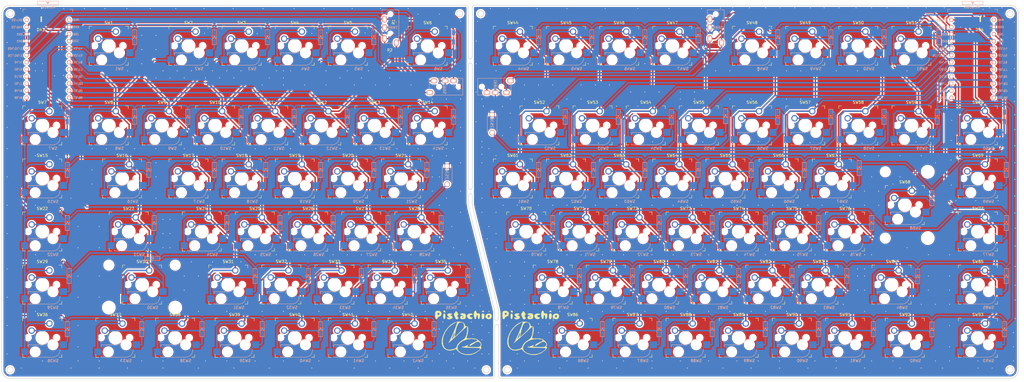
<source format=kicad_pcb>
(kicad_pcb (version 20171130) (host pcbnew "(5.1.9)-1")
  (layers (0 F.Cu signal) (31 B.Cu signal) (34 B.Paste user hide) (35 F.Paste user hide) (36 B.SilkS user) (37 F.SilkS user) (38 B.Mask user hide) (39 F.Mask user hide) (44 Edge.Cuts user))
  (net 0 "")
  (net 1 L_row0)
  (net 2 L_row1)
  (net 3 L_row2)
  (net 4 L_row3)
  (net 5 L_row4)
  (net 6 L_row5)
  (net 7 GND)
  (net 8 R_row0)
  (net 9 R_row1)
  (net 10 R_row2)
  (net 11 R_row3)
  (net 12 R_row4)
  (net 13 R_row5)
  (net 14 L_SDA)
  (net 15 VCC)
  (net 16 L_SCL)
  (net 17 R_SCL)
  (net 18 R_SDA)
  (net 19 L_col0)
  (net 20 L_col1)
  (net 21 L_col2)
  (net 22 L_col3)
  (net 23 L_col4)
  (net 24 L_col5)
  (net 25 L_col6)
  (net 26 L_col7)
  (net 27 L_reset)
  (net 28 R_col0)
  (net 29 R_col1)
  (net 30 R_col2)
  (net 31 R_col3)
  (net 32 R_col4)
  (net 33 R_col5)
  (net 34 R_col6)
  (net 35 R_col7)
  (net 36 R_col8)
  (net 37 R_reset)
  (net 38 "Net-(U1-Pad24)")
  (net 39 L_col8)
  (net 40 "Net-(U2-Pad24)")
  (net 41 R_GND)
  (net 42 R_VCC)
  (net 43 "Net-(D1-Pad2)")
  (net 44 "Net-(D2-Pad2)")
  (net 45 "Net-(D3-Pad2)")
  (net 46 "Net-(D4-Pad2)")
  (net 47 "Net-(D5-Pad2)")
  (net 48 "Net-(D6-Pad2)")
  (net 49 "Net-(D7-Pad2)")
  (net 50 "Net-(D8-Pad2)")
  (net 51 "Net-(D9-Pad2)")
  (net 52 "Net-(D10-Pad2)")
  (net 53 "Net-(D11-Pad2)")
  (net 54 "Net-(D12-Pad2)")
  (net 55 "Net-(D13-Pad2)")
  (net 56 "Net-(D14-Pad2)")
  (net 57 "Net-(D15-Pad2)")
  (net 58 "Net-(D16-Pad2)")
  (net 59 "Net-(D17-Pad2)")
  (net 60 "Net-(D18-Pad2)")
  (net 61 "Net-(D19-Pad2)")
  (net 62 "Net-(D20-Pad2)")
  (net 63 "Net-(D21-Pad2)")
  (net 64 "Net-(D22-Pad2)")
  (net 65 "Net-(D23-Pad2)")
  (net 66 "Net-(D24-Pad2)")
  (net 67 "Net-(D25-Pad2)")
  (net 68 "Net-(D26-Pad2)")
  (net 69 "Net-(D27-Pad2)")
  (net 70 "Net-(D28-Pad2)")
  (net 71 "Net-(D29-Pad2)")
  (net 72 "Net-(D30-Pad2)")
  (net 73 "Net-(D31-Pad2)")
  (net 74 "Net-(D32-Pad2)")
  (net 75 "Net-(D33-Pad2)")
  (net 76 "Net-(D34-Pad2)")
  (net 77 "Net-(D35-Pad2)")
  (net 78 "Net-(D36-Pad2)")
  (net 79 "Net-(D37-Pad2)")
  (net 80 "Net-(D38-Pad2)")
  (net 81 "Net-(D39-Pad2)")
  (net 82 "Net-(D40-Pad2)")
  (net 83 "Net-(D41-Pad2)")
  (net 84 "Net-(D42-Pad2)")
  (net 85 L_LED)
  (net 86 "Net-(D44-Pad2)")
  (net 87 "Net-(D45-Pad2)")
  (net 88 "Net-(D46-Pad2)")
  (net 89 "Net-(D47-Pad2)")
  (net 90 "Net-(D48-Pad2)")
  (net 91 "Net-(D49-Pad2)")
  (net 92 "Net-(D50-Pad2)")
  (net 93 "Net-(D51-Pad2)")
  (net 94 "Net-(D52-Pad2)")
  (net 95 "Net-(D53-Pad2)")
  (net 96 "Net-(D54-Pad2)")
  (net 97 "Net-(D55-Pad2)")
  (net 98 "Net-(D56-Pad2)")
  (net 99 "Net-(D57-Pad2)")
  (net 100 "Net-(D58-Pad2)")
  (net 101 "Net-(D59-Pad2)")
  (net 102 "Net-(D60-Pad2)")
  (net 103 "Net-(D61-Pad2)")
  (net 104 "Net-(D62-Pad2)")
  (net 105 "Net-(D63-Pad2)")
  (net 106 "Net-(D64-Pad2)")
  (net 107 "Net-(D65-Pad2)")
  (net 108 "Net-(D66-Pad2)")
  (net 109 "Net-(D67-Pad2)")
  (net 110 "Net-(D68-Pad2)")
  (net 111 "Net-(D69-Pad2)")
  (net 112 "Net-(D70-Pad2)")
  (net 113 "Net-(D71-Pad2)")
  (net 114 "Net-(D72-Pad2)")
  (net 115 "Net-(D73-Pad2)")
  (net 116 "Net-(D74-Pad2)")
  (net 117 "Net-(D75-Pad2)")
  (net 118 "Net-(D76-Pad2)")
  (net 119 "Net-(D77-Pad2)")
  (net 120 "Net-(D78-Pad2)")
  (net 121 "Net-(D79-Pad2)")
  (net 122 "Net-(D80-Pad2)")
  (net 123 "Net-(D81-Pad2)")
  (net 124 "Net-(D82-Pad2)")
  (net 125 "Net-(D83-Pad2)")
  (net 126 "Net-(D84-Pad2)")
  (net 127 "Net-(D85-Pad2)")
  (net 128 "Net-(D86-Pad2)")
  (net 129 "Net-(D87-Pad2)")
  (net 130 "Net-(D88-Pad2)")
  (net 131 "Net-(D89-Pad2)")
  (net 132 "Net-(D90-Pad2)")
  (net 133 "Net-(D91-Pad2)")
  (net 134 "Net-(D92-Pad2)")
  (net 135 "Net-(D93-Pad2)")
  (net 136 R_LED)
  (net 137 "Net-(D43-Pad1)")
  (net 138 "Net-(D94-Pad1)")
  (module Pistachio:Pistachio (layer F.Cu) (at 248.6027 159.32297)
    (fp_text reference G*** hide)
    (fp_text value LOGO hide)
  )
  (module Pistachio:Pistachio (layer F.Cu) (at 224.4727 159.32297)
    (fp_text reference G*** hide)
    (fp_text value LOGO hide)
  )
  (module Pistachio:Pistachio_logo (layer F.Cu) (at 248.6027 168.21297)
    (fp_text reference G*** hide)
    (fp_text value LOGO hide)
  )
  (module Pistachio:Pistachio_logo (layer F.Cu) (at 225.1077 168.21297)
    (fp_text reference G*** hide)
    (fp_text value LOGO hide)
  )
  (module keyswitches:Stabilizer_MX_2u (layer F.Cu) (at 383.0377 119.85297 90)
    (fp_text reference REF** hide)
    (fp_text value Stabilizer_MX_2u hide)
    (pad "" np_thru_hole circle (at 11.9 8.255 90) (size 3.9878 3.9878) (drill 3.9878) (layers *.Cu *.Mask))
    (pad "" np_thru_hole circle (at -11.9 8.255 90) (size 3.9878 3.9878) (drill 3.9878) (layers *.Cu *.Mask))
    (pad "" np_thru_hole circle (at 11.9 -6.985 90) (size 3.048 3.048) (drill 3.048) (layers *.Cu *.Mask))
    (pad "" np_thru_hole circle (at -11.9 -6.985 90) (size 3.048 3.048) (drill 3.048) (layers *.Cu *.Mask))
  )
  (module keyswitches:Stabilizer_MX_2u (layer F.Cu) (at 109.6477 148.43297)
    (fp_text reference REF** hide)
    (fp_text value Stabilizer_MX_2u hide)
    (pad "" np_thru_hole circle (at 11.9 8.255) (size 3.9878 3.9878) (drill 3.9878) (layers *.Cu *.Mask))
    (pad "" np_thru_hole circle (at -11.9 8.255) (size 3.9878 3.9878) (drill 3.9878) (layers *.Cu *.Mask))
    (pad "" np_thru_hole circle (at 11.9 -6.985) (size 3.048 3.048) (drill 3.048) (layers *.Cu *.Mask))
    (pad "" np_thru_hole circle (at -11.9 -6.985) (size 3.048 3.048) (drill 3.048) (layers *.Cu *.Mask))
  )
  (module Resistor_SMD:R_0603_1608Metric_Pad1.05x0.95mm_HandSolder (layer F.Cu) (at 201.2317 54.16697 90)
    (fp_text reference R1 (at 0 -1.43 90) (layer F.SilkS))
    (fp_text value R)
    (pad 2 smd roundrect (at 0.875 0 90) (size 1.05 0.95) (layers F.Cu F.Paste F.Mask) (net 16 L_SCL))
    (pad 1 smd roundrect (at -0.875 0 90) (size 1.05 0.95) (layers F.Cu F.Paste F.Mask) (net 15 VCC))
  )
  (module Resistor_SMD:R_0603_1608Metric_Pad1.05x0.95mm_HandSolder (layer F.Cu) (at 198.4377 65.72397)
    (fp_text reference R2 (at 0 -1.43) (layer F.SilkS))
    (fp_text value R)
    (pad 1 smd roundrect (at -0.875 0) (size 1.05 0.95) (layers F.Cu F.Paste F.Mask) (net 15 VCC))
    (pad 2 smd roundrect (at 0.875 0) (size 1.05 0.95) (layers F.Cu F.Paste F.Mask) (net 14 L_SDA))
  )
  (module kbd:D3_SMD_v2 (layer B.Cu) (at 106.9977 59.62797 270)
    (fp_text reference D1 hide)
    (fp_text value 1N4148 hide)
    (pad 2 smd rect (at 1.775 0 270) (size 2 1) (layers B.Cu) (net 43 "Net-(D1-Pad2)"))
    (pad 1 smd rect (at -1.775 0 270) (size 2 1) (layers B.Cu) (net 1 L_row0))
  )
  (module kbd:D3_SMD_v2 (layer B.Cu) (at 135.5727 59.62797 270)
    (fp_text reference D2 hide)
    (fp_text value 1N4148 hide)
    (pad 1 smd rect (at -1.775 0 270) (size 2 1) (layers B.Cu) (net 1 L_row0))
    (pad 2 smd rect (at 1.775 0 270) (size 2 1) (layers B.Cu) (net 44 "Net-(D2-Pad2)"))
  )
  (module kbd:D3_SMD_v2 (layer B.Cu) (at 154.6227 59.62797 270)
    (fp_text reference D3 hide)
    (fp_text value 1N4148 hide)
    (pad 2 smd rect (at 1.775 0 270) (size 2 1) (layers B.Cu) (net 45 "Net-(D3-Pad2)"))
    (pad 1 smd rect (at -1.775 0 270) (size 2 1) (layers B.Cu) (net 1 L_row0))
  )
  (module kbd:D3_SMD_v2 (layer B.Cu) (at 173.6727 59.62797 270)
    (fp_text reference D4 hide)
    (fp_text value 1N4148 hide)
    (pad 1 smd rect (at -1.775 0 270) (size 2 1) (layers B.Cu) (net 1 L_row0))
    (pad 2 smd rect (at 1.775 0 270) (size 2 1) (layers B.Cu) (net 46 "Net-(D4-Pad2)"))
  )
  (module kbd:D3_SMD_v2 (layer B.Cu) (at 192.7227 59.62797 270)
    (fp_text reference D5 hide)
    (fp_text value 1N4148 hide)
    (pad 2 smd rect (at 1.775 0 270) (size 2 1) (layers B.Cu) (net 47 "Net-(D5-Pad2)"))
    (pad 1 smd rect (at -1.775 0 270) (size 2 1) (layers B.Cu) (net 1 L_row0))
  )
  (module kbd:D3_SMD_v2 (layer B.Cu) (at 221.2977 59.62797 270)
    (fp_text reference D6 hide)
    (fp_text value 1N4148 hide)
    (pad 1 smd rect (at -1.775 0 270) (size 2 1) (layers B.Cu) (net 1 L_row0))
    (pad 2 smd rect (at 1.775 0 270) (size 2 1) (layers B.Cu) (net 48 "Net-(D6-Pad2)"))
  )
  (module kbd:D3_SMD_v2 (layer B.Cu) (at 82.8677 88.20297 270)
    (fp_text reference D7 hide)
    (fp_text value 1N4148 hide)
    (pad 2 smd rect (at 1.775 0 270) (size 2 1) (layers B.Cu) (net 49 "Net-(D7-Pad2)"))
    (pad 1 smd rect (at -1.775 0 270) (size 2 1) (layers B.Cu) (net 2 L_row1))
  )
  (module kbd:D3_SMD_v2 (layer B.Cu) (at 106.9977 88.20297 270)
    (fp_text reference D8 hide)
    (fp_text value 1N4148 hide)
    (pad 1 smd rect (at -1.775 0 270) (size 2 1) (layers B.Cu) (net 2 L_row1))
    (pad 2 smd rect (at 1.775 0 270) (size 2 1) (layers B.Cu) (net 50 "Net-(D8-Pad2)"))
  )
  (module kbd:D3_SMD_v2 (layer B.Cu) (at 126.0477 88.20297 270)
    (fp_text reference D9 hide)
    (fp_text value 1N4148 hide)
    (pad 2 smd rect (at 1.775 0 270) (size 2 1) (layers B.Cu) (net 51 "Net-(D9-Pad2)"))
    (pad 1 smd rect (at -1.775 0 270) (size 2 1) (layers B.Cu) (net 2 L_row1))
  )
  (module kbd:D3_SMD_v2 (layer B.Cu) (at 145.0977 88.20297 270)
    (fp_text reference D10 hide)
    (fp_text value 1N4148 hide)
    (pad 1 smd rect (at -1.775 0 270) (size 2 1) (layers B.Cu) (net 2 L_row1))
    (pad 2 smd rect (at 1.775 0 270) (size 2 1) (layers B.Cu) (net 52 "Net-(D10-Pad2)"))
  )
  (module kbd:D3_SMD_v2 (layer B.Cu) (at 164.1477 88.20297 270)
    (fp_text reference D11 hide)
    (fp_text value 1N4148 hide)
    (pad 2 smd rect (at 1.775 0 270) (size 2 1) (layers B.Cu) (net 53 "Net-(D11-Pad2)"))
    (pad 1 smd rect (at -1.775 0 270) (size 2 1) (layers B.Cu) (net 2 L_row1))
  )
  (module kbd:D3_SMD_v2 (layer B.Cu) (at 183.1977 88.20297 270)
    (fp_text reference D12 hide)
    (fp_text value 1N4148 hide)
    (pad 1 smd rect (at -1.775 0 270) (size 2 1) (layers B.Cu) (net 2 L_row1))
    (pad 2 smd rect (at 1.775 0 270) (size 2 1) (layers B.Cu) (net 54 "Net-(D12-Pad2)"))
  )
  (module kbd:D3_SMD_v2 (layer B.Cu) (at 202.2477 88.20297 270)
    (fp_text reference D13 hide)
    (fp_text value 1N4148 hide)
    (pad 2 smd rect (at 1.775 0 270) (size 2 1) (layers B.Cu) (net 55 "Net-(D13-Pad2)"))
    (pad 1 smd rect (at -1.775 0 270) (size 2 1) (layers B.Cu) (net 2 L_row1))
  )
  (module kbd:D3_SMD_v2 (layer B.Cu) (at 221.2977 88.20297 270)
    (fp_text reference D14 hide)
    (fp_text value 1N4148 hide)
    (pad 1 smd rect (at -1.775 0 270) (size 2 1) (layers B.Cu) (net 2 L_row1))
    (pad 2 smd rect (at 1.775 0 270) (size 2 1) (layers B.Cu) (net 56 "Net-(D14-Pad2)"))
  )
  (module kbd:D3_SMD_v2 (layer B.Cu) (at 82.8677 107.25297 270)
    (fp_text reference D15 hide)
    (fp_text value 1N4148 hide)
    (pad 2 smd rect (at 1.775 0 270) (size 2 1) (layers B.Cu) (net 57 "Net-(D15-Pad2)"))
    (pad 1 smd rect (at -1.775 0 270) (size 2 1) (layers B.Cu) (net 3 L_row2))
  )
  (module kbd:D3_SMD_v2 (layer B.Cu) (at 112.0777 107.25297 270)
    (fp_text reference D16 hide)
    (fp_text value 1N4148 hide)
    (pad 1 smd rect (at -1.775 0 270) (size 2 1) (layers B.Cu) (net 3 L_row2))
    (pad 2 smd rect (at 1.775 0 270) (size 2 1) (layers B.Cu) (net 58 "Net-(D16-Pad2)"))
  )
  (module kbd:D3_SMD_v2 (layer B.Cu) (at 135.5727 107.25297 270)
    (fp_text reference D17 hide)
    (fp_text value 1N4148 hide)
    (pad 1 smd rect (at -1.775 0 270) (size 2 1) (layers B.Cu) (net 3 L_row2))
    (pad 2 smd rect (at 1.775 0 270) (size 2 1) (layers B.Cu) (net 59 "Net-(D17-Pad2)"))
  )
  (module kbd:D3_SMD_v2 (layer B.Cu) (at 153.9877 107.25297 270)
    (fp_text reference D18 hide)
    (fp_text value 1N4148 hide)
    (pad 2 smd rect (at 1.775 0 270) (size 2 1) (layers B.Cu) (net 60 "Net-(D18-Pad2)"))
    (pad 1 smd rect (at -1.775 0 270) (size 2 1) (layers B.Cu) (net 3 L_row2))
  )
  (module kbd:D3_SMD_v2 (layer B.Cu) (at 173.6727 107.25297 270)
    (fp_text reference D19 hide)
    (fp_text value 1N4148 hide)
    (pad 2 smd rect (at 1.775 0 270) (size 2 1) (layers B.Cu) (net 61 "Net-(D19-Pad2)"))
    (pad 1 smd rect (at -1.775 0 270) (size 2 1) (layers B.Cu) (net 3 L_row2))
  )
  (module kbd:D3_SMD_v2 (layer B.Cu) (at 192.7227 107.25297 270)
    (fp_text reference D20 hide)
    (fp_text value 1N4148 hide)
    (pad 1 smd rect (at -1.775 0 270) (size 2 1) (layers B.Cu) (net 3 L_row2))
    (pad 2 smd rect (at 1.775 0 270) (size 2 1) (layers B.Cu) (net 62 "Net-(D20-Pad2)"))
  )
  (module kbd:D3_SMD_v2 (layer B.Cu) (at 211.7727 107.25297 270)
    (fp_text reference D21 hide)
    (fp_text value 1N4148 hide)
    (pad 2 smd rect (at 1.775 0 270) (size 2 1) (layers B.Cu) (net 63 "Net-(D21-Pad2)"))
    (pad 1 smd rect (at -1.775 0 270) (size 2 1) (layers B.Cu) (net 3 L_row2))
  )
  (module kbd:D3_SMD_v2 (layer B.Cu) (at 82.8677 126.30297 270)
    (fp_text reference D22 hide)
    (fp_text value 1N4148 hide)
    (pad 1 smd rect (at -1.775 0 270) (size 2 1) (layers B.Cu) (net 4 L_row3))
    (pad 2 smd rect (at 1.775 0 270) (size 2 1) (layers B.Cu) (net 64 "Net-(D22-Pad2)"))
  )
  (module kbd:D3_SMD_v2 (layer B.Cu) (at 113.9827 126.30297 270)
    (fp_text reference D23 hide)
    (fp_text value 1N4148 hide)
    (pad 2 smd rect (at 1.775 0 270) (size 2 1) (layers B.Cu) (net 65 "Net-(D23-Pad2)"))
    (pad 1 smd rect (at -1.775 0 270) (size 2 1) (layers B.Cu) (net 4 L_row3))
  )
  (module kbd:D3_SMD_v2 (layer B.Cu) (at 140.0177 126.30297 270)
    (fp_text reference D24 hide)
    (fp_text value 1N4148 hide)
    (pad 1 smd rect (at -1.775 0 270) (size 2 1) (layers B.Cu) (net 4 L_row3))
    (pad 2 smd rect (at 1.775 0 270) (size 2 1) (layers B.Cu) (net 66 "Net-(D24-Pad2)"))
  )
  (module kbd:D3_SMD_v2 (layer B.Cu) (at 159.0677 126.30297 270)
    (fp_text reference D25 hide)
    (fp_text value 1N4148 hide)
    (pad 2 smd rect (at 1.775 0 270) (size 2 1) (layers B.Cu) (net 67 "Net-(D25-Pad2)"))
    (pad 1 smd rect (at -1.775 0 270) (size 2 1) (layers B.Cu) (net 4 L_row3))
  )
  (module kbd:D3_SMD_v2 (layer B.Cu) (at 178.1177 126.30297 270)
    (fp_text reference D26 hide)
    (fp_text value 1N4148 hide)
    (pad 1 smd rect (at -1.775 0 270) (size 2 1) (layers B.Cu) (net 4 L_row3))
    (pad 2 smd rect (at 1.775 0 270) (size 2 1) (layers B.Cu) (net 68 "Net-(D26-Pad2)"))
  )
  (module kbd:D3_SMD_v2 (layer B.Cu) (at 197.8027 126.30297 270)
    (fp_text reference D27 hide)
    (fp_text value 1N4148 hide)
    (pad 2 smd rect (at 1.775 0 270) (size 2 1) (layers B.Cu) (net 69 "Net-(D27-Pad2)"))
    (pad 1 smd rect (at -1.775 0 270) (size 2 1) (layers B.Cu) (net 4 L_row3))
  )
  (module kbd:D3_SMD_v2 (layer B.Cu) (at 216.8527 126.30297 270)
    (fp_text reference D28 hide)
    (fp_text value 1N4148 hide)
    (pad 1 smd rect (at -1.775 0 270) (size 2 1) (layers B.Cu) (net 4 L_row3))
    (pad 2 smd rect (at 1.775 0 270) (size 2 1) (layers B.Cu) (net 70 "Net-(D28-Pad2)"))
  )
  (module kbd:D3_SMD_v2 (layer B.Cu) (at 83.5027 145.35297 270)
    (fp_text reference D29 hide)
    (fp_text value 1N4148 hide)
    (pad 2 smd rect (at 1.775 0 270) (size 2 1) (layers B.Cu) (net 71 "Net-(D29-Pad2)"))
    (pad 1 smd rect (at -1.775 0 270) (size 2 1) (layers B.Cu) (net 5 L_row4))
  )
  (module kbd:D3_SMD_v2 (layer B.Cu) (at 113.3477 139.00297 180)
    (fp_text reference D30 hide)
    (fp_text value 1N4148 hide)
    (pad 1 smd rect (at -1.775 0 180) (size 2 1) (layers B.Cu) (net 5 L_row4))
    (pad 2 smd rect (at 1.775 0 180) (size 2 1) (layers B.Cu) (net 72 "Net-(D30-Pad2)"))
  )
  (module kbd:D3_SMD_v2 (layer B.Cu) (at 150.1777 145.35297 270)
    (fp_text reference D31 hide)
    (fp_text value 1N4148 hide)
    (pad 2 smd rect (at 1.775 0 270) (size 2 1) (layers B.Cu) (net 73 "Net-(D31-Pad2)"))
    (pad 1 smd rect (at -1.775 0 270) (size 2 1) (layers B.Cu) (net 5 L_row4))
  )
  (module kbd:D3_SMD_v2 (layer B.Cu) (at 169.2277 145.35297 270)
    (fp_text reference D32 hide)
    (fp_text value 1N4148 hide)
    (pad 1 smd rect (at -1.775 0 270) (size 2 1) (layers B.Cu) (net 5 L_row4))
    (pad 2 smd rect (at 1.775 0 270) (size 2 1) (layers B.Cu) (net 74 "Net-(D32-Pad2)"))
  )
  (module kbd:D3_SMD_v2 (layer B.Cu) (at 188.2777 145.35297 270)
    (fp_text reference D33 hide)
    (fp_text value 1N4148 hide)
    (pad 2 smd rect (at 1.775 0 270) (size 2 1) (layers B.Cu) (net 75 "Net-(D33-Pad2)"))
    (pad 1 smd rect (at -1.775 0 270) (size 2 1) (layers B.Cu) (net 5 L_row4))
  )
  (module kbd:D3_SMD_v2 (layer B.Cu) (at 207.3277 145.35297 270)
    (fp_text reference D34 hide)
    (fp_text value 1N4148 hide)
    (pad 1 smd rect (at -1.775 0 270) (size 2 1) (layers B.Cu) (net 5 L_row4))
    (pad 2 smd rect (at 1.775 0 270) (size 2 1) (layers B.Cu) (net 76 "Net-(D34-Pad2)"))
  )
  (module kbd:D3_SMD_v2 (layer B.Cu) (at 226.3777 145.35297 270)
    (fp_text reference D35 hide)
    (fp_text value 1N4148 hide)
    (pad 1 smd rect (at -1.775 0 270) (size 2 1) (layers B.Cu) (net 5 L_row4))
    (pad 2 smd rect (at 1.775 0 270) (size 2 1) (layers B.Cu) (net 77 "Net-(D35-Pad2)"))
  )
  (module kbd:D3_SMD_v2 (layer B.Cu) (at 82.8677 164.40297 270)
    (fp_text reference D36 hide)
    (fp_text value 1N4148 hide)
    (pad 1 smd rect (at -1.775 0 270) (size 2 1) (layers B.Cu) (net 6 L_row5))
    (pad 2 smd rect (at 1.775 0 270) (size 2 1) (layers B.Cu) (net 78 "Net-(D36-Pad2)"))
  )
  (module kbd:D3_SMD_v2 (layer B.Cu) (at 109.5377 164.40297 270)
    (fp_text reference D37 hide)
    (fp_text value 1N4148 hide)
    (pad 2 smd rect (at 1.775 0 270) (size 2 1) (layers B.Cu) (net 79 "Net-(D37-Pad2)"))
    (pad 1 smd rect (at -1.775 0 270) (size 2 1) (layers B.Cu) (net 6 L_row5))
  )
  (module kbd:D3_SMD_v2 (layer B.Cu) (at 131.1277 164.40297 270)
    (fp_text reference D38 hide)
    (fp_text value 1N4148 hide)
    (pad 1 smd rect (at -1.775 0 270) (size 2 1) (layers B.Cu) (net 6 L_row5))
    (pad 2 smd rect (at 1.775 0 270) (size 2 1) (layers B.Cu) (net 80 "Net-(D38-Pad2)"))
  )
  (module kbd:D3_SMD_v2 (layer B.Cu) (at 152.7177 164.40297 270)
    (fp_text reference D39 hide)
    (fp_text value 1N4148 hide)
    (pad 2 smd rect (at 1.775 0 270) (size 2 1) (layers B.Cu) (net 81 "Net-(D39-Pad2)"))
    (pad 1 smd rect (at -1.775 0 270) (size 2 1) (layers B.Cu) (net 6 L_row5))
  )
  (module kbd:D3_SMD_v2 (layer B.Cu) (at 173.6727 164.40297 270)
    (fp_text reference D40 hide)
    (fp_text value 1N4148 hide)
    (pad 1 smd rect (at -1.775 0 270) (size 2 1) (layers B.Cu) (net 6 L_row5))
    (pad 2 smd rect (at 1.775 0 270) (size 2 1) (layers B.Cu) (net 82 "Net-(D40-Pad2)"))
  )
  (module kbd:D3_SMD_v2 (layer B.Cu) (at 192.7227 164.40297 270)
    (fp_text reference D41 hide)
    (fp_text value 1N4148 hide)
    (pad 2 smd rect (at 1.775 0 270) (size 2 1) (layers B.Cu) (net 83 "Net-(D41-Pad2)"))
    (pad 1 smd rect (at -1.775 0 270) (size 2 1) (layers B.Cu) (net 6 L_row5))
  )
  (module kbd:D3_SMD_v2 (layer B.Cu) (at 214.3127 164.40297 270)
    (fp_text reference D42 hide)
    (fp_text value 1N4148 hide)
    (pad 1 smd rect (at -1.775 0 270) (size 2 1) (layers B.Cu) (net 6 L_row5))
    (pad 2 smd rect (at 1.775 0 270) (size 2 1) (layers B.Cu) (net 84 "Net-(D42-Pad2)"))
  )
  (module kbd:WS2812C-2020 (layer F.Cu) (at 73.2877 53.18297)
    (fp_text reference D43 (at 0 3.8) (layer F.SilkS))
    (fp_text value WS2812C)
    (pad 4 smd rect (at -1.0668 0.5588) (size 1 0.7) (layers F.Cu F.Paste F.Mask) (net 15 VCC))
    (pad 3 smd rect (at -1.0668 -0.55) (size 1 0.7) (layers F.Cu F.Paste F.Mask) (net 85 L_LED))
    (pad 2 smd rect (at 1.0668 -0.55) (size 1 0.7) (layers F.Cu F.Paste F.Mask) (net 7 GND))
    (pad 1 smd rect (at 1.0668 0.55) (size 1 0.7) (layers F.Cu F.Paste F.Mask) (net 137 "Net-(D43-Pad1)"))
  )
  (module kbd:D3_SMD_v2 (layer B.Cu) (at 251.7777 59.62797 270)
    (fp_text reference D44 hide)
    (fp_text value 1N4148 hide)
    (pad 2 smd rect (at 1.775 0 270) (size 2 1) (layers B.Cu) (net 86 "Net-(D44-Pad2)"))
    (pad 1 smd rect (at -1.775 0 270) (size 2 1) (layers B.Cu) (net 8 R_row0))
  )
  (module kbd:D3_SMD_v2 (layer B.Cu) (at 270.8277 59.62797 270)
    (fp_text reference D45 hide)
    (fp_text value 1N4148 hide)
    (pad 1 smd rect (at -1.775 0 270) (size 2 1) (layers B.Cu) (net 8 R_row0))
    (pad 2 smd rect (at 1.775 0 270) (size 2 1) (layers B.Cu) (net 87 "Net-(D45-Pad2)"))
  )
  (module kbd:D3_SMD_v2 (layer B.Cu) (at 289.8777 59.62797 270)
    (fp_text reference D46 hide)
    (fp_text value 1N4148 hide)
    (pad 2 smd rect (at 1.775 0 270) (size 2 1) (layers B.Cu) (net 88 "Net-(D46-Pad2)"))
    (pad 1 smd rect (at -1.775 0 270) (size 2 1) (layers B.Cu) (net 8 R_row0))
  )
  (module kbd:D3_SMD_v2 (layer B.Cu) (at 308.9277 58.99297 270)
    (fp_text reference D47 hide)
    (fp_text value 1N4148 hide)
    (pad 1 smd rect (at -1.775 0 270) (size 2 1) (layers B.Cu) (net 8 R_row0))
    (pad 2 smd rect (at 1.775 0 270) (size 2 1) (layers B.Cu) (net 89 "Net-(D47-Pad2)"))
  )
  (module kbd:D3_SMD_v2 (layer B.Cu) (at 337.5027 59.62797 270)
    (fp_text reference D48 hide)
    (fp_text value 1N4148 hide)
    (pad 2 smd rect (at 1.775 0 270) (size 2 1) (layers B.Cu) (net 90 "Net-(D48-Pad2)"))
    (pad 1 smd rect (at -1.775 0 270) (size 2 1) (layers B.Cu) (net 8 R_row0))
  )
  (module kbd:D3_SMD_v2 (layer B.Cu) (at 356.5527 59.62797 270)
    (fp_text reference D49 hide)
    (fp_text value 1N4148 hide)
    (pad 2 smd rect (at 1.775 0 270) (size 2 1) (layers B.Cu) (net 91 "Net-(D49-Pad2)"))
    (pad 1 smd rect (at -1.775 0 270) (size 2 1) (layers B.Cu) (net 8 R_row0))
  )
  (module kbd:D3_SMD_v2 (layer B.Cu) (at 375.6027 59.62797 270)
    (fp_text reference D50 hide)
    (fp_text value 1N4148 hide)
    (pad 2 smd rect (at 1.775 0 270) (size 2 1) (layers B.Cu) (net 92 "Net-(D50-Pad2)"))
    (pad 1 smd rect (at -1.775 0 270) (size 2 1) (layers B.Cu) (net 8 R_row0))
  )
  (module kbd:D3_SMD_v2 (layer B.Cu) (at 395.2877 59.62797 270)
    (fp_text reference D51 hide)
    (fp_text value 1N4148 hide)
    (pad 2 smd rect (at 1.775 0 270) (size 2 1) (layers B.Cu) (net 93 "Net-(D51-Pad2)"))
    (pad 1 smd rect (at -1.775 0 270) (size 2 1) (layers B.Cu) (net 8 R_row0))
  )
  (module kbd:D3_SMD_v2 (layer B.Cu) (at 261.3027 88.20297 270)
    (fp_text reference D52 hide)
    (fp_text value 1N4148 hide)
    (pad 1 smd rect (at -1.775 0 270) (size 2 1) (layers B.Cu) (net 9 R_row1))
    (pad 2 smd rect (at 1.775 0 270) (size 2 1) (layers B.Cu) (net 94 "Net-(D52-Pad2)"))
  )
  (module kbd:D3_SMD_v2 (layer B.Cu) (at 280.3527 88.20297 270)
    (fp_text reference D53 hide)
    (fp_text value 1N4148 hide)
    (pad 2 smd rect (at 1.775 0 270) (size 2 1) (layers B.Cu) (net 95 "Net-(D53-Pad2)"))
    (pad 1 smd rect (at -1.775 0 270) (size 2 1) (layers B.Cu) (net 9 R_row1))
  )
  (module kbd:D3_SMD_v2 (layer B.Cu) (at 299.4027 88.20297 270)
    (fp_text reference D54 hide)
    (fp_text value 1N4148 hide)
    (pad 1 smd rect (at -1.775 0 270) (size 2 1) (layers B.Cu) (net 9 R_row1))
    (pad 2 smd rect (at 1.775 0 270) (size 2 1) (layers B.Cu) (net 96 "Net-(D54-Pad2)"))
  )
  (module kbd:D3_SMD_v2 (layer B.Cu) (at 318.8337 87.94897 270)
    (fp_text reference D55 hide)
    (fp_text value 1N4148 hide)
    (pad 2 smd rect (at 1.775 0 270) (size 2 1) (layers B.Cu) (net 97 "Net-(D55-Pad2)"))
    (pad 1 smd rect (at -1.775 0 270) (size 2 1) (layers B.Cu) (net 9 R_row1))
  )
  (module kbd:D3_SMD_v2 (layer B.Cu) (at 337.5027 88.20297 270)
    (fp_text reference D56 hide)
    (fp_text value 1N4148 hide)
    (pad 1 smd rect (at -1.775 0 270) (size 2 1) (layers B.Cu) (net 9 R_row1))
    (pad 2 smd rect (at 1.775 0 270) (size 2 1) (layers B.Cu) (net 98 "Net-(D56-Pad2)"))
  )
  (module kbd:D3_SMD_v2 (layer B.Cu) (at 356.5527 88.20297 270)
    (fp_text reference D57 hide)
    (fp_text value 1N4148 hide)
    (pad 2 smd rect (at 1.775 0 270) (size 2 1) (layers B.Cu) (net 99 "Net-(D57-Pad2)"))
    (pad 1 smd rect (at -1.775 0 270) (size 2 1) (layers B.Cu) (net 9 R_row1))
  )
  (module kbd:D3_SMD_v2 (layer B.Cu) (at 375.6027 88.20297 270)
    (fp_text reference D58 hide)
    (fp_text value 1N4148 hide)
    (pad 1 smd rect (at -1.775 0 270) (size 2 1) (layers B.Cu) (net 9 R_row1))
    (pad 2 smd rect (at 1.775 0 270) (size 2 1) (layers B.Cu) (net 100 "Net-(D58-Pad2)"))
  )
  (module kbd:D3_SMD_v2 (layer B.Cu) (at 394.6527 88.20297 270)
    (fp_text reference D59 hide)
    (fp_text value 1N4148 hide)
    (pad 2 smd rect (at 1.775 0 270) (size 2 1) (layers B.Cu) (net 101 "Net-(D59-Pad2)"))
    (pad 1 smd rect (at -1.775 0 270) (size 2 1) (layers B.Cu) (net 9 R_row1))
  )
  (module kbd:D3_SMD_v2 (layer B.Cu) (at 418.7827 88.20297 270)
    (fp_text reference D60 hide)
    (fp_text value 1N4148 hide)
    (pad 1 smd rect (at -1.775 0 270) (size 2 1) (layers B.Cu) (net 9 R_row1))
    (pad 2 smd rect (at 1.775 0 270) (size 2 1) (layers B.Cu) (net 102 "Net-(D60-Pad2)"))
  )
  (module kbd:D3_SMD_v2 (layer B.Cu) (at 251.7777 107.25297 270)
    (fp_text reference D61 hide)
    (fp_text value 1N4148 hide)
    (pad 2 smd rect (at 1.775 0 270) (size 2 1) (layers B.Cu) (net 103 "Net-(D61-Pad2)"))
    (pad 1 smd rect (at -1.775 0 270) (size 2 1) (layers B.Cu) (net 10 R_row2))
  )
  (module kbd:D3_SMD_v2 (layer B.Cu) (at 271.4627 107.25297 270)
    (fp_text reference D62 hide)
    (fp_text value 1N4148 hide)
    (pad 1 smd rect (at -1.775 0 270) (size 2 1) (layers B.Cu) (net 10 R_row2))
    (pad 2 smd rect (at 1.775 0 270) (size 2 1) (layers B.Cu) (net 104 "Net-(D62-Pad2)"))
  )
  (module kbd:D3_SMD_v2 (layer B.Cu) (at 289.8777 107.25297 270)
    (fp_text reference D63 hide)
    (fp_text value 1N4148 hide)
    (pad 2 smd rect (at 1.775 0 270) (size 2 1) (layers B.Cu) (net 105 "Net-(D63-Pad2)"))
    (pad 1 smd rect (at -1.775 0 270) (size 2 1) (layers B.Cu) (net 10 R_row2))
  )
  (module kbd:D3_SMD_v2 (layer B.Cu) (at 308.9277 107.25297 270)
    (fp_text reference D64 hide)
    (fp_text value 1N4148 hide)
    (pad 1 smd rect (at -1.775 0 270) (size 2 1) (layers B.Cu) (net 10 R_row2))
    (pad 2 smd rect (at 1.775 0 270) (size 2 1) (layers B.Cu) (net 106 "Net-(D64-Pad2)"))
  )
  (module kbd:D3_SMD_v2 (layer B.Cu) (at 327.9777 107.25297 270)
    (fp_text reference D65 hide)
    (fp_text value 1N4148 hide)
    (pad 2 smd rect (at 1.775 0 270) (size 2 1) (layers B.Cu) (net 107 "Net-(D65-Pad2)"))
    (pad 1 smd rect (at -1.775 0 270) (size 2 1) (layers B.Cu) (net 10 R_row2))
  )
  (module kbd:D3_SMD_v2 (layer B.Cu) (at 347.0277 107.25297 270)
    (fp_text reference D66 hide)
    (fp_text value 1N4148 hide)
    (pad 1 smd rect (at -1.775 0 270) (size 2 1) (layers B.Cu) (net 10 R_row2))
    (pad 2 smd rect (at 1.775 0 270) (size 2 1) (layers B.Cu) (net 108 "Net-(D66-Pad2)"))
  )
  (module kbd:D3_SMD_v2 (layer B.Cu) (at 366.7127 106.61797 270)
    (fp_text reference D67 hide)
    (fp_text value 1N4148 hide)
    (pad 2 smd rect (at 1.775 0 270) (size 2 1) (layers B.Cu) (net 109 "Net-(D67-Pad2)"))
    (pad 1 smd rect (at -1.775 0 270) (size 2 1) (layers B.Cu) (net 10 R_row2))
  )
  (module kbd:D3_SMD_v2 (layer B.Cu) (at 392.7477 117.41297 270)
    (fp_text reference D68 hide)
    (fp_text value 1N4148 hide)
    (pad 1 smd rect (at -1.775 0 270) (size 2 1) (layers B.Cu) (net 10 R_row2))
    (pad 2 smd rect (at 1.775 0 270) (size 2 1) (layers B.Cu) (net 110 "Net-(D68-Pad2)"))
  )
  (module kbd:D3_SMD_v2 (layer B.Cu) (at 419.4177 107.25297 270)
    (fp_text reference D69 hide)
    (fp_text value 1N4148 hide)
    (pad 2 smd rect (at 1.775 0 270) (size 2 1) (layers B.Cu) (net 111 "Net-(D69-Pad2)"))
    (pad 1 smd rect (at -1.775 0 270) (size 2 1) (layers B.Cu) (net 10 R_row2))
  )
  (module kbd:D3_SMD_v2 (layer B.Cu) (at 256.8577 126.30297 270)
    (fp_text reference D70 hide)
    (fp_text value 1N4148 hide)
    (pad 2 smd rect (at 1.775 0 270) (size 2 1) (layers B.Cu) (net 112 "Net-(D70-Pad2)"))
    (pad 1 smd rect (at -1.775 0 270) (size 2 1) (layers B.Cu) (net 11 R_row3))
  )
  (module kbd:D3_SMD_v2 (layer B.Cu) (at 275.9077 126.30297 270)
    (fp_text reference D71 hide)
    (fp_text value 1N4148 hide)
    (pad 1 smd rect (at -1.775 0 270) (size 2 1) (layers B.Cu) (net 11 R_row3))
    (pad 2 smd rect (at 1.775 0 270) (size 2 1) (layers B.Cu) (net 113 "Net-(D71-Pad2)"))
  )
  (module kbd:D3_SMD_v2 (layer B.Cu) (at 294.9577 126.30297 270)
    (fp_text reference D72 hide)
    (fp_text value 1N4148 hide)
    (pad 2 smd rect (at 1.775 0 270) (size 2 1) (layers B.Cu) (net 114 "Net-(D72-Pad2)"))
    (pad 1 smd rect (at -1.775 0 270) (size 2 1) (layers B.Cu) (net 11 R_row3))
  )
  (module kbd:D3_SMD_v2 (layer B.Cu) (at 314.0077 126.30297 270)
    (fp_text reference D73 hide)
    (fp_text value 1N4148 hide)
    (pad 1 smd rect (at -1.775 0 270) (size 2 1) (layers B.Cu) (net 11 R_row3))
    (pad 2 smd rect (at 1.775 0 270) (size 2 1) (layers B.Cu) (net 115 "Net-(D73-Pad2)"))
  )
  (module kbd:D3_SMD_v2 (layer B.Cu) (at 333.0577 126.43297 270)
    (fp_text reference D74 hide)
    (fp_text value 1N4148 hide)
    (pad 2 smd rect (at 1.775 0 270) (size 2 1) (layers B.Cu) (net 116 "Net-(D74-Pad2)"))
    (pad 1 smd rect (at -1.775 0 270) (size 2 1) (layers B.Cu) (net 11 R_row3))
  )
  (module kbd:D3_SMD_v2 (layer B.Cu) (at 352.1077 126.30297 270)
    (fp_text reference D75 hide)
    (fp_text value 1N4148 hide)
    (pad 2 smd rect (at 1.775 0 270) (size 2 1) (layers B.Cu) (net 117 "Net-(D75-Pad2)"))
    (pad 1 smd rect (at -1.775 0 270) (size 2 1) (layers B.Cu) (net 11 R_row3))
  )
  (module kbd:D3_SMD_v2 (layer B.Cu) (at 371.1577 126.30297 270)
    (fp_text reference D76 hide)
    (fp_text value 1N4148 hide)
    (pad 1 smd rect (at -1.775 0 270) (size 2 1) (layers B.Cu) (net 11 R_row3))
    (pad 2 smd rect (at 1.775 0 270) (size 2 1) (layers B.Cu) (net 118 "Net-(D76-Pad2)"))
  )
  (module kbd:D3_SMD_v2 (layer B.Cu) (at 419.4177 126.30297 270)
    (fp_text reference D77 hide)
    (fp_text value 1N4148 hide)
    (pad 1 smd rect (at -1.775 0 270) (size 2 1) (layers B.Cu) (net 11 R_row3))
    (pad 2 smd rect (at 1.775 0 270) (size 2 1) (layers B.Cu) (net 119 "Net-(D77-Pad2)"))
  )
  (module kbd:D3_SMD_v2 (layer B.Cu) (at 266.3827 145.35297 270)
    (fp_text reference D78 hide)
    (fp_text value 1N4148 hide)
    (pad 1 smd rect (at -1.775 0 270) (size 2 1) (layers B.Cu) (net 12 R_row4))
    (pad 2 smd rect (at 1.775 0 270) (size 2 1) (layers B.Cu) (net 120 "Net-(D78-Pad2)"))
  )
  (module kbd:D3_SMD_v2 (layer B.Cu) (at 285.4327 145.35297 270)
    (fp_text reference D79 hide)
    (fp_text value 1N4148 hide)
    (pad 2 smd rect (at 1.775 0 270) (size 2 1) (layers B.Cu) (net 121 "Net-(D79-Pad2)"))
    (pad 1 smd rect (at -1.775 0 270) (size 2 1) (layers B.Cu) (net 12 R_row4))
  )
  (module kbd:D3_SMD_v2 (layer B.Cu) (at 304.4827 145.35297 270)
    (fp_text reference D80 hide)
    (fp_text value 1N4148 hide)
    (pad 1 smd rect (at -1.775 0 270) (size 2 1) (layers B.Cu) (net 12 R_row4))
    (pad 2 smd rect (at 1.775 0 270) (size 2 1) (layers B.Cu) (net 122 "Net-(D80-Pad2)"))
  )
  (module kbd:D3_SMD_v2 (layer B.Cu) (at 323.5327 145.35297 270)
    (fp_text reference D81 hide)
    (fp_text value 1N4148 hide)
    (pad 2 smd rect (at 1.775 0 270) (size 2 1) (layers B.Cu) (net 123 "Net-(D81-Pad2)"))
    (pad 1 smd rect (at -1.775 0 270) (size 2 1) (layers B.Cu) (net 12 R_row4))
  )
  (module kbd:D3_SMD_v2 (layer B.Cu) (at 342.5827 145.35297 270)
    (fp_text reference D82 hide)
    (fp_text value 1N4148 hide)
    (pad 1 smd rect (at -1.775 0 270) (size 2 1) (layers B.Cu) (net 12 R_row4))
    (pad 2 smd rect (at 1.775 0 270) (size 2 1) (layers B.Cu) (net 124 "Net-(D82-Pad2)"))
  )
  (module kbd:D3_SMD_v2 (layer B.Cu) (at 362.2677 145.35297 270)
    (fp_text reference D83 hide)
    (fp_text value 1N4148 hide)
    (pad 1 smd rect (at -1.775 0 270) (size 2 1) (layers B.Cu) (net 12 R_row4))
    (pad 2 smd rect (at 1.775 0 270) (size 2 1) (layers B.Cu) (net 125 "Net-(D83-Pad2)"))
  )
  (module kbd:D3_SMD_v2 (layer B.Cu) (at 387.6677 145.48297 270)
    (fp_text reference D84 hide)
    (fp_text value 1N4148 hide)
    (pad 1 smd rect (at -1.775 0 270) (size 2 1) (layers B.Cu) (net 12 R_row4))
    (pad 2 smd rect (at 1.775 0 270) (size 2 1) (layers B.Cu) (net 126 "Net-(D84-Pad2)"))
  )
  (module kbd:D3_SMD_v2 (layer B.Cu) (at 419.4177 145.35297 270)
    (fp_text reference D85 hide)
    (fp_text value 1N4148 hide)
    (pad 2 smd rect (at 1.775 0 270) (size 2 1) (layers B.Cu) (net 127 "Net-(D85-Pad2)"))
    (pad 1 smd rect (at -1.775 0 270) (size 2 1) (layers B.Cu) (net 12 R_row4))
  )
  (module kbd:D3_SMD_v2 (layer B.Cu) (at 274.6377 164.40297 270)
    (fp_text reference D86 hide)
    (fp_text value 1N4148 hide)
    (pad 2 smd rect (at 1.775 0 270) (size 2 1) (layers B.Cu) (net 128 "Net-(D86-Pad2)"))
    (pad 1 smd rect (at -1.775 0 270) (size 2 1) (layers B.Cu) (net 13 R_row5))
  )
  (module kbd:D3_SMD_v2 (layer B.Cu) (at 294.9577 164.40297 270)
    (fp_text reference D87 hide)
    (fp_text value 1N4148 hide)
    (pad 1 smd rect (at -1.775 0 270) (size 2 1) (layers B.Cu) (net 13 R_row5))
    (pad 2 smd rect (at 1.775 0 270) (size 2 1) (layers B.Cu) (net 129 "Net-(D87-Pad2)"))
  )
  (module kbd:D3_SMD_v2 (layer B.Cu) (at 314.0077 164.40297 270)
    (fp_text reference D88 hide)
    (fp_text value 1N4148 hide)
    (pad 2 smd rect (at 1.775 0 270) (size 2 1) (layers B.Cu) (net 130 "Net-(D88-Pad2)"))
    (pad 1 smd rect (at -1.775 0 270) (size 2 1) (layers B.Cu) (net 13 R_row5))
  )
  (module kbd:D3_SMD_v2 (layer B.Cu) (at 333.0577 164.40297 270)
    (fp_text reference D89 hide)
    (fp_text value 1N4148 hide)
    (pad 1 smd rect (at -1.775 0 270) (size 2 1) (layers B.Cu) (net 13 R_row5))
    (pad 2 smd rect (at 1.775 0 270) (size 2 1) (layers B.Cu) (net 131 "Net-(D89-Pad2)"))
  )
  (module kbd:D3_SMD_v2 (layer B.Cu) (at 352.1077 164.40297 270)
    (fp_text reference D90 hide)
    (fp_text value 1N4148 hide)
    (pad 2 smd rect (at 1.775 0 270) (size 2 1) (layers B.Cu) (net 132 "Net-(D90-Pad2)"))
    (pad 1 smd rect (at -1.775 0 270) (size 2 1) (layers B.Cu) (net 13 R_row5))
  )
  (module kbd:D3_SMD_v2 (layer B.Cu) (at 371.7927 164.40297 270)
    (fp_text reference D91 hide)
    (fp_text value 1N4148 hide)
    (pad 1 smd rect (at -1.775 0 270) (size 2 1) (layers B.Cu) (net 13 R_row5))
    (pad 2 smd rect (at 1.775 0 270) (size 2 1) (layers B.Cu) (net 133 "Net-(D91-Pad2)"))
  )
  (module kbd:D3_SMD_v2 (layer B.Cu) (at 392.7477 164.53297 270)
    (fp_text reference D92 hide)
    (fp_text value 1N4148 hide)
    (pad 2 smd rect (at 1.775 0 270) (size 2 1) (layers B.Cu) (net 134 "Net-(D92-Pad2)"))
    (pad 1 smd rect (at -1.775 0 270) (size 2 1) (layers B.Cu) (net 13 R_row5))
  )
  (module kbd:D3_SMD_v2 (layer B.Cu) (at 418.7827 164.40297 270)
    (fp_text reference D93 hide)
    (fp_text value 1N4148 hide)
    (pad 1 smd rect (at -1.775 0 270) (size 2 1) (layers B.Cu) (net 13 R_row5))
    (pad 2 smd rect (at 1.775 0 270) (size 2 1) (layers B.Cu) (net 135 "Net-(D93-Pad2)"))
  )
  (module kbd:WS2812C-2020 (layer F.Cu) (at 409.8377 53.16297)
    (fp_text reference D94 (at 0 3.8) (layer F.SilkS))
    (fp_text value WS2812C)
    (pad 1 smd rect (at 1.0668 0.55) (size 1 0.7) (layers F.Cu F.Paste F.Mask) (net 138 "Net-(D94-Pad1)"))
    (pad 2 smd rect (at 1.0668 -0.55) (size 1 0.7) (layers F.Cu F.Paste F.Mask) (net 41 R_GND))
    (pad 3 smd rect (at -1.0668 -0.55) (size 1 0.7) (layers F.Cu F.Paste F.Mask) (net 136 R_LED))
    (pad 4 smd rect (at -1.0668 0.5588) (size 1 0.7) (layers F.Cu F.Paste F.Mask) (net 42 R_VCC))
  )
  (module kbd:MJ-4PP-9_1side (layer B.Cu) (at 198.6917 49.84897 180)
    (fp_text reference J1)
    (fp_text value AudioJack4 hide)
    (fp_text user TRRS (at -0.75 -6.45) (layer B.SilkS) (effects (justify mirror)))
    (pad "" np_thru_hole circle (at 0 -1.5 180) (size 1.2 1.2) (drill 1.2) (layers *.Cu *.Mask B.SilkS))
    (pad "" np_thru_hole circle (at 0 -8.5 180) (size 1.2 1.2) (drill 1.2) (layers *.Cu *.Mask B.SilkS))
    (pad R2 thru_hole oval (at 2.1 -3.3 180) (size 1.7 2.5) (drill oval 1 1.5) (layers *.Cu B.SilkS F.Mask) (net 16 L_SCL))
    (pad R1 thru_hole oval (at 2.1 -6.3 180) (size 1.7 2.5) (drill oval 1 1.5) (layers *.Cu B.SilkS F.Mask) (net 7 GND))
    (pad T thru_hole oval (at 2.1 -10.3 180) (size 1.7 2.5) (drill oval 1 1.5) (layers *.Cu B.SilkS F.Mask) (net 15 VCC) (clearance 0.15))
    (pad S thru_hole oval (at -2.1 -11.8 180) (size 1.7 2.5) (drill oval 1 1.5) (layers *.Cu B.SilkS F.Mask) (net 14 L_SDA) (clearance 0.15))
  )
  (module kbd:MJ-4PP-9_1side (layer B.Cu) (at 315.2777 49.84897 180)
    (fp_text reference J2)
    (fp_text value AudioJack4 hide)
    (fp_text user TRRS (at -0.75 -6.45) (layer B.SilkS) (effects (justify mirror)))
    (pad S thru_hole oval (at -2.1 -11.8 180) (size 1.7 2.5) (drill oval 1 1.5) (layers *.Cu B.SilkS F.Mask) (net 18 R_SDA) (clearance 0.15))
    (pad T thru_hole oval (at 2.1 -10.3 180) (size 1.7 2.5) (drill oval 1 1.5) (layers *.Cu B.SilkS F.Mask) (net 42 R_VCC) (clearance 0.15))
    (pad R1 thru_hole oval (at 2.1 -6.3 180) (size 1.7 2.5) (drill oval 1 1.5) (layers *.Cu B.SilkS F.Mask) (net 41 R_GND))
    (pad R2 thru_hole oval (at 2.1 -3.3 180) (size 1.7 2.5) (drill oval 1 1.5) (layers *.Cu B.SilkS F.Mask) (net 17 R_SCL))
    (pad "" np_thru_hole circle (at 0 -8.5 180) (size 1.2 1.2) (drill 1.2) (layers *.Cu *.Mask B.SilkS))
    (pad "" np_thru_hole circle (at 0 -1.5 180) (size 1.2 1.2) (drill 1.2) (layers *.Cu *.Mask B.SilkS))
  )
  (module kbd:MJ-4PP-9_1side (layer B.Cu) (at 224.5997 77.40797 90)
    (fp_text reference J3)
    (fp_text value AudioJack4 hide)
    (fp_text user TRRS (at -0.75 -6.45 90) (layer B.SilkS) (effects (justify mirror)))
    (pad S thru_hole oval (at -2.1 -11.8 90) (size 1.7 2.5) (drill oval 1 1.5) (layers *.Cu B.SilkS F.Mask) (net 14 L_SDA) (clearance 0.15))
    (pad T thru_hole oval (at 2.1 -10.3 90) (size 1.7 2.5) (drill oval 1 1.5) (layers *.Cu B.SilkS F.Mask) (net 15 VCC) (clearance 0.15))
    (pad R1 thru_hole oval (at 2.1 -6.3 90) (size 1.7 2.5) (drill oval 1 1.5) (layers *.Cu B.SilkS F.Mask) (net 7 GND))
    (pad R2 thru_hole oval (at 2.1 -3.3 90) (size 1.7 2.5) (drill oval 1 1.5) (layers *.Cu B.SilkS F.Mask) (net 16 L_SCL))
    (pad "" np_thru_hole circle (at 0 -8.5 90) (size 1.2 1.2) (drill 1.2) (layers *.Cu *.Mask B.SilkS))
    (pad "" np_thru_hole circle (at 0 -1.5 90) (size 1.2 1.2) (drill 1.2) (layers *.Cu *.Mask B.SilkS))
  )
  (module kbd:MJ-4PP-9_1side (layer B.Cu) (at 229.9337 77.40797 270)
    (fp_text reference J4)
    (fp_text value AudioJack4 hide)
    (fp_text user TRRS (at -0.75 -6.45 90) (layer B.SilkS) (effects (justify mirror)))
    (pad "" np_thru_hole circle (at 0 -1.5 270) (size 1.2 1.2) (drill 1.2) (layers *.Cu *.Mask B.SilkS))
    (pad "" np_thru_hole circle (at 0 -8.5 270) (size 1.2 1.2) (drill 1.2) (layers *.Cu *.Mask B.SilkS))
    (pad R2 thru_hole oval (at 2.1 -3.3 270) (size 1.7 2.5) (drill oval 1 1.5) (layers *.Cu B.SilkS F.Mask) (net 17 R_SCL))
    (pad R1 thru_hole oval (at 2.1 -6.3 270) (size 1.7 2.5) (drill oval 1 1.5) (layers *.Cu B.SilkS F.Mask) (net 41 R_GND))
    (pad T thru_hole oval (at 2.1 -10.3 270) (size 1.7 2.5) (drill oval 1 1.5) (layers *.Cu B.SilkS F.Mask) (net 42 R_VCC) (clearance 0.15))
    (pad S thru_hole oval (at -2.1 -11.8 270) (size 1.7 2.5) (drill oval 1 1.5) (layers *.Cu B.SilkS F.Mask) (net 18 R_SDA) (clearance 0.15))
  )
  (module kbd:Kailh_socket_MX_optional (layer F.Cu) (at 97.71895 62.71922)
    (fp_text reference SW1 (at 0 -8.255) (layer F.SilkS))
    (fp_text value SW_Push)
    (fp_text user %R (at 3.81 8.255) (layer B.SilkS) (effects (justify mirror)))
    (pad 1 smd rect (at -6.29 5.08) (size 2.55 2.5) (layers B.Cu B.Paste B.Mask) (net 19 L_col0))
    (pad "" np_thru_hole circle (at -2.54 5.08) (size 3 3) (drill 3) (layers *.Cu *.Mask))
    (pad "" np_thru_hole circle (at 3.81 2.54) (size 3 3) (drill 3) (layers *.Cu *.Mask))
    (pad 1 thru_hole circle (at 2.54 -5.08) (size 2.286 2.286) (drill 1.4986) (layers *.Cu *.Mask) (net 19 L_col0))
    (pad "" np_thru_hole circle (at 0 0) (size 3.9878 3.9878) (drill 3.9878) (layers *.Cu *.Mask))
    (pad 2 thru_hole circle (at -3.81 -2.54) (size 2.286 2.286) (drill 1.4986) (layers *.Cu *.Mask) (net 43 "Net-(D1-Pad2)"))
    (pad "" np_thru_hole circle (at 5.08 0) (size 1.7018 1.7018) (drill 1.7018) (layers *.Cu *.Mask))
    (pad "" np_thru_hole circle (at -5.08 0) (size 1.7018 1.7018) (drill 1.7018) (layers *.Cu *.Mask))
    (pad 2 smd rect (at 7.56 2.54) (size 2.55 2.5) (layers B.Cu B.Paste B.Mask) (net 43 "Net-(D1-Pad2)"))
  )
  (module kbd:Kailh_socket_MX_optional (layer F.Cu) (at 126.29395 62.71922)
    (fp_text reference SW2 (at 0 -8.255) (layer F.SilkS))
    (fp_text value SW_Push)
    (fp_text user %R (at 3.81 8.255) (layer B.SilkS) (effects (justify mirror)))
    (pad 2 smd rect (at 7.56 2.54) (size 2.55 2.5) (layers B.Cu B.Paste B.Mask) (net 44 "Net-(D2-Pad2)"))
    (pad "" np_thru_hole circle (at -5.08 0) (size 1.7018 1.7018) (drill 1.7018) (layers *.Cu *.Mask))
    (pad "" np_thru_hole circle (at 5.08 0) (size 1.7018 1.7018) (drill 1.7018) (layers *.Cu *.Mask))
    (pad 2 thru_hole circle (at -3.81 -2.54) (size 2.286 2.286) (drill 1.4986) (layers *.Cu *.Mask) (net 44 "Net-(D2-Pad2)"))
    (pad "" np_thru_hole circle (at 0 0) (size 3.9878 3.9878) (drill 3.9878) (layers *.Cu *.Mask))
    (pad 1 thru_hole circle (at 2.54 -5.08) (size 2.286 2.286) (drill 1.4986) (layers *.Cu *.Mask) (net 20 L_col1))
    (pad "" np_thru_hole circle (at 3.81 2.54) (size 3 3) (drill 3) (layers *.Cu *.Mask))
    (pad "" np_thru_hole circle (at -2.54 5.08) (size 3 3) (drill 3) (layers *.Cu *.Mask))
    (pad 1 smd rect (at -6.29 5.08) (size 2.55 2.5) (layers B.Cu B.Paste B.Mask) (net 20 L_col1))
  )
  (module kbd:Kailh_socket_MX_optional (layer F.Cu) (at 145.34395 62.71922)
    (fp_text reference SW3 (at 0 -8.255) (layer F.SilkS))
    (fp_text value SW_Push)
    (fp_text user %R (at 3.81 8.255) (layer B.SilkS) (effects (justify mirror)))
    (pad 1 smd rect (at -6.29 5.08) (size 2.55 2.5) (layers B.Cu B.Paste B.Mask) (net 21 L_col2))
    (pad "" np_thru_hole circle (at -2.54 5.08) (size 3 3) (drill 3) (layers *.Cu *.Mask))
    (pad "" np_thru_hole circle (at 3.81 2.54) (size 3 3) (drill 3) (layers *.Cu *.Mask))
    (pad 1 thru_hole circle (at 2.54 -5.08) (size 2.286 2.286) (drill 1.4986) (layers *.Cu *.Mask) (net 21 L_col2))
    (pad "" np_thru_hole circle (at 0 0) (size 3.9878 3.9878) (drill 3.9878) (layers *.Cu *.Mask))
    (pad 2 thru_hole circle (at -3.81 -2.54) (size 2.286 2.286) (drill 1.4986) (layers *.Cu *.Mask) (net 45 "Net-(D3-Pad2)"))
    (pad "" np_thru_hole circle (at 5.08 0) (size 1.7018 1.7018) (drill 1.7018) (layers *.Cu *.Mask))
    (pad "" np_thru_hole circle (at -5.08 0) (size 1.7018 1.7018) (drill 1.7018) (layers *.Cu *.Mask))
    (pad 2 smd rect (at 7.56 2.54) (size 2.55 2.5) (layers B.Cu B.Paste B.Mask) (net 45 "Net-(D3-Pad2)"))
  )
  (module kbd:Kailh_socket_MX_optional (layer F.Cu) (at 164.39395 62.71922)
    (fp_text reference SW4 (at 0 -8.255) (layer F.SilkS))
    (fp_text value SW_Push)
    (fp_text user %R (at 3.81 8.255) (layer B.SilkS) (effects (justify mirror)))
    (pad 2 smd rect (at 7.56 2.54) (size 2.55 2.5) (layers B.Cu B.Paste B.Mask) (net 46 "Net-(D4-Pad2)"))
    (pad "" np_thru_hole circle (at -5.08 0) (size 1.7018 1.7018) (drill 1.7018) (layers *.Cu *.Mask))
    (pad "" np_thru_hole circle (at 5.08 0) (size 1.7018 1.7018) (drill 1.7018) (layers *.Cu *.Mask))
    (pad 2 thru_hole circle (at -3.81 -2.54) (size 2.286 2.286) (drill 1.4986) (layers *.Cu *.Mask) (net 46 "Net-(D4-Pad2)"))
    (pad "" np_thru_hole circle (at 0 0) (size 3.9878 3.9878) (drill 3.9878) (layers *.Cu *.Mask))
    (pad 1 thru_hole circle (at 2.54 -5.08) (size 2.286 2.286) (drill 1.4986) (layers *.Cu *.Mask) (net 22 L_col3))
    (pad "" np_thru_hole circle (at 3.81 2.54) (size 3 3) (drill 3) (layers *.Cu *.Mask))
    (pad "" np_thru_hole circle (at -2.54 5.08) (size 3 3) (drill 3) (layers *.Cu *.Mask))
    (pad 1 smd rect (at -6.29 5.08) (size 2.55 2.5) (layers B.Cu B.Paste B.Mask) (net 22 L_col3))
  )
  (module kbd:Kailh_socket_MX_optional (layer F.Cu) (at 183.44395 62.71922)
    (fp_text reference SW5 (at 0 -8.255) (layer F.SilkS))
    (fp_text value SW_Push)
    (fp_text user %R (at 3.81 8.255) (layer B.SilkS) (effects (justify mirror)))
    (pad 2 smd rect (at 7.56 2.54) (size 2.55 2.5) (layers B.Cu B.Paste B.Mask) (net 47 "Net-(D5-Pad2)"))
    (pad "" np_thru_hole circle (at -5.08 0) (size 1.7018 1.7018) (drill 1.7018) (layers *.Cu *.Mask))
    (pad "" np_thru_hole circle (at 5.08 0) (size 1.7018 1.7018) (drill 1.7018) (layers *.Cu *.Mask))
    (pad 2 thru_hole circle (at -3.81 -2.54) (size 2.286 2.286) (drill 1.4986) (layers *.Cu *.Mask) (net 47 "Net-(D5-Pad2)"))
    (pad "" np_thru_hole circle (at 0 0) (size 3.9878 3.9878) (drill 3.9878) (layers *.Cu *.Mask))
    (pad 1 thru_hole circle (at 2.54 -5.08) (size 2.286 2.286) (drill 1.4986) (layers *.Cu *.Mask) (net 23 L_col4))
    (pad "" np_thru_hole circle (at 3.81 2.54) (size 3 3) (drill 3) (layers *.Cu *.Mask))
    (pad "" np_thru_hole circle (at -2.54 5.08) (size 3 3) (drill 3) (layers *.Cu *.Mask))
    (pad 1 smd rect (at -6.29 5.08) (size 2.55 2.5) (layers B.Cu B.Paste B.Mask) (net 23 L_col4))
  )
  (module kbd:Kailh_socket_MX_optional (layer F.Cu) (at 212.01895 62.71922)
    (fp_text reference SW6 (at 0 -8.255) (layer F.SilkS))
    (fp_text value SW_Push)
    (fp_text user %R (at 3.81 8.255) (layer B.SilkS) (effects (justify mirror)))
    (pad 1 smd rect (at -6.29 5.08) (size 2.55 2.5) (layers B.Cu B.Paste B.Mask) (net 24 L_col5))
    (pad "" np_thru_hole circle (at -2.54 5.08) (size 3 3) (drill 3) (layers *.Cu *.Mask))
    (pad "" np_thru_hole circle (at 3.81 2.54) (size 3 3) (drill 3) (layers *.Cu *.Mask))
    (pad 1 thru_hole circle (at 2.54 -5.08) (size 2.286 2.286) (drill 1.4986) (layers *.Cu *.Mask) (net 24 L_col5))
    (pad "" np_thru_hole circle (at 0 0) (size 3.9878 3.9878) (drill 3.9878) (layers *.Cu *.Mask))
    (pad 2 thru_hole circle (at -3.81 -2.54) (size 2.286 2.286) (drill 1.4986) (layers *.Cu *.Mask) (net 48 "Net-(D6-Pad2)"))
    (pad "" np_thru_hole circle (at 5.08 0) (size 1.7018 1.7018) (drill 1.7018) (layers *.Cu *.Mask))
    (pad "" np_thru_hole circle (at -5.08 0) (size 1.7018 1.7018) (drill 1.7018) (layers *.Cu *.Mask))
    (pad 2 smd rect (at 7.56 2.54) (size 2.55 2.5) (layers B.Cu B.Paste B.Mask) (net 48 "Net-(D6-Pad2)"))
  )
  (module kbd:Kailh_socket_MX_optional (layer F.Cu) (at 73.90645 91.29422)
    (fp_text reference SW7 (at 0 -8.255) (layer F.SilkS))
    (fp_text value SW_Push)
    (fp_text user %R (at 3.81 8.255) (layer B.SilkS) (effects (justify mirror)))
    (pad 1 smd rect (at -6.29 5.08) (size 2.55 2.5) (layers B.Cu B.Paste B.Mask) (net 19 L_col0))
    (pad "" np_thru_hole circle (at -2.54 5.08) (size 3 3) (drill 3) (layers *.Cu *.Mask))
    (pad "" np_thru_hole circle (at 3.81 2.54) (size 3 3) (drill 3) (layers *.Cu *.Mask))
    (pad 1 thru_hole circle (at 2.54 -5.08) (size 2.286 2.286) (drill 1.4986) (layers *.Cu *.Mask) (net 19 L_col0))
    (pad "" np_thru_hole circle (at 0 0) (size 3.9878 3.9878) (drill 3.9878) (layers *.Cu *.Mask))
    (pad 2 thru_hole circle (at -3.81 -2.54) (size 2.286 2.286) (drill 1.4986) (layers *.Cu *.Mask) (net 49 "Net-(D7-Pad2)"))
    (pad "" np_thru_hole circle (at 5.08 0) (size 1.7018 1.7018) (drill 1.7018) (layers *.Cu *.Mask))
    (pad "" np_thru_hole circle (at -5.08 0) (size 1.7018 1.7018) (drill 1.7018) (layers *.Cu *.Mask))
    (pad 2 smd rect (at 7.56 2.54) (size 2.55 2.5) (layers B.Cu B.Paste B.Mask) (net 49 "Net-(D7-Pad2)"))
  )
  (module kbd:Kailh_socket_MX_optional (layer F.Cu) (at 97.71895 91.29422)
    (fp_text reference SW8 (at 0 -8.255) (layer F.SilkS))
    (fp_text value SW_Push)
    (fp_text user %R (at 3.81 8.255) (layer B.SilkS) (effects (justify mirror)))
    (pad 2 smd rect (at 7.56 2.54) (size 2.55 2.5) (layers B.Cu B.Paste B.Mask) (net 50 "Net-(D8-Pad2)"))
    (pad "" np_thru_hole circle (at -5.08 0) (size 1.7018 1.7018) (drill 1.7018) (layers *.Cu *.Mask))
    (pad "" np_thru_hole circle (at 5.08 0) (size 1.7018 1.7018) (drill 1.7018) (layers *.Cu *.Mask))
    (pad 2 thru_hole circle (at -3.81 -2.54) (size 2.286 2.286) (drill 1.4986) (layers *.Cu *.Mask) (net 50 "Net-(D8-Pad2)"))
    (pad "" np_thru_hole circle (at 0 0) (size 3.9878 3.9878) (drill 3.9878) (layers *.Cu *.Mask))
    (pad 1 thru_hole circle (at 2.54 -5.08) (size 2.286 2.286) (drill 1.4986) (layers *.Cu *.Mask) (net 20 L_col1))
    (pad "" np_thru_hole circle (at 3.81 2.54) (size 3 3) (drill 3) (layers *.Cu *.Mask))
    (pad "" np_thru_hole circle (at -2.54 5.08) (size 3 3) (drill 3) (layers *.Cu *.Mask))
    (pad 1 smd rect (at -6.29 5.08) (size 2.55 2.5) (layers B.Cu B.Paste B.Mask) (net 20 L_col1))
  )
  (module kbd:Kailh_socket_MX_optional (layer F.Cu) (at 116.76895 91.29422)
    (fp_text reference SW9 (at 0 -8.255) (layer F.SilkS))
    (fp_text value SW_Push)
    (fp_text user %R (at 3.81 8.255) (layer B.SilkS) (effects (justify mirror)))
    (pad 2 smd rect (at 7.56 2.54) (size 2.55 2.5) (layers B.Cu B.Paste B.Mask) (net 51 "Net-(D9-Pad2)"))
    (pad "" np_thru_hole circle (at -5.08 0) (size 1.7018 1.7018) (drill 1.7018) (layers *.Cu *.Mask))
    (pad "" np_thru_hole circle (at 5.08 0) (size 1.7018 1.7018) (drill 1.7018) (layers *.Cu *.Mask))
    (pad 2 thru_hole circle (at -3.81 -2.54) (size 2.286 2.286) (drill 1.4986) (layers *.Cu *.Mask) (net 51 "Net-(D9-Pad2)"))
    (pad "" np_thru_hole circle (at 0 0) (size 3.9878 3.9878) (drill 3.9878) (layers *.Cu *.Mask))
    (pad 1 thru_hole circle (at 2.54 -5.08) (size 2.286 2.286) (drill 1.4986) (layers *.Cu *.Mask) (net 21 L_col2))
    (pad "" np_thru_hole circle (at 3.81 2.54) (size 3 3) (drill 3) (layers *.Cu *.Mask))
    (pad "" np_thru_hole circle (at -2.54 5.08) (size 3 3) (drill 3) (layers *.Cu *.Mask))
    (pad 1 smd rect (at -6.29 5.08) (size 2.55 2.5) (layers B.Cu B.Paste B.Mask) (net 21 L_col2))
  )
  (module kbd:Kailh_socket_MX_optional (layer F.Cu) (at 135.81895 91.29422)
    (fp_text reference SW10 (at 0 -8.255) (layer F.SilkS))
    (fp_text value SW_Push)
    (fp_text user %R (at 3.81 8.255) (layer B.SilkS) (effects (justify mirror)))
    (pad 1 smd rect (at -6.29 5.08) (size 2.55 2.5) (layers B.Cu B.Paste B.Mask) (net 22 L_col3))
    (pad "" np_thru_hole circle (at -2.54 5.08) (size 3 3) (drill 3) (layers *.Cu *.Mask))
    (pad "" np_thru_hole circle (at 3.81 2.54) (size 3 3) (drill 3) (layers *.Cu *.Mask))
    (pad 1 thru_hole circle (at 2.54 -5.08) (size 2.286 2.286) (drill 1.4986) (layers *.Cu *.Mask) (net 22 L_col3))
    (pad "" np_thru_hole circle (at 0 0) (size 3.9878 3.9878) (drill 3.9878) (layers *.Cu *.Mask))
    (pad 2 thru_hole circle (at -3.81 -2.54) (size 2.286 2.286) (drill 1.4986) (layers *.Cu *.Mask) (net 52 "Net-(D10-Pad2)"))
    (pad "" np_thru_hole circle (at 5.08 0) (size 1.7018 1.7018) (drill 1.7018) (layers *.Cu *.Mask))
    (pad "" np_thru_hole circle (at -5.08 0) (size 1.7018 1.7018) (drill 1.7018) (layers *.Cu *.Mask))
    (pad 2 smd rect (at 7.56 2.54) (size 2.55 2.5) (layers B.Cu B.Paste B.Mask) (net 52 "Net-(D10-Pad2)"))
  )
  (module kbd:Kailh_socket_MX_optional (layer F.Cu) (at 154.86895 91.29422)
    (fp_text reference SW11 (at 0 -8.255) (layer F.SilkS))
    (fp_text value SW_Push)
    (fp_text user %R (at 3.81 8.255) (layer B.SilkS) (effects (justify mirror)))
    (pad 1 smd rect (at -6.29 5.08) (size 2.55 2.5) (layers B.Cu B.Paste B.Mask) (net 23 L_col4))
    (pad "" np_thru_hole circle (at -2.54 5.08) (size 3 3) (drill 3) (layers *.Cu *.Mask))
    (pad "" np_thru_hole circle (at 3.81 2.54) (size 3 3) (drill 3) (layers *.Cu *.Mask))
    (pad 1 thru_hole circle (at 2.54 -5.08) (size 2.286 2.286) (drill 1.4986) (layers *.Cu *.Mask) (net 23 L_col4))
    (pad "" np_thru_hole circle (at 0 0) (size 3.9878 3.9878) (drill 3.9878) (layers *.Cu *.Mask))
    (pad 2 thru_hole circle (at -3.81 -2.54) (size 2.286 2.286) (drill 1.4986) (layers *.Cu *.Mask) (net 53 "Net-(D11-Pad2)"))
    (pad "" np_thru_hole circle (at 5.08 0) (size 1.7018 1.7018) (drill 1.7018) (layers *.Cu *.Mask))
    (pad "" np_thru_hole circle (at -5.08 0) (size 1.7018 1.7018) (drill 1.7018) (layers *.Cu *.Mask))
    (pad 2 smd rect (at 7.56 2.54) (size 2.55 2.5) (layers B.Cu B.Paste B.Mask) (net 53 "Net-(D11-Pad2)"))
  )
  (module kbd:Kailh_socket_MX_optional (layer F.Cu) (at 173.91895 91.29422)
    (fp_text reference SW12 (at 0 -8.255) (layer F.SilkS))
    (fp_text value SW_Push)
    (fp_text user %R (at 3.81 8.255) (layer B.SilkS) (effects (justify mirror)))
    (pad 2 smd rect (at 7.56 2.54) (size 2.55 2.5) (layers B.Cu B.Paste B.Mask) (net 54 "Net-(D12-Pad2)"))
    (pad "" np_thru_hole circle (at -5.08 0) (size 1.7018 1.7018) (drill 1.7018) (layers *.Cu *.Mask))
    (pad "" np_thru_hole circle (at 5.08 0) (size 1.7018 1.7018) (drill 1.7018) (layers *.Cu *.Mask))
    (pad 2 thru_hole circle (at -3.81 -2.54) (size 2.286 2.286) (drill 1.4986) (layers *.Cu *.Mask) (net 54 "Net-(D12-Pad2)"))
    (pad "" np_thru_hole circle (at 0 0) (size 3.9878 3.9878) (drill 3.9878) (layers *.Cu *.Mask))
    (pad 1 thru_hole circle (at 2.54 -5.08) (size 2.286 2.286) (drill 1.4986) (layers *.Cu *.Mask) (net 24 L_col5))
    (pad "" np_thru_hole circle (at 3.81 2.54) (size 3 3) (drill 3) (layers *.Cu *.Mask))
    (pad "" np_thru_hole circle (at -2.54 5.08) (size 3 3) (drill 3) (layers *.Cu *.Mask))
    (pad 1 smd rect (at -6.29 5.08) (size 2.55 2.5) (layers B.Cu B.Paste B.Mask) (net 24 L_col5))
  )
  (module kbd:Kailh_socket_MX_optional (layer F.Cu) (at 192.96895 91.29422)
    (fp_text reference SW13 (at 0 -8.255) (layer F.SilkS))
    (fp_text value SW_Push)
    (fp_text user %R (at 3.81 8.255) (layer B.SilkS) (effects (justify mirror)))
    (pad 1 smd rect (at -6.29 5.08) (size 2.55 2.5) (layers B.Cu B.Paste B.Mask) (net 25 L_col6))
    (pad "" np_thru_hole circle (at -2.54 5.08) (size 3 3) (drill 3) (layers *.Cu *.Mask))
    (pad "" np_thru_hole circle (at 3.81 2.54) (size 3 3) (drill 3) (layers *.Cu *.Mask))
    (pad 1 thru_hole circle (at 2.54 -5.08) (size 2.286 2.286) (drill 1.4986) (layers *.Cu *.Mask) (net 25 L_col6))
    (pad "" np_thru_hole circle (at 0 0) (size 3.9878 3.9878) (drill 3.9878) (layers *.Cu *.Mask))
    (pad 2 thru_hole circle (at -3.81 -2.54) (size 2.286 2.286) (drill 1.4986) (layers *.Cu *.Mask) (net 55 "Net-(D13-Pad2)"))
    (pad "" np_thru_hole circle (at 5.08 0) (size 1.7018 1.7018) (drill 1.7018) (layers *.Cu *.Mask))
    (pad "" np_thru_hole circle (at -5.08 0) (size 1.7018 1.7018) (drill 1.7018) (layers *.Cu *.Mask))
    (pad 2 smd rect (at 7.56 2.54) (size 2.55 2.5) (layers B.Cu B.Paste B.Mask) (net 55 "Net-(D13-Pad2)"))
  )
  (module kbd:Kailh_socket_MX_optional (layer F.Cu) (at 212.01895 91.29422)
    (fp_text reference SW14 (at 0 -8.255) (layer F.SilkS))
    (fp_text value SW_Push)
    (fp_text user %R (at 3.81 8.255) (layer B.SilkS) (effects (justify mirror)))
    (pad 2 smd rect (at 7.56 2.54) (size 2.55 2.5) (layers B.Cu B.Paste B.Mask) (net 56 "Net-(D14-Pad2)"))
    (pad "" np_thru_hole circle (at -5.08 0) (size 1.7018 1.7018) (drill 1.7018) (layers *.Cu *.Mask))
    (pad "" np_thru_hole circle (at 5.08 0) (size 1.7018 1.7018) (drill 1.7018) (layers *.Cu *.Mask))
    (pad 2 thru_hole circle (at -3.81 -2.54) (size 2.286 2.286) (drill 1.4986) (layers *.Cu *.Mask) (net 56 "Net-(D14-Pad2)"))
    (pad "" np_thru_hole circle (at 0 0) (size 3.9878 3.9878) (drill 3.9878) (layers *.Cu *.Mask))
    (pad 1 thru_hole circle (at 2.54 -5.08) (size 2.286 2.286) (drill 1.4986) (layers *.Cu *.Mask) (net 26 L_col7))
    (pad "" np_thru_hole circle (at 3.81 2.54) (size 3 3) (drill 3) (layers *.Cu *.Mask))
    (pad "" np_thru_hole circle (at -2.54 5.08) (size 3 3) (drill 3) (layers *.Cu *.Mask))
    (pad 1 smd rect (at -6.29 5.08) (size 2.55 2.5) (layers B.Cu B.Paste B.Mask) (net 26 L_col7))
  )
  (module kbd:Kailh_socket_MX_optional (layer F.Cu) (at 73.90645 110.34422)
    (fp_text reference SW15 (at 0 -8.255) (layer F.SilkS))
    (fp_text value SW_Push)
    (fp_text user %R (at 3.81 8.255) (layer B.SilkS) (effects (justify mirror)))
    (pad 1 smd rect (at -6.29 5.08) (size 2.55 2.5) (layers B.Cu B.Paste B.Mask) (net 19 L_col0))
    (pad "" np_thru_hole circle (at -2.54 5.08) (size 3 3) (drill 3) (layers *.Cu *.Mask))
    (pad "" np_thru_hole circle (at 3.81 2.54) (size 3 3) (drill 3) (layers *.Cu *.Mask))
    (pad 1 thru_hole circle (at 2.54 -5.08) (size 2.286 2.286) (drill 1.4986) (layers *.Cu *.Mask) (net 19 L_col0))
    (pad "" np_thru_hole circle (at 0 0) (size 3.9878 3.9878) (drill 3.9878) (layers *.Cu *.Mask))
    (pad 2 thru_hole circle (at -3.81 -2.54) (size 2.286 2.286) (drill 1.4986) (layers *.Cu *.Mask) (net 57 "Net-(D15-Pad2)"))
    (pad "" np_thru_hole circle (at 5.08 0) (size 1.7018 1.7018) (drill 1.7018) (layers *.Cu *.Mask))
    (pad "" np_thru_hole circle (at -5.08 0) (size 1.7018 1.7018) (drill 1.7018) (layers *.Cu *.Mask))
    (pad 2 smd rect (at 7.56 2.54) (size 2.55 2.5) (layers B.Cu B.Paste B.Mask) (net 57 "Net-(D15-Pad2)"))
  )
  (module kbd:Kailh_socket_MX_optional (layer F.Cu) (at 102.48145 110.34422)
    (fp_text reference SW16 (at 0 -8.255) (layer F.SilkS))
    (fp_text value SW_Push)
    (fp_text user %R (at 3.81 8.255) (layer B.SilkS) (effects (justify mirror)))
    (pad 2 smd rect (at 7.56 2.54) (size 2.55 2.5) (layers B.Cu B.Paste B.Mask) (net 58 "Net-(D16-Pad2)"))
    (pad "" np_thru_hole circle (at -5.08 0) (size 1.7018 1.7018) (drill 1.7018) (layers *.Cu *.Mask))
    (pad "" np_thru_hole circle (at 5.08 0) (size 1.7018 1.7018) (drill 1.7018) (layers *.Cu *.Mask))
    (pad 2 thru_hole circle (at -3.81 -2.54) (size 2.286 2.286) (drill 1.4986) (layers *.Cu *.Mask) (net 58 "Net-(D16-Pad2)"))
    (pad "" np_thru_hole circle (at 0 0) (size 3.9878 3.9878) (drill 3.9878) (layers *.Cu *.Mask))
    (pad 1 thru_hole circle (at 2.54 -5.08) (size 2.286 2.286) (drill 1.4986) (layers *.Cu *.Mask) (net 20 L_col1))
    (pad "" np_thru_hole circle (at 3.81 2.54) (size 3 3) (drill 3) (layers *.Cu *.Mask))
    (pad "" np_thru_hole circle (at -2.54 5.08) (size 3 3) (drill 3) (layers *.Cu *.Mask))
    (pad 1 smd rect (at -6.29 5.08) (size 2.55 2.5) (layers B.Cu B.Paste B.Mask) (net 20 L_col1))
  )
  (module kbd:Kailh_socket_MX_optional (layer F.Cu) (at 126.29395 110.34422)
    (fp_text reference SW17 (at 0 -8.255) (layer F.SilkS))
    (fp_text value SW_Push)
    (fp_text user %R (at 3.81 8.255) (layer B.SilkS) (effects (justify mirror)))
    (pad 1 smd rect (at -6.29 5.08) (size 2.55 2.5) (layers B.Cu B.Paste B.Mask) (net 21 L_col2))
    (pad "" np_thru_hole circle (at -2.54 5.08) (size 3 3) (drill 3) (layers *.Cu *.Mask))
    (pad "" np_thru_hole circle (at 3.81 2.54) (size 3 3) (drill 3) (layers *.Cu *.Mask))
    (pad 1 thru_hole circle (at 2.54 -5.08) (size 2.286 2.286) (drill 1.4986) (layers *.Cu *.Mask) (net 21 L_col2))
    (pad "" np_thru_hole circle (at 0 0) (size 3.9878 3.9878) (drill 3.9878) (layers *.Cu *.Mask))
    (pad 2 thru_hole circle (at -3.81 -2.54) (size 2.286 2.286) (drill 1.4986) (layers *.Cu *.Mask) (net 59 "Net-(D17-Pad2)"))
    (pad "" np_thru_hole circle (at 5.08 0) (size 1.7018 1.7018) (drill 1.7018) (layers *.Cu *.Mask))
    (pad "" np_thru_hole circle (at -5.08 0) (size 1.7018 1.7018) (drill 1.7018) (layers *.Cu *.Mask))
    (pad 2 smd rect (at 7.56 2.54) (size 2.55 2.5) (layers B.Cu B.Paste B.Mask) (net 59 "Net-(D17-Pad2)"))
  )
  (module kbd:Kailh_socket_MX_optional (layer F.Cu) (at 145.34395 110.34422)
    (fp_text reference SW18 (at 0 -8.255) (layer F.SilkS))
    (fp_text value SW_Push)
    (fp_text user %R (at 3.81 8.255) (layer B.SilkS) (effects (justify mirror)))
    (pad 2 smd rect (at 7.56 2.54) (size 2.55 2.5) (layers B.Cu B.Paste B.Mask) (net 60 "Net-(D18-Pad2)"))
    (pad "" np_thru_hole circle (at -5.08 0) (size 1.7018 1.7018) (drill 1.7018) (layers *.Cu *.Mask))
    (pad "" np_thru_hole circle (at 5.08 0) (size 1.7018 1.7018) (drill 1.7018) (layers *.Cu *.Mask))
    (pad 2 thru_hole circle (at -3.81 -2.54) (size 2.286 2.286) (drill 1.4986) (layers *.Cu *.Mask) (net 60 "Net-(D18-Pad2)"))
    (pad "" np_thru_hole circle (at 0 0) (size 3.9878 3.9878) (drill 3.9878) (layers *.Cu *.Mask))
    (pad 1 thru_hole circle (at 2.54 -5.08) (size 2.286 2.286) (drill 1.4986) (layers *.Cu *.Mask) (net 22 L_col3))
    (pad "" np_thru_hole circle (at 3.81 2.54) (size 3 3) (drill 3) (layers *.Cu *.Mask))
    (pad "" np_thru_hole circle (at -2.54 5.08) (size 3 3) (drill 3) (layers *.Cu *.Mask))
    (pad 1 smd rect (at -6.29 5.08) (size 2.55 2.5) (layers B.Cu B.Paste B.Mask) (net 22 L_col3))
  )
  (module kbd:Kailh_socket_MX_optional (layer F.Cu) (at 164.39395 110.34422)
    (fp_text reference SW19 (at 0 -8.255) (layer F.SilkS))
    (fp_text value SW_Push)
    (fp_text user %R (at 3.81 8.255) (layer B.SilkS) (effects (justify mirror)))
    (pad 2 smd rect (at 7.56 2.54) (size 2.55 2.5) (layers B.Cu B.Paste B.Mask) (net 61 "Net-(D19-Pad2)"))
    (pad "" np_thru_hole circle (at -5.08 0) (size 1.7018 1.7018) (drill 1.7018) (layers *.Cu *.Mask))
    (pad "" np_thru_hole circle (at 5.08 0) (size 1.7018 1.7018) (drill 1.7018) (layers *.Cu *.Mask))
    (pad 2 thru_hole circle (at -3.81 -2.54) (size 2.286 2.286) (drill 1.4986) (layers *.Cu *.Mask) (net 61 "Net-(D19-Pad2)"))
    (pad "" np_thru_hole circle (at 0 0) (size 3.9878 3.9878) (drill 3.9878) (layers *.Cu *.Mask))
    (pad 1 thru_hole circle (at 2.54 -5.08) (size 2.286 2.286) (drill 1.4986) (layers *.Cu *.Mask) (net 23 L_col4))
    (pad "" np_thru_hole circle (at 3.81 2.54) (size 3 3) (drill 3) (layers *.Cu *.Mask))
    (pad "" np_thru_hole circle (at -2.54 5.08) (size 3 3) (drill 3) (layers *.Cu *.Mask))
    (pad 1 smd rect (at -6.29 5.08) (size 2.55 2.5) (layers B.Cu B.Paste B.Mask) (net 23 L_col4))
  )
  (module kbd:Kailh_socket_MX_optional (layer F.Cu) (at 183.44395 110.34422)
    (fp_text reference SW20 (at 0 -8.255) (layer F.SilkS))
    (fp_text value SW_Push)
    (fp_text user %R (at 3.81 8.255) (layer B.SilkS) (effects (justify mirror)))
    (pad 2 smd rect (at 7.56 2.54) (size 2.55 2.5) (layers B.Cu B.Paste B.Mask) (net 62 "Net-(D20-Pad2)"))
    (pad "" np_thru_hole circle (at -5.08 0) (size 1.7018 1.7018) (drill 1.7018) (layers *.Cu *.Mask))
    (pad "" np_thru_hole circle (at 5.08 0) (size 1.7018 1.7018) (drill 1.7018) (layers *.Cu *.Mask))
    (pad 2 thru_hole circle (at -3.81 -2.54) (size 2.286 2.286) (drill 1.4986) (layers *.Cu *.Mask) (net 62 "Net-(D20-Pad2)"))
    (pad "" np_thru_hole circle (at 0 0) (size 3.9878 3.9878) (drill 3.9878) (layers *.Cu *.Mask))
    (pad 1 thru_hole circle (at 2.54 -5.08) (size 2.286 2.286) (drill 1.4986) (layers *.Cu *.Mask) (net 24 L_col5))
    (pad "" np_thru_hole circle (at 3.81 2.54) (size 3 3) (drill 3) (layers *.Cu *.Mask))
    (pad "" np_thru_hole circle (at -2.54 5.08) (size 3 3) (drill 3) (layers *.Cu *.Mask))
    (pad 1 smd rect (at -6.29 5.08) (size 2.55 2.5) (layers B.Cu B.Paste B.Mask) (net 24 L_col5))
  )
  (module kbd:Kailh_socket_MX_optional (layer F.Cu) (at 202.49395 110.34422)
    (fp_text reference SW21 (at 0 -8.255) (layer F.SilkS))
    (fp_text value SW_Push)
    (fp_text user %R (at 3.81 8.255) (layer B.SilkS) (effects (justify mirror)))
    (pad 1 smd rect (at -6.29 5.08) (size 2.55 2.5) (layers B.Cu B.Paste B.Mask) (net 25 L_col6))
    (pad "" np_thru_hole circle (at -2.54 5.08) (size 3 3) (drill 3) (layers *.Cu *.Mask))
    (pad "" np_thru_hole circle (at 3.81 2.54) (size 3 3) (drill 3) (layers *.Cu *.Mask))
    (pad 1 thru_hole circle (at 2.54 -5.08) (size 2.286 2.286) (drill 1.4986) (layers *.Cu *.Mask) (net 25 L_col6))
    (pad "" np_thru_hole circle (at 0 0) (size 3.9878 3.9878) (drill 3.9878) (layers *.Cu *.Mask))
    (pad 2 thru_hole circle (at -3.81 -2.54) (size 2.286 2.286) (drill 1.4986) (layers *.Cu *.Mask) (net 63 "Net-(D21-Pad2)"))
    (pad "" np_thru_hole circle (at 5.08 0) (size 1.7018 1.7018) (drill 1.7018) (layers *.Cu *.Mask))
    (pad "" np_thru_hole circle (at -5.08 0) (size 1.7018 1.7018) (drill 1.7018) (layers *.Cu *.Mask))
    (pad 2 smd rect (at 7.56 2.54) (size 2.55 2.5) (layers B.Cu B.Paste B.Mask) (net 63 "Net-(D21-Pad2)"))
  )
  (module kbd:Kailh_socket_MX_optional (layer F.Cu) (at 73.90645 129.39422)
    (fp_text reference SW22 (at 0 -8.255) (layer F.SilkS))
    (fp_text value SW_Push)
    (fp_text user %R (at 3.81 8.255) (layer B.SilkS) (effects (justify mirror)))
    (pad 1 smd rect (at -6.29 5.08) (size 2.55 2.5) (layers B.Cu B.Paste B.Mask) (net 19 L_col0))
    (pad "" np_thru_hole circle (at -2.54 5.08) (size 3 3) (drill 3) (layers *.Cu *.Mask))
    (pad "" np_thru_hole circle (at 3.81 2.54) (size 3 3) (drill 3) (layers *.Cu *.Mask))
    (pad 1 thru_hole circle (at 2.54 -5.08) (size 2.286 2.286) (drill 1.4986) (layers *.Cu *.Mask) (net 19 L_col0))
    (pad "" np_thru_hole circle (at 0 0) (size 3.9878 3.9878) (drill 3.9878) (layers *.Cu *.Mask))
    (pad 2 thru_hole circle (at -3.81 -2.54) (size 2.286 2.286) (drill 1.4986) (layers *.Cu *.Mask) (net 64 "Net-(D22-Pad2)"))
    (pad "" np_thru_hole circle (at 5.08 0) (size 1.7018 1.7018) (drill 1.7018) (layers *.Cu *.Mask))
    (pad "" np_thru_hole circle (at -5.08 0) (size 1.7018 1.7018) (drill 1.7018) (layers *.Cu *.Mask))
    (pad 2 smd rect (at 7.56 2.54) (size 2.55 2.5) (layers B.Cu B.Paste B.Mask) (net 64 "Net-(D22-Pad2)"))
  )
  (module kbd:Kailh_socket_MX_optional (layer F.Cu) (at 104.8627 129.39422)
    (fp_text reference SW23 (at 0 -8.255) (layer F.SilkS))
    (fp_text value SW_Push)
    (fp_text user %R (at 3.81 8.255) (layer B.SilkS) (effects (justify mirror)))
    (pad 2 smd rect (at 7.56 2.54) (size 2.55 2.5) (layers B.Cu B.Paste B.Mask) (net 65 "Net-(D23-Pad2)"))
    (pad "" np_thru_hole circle (at -5.08 0) (size 1.7018 1.7018) (drill 1.7018) (layers *.Cu *.Mask))
    (pad "" np_thru_hole circle (at 5.08 0) (size 1.7018 1.7018) (drill 1.7018) (layers *.Cu *.Mask))
    (pad 2 thru_hole circle (at -3.81 -2.54) (size 2.286 2.286) (drill 1.4986) (layers *.Cu *.Mask) (net 65 "Net-(D23-Pad2)"))
    (pad "" np_thru_hole circle (at 0 0) (size 3.9878 3.9878) (drill 3.9878) (layers *.Cu *.Mask))
    (pad 1 thru_hole circle (at 2.54 -5.08) (size 2.286 2.286) (drill 1.4986) (layers *.Cu *.Mask) (net 20 L_col1))
    (pad "" np_thru_hole circle (at 3.81 2.54) (size 3 3) (drill 3) (layers *.Cu *.Mask))
    (pad "" np_thru_hole circle (at -2.54 5.08) (size 3 3) (drill 3) (layers *.Cu *.Mask))
    (pad 1 smd rect (at -6.29 5.08) (size 2.55 2.5) (layers B.Cu B.Paste B.Mask) (net 20 L_col1))
  )
  (module kbd:Kailh_socket_MX_optional (layer F.Cu) (at 131.05645 129.39422)
    (fp_text reference SW24 (at 0 -8.255) (layer F.SilkS))
    (fp_text value SW_Push)
    (fp_text user %R (at 3.81 8.255) (layer B.SilkS) (effects (justify mirror)))
    (pad 1 smd rect (at -6.29 5.08) (size 2.55 2.5) (layers B.Cu B.Paste B.Mask) (net 21 L_col2))
    (pad "" np_thru_hole circle (at -2.54 5.08) (size 3 3) (drill 3) (layers *.Cu *.Mask))
    (pad "" np_thru_hole circle (at 3.81 2.54) (size 3 3) (drill 3) (layers *.Cu *.Mask))
    (pad 1 thru_hole circle (at 2.54 -5.08) (size 2.286 2.286) (drill 1.4986) (layers *.Cu *.Mask) (net 21 L_col2))
    (pad "" np_thru_hole circle (at 0 0) (size 3.9878 3.9878) (drill 3.9878) (layers *.Cu *.Mask))
    (pad 2 thru_hole circle (at -3.81 -2.54) (size 2.286 2.286) (drill 1.4986) (layers *.Cu *.Mask) (net 66 "Net-(D24-Pad2)"))
    (pad "" np_thru_hole circle (at 5.08 0) (size 1.7018 1.7018) (drill 1.7018) (layers *.Cu *.Mask))
    (pad "" np_thru_hole circle (at -5.08 0) (size 1.7018 1.7018) (drill 1.7018) (layers *.Cu *.Mask))
    (pad 2 smd rect (at 7.56 2.54) (size 2.55 2.5) (layers B.Cu B.Paste B.Mask) (net 66 "Net-(D24-Pad2)"))
  )
  (module kbd:Kailh_socket_MX_optional (layer F.Cu) (at 150.10645 129.39422)
    (fp_text reference SW25 (at 0 -8.255) (layer F.SilkS))
    (fp_text value SW_Push)
    (fp_text user %R (at 3.81 8.255) (layer B.SilkS) (effects (justify mirror)))
    (pad 2 smd rect (at 7.56 2.54) (size 2.55 2.5) (layers B.Cu B.Paste B.Mask) (net 67 "Net-(D25-Pad2)"))
    (pad "" np_thru_hole circle (at -5.08 0) (size 1.7018 1.7018) (drill 1.7018) (layers *.Cu *.Mask))
    (pad "" np_thru_hole circle (at 5.08 0) (size 1.7018 1.7018) (drill 1.7018) (layers *.Cu *.Mask))
    (pad 2 thru_hole circle (at -3.81 -2.54) (size 2.286 2.286) (drill 1.4986) (layers *.Cu *.Mask) (net 67 "Net-(D25-Pad2)"))
    (pad "" np_thru_hole circle (at 0 0) (size 3.9878 3.9878) (drill 3.9878) (layers *.Cu *.Mask))
    (pad 1 thru_hole circle (at 2.54 -5.08) (size 2.286 2.286) (drill 1.4986) (layers *.Cu *.Mask) (net 22 L_col3))
    (pad "" np_thru_hole circle (at 3.81 2.54) (size 3 3) (drill 3) (layers *.Cu *.Mask))
    (pad "" np_thru_hole circle (at -2.54 5.08) (size 3 3) (drill 3) (layers *.Cu *.Mask))
    (pad 1 smd rect (at -6.29 5.08) (size 2.55 2.5) (layers B.Cu B.Paste B.Mask) (net 22 L_col3))
  )
  (module kbd:Kailh_socket_MX_optional (layer F.Cu) (at 169.15645 129.39422)
    (fp_text reference SW26 (at 0 -8.255) (layer F.SilkS))
    (fp_text value SW_Push)
    (fp_text user %R (at 3.81 8.255) (layer B.SilkS) (effects (justify mirror)))
    (pad 1 smd rect (at -6.29 5.08) (size 2.55 2.5) (layers B.Cu B.Paste B.Mask) (net 23 L_col4))
    (pad "" np_thru_hole circle (at -2.54 5.08) (size 3 3) (drill 3) (layers *.Cu *.Mask))
    (pad "" np_thru_hole circle (at 3.81 2.54) (size 3 3) (drill 3) (layers *.Cu *.Mask))
    (pad 1 thru_hole circle (at 2.54 -5.08) (size 2.286 2.286) (drill 1.4986) (layers *.Cu *.Mask) (net 23 L_col4))
    (pad "" np_thru_hole circle (at 0 0) (size 3.9878 3.9878) (drill 3.9878) (layers *.Cu *.Mask))
    (pad 2 thru_hole circle (at -3.81 -2.54) (size 2.286 2.286) (drill 1.4986) (layers *.Cu *.Mask) (net 68 "Net-(D26-Pad2)"))
    (pad "" np_thru_hole circle (at 5.08 0) (size 1.7018 1.7018) (drill 1.7018) (layers *.Cu *.Mask))
    (pad "" np_thru_hole circle (at -5.08 0) (size 1.7018 1.7018) (drill 1.7018) (layers *.Cu *.Mask))
    (pad 2 smd rect (at 7.56 2.54) (size 2.55 2.5) (layers B.Cu B.Paste B.Mask) (net 68 "Net-(D26-Pad2)"))
  )
  (module kbd:Kailh_socket_MX_optional (layer F.Cu) (at 188.20645 129.39422)
    (fp_text reference SW27 (at 0 -8.255) (layer F.SilkS))
    (fp_text value SW_Push)
    (fp_text user %R (at 3.81 8.255) (layer B.SilkS) (effects (justify mirror)))
    (pad 2 smd rect (at 7.56 2.54) (size 2.55 2.5) (layers B.Cu B.Paste B.Mask) (net 69 "Net-(D27-Pad2)"))
    (pad "" np_thru_hole circle (at -5.08 0) (size 1.7018 1.7018) (drill 1.7018) (layers *.Cu *.Mask))
    (pad "" np_thru_hole circle (at 5.08 0) (size 1.7018 1.7018) (drill 1.7018) (layers *.Cu *.Mask))
    (pad 2 thru_hole circle (at -3.81 -2.54) (size 2.286 2.286) (drill 1.4986) (layers *.Cu *.Mask) (net 69 "Net-(D27-Pad2)"))
    (pad "" np_thru_hole circle (at 0 0) (size 3.9878 3.9878) (drill 3.9878) (layers *.Cu *.Mask))
    (pad 1 thru_hole circle (at 2.54 -5.08) (size 2.286 2.286) (drill 1.4986) (layers *.Cu *.Mask) (net 24 L_col5))
    (pad "" np_thru_hole circle (at 3.81 2.54) (size 3 3) (drill 3) (layers *.Cu *.Mask))
    (pad "" np_thru_hole circle (at -2.54 5.08) (size 3 3) (drill 3) (layers *.Cu *.Mask))
    (pad 1 smd rect (at -6.29 5.08) (size 2.55 2.5) (layers B.Cu B.Paste B.Mask) (net 24 L_col5))
  )
  (module kbd:Kailh_socket_MX_optional (layer F.Cu) (at 207.25645 129.39422)
    (fp_text reference SW28 (at 0 -8.255) (layer F.SilkS))
    (fp_text value SW_Push)
    (fp_text user %R (at 3.81 8.255) (layer B.SilkS) (effects (justify mirror)))
    (pad 2 smd rect (at 7.56 2.54) (size 2.55 2.5) (layers B.Cu B.Paste B.Mask) (net 70 "Net-(D28-Pad2)"))
    (pad "" np_thru_hole circle (at -5.08 0) (size 1.7018 1.7018) (drill 1.7018) (layers *.Cu *.Mask))
    (pad "" np_thru_hole circle (at 5.08 0) (size 1.7018 1.7018) (drill 1.7018) (layers *.Cu *.Mask))
    (pad 2 thru_hole circle (at -3.81 -2.54) (size 2.286 2.286) (drill 1.4986) (layers *.Cu *.Mask) (net 70 "Net-(D28-Pad2)"))
    (pad "" np_thru_hole circle (at 0 0) (size 3.9878 3.9878) (drill 3.9878) (layers *.Cu *.Mask))
    (pad 1 thru_hole circle (at 2.54 -5.08) (size 2.286 2.286) (drill 1.4986) (layers *.Cu *.Mask) (net 25 L_col6))
    (pad "" np_thru_hole circle (at 3.81 2.54) (size 3 3) (drill 3) (layers *.Cu *.Mask))
    (pad "" np_thru_hole circle (at -2.54 5.08) (size 3 3) (drill 3) (layers *.Cu *.Mask))
    (pad 1 smd rect (at -6.29 5.08) (size 2.55 2.5) (layers B.Cu B.Paste B.Mask) (net 25 L_col6))
  )
  (module kbd:Kailh_socket_MX_optional (layer F.Cu) (at 73.90645 148.44422)
    (fp_text reference SW29 (at 0 -8.255) (layer F.SilkS))
    (fp_text value SW_Push)
    (fp_text user %R (at 3.81 8.255) (layer B.SilkS) (effects (justify mirror)))
    (pad 1 smd rect (at -6.29 5.08) (size 2.55 2.5) (layers B.Cu B.Paste B.Mask) (net 19 L_col0))
    (pad "" np_thru_hole circle (at -2.54 5.08) (size 3 3) (drill 3) (layers *.Cu *.Mask))
    (pad "" np_thru_hole circle (at 3.81 2.54) (size 3 3) (drill 3) (layers *.Cu *.Mask))
    (pad 1 thru_hole circle (at 2.54 -5.08) (size 2.286 2.286) (drill 1.4986) (layers *.Cu *.Mask) (net 19 L_col0))
    (pad "" np_thru_hole circle (at 0 0) (size 3.9878 3.9878) (drill 3.9878) (layers *.Cu *.Mask))
    (pad 2 thru_hole circle (at -3.81 -2.54) (size 2.286 2.286) (drill 1.4986) (layers *.Cu *.Mask) (net 71 "Net-(D29-Pad2)"))
    (pad "" np_thru_hole circle (at 5.08 0) (size 1.7018 1.7018) (drill 1.7018) (layers *.Cu *.Mask))
    (pad "" np_thru_hole circle (at -5.08 0) (size 1.7018 1.7018) (drill 1.7018) (layers *.Cu *.Mask))
    (pad 2 smd rect (at 7.56 2.54) (size 2.55 2.5) (layers B.Cu B.Paste B.Mask) (net 71 "Net-(D29-Pad2)"))
  )
  (module kbd:Kailh_socket_MX_optional (layer F.Cu) (at 109.6647 148.44422)
    (fp_text reference SW30 (at 0 -8.255) (layer F.SilkS))
    (fp_text value SW_Push)
    (fp_text user %R (at 3.81 8.255) (layer B.SilkS) (effects (justify mirror)))
    (pad 2 smd rect (at 7.56 2.54) (size 2.55 2.5) (layers B.Cu B.Paste B.Mask) (net 72 "Net-(D30-Pad2)"))
    (pad "" np_thru_hole circle (at -5.08 0) (size 1.7018 1.7018) (drill 1.7018) (layers *.Cu *.Mask))
    (pad "" np_thru_hole circle (at 5.08 0) (size 1.7018 1.7018) (drill 1.7018) (layers *.Cu *.Mask))
    (pad 2 thru_hole circle (at -3.81 -2.54) (size 2.286 2.286) (drill 1.4986) (layers *.Cu *.Mask) (net 72 "Net-(D30-Pad2)"))
    (pad "" np_thru_hole circle (at 0 0) (size 3.9878 3.9878) (drill 3.9878) (layers *.Cu *.Mask))
    (pad 1 thru_hole circle (at 2.54 -5.08) (size 2.286 2.286) (drill 1.4986) (layers *.Cu *.Mask) (net 20 L_col1))
    (pad "" np_thru_hole circle (at 3.81 2.54) (size 3 3) (drill 3) (layers *.Cu *.Mask))
    (pad "" np_thru_hole circle (at -2.54 5.08) (size 3 3) (drill 3) (layers *.Cu *.Mask))
    (pad 1 smd rect (at -6.29 5.08) (size 2.55 2.5) (layers B.Cu B.Paste B.Mask) (net 20 L_col1))
  )
  (module kbd:Kailh_socket_MX_optional (layer F.Cu) (at 140.5257 148.44422)
    (fp_text reference SW31 (at 0 -8.255) (layer F.SilkS))
    (fp_text value SW_Push)
    (fp_text user %R (at 3.81 8.255) (layer B.SilkS) (effects (justify mirror)))
    (pad 1 smd rect (at -6.29 5.08) (size 2.55 2.5) (layers B.Cu B.Paste B.Mask) (net 21 L_col2))
    (pad "" np_thru_hole circle (at -2.54 5.08) (size 3 3) (drill 3) (layers *.Cu *.Mask))
    (pad "" np_thru_hole circle (at 3.81 2.54) (size 3 3) (drill 3) (layers *.Cu *.Mask))
    (pad 1 thru_hole circle (at 2.54 -5.08) (size 2.286 2.286) (drill 1.4986) (layers *.Cu *.Mask) (net 21 L_col2))
    (pad "" np_thru_hole circle (at 0 0) (size 3.9878 3.9878) (drill 3.9878) (layers *.Cu *.Mask))
    (pad 2 thru_hole circle (at -3.81 -2.54) (size 2.286 2.286) (drill 1.4986) (layers *.Cu *.Mask) (net 73 "Net-(D31-Pad2)"))
    (pad "" np_thru_hole circle (at 5.08 0) (size 1.7018 1.7018) (drill 1.7018) (layers *.Cu *.Mask))
    (pad "" np_thru_hole circle (at -5.08 0) (size 1.7018 1.7018) (drill 1.7018) (layers *.Cu *.Mask))
    (pad 2 smd rect (at 7.56 2.54) (size 2.55 2.5) (layers B.Cu B.Paste B.Mask) (net 73 "Net-(D31-Pad2)"))
  )
  (module kbd:Kailh_socket_MX_optional (layer F.Cu) (at 159.5757 148.40097)
    (fp_text reference SW32 (at 0 -8.255) (layer F.SilkS))
    (fp_text value SW_Push)
    (fp_text user %R (at 3.81 8.255) (layer B.SilkS) (effects (justify mirror)))
    (pad 2 smd rect (at 7.56 2.54) (size 2.55 2.5) (layers B.Cu B.Paste B.Mask) (net 74 "Net-(D32-Pad2)"))
    (pad "" np_thru_hole circle (at -5.08 0) (size 1.7018 1.7018) (drill 1.7018) (layers *.Cu *.Mask))
    (pad "" np_thru_hole circle (at 5.08 0) (size 1.7018 1.7018) (drill 1.7018) (layers *.Cu *.Mask))
    (pad 2 thru_hole circle (at -3.81 -2.54) (size 2.286 2.286) (drill 1.4986) (layers *.Cu *.Mask) (net 74 "Net-(D32-Pad2)"))
    (pad "" np_thru_hole circle (at 0 0) (size 3.9878 3.9878) (drill 3.9878) (layers *.Cu *.Mask))
    (pad 1 thru_hole circle (at 2.54 -5.08) (size 2.286 2.286) (drill 1.4986) (layers *.Cu *.Mask) (net 22 L_col3))
    (pad "" np_thru_hole circle (at 3.81 2.54) (size 3 3) (drill 3) (layers *.Cu *.Mask))
    (pad "" np_thru_hole circle (at -2.54 5.08) (size 3 3) (drill 3) (layers *.Cu *.Mask))
    (pad 1 smd rect (at -6.29 5.08) (size 2.55 2.5) (layers B.Cu B.Paste B.Mask) (net 22 L_col3))
  )
  (module kbd:Kailh_socket_MX_optional (layer F.Cu) (at 178.6257 148.44422)
    (fp_text reference SW33 (at 0 -8.255) (layer F.SilkS))
    (fp_text value SW_Push)
    (fp_text user %R (at 3.81 8.255) (layer B.SilkS) (effects (justify mirror)))
    (pad 1 smd rect (at -6.29 5.08) (size 2.55 2.5) (layers B.Cu B.Paste B.Mask) (net 23 L_col4))
    (pad "" np_thru_hole circle (at -2.54 5.08) (size 3 3) (drill 3) (layers *.Cu *.Mask))
    (pad "" np_thru_hole circle (at 3.81 2.54) (size 3 3) (drill 3) (layers *.Cu *.Mask))
    (pad 1 thru_hole circle (at 2.54 -5.08) (size 2.286 2.286) (drill 1.4986) (layers *.Cu *.Mask) (net 23 L_col4))
    (pad "" np_thru_hole circle (at 0 0) (size 3.9878 3.9878) (drill 3.9878) (layers *.Cu *.Mask))
    (pad 2 thru_hole circle (at -3.81 -2.54) (size 2.286 2.286) (drill 1.4986) (layers *.Cu *.Mask) (net 75 "Net-(D33-Pad2)"))
    (pad "" np_thru_hole circle (at 5.08 0) (size 1.7018 1.7018) (drill 1.7018) (layers *.Cu *.Mask))
    (pad "" np_thru_hole circle (at -5.08 0) (size 1.7018 1.7018) (drill 1.7018) (layers *.Cu *.Mask))
    (pad 2 smd rect (at 7.56 2.54) (size 2.55 2.5) (layers B.Cu B.Paste B.Mask) (net 75 "Net-(D33-Pad2)"))
  )
  (module kbd:Kailh_socket_MX_optional (layer F.Cu) (at 197.6757 148.44422)
    (fp_text reference SW34 (at 0 -8.255) (layer F.SilkS))
    (fp_text value SW_Push)
    (fp_text user %R (at 3.81 8.255) (layer B.SilkS) (effects (justify mirror)))
    (pad 1 smd rect (at -6.29 5.08) (size 2.55 2.5) (layers B.Cu B.Paste B.Mask) (net 24 L_col5))
    (pad "" np_thru_hole circle (at -2.54 5.08) (size 3 3) (drill 3) (layers *.Cu *.Mask))
    (pad "" np_thru_hole circle (at 3.81 2.54) (size 3 3) (drill 3) (layers *.Cu *.Mask))
    (pad 1 thru_hole circle (at 2.54 -5.08) (size 2.286 2.286) (drill 1.4986) (layers *.Cu *.Mask) (net 24 L_col5))
    (pad "" np_thru_hole circle (at 0 0) (size 3.9878 3.9878) (drill 3.9878) (layers *.Cu *.Mask))
    (pad 2 thru_hole circle (at -3.81 -2.54) (size 2.286 2.286) (drill 1.4986) (layers *.Cu *.Mask) (net 76 "Net-(D34-Pad2)"))
    (pad "" np_thru_hole circle (at 5.08 0) (size 1.7018 1.7018) (drill 1.7018) (layers *.Cu *.Mask))
    (pad "" np_thru_hole circle (at -5.08 0) (size 1.7018 1.7018) (drill 1.7018) (layers *.Cu *.Mask))
    (pad 2 smd rect (at 7.56 2.54) (size 2.55 2.5) (layers B.Cu B.Paste B.Mask) (net 76 "Net-(D34-Pad2)"))
  )
  (module kbd:Kailh_socket_MX_optional (layer F.Cu) (at 216.7257 148.44422)
    (fp_text reference SW35 (at 0 -8.255) (layer F.SilkS))
    (fp_text value SW_Push)
    (fp_text user %R (at 3.81 8.255) (layer B.SilkS) (effects (justify mirror)))
    (pad 1 smd rect (at -6.29 5.08) (size 2.55 2.5) (layers B.Cu B.Paste B.Mask) (net 25 L_col6))
    (pad "" np_thru_hole circle (at -2.54 5.08) (size 3 3) (drill 3) (layers *.Cu *.Mask))
    (pad "" np_thru_hole circle (at 3.81 2.54) (size 3 3) (drill 3) (layers *.Cu *.Mask))
    (pad 1 thru_hole circle (at 2.54 -5.08) (size 2.286 2.286) (drill 1.4986) (layers *.Cu *.Mask) (net 25 L_col6))
    (pad "" np_thru_hole circle (at 0 0) (size 3.9878 3.9878) (drill 3.9878) (layers *.Cu *.Mask))
    (pad 2 thru_hole circle (at -3.81 -2.54) (size 2.286 2.286) (drill 1.4986) (layers *.Cu *.Mask) (net 77 "Net-(D35-Pad2)"))
    (pad "" np_thru_hole circle (at 5.08 0) (size 1.7018 1.7018) (drill 1.7018) (layers *.Cu *.Mask))
    (pad "" np_thru_hole circle (at -5.08 0) (size 1.7018 1.7018) (drill 1.7018) (layers *.Cu *.Mask))
    (pad 2 smd rect (at 7.56 2.54) (size 2.55 2.5) (layers B.Cu B.Paste B.Mask) (net 77 "Net-(D35-Pad2)"))
  )
  (module kbd:Kailh_socket_MX_optional (layer F.Cu) (at 73.90645 167.49422)
    (fp_text reference SW36 (at 0 -8.255) (layer F.SilkS))
    (fp_text value SW_Push)
    (fp_text user %R (at 3.81 8.255) (layer B.SilkS) (effects (justify mirror)))
    (pad 2 smd rect (at 7.56 2.54) (size 2.55 2.5) (layers B.Cu B.Paste B.Mask) (net 78 "Net-(D36-Pad2)"))
    (pad "" np_thru_hole circle (at -5.08 0) (size 1.7018 1.7018) (drill 1.7018) (layers *.Cu *.Mask))
    (pad "" np_thru_hole circle (at 5.08 0) (size 1.7018 1.7018) (drill 1.7018) (layers *.Cu *.Mask))
    (pad 2 thru_hole circle (at -3.81 -2.54) (size 2.286 2.286) (drill 1.4986) (layers *.Cu *.Mask) (net 78 "Net-(D36-Pad2)"))
    (pad "" np_thru_hole circle (at 0 0) (size 3.9878 3.9878) (drill 3.9878) (layers *.Cu *.Mask))
    (pad 1 thru_hole circle (at 2.54 -5.08) (size 2.286 2.286) (drill 1.4986) (layers *.Cu *.Mask) (net 19 L_col0))
    (pad "" np_thru_hole circle (at 3.81 2.54) (size 3 3) (drill 3) (layers *.Cu *.Mask))
    (pad "" np_thru_hole circle (at -2.54 5.08) (size 3 3) (drill 3) (layers *.Cu *.Mask))
    (pad 1 smd rect (at -6.29 5.08) (size 2.55 2.5) (layers B.Cu B.Paste B.Mask) (net 19 L_col0))
  )
  (module kbd:Kailh_socket_MX_optional (layer F.Cu) (at 100.1002 167.49422)
    (fp_text reference SW37 (at 0 -8.255) (layer F.SilkS))
    (fp_text value SW_Push)
    (fp_text user %R (at 3.81 8.255) (layer B.SilkS) (effects (justify mirror)))
    (pad 1 smd rect (at -6.29 5.08) (size 2.55 2.5) (layers B.Cu B.Paste B.Mask) (net 20 L_col1))
    (pad "" np_thru_hole circle (at -2.54 5.08) (size 3 3) (drill 3) (layers *.Cu *.Mask))
    (pad "" np_thru_hole circle (at 3.81 2.54) (size 3 3) (drill 3) (layers *.Cu *.Mask))
    (pad 1 thru_hole circle (at 2.54 -5.08) (size 2.286 2.286) (drill 1.4986) (layers *.Cu *.Mask) (net 20 L_col1))
    (pad "" np_thru_hole circle (at 0 0) (size 3.9878 3.9878) (drill 3.9878) (layers *.Cu *.Mask))
    (pad 2 thru_hole circle (at -3.81 -2.54) (size 2.286 2.286) (drill 1.4986) (layers *.Cu *.Mask) (net 79 "Net-(D37-Pad2)"))
    (pad "" np_thru_hole circle (at 5.08 0) (size 1.7018 1.7018) (drill 1.7018) (layers *.Cu *.Mask))
    (pad "" np_thru_hole circle (at -5.08 0) (size 1.7018 1.7018) (drill 1.7018) (layers *.Cu *.Mask))
    (pad 2 smd rect (at 7.56 2.54) (size 2.55 2.5) (layers B.Cu B.Paste B.Mask) (net 79 "Net-(D37-Pad2)"))
  )
  (module kbd:Kailh_socket_MX_optional (layer F.Cu) (at 121.4757 167.49422)
    (fp_text reference SW38 (at 0 -8.255) (layer F.SilkS))
    (fp_text value SW_Push)
    (fp_text user %R (at 3.81 8.255) (layer B.SilkS) (effects (justify mirror)))
    (pad 2 smd rect (at 7.56 2.54) (size 2.55 2.5) (layers B.Cu B.Paste B.Mask) (net 80 "Net-(D38-Pad2)"))
    (pad "" np_thru_hole circle (at -5.08 0) (size 1.7018 1.7018) (drill 1.7018) (layers *.Cu *.Mask))
    (pad "" np_thru_hole circle (at 5.08 0) (size 1.7018 1.7018) (drill 1.7018) (layers *.Cu *.Mask))
    (pad 2 thru_hole circle (at -3.81 -2.54) (size 2.286 2.286) (drill 1.4986) (layers *.Cu *.Mask) (net 80 "Net-(D38-Pad2)"))
    (pad "" np_thru_hole circle (at 0 0) (size 3.9878 3.9878) (drill 3.9878) (layers *.Cu *.Mask))
    (pad 1 thru_hole circle (at 2.54 -5.08) (size 2.286 2.286) (drill 1.4986) (layers *.Cu *.Mask) (net 21 L_col2))
    (pad "" np_thru_hole circle (at 3.81 2.54) (size 3 3) (drill 3) (layers *.Cu *.Mask))
    (pad "" np_thru_hole circle (at -2.54 5.08) (size 3 3) (drill 3) (layers *.Cu *.Mask))
    (pad 1 smd rect (at -6.29 5.08) (size 2.55 2.5) (layers B.Cu B.Paste B.Mask) (net 21 L_col2))
  )
  (module kbd:Kailh_socket_MX_optional (layer F.Cu) (at 142.8117 167.49422)
    (fp_text reference SW39 (at 0 -8.255) (layer F.SilkS))
    (fp_text value SW_Push)
    (fp_text user %R (at 3.81 8.255) (layer B.SilkS) (effects (justify mirror)))
    (pad 1 smd rect (at -6.29 5.08) (size 2.55 2.5) (layers B.Cu B.Paste B.Mask) (net 22 L_col3))
    (pad "" np_thru_hole circle (at -2.54 5.08) (size 3 3) (drill 3) (layers *.Cu *.Mask))
    (pad "" np_thru_hole circle (at 3.81 2.54) (size 3 3) (drill 3) (layers *.Cu *.Mask))
    (pad 1 thru_hole circle (at 2.54 -5.08) (size 2.286 2.286) (drill 1.4986) (layers *.Cu *.Mask) (net 22 L_col3))
    (pad "" np_thru_hole circle (at 0 0) (size 3.9878 3.9878) (drill 3.9878) (layers *.Cu *.Mask))
    (pad 2 thru_hole circle (at -3.81 -2.54) (size 2.286 2.286) (drill 1.4986) (layers *.Cu *.Mask) (net 81 "Net-(D39-Pad2)"))
    (pad "" np_thru_hole circle (at 5.08 0) (size 1.7018 1.7018) (drill 1.7018) (layers *.Cu *.Mask))
    (pad "" np_thru_hole circle (at -5.08 0) (size 1.7018 1.7018) (drill 1.7018) (layers *.Cu *.Mask))
    (pad 2 smd rect (at 7.56 2.54) (size 2.55 2.5) (layers B.Cu B.Paste B.Mask) (net 81 "Net-(D39-Pad2)"))
  )
  (module kbd:Kailh_socket_MX_optional (layer F.Cu) (at 164.4017 167.49422)
    (fp_text reference SW40 (at 0 -8.255) (layer F.SilkS))
    (fp_text value SW_Push)
    (fp_text user %R (at 3.81 8.255) (layer B.SilkS) (effects (justify mirror)))
    (pad 2 smd rect (at 7.56 2.54) (size 2.55 2.5) (layers B.Cu B.Paste B.Mask) (net 82 "Net-(D40-Pad2)"))
    (pad "" np_thru_hole circle (at -5.08 0) (size 1.7018 1.7018) (drill 1.7018) (layers *.Cu *.Mask))
    (pad "" np_thru_hole circle (at 5.08 0) (size 1.7018 1.7018) (drill 1.7018) (layers *.Cu *.Mask))
    (pad 2 thru_hole circle (at -3.81 -2.54) (size 2.286 2.286) (drill 1.4986) (layers *.Cu *.Mask) (net 82 "Net-(D40-Pad2)"))
    (pad "" np_thru_hole circle (at 0 0) (size 3.9878 3.9878) (drill 3.9878) (layers *.Cu *.Mask))
    (pad 1 thru_hole circle (at 2.54 -5.08) (size 2.286 2.286) (drill 1.4986) (layers *.Cu *.Mask) (net 23 L_col4))
    (pad "" np_thru_hole circle (at 3.81 2.54) (size 3 3) (drill 3) (layers *.Cu *.Mask))
    (pad "" np_thru_hole circle (at -2.54 5.08) (size 3 3) (drill 3) (layers *.Cu *.Mask))
    (pad 1 smd rect (at -6.29 5.08) (size 2.55 2.5) (layers B.Cu B.Paste B.Mask) (net 23 L_col4))
  )
  (module kbd:Kailh_socket_MX_optional (layer F.Cu) (at 183.4517 167.49422)
    (fp_text reference SW41 (at 0 -8.255) (layer F.SilkS))
    (fp_text value SW_Push)
    (fp_text user %R (at 3.81 8.255) (layer B.SilkS) (effects (justify mirror)))
    (pad 1 smd rect (at -6.29 5.08) (size 2.55 2.5) (layers B.Cu B.Paste B.Mask) (net 24 L_col5))
    (pad "" np_thru_hole circle (at -2.54 5.08) (size 3 3) (drill 3) (layers *.Cu *.Mask))
    (pad "" np_thru_hole circle (at 3.81 2.54) (size 3 3) (drill 3) (layers *.Cu *.Mask))
    (pad 1 thru_hole circle (at 2.54 -5.08) (size 2.286 2.286) (drill 1.4986) (layers *.Cu *.Mask) (net 24 L_col5))
    (pad "" np_thru_hole circle (at 0 0) (size 3.9878 3.9878) (drill 3.9878) (layers *.Cu *.Mask))
    (pad 2 thru_hole circle (at -3.81 -2.54) (size 2.286 2.286) (drill 1.4986) (layers *.Cu *.Mask) (net 83 "Net-(D41-Pad2)"))
    (pad "" np_thru_hole circle (at 5.08 0) (size 1.7018 1.7018) (drill 1.7018) (layers *.Cu *.Mask))
    (pad "" np_thru_hole circle (at -5.08 0) (size 1.7018 1.7018) (drill 1.7018) (layers *.Cu *.Mask))
    (pad 2 smd rect (at 7.56 2.54) (size 2.55 2.5) (layers B.Cu B.Paste B.Mask) (net 83 "Net-(D41-Pad2)"))
  )
  (module kbd:Kailh_socket_MX_optional (layer F.Cu) (at 204.7877 167.49422)
    (fp_text reference SW42 (at 0 -8.255) (layer F.SilkS))
    (fp_text value SW_Push)
    (fp_text user %R (at 3.81 8.255) (layer B.SilkS) (effects (justify mirror)))
    (pad 1 smd rect (at -6.29 5.08) (size 2.55 2.5) (layers B.Cu B.Paste B.Mask) (net 25 L_col6))
    (pad "" np_thru_hole circle (at -2.54 5.08) (size 3 3) (drill 3) (layers *.Cu *.Mask))
    (pad "" np_thru_hole circle (at 3.81 2.54) (size 3 3) (drill 3) (layers *.Cu *.Mask))
    (pad 1 thru_hole circle (at 2.54 -5.08) (size 2.286 2.286) (drill 1.4986) (layers *.Cu *.Mask) (net 25 L_col6))
    (pad "" np_thru_hole circle (at 0 0) (size 3.9878 3.9878) (drill 3.9878) (layers *.Cu *.Mask))
    (pad 2 thru_hole circle (at -3.81 -2.54) (size 2.286 2.286) (drill 1.4986) (layers *.Cu *.Mask) (net 84 "Net-(D42-Pad2)"))
    (pad "" np_thru_hole circle (at 5.08 0) (size 1.7018 1.7018) (drill 1.7018) (layers *.Cu *.Mask))
    (pad "" np_thru_hole circle (at -5.08 0) (size 1.7018 1.7018) (drill 1.7018) (layers *.Cu *.Mask))
    (pad 2 smd rect (at 7.56 2.54) (size 2.55 2.5) (layers B.Cu B.Paste B.Mask) (net 84 "Net-(D42-Pad2)"))
  )
  (module kbd:ResetSW_1side (layer B.Cu) (at 219.0117 109.15797 270)
    (fp_text reference SW43 hide)
    (fp_text value SW_Push)
    (fp_text user RESET (at 0 0 90) (layer B.SilkS) (effects (justify mirror)))
    (pad 1 thru_hole circle (at 3.25 0 270) (size 2 2) (drill 1.3) (layers *.Cu B.SilkS F.Mask) (net 27 L_reset))
    (pad 2 thru_hole circle (at -3.25 0 270) (size 2 2) (drill 1.3) (layers *.Cu B.SilkS F.Mask) (net 7 GND))
  )
  (module kbd:Kailh_socket_MX_optional (layer F.Cu) (at 242.5552 62.70922)
    (fp_text reference SW44 (at 0 -8.255) (layer F.SilkS))
    (fp_text value SW_Push)
    (fp_text user %R (at 3.81 8.255) (layer B.SilkS) (effects (justify mirror)))
    (pad 2 smd rect (at 7.56 2.54) (size 2.55 2.5) (layers B.Cu B.Paste B.Mask) (net 86 "Net-(D44-Pad2)"))
    (pad "" np_thru_hole circle (at -5.08 0) (size 1.7018 1.7018) (drill 1.7018) (layers *.Cu *.Mask))
    (pad "" np_thru_hole circle (at 5.08 0) (size 1.7018 1.7018) (drill 1.7018) (layers *.Cu *.Mask))
    (pad 2 thru_hole circle (at -3.81 -2.54) (size 2.286 2.286) (drill 1.4986) (layers *.Cu *.Mask) (net 86 "Net-(D44-Pad2)"))
    (pad "" np_thru_hole circle (at 0 0) (size 3.9878 3.9878) (drill 3.9878) (layers *.Cu *.Mask))
    (pad 1 thru_hole circle (at 2.54 -5.08) (size 2.286 2.286) (drill 1.4986) (layers *.Cu *.Mask) (net 28 R_col0))
    (pad "" np_thru_hole circle (at 3.81 2.54) (size 3 3) (drill 3) (layers *.Cu *.Mask))
    (pad "" np_thru_hole circle (at -2.54 5.08) (size 3 3) (drill 3) (layers *.Cu *.Mask))
    (pad 1 smd rect (at -6.29 5.08) (size 2.55 2.5) (layers B.Cu B.Paste B.Mask) (net 28 R_col0))
  )
  (module kbd:Kailh_socket_MX_optional (layer F.Cu) (at 261.6052 62.70922)
    (fp_text reference SW45 (at 0 -8.255) (layer F.SilkS))
    (fp_text value SW_Push)
    (fp_text user %R (at 3.81 8.255) (layer B.SilkS) (effects (justify mirror)))
    (pad 2 smd rect (at 7.56 2.54) (size 2.55 2.5) (layers B.Cu B.Paste B.Mask) (net 87 "Net-(D45-Pad2)"))
    (pad "" np_thru_hole circle (at -5.08 0) (size 1.7018 1.7018) (drill 1.7018) (layers *.Cu *.Mask))
    (pad "" np_thru_hole circle (at 5.08 0) (size 1.7018 1.7018) (drill 1.7018) (layers *.Cu *.Mask))
    (pad 2 thru_hole circle (at -3.81 -2.54) (size 2.286 2.286) (drill 1.4986) (layers *.Cu *.Mask) (net 87 "Net-(D45-Pad2)"))
    (pad "" np_thru_hole circle (at 0 0) (size 3.9878 3.9878) (drill 3.9878) (layers *.Cu *.Mask))
    (pad 1 thru_hole circle (at 2.54 -5.08) (size 2.286 2.286) (drill 1.4986) (layers *.Cu *.Mask) (net 29 R_col1))
    (pad "" np_thru_hole circle (at 3.81 2.54) (size 3 3) (drill 3) (layers *.Cu *.Mask))
    (pad "" np_thru_hole circle (at -2.54 5.08) (size 3 3) (drill 3) (layers *.Cu *.Mask))
    (pad 1 smd rect (at -6.29 5.08) (size 2.55 2.5) (layers B.Cu B.Paste B.Mask) (net 29 R_col1))
  )
  (module kbd:Kailh_socket_MX_optional (layer F.Cu) (at 280.6552 62.70922)
    (fp_text reference SW46 (at 0 -8.255) (layer F.SilkS))
    (fp_text value SW_Push)
    (fp_text user %R (at 3.81 8.255) (layer B.SilkS) (effects (justify mirror)))
    (pad 2 smd rect (at 7.56 2.54) (size 2.55 2.5) (layers B.Cu B.Paste B.Mask) (net 88 "Net-(D46-Pad2)"))
    (pad "" np_thru_hole circle (at -5.08 0) (size 1.7018 1.7018) (drill 1.7018) (layers *.Cu *.Mask))
    (pad "" np_thru_hole circle (at 5.08 0) (size 1.7018 1.7018) (drill 1.7018) (layers *.Cu *.Mask))
    (pad 2 thru_hole circle (at -3.81 -2.54) (size 2.286 2.286) (drill 1.4986) (layers *.Cu *.Mask) (net 88 "Net-(D46-Pad2)"))
    (pad "" np_thru_hole circle (at 0 0) (size 3.9878 3.9878) (drill 3.9878) (layers *.Cu *.Mask))
    (pad 1 thru_hole circle (at 2.54 -5.08) (size 2.286 2.286) (drill 1.4986) (layers *.Cu *.Mask) (net 30 R_col2))
    (pad "" np_thru_hole circle (at 3.81 2.54) (size 3 3) (drill 3) (layers *.Cu *.Mask))
    (pad "" np_thru_hole circle (at -2.54 5.08) (size 3 3) (drill 3) (layers *.Cu *.Mask))
    (pad 1 smd rect (at -6.29 5.08) (size 2.55 2.5) (layers B.Cu B.Paste B.Mask) (net 30 R_col2))
  )
  (module kbd:Kailh_socket_MX_optional (layer F.Cu) (at 299.7052 62.70922)
    (fp_text reference SW47 (at 0 -8.255) (layer F.SilkS))
    (fp_text value SW_Push)
    (fp_text user %R (at 3.81 8.255) (layer B.SilkS) (effects (justify mirror)))
    (pad 1 smd rect (at -6.29 5.08) (size 2.55 2.5) (layers B.Cu B.Paste B.Mask) (net 31 R_col3))
    (pad "" np_thru_hole circle (at -2.54 5.08) (size 3 3) (drill 3) (layers *.Cu *.Mask))
    (pad "" np_thru_hole circle (at 3.81 2.54) (size 3 3) (drill 3) (layers *.Cu *.Mask))
    (pad 1 thru_hole circle (at 2.54 -5.08) (size 2.286 2.286) (drill 1.4986) (layers *.Cu *.Mask) (net 31 R_col3))
    (pad "" np_thru_hole circle (at 0 0) (size 3.9878 3.9878) (drill 3.9878) (layers *.Cu *.Mask))
    (pad 2 thru_hole circle (at -3.81 -2.54) (size 2.286 2.286) (drill 1.4986) (layers *.Cu *.Mask) (net 89 "Net-(D47-Pad2)"))
    (pad "" np_thru_hole circle (at 5.08 0) (size 1.7018 1.7018) (drill 1.7018) (layers *.Cu *.Mask))
    (pad "" np_thru_hole circle (at -5.08 0) (size 1.7018 1.7018) (drill 1.7018) (layers *.Cu *.Mask))
    (pad 2 smd rect (at 7.56 2.54) (size 2.55 2.5) (layers B.Cu B.Paste B.Mask) (net 89 "Net-(D47-Pad2)"))
  )
  (module kbd:Kailh_socket_MX_optional (layer F.Cu) (at 328.2802 62.70922)
    (fp_text reference SW48 (at 0 -8.255) (layer F.SilkS))
    (fp_text value SW_Push)
    (fp_text user %R (at 3.81 8.255) (layer B.SilkS) (effects (justify mirror)))
    (pad 2 smd rect (at 7.56 2.54) (size 2.55 2.5) (layers B.Cu B.Paste B.Mask) (net 90 "Net-(D48-Pad2)"))
    (pad "" np_thru_hole circle (at -5.08 0) (size 1.7018 1.7018) (drill 1.7018) (layers *.Cu *.Mask))
    (pad "" np_thru_hole circle (at 5.08 0) (size 1.7018 1.7018) (drill 1.7018) (layers *.Cu *.Mask))
    (pad 2 thru_hole circle (at -3.81 -2.54) (size 2.286 2.286) (drill 1.4986) (layers *.Cu *.Mask) (net 90 "Net-(D48-Pad2)"))
    (pad "" np_thru_hole circle (at 0 0) (size 3.9878 3.9878) (drill 3.9878) (layers *.Cu *.Mask))
    (pad 1 thru_hole circle (at 2.54 -5.08) (size 2.286 2.286) (drill 1.4986) (layers *.Cu *.Mask) (net 32 R_col4))
    (pad "" np_thru_hole circle (at 3.81 2.54) (size 3 3) (drill 3) (layers *.Cu *.Mask))
    (pad "" np_thru_hole circle (at -2.54 5.08) (size 3 3) (drill 3) (layers *.Cu *.Mask))
    (pad 1 smd rect (at -6.29 5.08) (size 2.55 2.5) (layers B.Cu B.Paste B.Mask) (net 32 R_col4))
  )
  (module kbd:Kailh_socket_MX_optional (layer F.Cu) (at 347.3302 62.70922)
    (fp_text reference SW49 (at 0 -8.255) (layer F.SilkS))
    (fp_text value SW_Push)
    (fp_text user %R (at 3.81 8.255) (layer B.SilkS) (effects (justify mirror)))
    (pad 1 smd rect (at -6.29 5.08) (size 2.55 2.5) (layers B.Cu B.Paste B.Mask) (net 33 R_col5))
    (pad "" np_thru_hole circle (at -2.54 5.08) (size 3 3) (drill 3) (layers *.Cu *.Mask))
    (pad "" np_thru_hole circle (at 3.81 2.54) (size 3 3) (drill 3) (layers *.Cu *.Mask))
    (pad 1 thru_hole circle (at 2.54 -5.08) (size 2.286 2.286) (drill 1.4986) (layers *.Cu *.Mask) (net 33 R_col5))
    (pad "" np_thru_hole circle (at 0 0) (size 3.9878 3.9878) (drill 3.9878) (layers *.Cu *.Mask))
    (pad 2 thru_hole circle (at -3.81 -2.54) (size 2.286 2.286) (drill 1.4986) (layers *.Cu *.Mask) (net 91 "Net-(D49-Pad2)"))
    (pad "" np_thru_hole circle (at 5.08 0) (size 1.7018 1.7018) (drill 1.7018) (layers *.Cu *.Mask))
    (pad "" np_thru_hole circle (at -5.08 0) (size 1.7018 1.7018) (drill 1.7018) (layers *.Cu *.Mask))
    (pad 2 smd rect (at 7.56 2.54) (size 2.55 2.5) (layers B.Cu B.Paste B.Mask) (net 91 "Net-(D49-Pad2)"))
  )
  (module kbd:Kailh_socket_MX_optional (layer F.Cu) (at 366.3802 62.70922)
    (fp_text reference SW50 (at 0 -8.255) (layer F.SilkS))
    (fp_text value SW_Push)
    (fp_text user %R (at 3.81 8.255) (layer B.SilkS) (effects (justify mirror)))
    (pad 1 smd rect (at -6.29 5.08) (size 2.55 2.5) (layers B.Cu B.Paste B.Mask) (net 34 R_col6))
    (pad "" np_thru_hole circle (at -2.54 5.08) (size 3 3) (drill 3) (layers *.Cu *.Mask))
    (pad "" np_thru_hole circle (at 3.81 2.54) (size 3 3) (drill 3) (layers *.Cu *.Mask))
    (pad 1 thru_hole circle (at 2.54 -5.08) (size 2.286 2.286) (drill 1.4986) (layers *.Cu *.Mask) (net 34 R_col6))
    (pad "" np_thru_hole circle (at 0 0) (size 3.9878 3.9878) (drill 3.9878) (layers *.Cu *.Mask))
    (pad 2 thru_hole circle (at -3.81 -2.54) (size 2.286 2.286) (drill 1.4986) (layers *.Cu *.Mask) (net 92 "Net-(D50-Pad2)"))
    (pad "" np_thru_hole circle (at 5.08 0) (size 1.7018 1.7018) (drill 1.7018) (layers *.Cu *.Mask))
    (pad "" np_thru_hole circle (at -5.08 0) (size 1.7018 1.7018) (drill 1.7018) (layers *.Cu *.Mask))
    (pad 2 smd rect (at 7.56 2.54) (size 2.55 2.5) (layers B.Cu B.Paste B.Mask) (net 92 "Net-(D50-Pad2)"))
  )
  (module kbd:Kailh_socket_MX_optional (layer F.Cu) (at 385.4302 62.70922)
    (fp_text reference SW51 (at 0 -8.255) (layer F.SilkS))
    (fp_text value SW_Push)
    (fp_text user %R (at 3.81 8.255) (layer B.SilkS) (effects (justify mirror)))
    (pad 2 smd rect (at 7.56 2.54) (size 2.55 2.5) (layers B.Cu B.Paste B.Mask) (net 93 "Net-(D51-Pad2)"))
    (pad "" np_thru_hole circle (at -5.08 0) (size 1.7018 1.7018) (drill 1.7018) (layers *.Cu *.Mask))
    (pad "" np_thru_hole circle (at 5.08 0) (size 1.7018 1.7018) (drill 1.7018) (layers *.Cu *.Mask))
    (pad 2 thru_hole circle (at -3.81 -2.54) (size 2.286 2.286) (drill 1.4986) (layers *.Cu *.Mask) (net 93 "Net-(D51-Pad2)"))
    (pad "" np_thru_hole circle (at 0 0) (size 3.9878 3.9878) (drill 3.9878) (layers *.Cu *.Mask))
    (pad 1 thru_hole circle (at 2.54 -5.08) (size 2.286 2.286) (drill 1.4986) (layers *.Cu *.Mask) (net 35 R_col7))
    (pad "" np_thru_hole circle (at 3.81 2.54) (size 3 3) (drill 3) (layers *.Cu *.Mask))
    (pad "" np_thru_hole circle (at -2.54 5.08) (size 3 3) (drill 3) (layers *.Cu *.Mask))
    (pad 1 smd rect (at -6.29 5.08) (size 2.55 2.5) (layers B.Cu B.Paste B.Mask) (net 35 R_col7))
  )
  (module kbd:Kailh_socket_MX_optional (layer F.Cu) (at 252.0802 91.28422)
    (fp_text reference SW52 (at 0 -8.255) (layer F.SilkS))
    (fp_text value SW_Push)
    (fp_text user %R (at 3.81 8.255) (layer B.SilkS) (effects (justify mirror)))
    (pad 2 smd rect (at 7.56 2.54) (size 2.55 2.5) (layers B.Cu B.Paste B.Mask) (net 94 "Net-(D52-Pad2)"))
    (pad "" np_thru_hole circle (at -5.08 0) (size 1.7018 1.7018) (drill 1.7018) (layers *.Cu *.Mask))
    (pad "" np_thru_hole circle (at 5.08 0) (size 1.7018 1.7018) (drill 1.7018) (layers *.Cu *.Mask))
    (pad 2 thru_hole circle (at -3.81 -2.54) (size 2.286 2.286) (drill 1.4986) (layers *.Cu *.Mask) (net 94 "Net-(D52-Pad2)"))
    (pad "" np_thru_hole circle (at 0 0) (size 3.9878 3.9878) (drill 3.9878) (layers *.Cu *.Mask))
    (pad 1 thru_hole circle (at 2.54 -5.08) (size 2.286 2.286) (drill 1.4986) (layers *.Cu *.Mask) (net 28 R_col0))
    (pad "" np_thru_hole circle (at 3.81 2.54) (size 3 3) (drill 3) (layers *.Cu *.Mask))
    (pad "" np_thru_hole circle (at -2.54 5.08) (size 3 3) (drill 3) (layers *.Cu *.Mask))
    (pad 1 smd rect (at -6.29 5.08) (size 2.55 2.5) (layers B.Cu B.Paste B.Mask) (net 28 R_col0))
  )
  (module kbd:Kailh_socket_MX_optional (layer F.Cu) (at 271.1302 91.28422)
    (fp_text reference SW53 (at 0 -8.255) (layer F.SilkS))
    (fp_text value SW_Push)
    (fp_text user %R (at 3.81 8.255) (layer B.SilkS) (effects (justify mirror)))
    (pad 1 smd rect (at -6.29 5.08) (size 2.55 2.5) (layers B.Cu B.Paste B.Mask) (net 29 R_col1))
    (pad "" np_thru_hole circle (at -2.54 5.08) (size 3 3) (drill 3) (layers *.Cu *.Mask))
    (pad "" np_thru_hole circle (at 3.81 2.54) (size 3 3) (drill 3) (layers *.Cu *.Mask))
    (pad 1 thru_hole circle (at 2.54 -5.08) (size 2.286 2.286) (drill 1.4986) (layers *.Cu *.Mask) (net 29 R_col1))
    (pad "" np_thru_hole circle (at 0 0) (size 3.9878 3.9878) (drill 3.9878) (layers *.Cu *.Mask))
    (pad 2 thru_hole circle (at -3.81 -2.54) (size 2.286 2.286) (drill 1.4986) (layers *.Cu *.Mask) (net 95 "Net-(D53-Pad2)"))
    (pad "" np_thru_hole circle (at 5.08 0) (size 1.7018 1.7018) (drill 1.7018) (layers *.Cu *.Mask))
    (pad "" np_thru_hole circle (at -5.08 0) (size 1.7018 1.7018) (drill 1.7018) (layers *.Cu *.Mask))
    (pad 2 smd rect (at 7.56 2.54) (size 2.55 2.5) (layers B.Cu B.Paste B.Mask) (net 95 "Net-(D53-Pad2)"))
  )
  (module kbd:Kailh_socket_MX_optional (layer F.Cu) (at 290.1802 91.28422)
    (fp_text reference SW54 (at 0 -8.255) (layer F.SilkS))
    (fp_text value SW_Push)
    (fp_text user %R (at 3.81 8.255) (layer B.SilkS) (effects (justify mirror)))
    (pad 2 smd rect (at 7.56 2.54) (size 2.55 2.5) (layers B.Cu B.Paste B.Mask) (net 96 "Net-(D54-Pad2)"))
    (pad "" np_thru_hole circle (at -5.08 0) (size 1.7018 1.7018) (drill 1.7018) (layers *.Cu *.Mask))
    (pad "" np_thru_hole circle (at 5.08 0) (size 1.7018 1.7018) (drill 1.7018) (layers *.Cu *.Mask))
    (pad 2 thru_hole circle (at -3.81 -2.54) (size 2.286 2.286) (drill 1.4986) (layers *.Cu *.Mask) (net 96 "Net-(D54-Pad2)"))
    (pad "" np_thru_hole circle (at 0 0) (size 3.9878 3.9878) (drill 3.9878) (layers *.Cu *.Mask))
    (pad 1 thru_hole circle (at 2.54 -5.08) (size 2.286 2.286) (drill 1.4986) (layers *.Cu *.Mask) (net 30 R_col2))
    (pad "" np_thru_hole circle (at 3.81 2.54) (size 3 3) (drill 3) (layers *.Cu *.Mask))
    (pad "" np_thru_hole circle (at -2.54 5.08) (size 3 3) (drill 3) (layers *.Cu *.Mask))
    (pad 1 smd rect (at -6.29 5.08) (size 2.55 2.5) (layers B.Cu B.Paste B.Mask) (net 30 R_col2))
  )
  (module kbd:Kailh_socket_MX_optional (layer F.Cu) (at 309.2302 91.28422)
    (fp_text reference SW55 (at 0 -8.255) (layer F.SilkS))
    (fp_text value SW_Push)
    (fp_text user %R (at 3.81 8.255) (layer B.SilkS) (effects (justify mirror)))
    (pad 1 smd rect (at -6.29 5.08) (size 2.55 2.5) (layers B.Cu B.Paste B.Mask) (net 31 R_col3))
    (pad "" np_thru_hole circle (at -2.54 5.08) (size 3 3) (drill 3) (layers *.Cu *.Mask))
    (pad "" np_thru_hole circle (at 3.81 2.54) (size 3 3) (drill 3) (layers *.Cu *.Mask))
    (pad 1 thru_hole circle (at 2.54 -5.08) (size 2.286 2.286) (drill 1.4986) (layers *.Cu *.Mask) (net 31 R_col3))
    (pad "" np_thru_hole circle (at 0 0) (size 3.9878 3.9878) (drill 3.9878) (layers *.Cu *.Mask))
    (pad 2 thru_hole circle (at -3.81 -2.54) (size 2.286 2.286) (drill 1.4986) (layers *.Cu *.Mask) (net 97 "Net-(D55-Pad2)"))
    (pad "" np_thru_hole circle (at 5.08 0) (size 1.7018 1.7018) (drill 1.7018) (layers *.Cu *.Mask))
    (pad "" np_thru_hole circle (at -5.08 0) (size 1.7018 1.7018) (drill 1.7018) (layers *.Cu *.Mask))
    (pad 2 smd rect (at 7.56 2.54) (size 2.55 2.5) (layers B.Cu B.Paste B.Mask) (net 97 "Net-(D55-Pad2)"))
  )
  (module kbd:Kailh_socket_MX_optional (layer F.Cu) (at 328.2802 91.28422)
    (fp_text reference SW56 (at 0 -8.255) (layer F.SilkS))
    (fp_text value SW_Push)
    (fp_text user %R (at 3.81 8.255) (layer B.SilkS) (effects (justify mirror)))
    (pad 2 smd rect (at 7.56 2.54) (size 2.55 2.5) (layers B.Cu B.Paste B.Mask) (net 98 "Net-(D56-Pad2)"))
    (pad "" np_thru_hole circle (at -5.08 0) (size 1.7018 1.7018) (drill 1.7018) (layers *.Cu *.Mask))
    (pad "" np_thru_hole circle (at 5.08 0) (size 1.7018 1.7018) (drill 1.7018) (layers *.Cu *.Mask))
    (pad 2 thru_hole circle (at -3.81 -2.54) (size 2.286 2.286) (drill 1.4986) (layers *.Cu *.Mask) (net 98 "Net-(D56-Pad2)"))
    (pad "" np_thru_hole circle (at 0 0) (size 3.9878 3.9878) (drill 3.9878) (layers *.Cu *.Mask))
    (pad 1 thru_hole circle (at 2.54 -5.08) (size 2.286 2.286) (drill 1.4986) (layers *.Cu *.Mask) (net 32 R_col4))
    (pad "" np_thru_hole circle (at 3.81 2.54) (size 3 3) (drill 3) (layers *.Cu *.Mask))
    (pad "" np_thru_hole circle (at -2.54 5.08) (size 3 3) (drill 3) (layers *.Cu *.Mask))
    (pad 1 smd rect (at -6.29 5.08) (size 2.55 2.5) (layers B.Cu B.Paste B.Mask) (net 32 R_col4))
  )
  (module kbd:Kailh_socket_MX_optional (layer F.Cu) (at 347.3302 91.28422)
    (fp_text reference SW57 (at 0 -8.255) (layer F.SilkS))
    (fp_text value SW_Push)
    (fp_text user %R (at 3.81 8.255) (layer B.SilkS) (effects (justify mirror)))
    (pad 1 smd rect (at -6.29 5.08) (size 2.55 2.5) (layers B.Cu B.Paste B.Mask) (net 33 R_col5))
    (pad "" np_thru_hole circle (at -2.54 5.08) (size 3 3) (drill 3) (layers *.Cu *.Mask))
    (pad "" np_thru_hole circle (at 3.81 2.54) (size 3 3) (drill 3) (layers *.Cu *.Mask))
    (pad 1 thru_hole circle (at 2.54 -5.08) (size 2.286 2.286) (drill 1.4986) (layers *.Cu *.Mask) (net 33 R_col5))
    (pad "" np_thru_hole circle (at 0 0) (size 3.9878 3.9878) (drill 3.9878) (layers *.Cu *.Mask))
    (pad 2 thru_hole circle (at -3.81 -2.54) (size 2.286 2.286) (drill 1.4986) (layers *.Cu *.Mask) (net 99 "Net-(D57-Pad2)"))
    (pad "" np_thru_hole circle (at 5.08 0) (size 1.7018 1.7018) (drill 1.7018) (layers *.Cu *.Mask))
    (pad "" np_thru_hole circle (at -5.08 0) (size 1.7018 1.7018) (drill 1.7018) (layers *.Cu *.Mask))
    (pad 2 smd rect (at 7.56 2.54) (size 2.55 2.5) (layers B.Cu B.Paste B.Mask) (net 99 "Net-(D57-Pad2)"))
  )
  (module kbd:Kailh_socket_MX_optional (layer F.Cu) (at 366.3802 91.28422)
    (fp_text reference SW58 (at 0 -8.255) (layer F.SilkS))
    (fp_text value SW_Push)
    (fp_text user %R (at 3.81 8.255) (layer B.SilkS) (effects (justify mirror)))
    (pad 2 smd rect (at 7.56 2.54) (size 2.55 2.5) (layers B.Cu B.Paste B.Mask) (net 100 "Net-(D58-Pad2)"))
    (pad "" np_thru_hole circle (at -5.08 0) (size 1.7018 1.7018) (drill 1.7018) (layers *.Cu *.Mask))
    (pad "" np_thru_hole circle (at 5.08 0) (size 1.7018 1.7018) (drill 1.7018) (layers *.Cu *.Mask))
    (pad 2 thru_hole circle (at -3.81 -2.54) (size 2.286 2.286) (drill 1.4986) (layers *.Cu *.Mask) (net 100 "Net-(D58-Pad2)"))
    (pad "" np_thru_hole circle (at 0 0) (size 3.9878 3.9878) (drill 3.9878) (layers *.Cu *.Mask))
    (pad 1 thru_hole circle (at 2.54 -5.08) (size 2.286 2.286) (drill 1.4986) (layers *.Cu *.Mask) (net 34 R_col6))
    (pad "" np_thru_hole circle (at 3.81 2.54) (size 3 3) (drill 3) (layers *.Cu *.Mask))
    (pad "" np_thru_hole circle (at -2.54 5.08) (size 3 3) (drill 3) (layers *.Cu *.Mask))
    (pad 1 smd rect (at -6.29 5.08) (size 2.55 2.5) (layers B.Cu B.Paste B.Mask) (net 34 R_col6))
  )
  (module kbd:Kailh_socket_MX_optional (layer F.Cu) (at 385.4302 91.28422)
    (fp_text reference SW59 (at 0 -8.255) (layer F.SilkS))
    (fp_text value SW_Push)
    (fp_text user %R (at 3.81 8.255) (layer B.SilkS) (effects (justify mirror)))
    (pad 1 smd rect (at -6.29 5.08) (size 2.55 2.5) (layers B.Cu B.Paste B.Mask) (net 35 R_col7))
    (pad "" np_thru_hole circle (at -2.54 5.08) (size 3 3) (drill 3) (layers *.Cu *.Mask))
    (pad "" np_thru_hole circle (at 3.81 2.54) (size 3 3) (drill 3) (layers *.Cu *.Mask))
    (pad 1 thru_hole circle (at 2.54 -5.08) (size 2.286 2.286) (drill 1.4986) (layers *.Cu *.Mask) (net 35 R_col7))
    (pad "" np_thru_hole circle (at 0 0) (size 3.9878 3.9878) (drill 3.9878) (layers *.Cu *.Mask))
    (pad 2 thru_hole circle (at -3.81 -2.54) (size 2.286 2.286) (drill 1.4986) (layers *.Cu *.Mask) (net 101 "Net-(D59-Pad2)"))
    (pad "" np_thru_hole circle (at 5.08 0) (size 1.7018 1.7018) (drill 1.7018) (layers *.Cu *.Mask))
    (pad "" np_thru_hole circle (at -5.08 0) (size 1.7018 1.7018) (drill 1.7018) (layers *.Cu *.Mask))
    (pad 2 smd rect (at 7.56 2.54) (size 2.55 2.5) (layers B.Cu B.Paste B.Mask) (net 101 "Net-(D59-Pad2)"))
  )
  (module kbd:Kailh_socket_MX_optional (layer F.Cu) (at 409.2427 91.28422)
    (fp_text reference SW60 (at 0 -8.255) (layer F.SilkS))
    (fp_text value SW_Push)
    (fp_text user %R (at 3.81 8.255) (layer B.SilkS) (effects (justify mirror)))
    (pad 2 smd rect (at 7.56 2.54) (size 2.55 2.5) (layers B.Cu B.Paste B.Mask) (net 102 "Net-(D60-Pad2)"))
    (pad "" np_thru_hole circle (at -5.08 0) (size 1.7018 1.7018) (drill 1.7018) (layers *.Cu *.Mask))
    (pad "" np_thru_hole circle (at 5.08 0) (size 1.7018 1.7018) (drill 1.7018) (layers *.Cu *.Mask))
    (pad 2 thru_hole circle (at -3.81 -2.54) (size 2.286 2.286) (drill 1.4986) (layers *.Cu *.Mask) (net 102 "Net-(D60-Pad2)"))
    (pad "" np_thru_hole circle (at 0 0) (size 3.9878 3.9878) (drill 3.9878) (layers *.Cu *.Mask))
    (pad 1 thru_hole circle (at 2.54 -5.08) (size 2.286 2.286) (drill 1.4986) (layers *.Cu *.Mask) (net 36 R_col8))
    (pad "" np_thru_hole circle (at 3.81 2.54) (size 3 3) (drill 3) (layers *.Cu *.Mask))
    (pad "" np_thru_hole circle (at -2.54 5.08) (size 3 3) (drill 3) (layers *.Cu *.Mask))
    (pad 1 smd rect (at -6.29 5.08) (size 2.55 2.5) (layers B.Cu B.Paste B.Mask) (net 36 R_col8))
  )
  (module kbd:Kailh_socket_MX_optional (layer F.Cu) (at 242.5552 110.33422)
    (fp_text reference SW61 (at 0 -8.255) (layer F.SilkS))
    (fp_text value SW_Push)
    (fp_text user %R (at 3.81 8.255) (layer B.SilkS) (effects (justify mirror)))
    (pad 2 smd rect (at 7.56 2.54) (size 2.55 2.5) (layers B.Cu B.Paste B.Mask) (net 103 "Net-(D61-Pad2)"))
    (pad "" np_thru_hole circle (at -5.08 0) (size 1.7018 1.7018) (drill 1.7018) (layers *.Cu *.Mask))
    (pad "" np_thru_hole circle (at 5.08 0) (size 1.7018 1.7018) (drill 1.7018) (layers *.Cu *.Mask))
    (pad 2 thru_hole circle (at -3.81 -2.54) (size 2.286 2.286) (drill 1.4986) (layers *.Cu *.Mask) (net 103 "Net-(D61-Pad2)"))
    (pad "" np_thru_hole circle (at 0 0) (size 3.9878 3.9878) (drill 3.9878) (layers *.Cu *.Mask))
    (pad 1 thru_hole circle (at 2.54 -5.08) (size 2.286 2.286) (drill 1.4986) (layers *.Cu *.Mask) (net 28 R_col0))
    (pad "" np_thru_hole circle (at 3.81 2.54) (size 3 3) (drill 3) (layers *.Cu *.Mask))
    (pad "" np_thru_hole circle (at -2.54 5.08) (size 3 3) (drill 3) (layers *.Cu *.Mask))
    (pad 1 smd rect (at -6.29 5.08) (size 2.55 2.5) (layers B.Cu B.Paste B.Mask) (net 28 R_col0))
  )
  (module kbd:Kailh_socket_MX_optional (layer F.Cu) (at 261.6052 110.33422)
    (fp_text reference SW62 (at 0 -8.255) (layer F.SilkS))
    (fp_text value SW_Push)
    (fp_text user %R (at 3.81 8.255) (layer B.SilkS) (effects (justify mirror)))
    (pad 2 smd rect (at 7.56 2.54) (size 2.55 2.5) (layers B.Cu B.Paste B.Mask) (net 104 "Net-(D62-Pad2)"))
    (pad "" np_thru_hole circle (at -5.08 0) (size 1.7018 1.7018) (drill 1.7018) (layers *.Cu *.Mask))
    (pad "" np_thru_hole circle (at 5.08 0) (size 1.7018 1.7018) (drill 1.7018) (layers *.Cu *.Mask))
    (pad 2 thru_hole circle (at -3.81 -2.54) (size 2.286 2.286) (drill 1.4986) (layers *.Cu *.Mask) (net 104 "Net-(D62-Pad2)"))
    (pad "" np_thru_hole circle (at 0 0) (size 3.9878 3.9878) (drill 3.9878) (layers *.Cu *.Mask))
    (pad 1 thru_hole circle (at 2.54 -5.08) (size 2.286 2.286) (drill 1.4986) (layers *.Cu *.Mask) (net 29 R_col1))
    (pad "" np_thru_hole circle (at 3.81 2.54) (size 3 3) (drill 3) (layers *.Cu *.Mask))
    (pad "" np_thru_hole circle (at -2.54 5.08) (size 3 3) (drill 3) (layers *.Cu *.Mask))
    (pad 1 smd rect (at -6.29 5.08) (size 2.55 2.5) (layers B.Cu B.Paste B.Mask) (net 29 R_col1))
  )
  (module kbd:Kailh_socket_MX_optional (layer F.Cu) (at 280.6552 110.33422)
    (fp_text reference SW63 (at 0 -8.255) (layer F.SilkS))
    (fp_text value SW_Push)
    (fp_text user %R (at 3.81 8.255) (layer B.SilkS) (effects (justify mirror)))
    (pad 1 smd rect (at -6.29 5.08) (size 2.55 2.5) (layers B.Cu B.Paste B.Mask) (net 30 R_col2))
    (pad "" np_thru_hole circle (at -2.54 5.08) (size 3 3) (drill 3) (layers *.Cu *.Mask))
    (pad "" np_thru_hole circle (at 3.81 2.54) (size 3 3) (drill 3) (layers *.Cu *.Mask))
    (pad 1 thru_hole circle (at 2.54 -5.08) (size 2.286 2.286) (drill 1.4986) (layers *.Cu *.Mask) (net 30 R_col2))
    (pad "" np_thru_hole circle (at 0 0) (size 3.9878 3.9878) (drill 3.9878) (layers *.Cu *.Mask))
    (pad 2 thru_hole circle (at -3.81 -2.54) (size 2.286 2.286) (drill 1.4986) (layers *.Cu *.Mask) (net 105 "Net-(D63-Pad2)"))
    (pad "" np_thru_hole circle (at 5.08 0) (size 1.7018 1.7018) (drill 1.7018) (layers *.Cu *.Mask))
    (pad "" np_thru_hole circle (at -5.08 0) (size 1.7018 1.7018) (drill 1.7018) (layers *.Cu *.Mask))
    (pad 2 smd rect (at 7.56 2.54) (size 2.55 2.5) (layers B.Cu B.Paste B.Mask) (net 105 "Net-(D63-Pad2)"))
  )
  (module kbd:Kailh_socket_MX_optional (layer F.Cu) (at 299.7052 110.33422)
    (fp_text reference SW64 (at 0 -8.255) (layer F.SilkS))
    (fp_text value SW_Push)
    (fp_text user %R (at 3.81 8.255) (layer B.SilkS) (effects (justify mirror)))
    (pad 2 smd rect (at 7.56 2.54) (size 2.55 2.5) (layers B.Cu B.Paste B.Mask) (net 106 "Net-(D64-Pad2)"))
    (pad "" np_thru_hole circle (at -5.08 0) (size 1.7018 1.7018) (drill 1.7018) (layers *.Cu *.Mask))
    (pad "" np_thru_hole circle (at 5.08 0) (size 1.7018 1.7018) (drill 1.7018) (layers *.Cu *.Mask))
    (pad 2 thru_hole circle (at -3.81 -2.54) (size 2.286 2.286) (drill 1.4986) (layers *.Cu *.Mask) (net 106 "Net-(D64-Pad2)"))
    (pad "" np_thru_hole circle (at 0 0) (size 3.9878 3.9878) (drill 3.9878) (layers *.Cu *.Mask))
    (pad 1 thru_hole circle (at 2.54 -5.08) (size 2.286 2.286) (drill 1.4986) (layers *.Cu *.Mask) (net 31 R_col3))
    (pad "" np_thru_hole circle (at 3.81 2.54) (size 3 3) (drill 3) (layers *.Cu *.Mask))
    (pad "" np_thru_hole circle (at -2.54 5.08) (size 3 3) (drill 3) (layers *.Cu *.Mask))
    (pad 1 smd rect (at -6.29 5.08) (size 2.55 2.5) (layers B.Cu B.Paste B.Mask) (net 31 R_col3))
  )
  (module kbd:Kailh_socket_MX_optional (layer F.Cu) (at 318.7552 110.33422)
    (fp_text reference SW65 (at 0 -8.255) (layer F.SilkS))
    (fp_text value SW_Push)
    (fp_text user %R (at 3.81 8.255) (layer B.SilkS) (effects (justify mirror)))
    (pad 1 smd rect (at -6.29 5.08) (size 2.55 2.5) (layers B.Cu B.Paste B.Mask) (net 32 R_col4))
    (pad "" np_thru_hole circle (at -2.54 5.08) (size 3 3) (drill 3) (layers *.Cu *.Mask))
    (pad "" np_thru_hole circle (at 3.81 2.54) (size 3 3) (drill 3) (layers *.Cu *.Mask))
    (pad 1 thru_hole circle (at 2.54 -5.08) (size 2.286 2.286) (drill 1.4986) (layers *.Cu *.Mask) (net 32 R_col4))
    (pad "" np_thru_hole circle (at 0 0) (size 3.9878 3.9878) (drill 3.9878) (layers *.Cu *.Mask))
    (pad 2 thru_hole circle (at -3.81 -2.54) (size 2.286 2.286) (drill 1.4986) (layers *.Cu *.Mask) (net 107 "Net-(D65-Pad2)"))
    (pad "" np_thru_hole circle (at 5.08 0) (size 1.7018 1.7018) (drill 1.7018) (layers *.Cu *.Mask))
    (pad "" np_thru_hole circle (at -5.08 0) (size 1.7018 1.7018) (drill 1.7018) (layers *.Cu *.Mask))
    (pad 2 smd rect (at 7.56 2.54) (size 2.55 2.5) (layers B.Cu B.Paste B.Mask) (net 107 "Net-(D65-Pad2)"))
  )
  (module kbd:Kailh_socket_MX_optional (layer F.Cu) (at 337.8052 110.33422)
    (fp_text reference SW66 (at 0 -8.255) (layer F.SilkS))
    (fp_text value SW_Push)
    (fp_text user %R (at 3.81 8.255) (layer B.SilkS) (effects (justify mirror)))
    (pad 2 smd rect (at 7.56 2.54) (size 2.55 2.5) (layers B.Cu B.Paste B.Mask) (net 108 "Net-(D66-Pad2)"))
    (pad "" np_thru_hole circle (at -5.08 0) (size 1.7018 1.7018) (drill 1.7018) (layers *.Cu *.Mask))
    (pad "" np_thru_hole circle (at 5.08 0) (size 1.7018 1.7018) (drill 1.7018) (layers *.Cu *.Mask))
    (pad 2 thru_hole circle (at -3.81 -2.54) (size 2.286 2.286) (drill 1.4986) (layers *.Cu *.Mask) (net 108 "Net-(D66-Pad2)"))
    (pad "" np_thru_hole circle (at 0 0) (size 3.9878 3.9878) (drill 3.9878) (layers *.Cu *.Mask))
    (pad 1 thru_hole circle (at 2.54 -5.08) (size 2.286 2.286) (drill 1.4986) (layers *.Cu *.Mask) (net 33 R_col5))
    (pad "" np_thru_hole circle (at 3.81 2.54) (size 3 3) (drill 3) (layers *.Cu *.Mask))
    (pad "" np_thru_hole circle (at -2.54 5.08) (size 3 3) (drill 3) (layers *.Cu *.Mask))
    (pad 1 smd rect (at -6.29 5.08) (size 2.55 2.5) (layers B.Cu B.Paste B.Mask) (net 33 R_col5))
  )
  (module kbd:Kailh_socket_MX_optional (layer F.Cu) (at 356.8552 110.33422)
    (fp_text reference SW67 (at 0 -8.255) (layer F.SilkS))
    (fp_text value SW_Push)
    (fp_text user %R (at 3.81 8.255) (layer B.SilkS) (effects (justify mirror)))
    (pad 1 smd rect (at -6.29 5.08) (size 2.55 2.5) (layers B.Cu B.Paste B.Mask) (net 34 R_col6))
    (pad "" np_thru_hole circle (at -2.54 5.08) (size 3 3) (drill 3) (layers *.Cu *.Mask))
    (pad "" np_thru_hole circle (at 3.81 2.54) (size 3 3) (drill 3) (layers *.Cu *.Mask))
    (pad 1 thru_hole circle (at 2.54 -5.08) (size 2.286 2.286) (drill 1.4986) (layers *.Cu *.Mask) (net 34 R_col6))
    (pad "" np_thru_hole circle (at 0 0) (size 3.9878 3.9878) (drill 3.9878) (layers *.Cu *.Mask))
    (pad 2 thru_hole circle (at -3.81 -2.54) (size 2.286 2.286) (drill 1.4986) (layers *.Cu *.Mask) (net 109 "Net-(D67-Pad2)"))
    (pad "" np_thru_hole circle (at 5.08 0) (size 1.7018 1.7018) (drill 1.7018) (layers *.Cu *.Mask))
    (pad "" np_thru_hole circle (at -5.08 0) (size 1.7018 1.7018) (drill 1.7018) (layers *.Cu *.Mask))
    (pad 2 smd rect (at 7.56 2.54) (size 2.55 2.5) (layers B.Cu B.Paste B.Mask) (net 109 "Net-(D67-Pad2)"))
  )
  (module kbd:Kailh_socket_MX_optional (layer F.Cu) (at 383.04895 119.85922)
    (fp_text reference SW68 (at 0 -8.255) (layer F.SilkS))
    (fp_text value SW_Push)
    (fp_text user %R (at 3.81 8.255) (layer B.SilkS) (effects (justify mirror)))
    (pad 2 smd rect (at 7.56 2.54) (size 2.55 2.5) (layers B.Cu B.Paste B.Mask) (net 110 "Net-(D68-Pad2)"))
    (pad "" np_thru_hole circle (at -5.08 0) (size 1.7018 1.7018) (drill 1.7018) (layers *.Cu *.Mask))
    (pad "" np_thru_hole circle (at 5.08 0) (size 1.7018 1.7018) (drill 1.7018) (layers *.Cu *.Mask))
    (pad 2 thru_hole circle (at -3.81 -2.54) (size 2.286 2.286) (drill 1.4986) (layers *.Cu *.Mask) (net 110 "Net-(D68-Pad2)"))
    (pad "" np_thru_hole circle (at 0 0) (size 3.9878 3.9878) (drill 3.9878) (layers *.Cu *.Mask))
    (pad 1 thru_hole circle (at 2.54 -5.08) (size 2.286 2.286) (drill 1.4986) (layers *.Cu *.Mask) (net 35 R_col7))
    (pad "" np_thru_hole circle (at 3.81 2.54) (size 3 3) (drill 3) (layers *.Cu *.Mask))
    (pad "" np_thru_hole circle (at -2.54 5.08) (size 3 3) (drill 3) (layers *.Cu *.Mask))
    (pad 1 smd rect (at -6.29 5.08) (size 2.55 2.5) (layers B.Cu B.Paste B.Mask) (net 35 R_col7))
  )
  (module kbd:Kailh_socket_MX_optional (layer F.Cu) (at 409.2427 110.33422)
    (fp_text reference SW69 (at 0 -8.255) (layer F.SilkS))
    (fp_text value SW_Push)
    (fp_text user %R (at 3.81 8.255) (layer B.SilkS) (effects (justify mirror)))
    (pad 1 smd rect (at -6.29 5.08) (size 2.55 2.5) (layers B.Cu B.Paste B.Mask) (net 36 R_col8))
    (pad "" np_thru_hole circle (at -2.54 5.08) (size 3 3) (drill 3) (layers *.Cu *.Mask))
    (pad "" np_thru_hole circle (at 3.81 2.54) (size 3 3) (drill 3) (layers *.Cu *.Mask))
    (pad 1 thru_hole circle (at 2.54 -5.08) (size 2.286 2.286) (drill 1.4986) (layers *.Cu *.Mask) (net 36 R_col8))
    (pad "" np_thru_hole circle (at 0 0) (size 3.9878 3.9878) (drill 3.9878) (layers *.Cu *.Mask))
    (pad 2 thru_hole circle (at -3.81 -2.54) (size 2.286 2.286) (drill 1.4986) (layers *.Cu *.Mask) (net 111 "Net-(D69-Pad2)"))
    (pad "" np_thru_hole circle (at 5.08 0) (size 1.7018 1.7018) (drill 1.7018) (layers *.Cu *.Mask))
    (pad "" np_thru_hole circle (at -5.08 0) (size 1.7018 1.7018) (drill 1.7018) (layers *.Cu *.Mask))
    (pad 2 smd rect (at 7.56 2.54) (size 2.55 2.5) (layers B.Cu B.Paste B.Mask) (net 111 "Net-(D69-Pad2)"))
  )
  (module kbd:Kailh_socket_MX_optional (layer F.Cu) (at 247.3177 129.38422)
    (fp_text reference SW70 (at 0 -8.255) (layer F.SilkS))
    (fp_text value SW_Push)
    (fp_text user %R (at 3.81 8.255) (layer B.SilkS) (effects (justify mirror)))
    (pad 1 smd rect (at -6.29 5.08) (size 2.55 2.5) (layers B.Cu B.Paste B.Mask) (net 28 R_col0))
    (pad "" np_thru_hole circle (at -2.54 5.08) (size 3 3) (drill 3) (layers *.Cu *.Mask))
    (pad "" np_thru_hole circle (at 3.81 2.54) (size 3 3) (drill 3) (layers *.Cu *.Mask))
    (pad 1 thru_hole circle (at 2.54 -5.08) (size 2.286 2.286) (drill 1.4986) (layers *.Cu *.Mask) (net 28 R_col0))
    (pad "" np_thru_hole circle (at 0 0) (size 3.9878 3.9878) (drill 3.9878) (layers *.Cu *.Mask))
    (pad 2 thru_hole circle (at -3.81 -2.54) (size 2.286 2.286) (drill 1.4986) (layers *.Cu *.Mask) (net 112 "Net-(D70-Pad2)"))
    (pad "" np_thru_hole circle (at 5.08 0) (size 1.7018 1.7018) (drill 1.7018) (layers *.Cu *.Mask))
    (pad "" np_thru_hole circle (at -5.08 0) (size 1.7018 1.7018) (drill 1.7018) (layers *.Cu *.Mask))
    (pad 2 smd rect (at 7.56 2.54) (size 2.55 2.5) (layers B.Cu B.Paste B.Mask) (net 112 "Net-(D70-Pad2)"))
  )
  (module kbd:Kailh_socket_MX_optional (layer F.Cu) (at 266.3677 129.38422)
    (fp_text reference SW71 (at 0 -8.255) (layer F.SilkS))
    (fp_text value SW_Push)
    (fp_text user %R (at 3.81 8.255) (layer B.SilkS) (effects (justify mirror)))
    (pad 2 smd rect (at 7.56 2.54) (size 2.55 2.5) (layers B.Cu B.Paste B.Mask) (net 113 "Net-(D71-Pad2)"))
    (pad "" np_thru_hole circle (at -5.08 0) (size 1.7018 1.7018) (drill 1.7018) (layers *.Cu *.Mask))
    (pad "" np_thru_hole circle (at 5.08 0) (size 1.7018 1.7018) (drill 1.7018) (layers *.Cu *.Mask))
    (pad 2 thru_hole circle (at -3.81 -2.54) (size 2.286 2.286) (drill 1.4986) (layers *.Cu *.Mask) (net 113 "Net-(D71-Pad2)"))
    (pad "" np_thru_hole circle (at 0 0) (size 3.9878 3.9878) (drill 3.9878) (layers *.Cu *.Mask))
    (pad 1 thru_hole circle (at 2.54 -5.08) (size 2.286 2.286) (drill 1.4986) (layers *.Cu *.Mask) (net 29 R_col1))
    (pad "" np_thru_hole circle (at 3.81 2.54) (size 3 3) (drill 3) (layers *.Cu *.Mask))
    (pad "" np_thru_hole circle (at -2.54 5.08) (size 3 3) (drill 3) (layers *.Cu *.Mask))
    (pad 1 smd rect (at -6.29 5.08) (size 2.55 2.5) (layers B.Cu B.Paste B.Mask) (net 29 R_col1))
  )
  (module kbd:Kailh_socket_MX_optional (layer F.Cu) (at 285.4177 129.38422)
    (fp_text reference SW72 (at 0 -8.255) (layer F.SilkS))
    (fp_text value SW_Push)
    (fp_text user %R (at 3.81 8.255) (layer B.SilkS) (effects (justify mirror)))
    (pad 1 smd rect (at -6.29 5.08) (size 2.55 2.5) (layers B.Cu B.Paste B.Mask) (net 30 R_col2))
    (pad "" np_thru_hole circle (at -2.54 5.08) (size 3 3) (drill 3) (layers *.Cu *.Mask))
    (pad "" np_thru_hole circle (at 3.81 2.54) (size 3 3) (drill 3) (layers *.Cu *.Mask))
    (pad 1 thru_hole circle (at 2.54 -5.08) (size 2.286 2.286) (drill 1.4986) (layers *.Cu *.Mask) (net 30 R_col2))
    (pad "" np_thru_hole circle (at 0 0) (size 3.9878 3.9878) (drill 3.9878) (layers *.Cu *.Mask))
    (pad 2 thru_hole circle (at -3.81 -2.54) (size 2.286 2.286) (drill 1.4986) (layers *.Cu *.Mask) (net 114 "Net-(D72-Pad2)"))
    (pad "" np_thru_hole circle (at 5.08 0) (size 1.7018 1.7018) (drill 1.7018) (layers *.Cu *.Mask))
    (pad "" np_thru_hole circle (at -5.08 0) (size 1.7018 1.7018) (drill 1.7018) (layers *.Cu *.Mask))
    (pad 2 smd rect (at 7.56 2.54) (size 2.55 2.5) (layers B.Cu B.Paste B.Mask) (net 114 "Net-(D72-Pad2)"))
  )
  (module kbd:Kailh_socket_MX_optional (layer F.Cu) (at 304.4677 129.38422)
    (fp_text reference SW73 (at 0 -8.255) (layer F.SilkS))
    (fp_text value SW_Push)
    (fp_text user %R (at 3.81 8.255) (layer B.SilkS) (effects (justify mirror)))
    (pad 1 smd rect (at -6.29 5.08) (size 2.55 2.5) (layers B.Cu B.Paste B.Mask) (net 31 R_col3))
    (pad "" np_thru_hole circle (at -2.54 5.08) (size 3 3) (drill 3) (layers *.Cu *.Mask))
    (pad "" np_thru_hole circle (at 3.81 2.54) (size 3 3) (drill 3) (layers *.Cu *.Mask))
    (pad 1 thru_hole circle (at 2.54 -5.08) (size 2.286 2.286) (drill 1.4986) (layers *.Cu *.Mask) (net 31 R_col3))
    (pad "" np_thru_hole circle (at 0 0) (size 3.9878 3.9878) (drill 3.9878) (layers *.Cu *.Mask))
    (pad 2 thru_hole circle (at -3.81 -2.54) (size 2.286 2.286) (drill 1.4986) (layers *.Cu *.Mask) (net 115 "Net-(D73-Pad2)"))
    (pad "" np_thru_hole circle (at 5.08 0) (size 1.7018 1.7018) (drill 1.7018) (layers *.Cu *.Mask))
    (pad "" np_thru_hole circle (at -5.08 0) (size 1.7018 1.7018) (drill 1.7018) (layers *.Cu *.Mask))
    (pad 2 smd rect (at 7.56 2.54) (size 2.55 2.5) (layers B.Cu B.Paste B.Mask) (net 115 "Net-(D73-Pad2)"))
  )
  (module kbd:Kailh_socket_MX_optional (layer F.Cu) (at 323.5177 129.38422)
    (fp_text reference SW74 (at 0 -8.255) (layer F.SilkS))
    (fp_text value SW_Push)
    (fp_text user %R (at 3.81 8.255) (layer B.SilkS) (effects (justify mirror)))
    (pad 2 smd rect (at 7.56 2.54) (size 2.55 2.5) (layers B.Cu B.Paste B.Mask) (net 116 "Net-(D74-Pad2)"))
    (pad "" np_thru_hole circle (at -5.08 0) (size 1.7018 1.7018) (drill 1.7018) (layers *.Cu *.Mask))
    (pad "" np_thru_hole circle (at 5.08 0) (size 1.7018 1.7018) (drill 1.7018) (layers *.Cu *.Mask))
    (pad 2 thru_hole circle (at -3.81 -2.54) (size 2.286 2.286) (drill 1.4986) (layers *.Cu *.Mask) (net 116 "Net-(D74-Pad2)"))
    (pad "" np_thru_hole circle (at 0 0) (size 3.9878 3.9878) (drill 3.9878) (layers *.Cu *.Mask))
    (pad 1 thru_hole circle (at 2.54 -5.08) (size 2.286 2.286) (drill 1.4986) (layers *.Cu *.Mask) (net 32 R_col4))
    (pad "" np_thru_hole circle (at 3.81 2.54) (size 3 3) (drill 3) (layers *.Cu *.Mask))
    (pad "" np_thru_hole circle (at -2.54 5.08) (size 3 3) (drill 3) (layers *.Cu *.Mask))
    (pad 1 smd rect (at -6.29 5.08) (size 2.55 2.5) (layers B.Cu B.Paste B.Mask) (net 32 R_col4))
  )
  (module kbd:Kailh_socket_MX_optional (layer F.Cu) (at 342.5677 129.38422)
    (fp_text reference SW75 (at 0 -8.255) (layer F.SilkS))
    (fp_text value SW_Push)
    (fp_text user %R (at 3.81 8.255) (layer B.SilkS) (effects (justify mirror)))
    (pad 1 smd rect (at -6.29 5.08) (size 2.55 2.5) (layers B.Cu B.Paste B.Mask) (net 33 R_col5))
    (pad "" np_thru_hole circle (at -2.54 5.08) (size 3 3) (drill 3) (layers *.Cu *.Mask))
    (pad "" np_thru_hole circle (at 3.81 2.54) (size 3 3) (drill 3) (layers *.Cu *.Mask))
    (pad 1 thru_hole circle (at 2.54 -5.08) (size 2.286 2.286) (drill 1.4986) (layers *.Cu *.Mask) (net 33 R_col5))
    (pad "" np_thru_hole circle (at 0 0) (size 3.9878 3.9878) (drill 3.9878) (layers *.Cu *.Mask))
    (pad 2 thru_hole circle (at -3.81 -2.54) (size 2.286 2.286) (drill 1.4986) (layers *.Cu *.Mask) (net 117 "Net-(D75-Pad2)"))
    (pad "" np_thru_hole circle (at 5.08 0) (size 1.7018 1.7018) (drill 1.7018) (layers *.Cu *.Mask))
    (pad "" np_thru_hole circle (at -5.08 0) (size 1.7018 1.7018) (drill 1.7018) (layers *.Cu *.Mask))
    (pad 2 smd rect (at 7.56 2.54) (size 2.55 2.5) (layers B.Cu B.Paste B.Mask) (net 117 "Net-(D75-Pad2)"))
  )
  (module kbd:Kailh_socket_MX_optional (layer F.Cu) (at 361.6177 129.38422)
    (fp_text reference SW76 (at 0 -8.255) (layer F.SilkS))
    (fp_text value SW_Push)
    (fp_text user %R (at 3.81 8.255) (layer B.SilkS) (effects (justify mirror)))
    (pad 1 smd rect (at -6.29 5.08) (size 2.55 2.5) (layers B.Cu B.Paste B.Mask) (net 34 R_col6))
    (pad "" np_thru_hole circle (at -2.54 5.08) (size 3 3) (drill 3) (layers *.Cu *.Mask))
    (pad "" np_thru_hole circle (at 3.81 2.54) (size 3 3) (drill 3) (layers *.Cu *.Mask))
    (pad 1 thru_hole circle (at 2.54 -5.08) (size 2.286 2.286) (drill 1.4986) (layers *.Cu *.Mask) (net 34 R_col6))
    (pad "" np_thru_hole circle (at 0 0) (size 3.9878 3.9878) (drill 3.9878) (layers *.Cu *.Mask))
    (pad 2 thru_hole circle (at -3.81 -2.54) (size 2.286 2.286) (drill 1.4986) (layers *.Cu *.Mask) (net 118 "Net-(D76-Pad2)"))
    (pad "" np_thru_hole circle (at 5.08 0) (size 1.7018 1.7018) (drill 1.7018) (layers *.Cu *.Mask))
    (pad "" np_thru_hole circle (at -5.08 0) (size 1.7018 1.7018) (drill 1.7018) (layers *.Cu *.Mask))
    (pad 2 smd rect (at 7.56 2.54) (size 2.55 2.5) (layers B.Cu B.Paste B.Mask) (net 118 "Net-(D76-Pad2)"))
  )
  (module kbd:Kailh_socket_MX_optional (layer F.Cu) (at 409.2427 129.38422)
    (fp_text reference SW77 (at 0 -8.255) (layer F.SilkS))
    (fp_text value SW_Push)
    (fp_text user %R (at 3.81 8.255) (layer B.SilkS) (effects (justify mirror)))
    (pad 1 smd rect (at -6.29 5.08) (size 2.55 2.5) (layers B.Cu B.Paste B.Mask) (net 35 R_col7))
    (pad "" np_thru_hole circle (at -2.54 5.08) (size 3 3) (drill 3) (layers *.Cu *.Mask))
    (pad "" np_thru_hole circle (at 3.81 2.54) (size 3 3) (drill 3) (layers *.Cu *.Mask))
    (pad 1 thru_hole circle (at 2.54 -5.08) (size 2.286 2.286) (drill 1.4986) (layers *.Cu *.Mask) (net 35 R_col7))
    (pad "" np_thru_hole circle (at 0 0) (size 3.9878 3.9878) (drill 3.9878) (layers *.Cu *.Mask))
    (pad 2 thru_hole circle (at -3.81 -2.54) (size 2.286 2.286) (drill 1.4986) (layers *.Cu *.Mask) (net 119 "Net-(D77-Pad2)"))
    (pad "" np_thru_hole circle (at 5.08 0) (size 1.7018 1.7018) (drill 1.7018) (layers *.Cu *.Mask))
    (pad "" np_thru_hole circle (at -5.08 0) (size 1.7018 1.7018) (drill 1.7018) (layers *.Cu *.Mask))
    (pad 2 smd rect (at 7.56 2.54) (size 2.55 2.5) (layers B.Cu B.Paste B.Mask) (net 119 "Net-(D77-Pad2)"))
  )
  (module kbd:Kailh_socket_MX_optional (layer F.Cu) (at 256.8427 148.43422)
    (fp_text reference SW78 (at 0 -8.255) (layer F.SilkS))
    (fp_text value SW_Push)
    (fp_text user %R (at 3.81 8.255) (layer B.SilkS) (effects (justify mirror)))
    (pad 2 smd rect (at 7.56 2.54) (size 2.55 2.5) (layers B.Cu B.Paste B.Mask) (net 120 "Net-(D78-Pad2)"))
    (pad "" np_thru_hole circle (at -5.08 0) (size 1.7018 1.7018) (drill 1.7018) (layers *.Cu *.Mask))
    (pad "" np_thru_hole circle (at 5.08 0) (size 1.7018 1.7018) (drill 1.7018) (layers *.Cu *.Mask))
    (pad 2 thru_hole circle (at -3.81 -2.54) (size 2.286 2.286) (drill 1.4986) (layers *.Cu *.Mask) (net 120 "Net-(D78-Pad2)"))
    (pad "" np_thru_hole circle (at 0 0) (size 3.9878 3.9878) (drill 3.9878) (layers *.Cu *.Mask))
    (pad 1 thru_hole circle (at 2.54 -5.08) (size 2.286 2.286) (drill 1.4986) (layers *.Cu *.Mask) (net 28 R_col0))
    (pad "" np_thru_hole circle (at 3.81 2.54) (size 3 3) (drill 3) (layers *.Cu *.Mask))
    (pad "" np_thru_hole circle (at -2.54 5.08) (size 3 3) (drill 3) (layers *.Cu *.Mask))
    (pad 1 smd rect (at -6.29 5.08) (size 2.55 2.5) (layers B.Cu B.Paste B.Mask) (net 28 R_col0))
  )
  (module kbd:Kailh_socket_MX_optional (layer F.Cu) (at 275.8927 148.43422)
    (fp_text reference SW79 (at 0 -8.255) (layer F.SilkS))
    (fp_text value SW_Push)
    (fp_text user %R (at 3.81 8.255) (layer B.SilkS) (effects (justify mirror)))
    (pad 1 smd rect (at -6.29 5.08) (size 2.55 2.5) (layers B.Cu B.Paste B.Mask) (net 29 R_col1))
    (pad "" np_thru_hole circle (at -2.54 5.08) (size 3 3) (drill 3) (layers *.Cu *.Mask))
    (pad "" np_thru_hole circle (at 3.81 2.54) (size 3 3) (drill 3) (layers *.Cu *.Mask))
    (pad 1 thru_hole circle (at 2.54 -5.08) (size 2.286 2.286) (drill 1.4986) (layers *.Cu *.Mask) (net 29 R_col1))
    (pad "" np_thru_hole circle (at 0 0) (size 3.9878 3.9878) (drill 3.9878) (layers *.Cu *.Mask))
    (pad 2 thru_hole circle (at -3.81 -2.54) (size 2.286 2.286) (drill 1.4986) (layers *.Cu *.Mask) (net 121 "Net-(D79-Pad2)"))
    (pad "" np_thru_hole circle (at 5.08 0) (size 1.7018 1.7018) (drill 1.7018) (layers *.Cu *.Mask))
    (pad "" np_thru_hole circle (at -5.08 0) (size 1.7018 1.7018) (drill 1.7018) (layers *.Cu *.Mask))
    (pad 2 smd rect (at 7.56 2.54) (size 2.55 2.5) (layers B.Cu B.Paste B.Mask) (net 121 "Net-(D79-Pad2)"))
  )
  (module kbd:Kailh_socket_MX_optional (layer F.Cu) (at 294.9427 148.43422)
    (fp_text reference SW80 (at 0 -8.255) (layer F.SilkS))
    (fp_text value SW_Push)
    (fp_text user %R (at 3.81 8.255) (layer B.SilkS) (effects (justify mirror)))
    (pad 2 smd rect (at 7.56 2.54) (size 2.55 2.5) (layers B.Cu B.Paste B.Mask) (net 122 "Net-(D80-Pad2)"))
    (pad "" np_thru_hole circle (at -5.08 0) (size 1.7018 1.7018) (drill 1.7018) (layers *.Cu *.Mask))
    (pad "" np_thru_hole circle (at 5.08 0) (size 1.7018 1.7018) (drill 1.7018) (layers *.Cu *.Mask))
    (pad 2 thru_hole circle (at -3.81 -2.54) (size 2.286 2.286) (drill 1.4986) (layers *.Cu *.Mask) (net 122 "Net-(D80-Pad2)"))
    (pad "" np_thru_hole circle (at 0 0) (size 3.9878 3.9878) (drill 3.9878) (layers *.Cu *.Mask))
    (pad 1 thru_hole circle (at 2.54 -5.08) (size 2.286 2.286) (drill 1.4986) (layers *.Cu *.Mask) (net 30 R_col2))
    (pad "" np_thru_hole circle (at 3.81 2.54) (size 3 3) (drill 3) (layers *.Cu *.Mask))
    (pad "" np_thru_hole circle (at -2.54 5.08) (size 3 3) (drill 3) (layers *.Cu *.Mask))
    (pad 1 smd rect (at -6.29 5.08) (size 2.55 2.5) (layers B.Cu B.Paste B.Mask) (net 30 R_col2))
  )
  (module kbd:Kailh_socket_MX_optional (layer F.Cu) (at 313.9927 148.43422)
    (fp_text reference SW81 (at 0 -8.255) (layer F.SilkS))
    (fp_text value SW_Push)
    (fp_text user %R (at 3.81 8.255) (layer B.SilkS) (effects (justify mirror)))
    (pad 1 smd rect (at -6.29 5.08) (size 2.55 2.5) (layers B.Cu B.Paste B.Mask) (net 31 R_col3))
    (pad "" np_thru_hole circle (at -2.54 5.08) (size 3 3) (drill 3) (layers *.Cu *.Mask))
    (pad "" np_thru_hole circle (at 3.81 2.54) (size 3 3) (drill 3) (layers *.Cu *.Mask))
    (pad 1 thru_hole circle (at 2.54 -5.08) (size 2.286 2.286) (drill 1.4986) (layers *.Cu *.Mask) (net 31 R_col3))
    (pad "" np_thru_hole circle (at 0 0) (size 3.9878 3.9878) (drill 3.9878) (layers *.Cu *.Mask))
    (pad 2 thru_hole circle (at -3.81 -2.54) (size 2.286 2.286) (drill 1.4986) (layers *.Cu *.Mask) (net 123 "Net-(D81-Pad2)"))
    (pad "" np_thru_hole circle (at 5.08 0) (size 1.7018 1.7018) (drill 1.7018) (layers *.Cu *.Mask))
    (pad "" np_thru_hole circle (at -5.08 0) (size 1.7018 1.7018) (drill 1.7018) (layers *.Cu *.Mask))
    (pad 2 smd rect (at 7.56 2.54) (size 2.55 2.5) (layers B.Cu B.Paste B.Mask) (net 123 "Net-(D81-Pad2)"))
  )
  (module kbd:Kailh_socket_MX_optional (layer F.Cu) (at 333.0427 148.43422)
    (fp_text reference SW82 (at 0 -8.255) (layer F.SilkS))
    (fp_text value SW_Push)
    (fp_text user %R (at 3.81 8.255) (layer B.SilkS) (effects (justify mirror)))
    (pad 2 smd rect (at 7.56 2.54) (size 2.55 2.5) (layers B.Cu B.Paste B.Mask) (net 124 "Net-(D82-Pad2)"))
    (pad "" np_thru_hole circle (at -5.08 0) (size 1.7018 1.7018) (drill 1.7018) (layers *.Cu *.Mask))
    (pad "" np_thru_hole circle (at 5.08 0) (size 1.7018 1.7018) (drill 1.7018) (layers *.Cu *.Mask))
    (pad 2 thru_hole circle (at -3.81 -2.54) (size 2.286 2.286) (drill 1.4986) (layers *.Cu *.Mask) (net 124 "Net-(D82-Pad2)"))
    (pad "" np_thru_hole circle (at 0 0) (size 3.9878 3.9878) (drill 3.9878) (layers *.Cu *.Mask))
    (pad 1 thru_hole circle (at 2.54 -5.08) (size 2.286 2.286) (drill 1.4986) (layers *.Cu *.Mask) (net 32 R_col4))
    (pad "" np_thru_hole circle (at 3.81 2.54) (size 3 3) (drill 3) (layers *.Cu *.Mask))
    (pad "" np_thru_hole circle (at -2.54 5.08) (size 3 3) (drill 3) (layers *.Cu *.Mask))
    (pad 1 smd rect (at -6.29 5.08) (size 2.55 2.5) (layers B.Cu B.Paste B.Mask) (net 32 R_col4))
  )
  (module kbd:Kailh_socket_MX_optional (layer F.Cu) (at 352.0927 148.43422)
    (fp_text reference SW83 (at 0 -8.255) (layer F.SilkS))
    (fp_text value SW_Push)
    (fp_text user %R (at 3.81 8.255) (layer B.SilkS) (effects (justify mirror)))
    (pad 1 smd rect (at -6.29 5.08) (size 2.55 2.5) (layers B.Cu B.Paste B.Mask) (net 33 R_col5))
    (pad "" np_thru_hole circle (at -2.54 5.08) (size 3 3) (drill 3) (layers *.Cu *.Mask))
    (pad "" np_thru_hole circle (at 3.81 2.54) (size 3 3) (drill 3) (layers *.Cu *.Mask))
    (pad 1 thru_hole circle (at 2.54 -5.08) (size 2.286 2.286) (drill 1.4986) (layers *.Cu *.Mask) (net 33 R_col5))
    (pad "" np_thru_hole circle (at 0 0) (size 3.9878 3.9878) (drill 3.9878) (layers *.Cu *.Mask))
    (pad 2 thru_hole circle (at -3.81 -2.54) (size 2.286 2.286) (drill 1.4986) (layers *.Cu *.Mask) (net 125 "Net-(D83-Pad2)"))
    (pad "" np_thru_hole circle (at 5.08 0) (size 1.7018 1.7018) (drill 1.7018) (layers *.Cu *.Mask))
    (pad "" np_thru_hole circle (at -5.08 0) (size 1.7018 1.7018) (drill 1.7018) (layers *.Cu *.Mask))
    (pad 2 smd rect (at 7.56 2.54) (size 2.55 2.5) (layers B.Cu B.Paste B.Mask) (net 125 "Net-(D83-Pad2)"))
  )
  (module kbd:Kailh_socket_MX_optional (layer F.Cu) (at 378.28645 148.43422)
    (fp_text reference SW84 (at 0 -8.255) (layer F.SilkS))
    (fp_text value SW_Push)
    (fp_text user %R (at 3.81 8.255) (layer B.SilkS) (effects (justify mirror)))
    (pad 2 smd rect (at 7.56 2.54) (size 2.55 2.5) (layers B.Cu B.Paste B.Mask) (net 126 "Net-(D84-Pad2)"))
    (pad "" np_thru_hole circle (at -5.08 0) (size 1.7018 1.7018) (drill 1.7018) (layers *.Cu *.Mask))
    (pad "" np_thru_hole circle (at 5.08 0) (size 1.7018 1.7018) (drill 1.7018) (layers *.Cu *.Mask))
    (pad 2 thru_hole circle (at -3.81 -2.54) (size 2.286 2.286) (drill 1.4986) (layers *.Cu *.Mask) (net 126 "Net-(D84-Pad2)"))
    (pad "" np_thru_hole circle (at 0 0) (size 3.9878 3.9878) (drill 3.9878) (layers *.Cu *.Mask))
    (pad 1 thru_hole circle (at 2.54 -5.08) (size 2.286 2.286) (drill 1.4986) (layers *.Cu *.Mask) (net 34 R_col6))
    (pad "" np_thru_hole circle (at 3.81 2.54) (size 3 3) (drill 3) (layers *.Cu *.Mask))
    (pad "" np_thru_hole circle (at -2.54 5.08) (size 3 3) (drill 3) (layers *.Cu *.Mask))
    (pad 1 smd rect (at -6.29 5.08) (size 2.55 2.5) (layers B.Cu B.Paste B.Mask) (net 34 R_col6))
  )
  (module kbd:Kailh_socket_MX_optional (layer F.Cu) (at 409.2427 148.43422)
    (fp_text reference SW85 (at 0 -8.255) (layer F.SilkS))
    (fp_text value SW_Push)
    (fp_text user %R (at 3.81 8.255) (layer B.SilkS) (effects (justify mirror)))
    (pad 2 smd rect (at 7.56 2.54) (size 2.55 2.5) (layers B.Cu B.Paste B.Mask) (net 127 "Net-(D85-Pad2)"))
    (pad "" np_thru_hole circle (at -5.08 0) (size 1.7018 1.7018) (drill 1.7018) (layers *.Cu *.Mask))
    (pad "" np_thru_hole circle (at 5.08 0) (size 1.7018 1.7018) (drill 1.7018) (layers *.Cu *.Mask))
    (pad 2 thru_hole circle (at -3.81 -2.54) (size 2.286 2.286) (drill 1.4986) (layers *.Cu *.Mask) (net 127 "Net-(D85-Pad2)"))
    (pad "" np_thru_hole circle (at 0 0) (size 3.9878 3.9878) (drill 3.9878) (layers *.Cu *.Mask))
    (pad 1 thru_hole circle (at 2.54 -5.08) (size 2.286 2.286) (drill 1.4986) (layers *.Cu *.Mask) (net 35 R_col7))
    (pad "" np_thru_hole circle (at 3.81 2.54) (size 3 3) (drill 3) (layers *.Cu *.Mask))
    (pad "" np_thru_hole circle (at -2.54 5.08) (size 3 3) (drill 3) (layers *.Cu *.Mask))
    (pad 1 smd rect (at -6.29 5.08) (size 2.55 2.5) (layers B.Cu B.Paste B.Mask) (net 35 R_col7))
  )
  (module kbd:Kailh_socket_MX_optional (layer F.Cu) (at 263.98645 167.48422)
    (fp_text reference SW86 (at 0 -8.255) (layer F.SilkS))
    (fp_text value SW_Push)
    (fp_text user %R (at 3.81 8.255) (layer B.SilkS) (effects (justify mirror)))
    (pad 2 smd rect (at 7.56 2.54) (size 2.55 2.5) (layers B.Cu B.Paste B.Mask) (net 128 "Net-(D86-Pad2)"))
    (pad "" np_thru_hole circle (at -5.08 0) (size 1.7018 1.7018) (drill 1.7018) (layers *.Cu *.Mask))
    (pad "" np_thru_hole circle (at 5.08 0) (size 1.7018 1.7018) (drill 1.7018) (layers *.Cu *.Mask))
    (pad 2 thru_hole circle (at -3.81 -2.54) (size 2.286 2.286) (drill 1.4986) (layers *.Cu *.Mask) (net 128 "Net-(D86-Pad2)"))
    (pad "" np_thru_hole circle (at 0 0) (size 3.9878 3.9878) (drill 3.9878) (layers *.Cu *.Mask))
    (pad 1 thru_hole circle (at 2.54 -5.08) (size 2.286 2.286) (drill 1.4986) (layers *.Cu *.Mask) (net 28 R_col0))
    (pad "" np_thru_hole circle (at 3.81 2.54) (size 3 3) (drill 3) (layers *.Cu *.Mask))
    (pad "" np_thru_hole circle (at -2.54 5.08) (size 3 3) (drill 3) (layers *.Cu *.Mask))
    (pad 1 smd rect (at -6.29 5.08) (size 2.55 2.5) (layers B.Cu B.Paste B.Mask) (net 28 R_col0))
  )
  (module kbd:Kailh_socket_MX_optional (layer F.Cu) (at 285.4177 167.48422)
    (fp_text reference SW87 (at 0 -8.255) (layer F.SilkS))
    (fp_text value SW_Push)
    (fp_text user %R (at 3.81 8.255) (layer B.SilkS) (effects (justify mirror)))
    (pad 1 smd rect (at -6.29 5.08) (size 2.55 2.5) (layers B.Cu B.Paste B.Mask) (net 29 R_col1))
    (pad "" np_thru_hole circle (at -2.54 5.08) (size 3 3) (drill 3) (layers *.Cu *.Mask))
    (pad "" np_thru_hole circle (at 3.81 2.54) (size 3 3) (drill 3) (layers *.Cu *.Mask))
    (pad 1 thru_hole circle (at 2.54 -5.08) (size 2.286 2.286) (drill 1.4986) (layers *.Cu *.Mask) (net 29 R_col1))
    (pad "" np_thru_hole circle (at 0 0) (size 3.9878 3.9878) (drill 3.9878) (layers *.Cu *.Mask))
    (pad 2 thru_hole circle (at -3.81 -2.54) (size 2.286 2.286) (drill 1.4986) (layers *.Cu *.Mask) (net 129 "Net-(D87-Pad2)"))
    (pad "" np_thru_hole circle (at 5.08 0) (size 1.7018 1.7018) (drill 1.7018) (layers *.Cu *.Mask))
    (pad "" np_thru_hole circle (at -5.08 0) (size 1.7018 1.7018) (drill 1.7018) (layers *.Cu *.Mask))
    (pad 2 smd rect (at 7.56 2.54) (size 2.55 2.5) (layers B.Cu B.Paste B.Mask) (net 129 "Net-(D87-Pad2)"))
  )
  (module kbd:Kailh_socket_MX_optional (layer F.Cu) (at 304.4677 167.48422)
    (fp_text reference SW88 (at 0 -8.255) (layer F.SilkS))
    (fp_text value SW_Push)
    (fp_text user %R (at 3.81 8.255) (layer B.SilkS) (effects (justify mirror)))
    (pad 2 smd rect (at 7.56 2.54) (size 2.55 2.5) (layers B.Cu B.Paste B.Mask) (net 130 "Net-(D88-Pad2)"))
    (pad "" np_thru_hole circle (at -5.08 0) (size 1.7018 1.7018) (drill 1.7018) (layers *.Cu *.Mask))
    (pad "" np_thru_hole circle (at 5.08 0) (size 1.7018 1.7018) (drill 1.7018) (layers *.Cu *.Mask))
    (pad 2 thru_hole circle (at -3.81 -2.54) (size 2.286 2.286) (drill 1.4986) (layers *.Cu *.Mask) (net 130 "Net-(D88-Pad2)"))
    (pad "" np_thru_hole circle (at 0 0) (size 3.9878 3.9878) (drill 3.9878) (layers *.Cu *.Mask))
    (pad 1 thru_hole circle (at 2.54 -5.08) (size 2.286 2.286) (drill 1.4986) (layers *.Cu *.Mask) (net 30 R_col2))
    (pad "" np_thru_hole circle (at 3.81 2.54) (size 3 3) (drill 3) (layers *.Cu *.Mask))
    (pad "" np_thru_hole circle (at -2.54 5.08) (size 3 3) (drill 3) (layers *.Cu *.Mask))
    (pad 1 smd rect (at -6.29 5.08) (size 2.55 2.5) (layers B.Cu B.Paste B.Mask) (net 30 R_col2))
  )
  (module kbd:Kailh_socket_MX_optional (layer F.Cu) (at 323.5177 167.48422)
    (fp_text reference SW89 (at 0 -8.255) (layer F.SilkS))
    (fp_text value SW_Push)
    (fp_text user %R (at 3.81 8.255) (layer B.SilkS) (effects (justify mirror)))
    (pad 1 smd rect (at -6.29 5.08) (size 2.55 2.5) (layers B.Cu B.Paste B.Mask) (net 31 R_col3))
    (pad "" np_thru_hole circle (at -2.54 5.08) (size 3 3) (drill 3) (layers *.Cu *.Mask))
    (pad "" np_thru_hole circle (at 3.81 2.54) (size 3 3) (drill 3) (layers *.Cu *.Mask))
    (pad 1 thru_hole circle (at 2.54 -5.08) (size 2.286 2.286) (drill 1.4986) (layers *.Cu *.Mask) (net 31 R_col3))
    (pad "" np_thru_hole circle (at 0 0) (size 3.9878 3.9878) (drill 3.9878) (layers *.Cu *.Mask))
    (pad 2 thru_hole circle (at -3.81 -2.54) (size 2.286 2.286) (drill 1.4986) (layers *.Cu *.Mask) (net 131 "Net-(D89-Pad2)"))
    (pad "" np_thru_hole circle (at 5.08 0) (size 1.7018 1.7018) (drill 1.7018) (layers *.Cu *.Mask))
    (pad "" np_thru_hole circle (at -5.08 0) (size 1.7018 1.7018) (drill 1.7018) (layers *.Cu *.Mask))
    (pad 2 smd rect (at 7.56 2.54) (size 2.55 2.5) (layers B.Cu B.Paste B.Mask) (net 131 "Net-(D89-Pad2)"))
  )
  (module kbd:Kailh_socket_MX_optional (layer F.Cu) (at 342.5677 167.48422)
    (fp_text reference SW90 (at 0 -8.255) (layer F.SilkS))
    (fp_text value SW_Push)
    (fp_text user %R (at 3.81 8.255) (layer B.SilkS) (effects (justify mirror)))
    (pad 2 smd rect (at 7.56 2.54) (size 2.55 2.5) (layers B.Cu B.Paste B.Mask) (net 132 "Net-(D90-Pad2)"))
    (pad "" np_thru_hole circle (at -5.08 0) (size 1.7018 1.7018) (drill 1.7018) (layers *.Cu *.Mask))
    (pad "" np_thru_hole circle (at 5.08 0) (size 1.7018 1.7018) (drill 1.7018) (layers *.Cu *.Mask))
    (pad 2 thru_hole circle (at -3.81 -2.54) (size 2.286 2.286) (drill 1.4986) (layers *.Cu *.Mask) (net 132 "Net-(D90-Pad2)"))
    (pad "" np_thru_hole circle (at 0 0) (size 3.9878 3.9878) (drill 3.9878) (layers *.Cu *.Mask))
    (pad 1 thru_hole circle (at 2.54 -5.08) (size 2.286 2.286) (drill 1.4986) (layers *.Cu *.Mask) (net 32 R_col4))
    (pad "" np_thru_hole circle (at 3.81 2.54) (size 3 3) (drill 3) (layers *.Cu *.Mask))
    (pad "" np_thru_hole circle (at -2.54 5.08) (size 3 3) (drill 3) (layers *.Cu *.Mask))
    (pad 1 smd rect (at -6.29 5.08) (size 2.55 2.5) (layers B.Cu B.Paste B.Mask) (net 32 R_col4))
  )
  (module kbd:Kailh_socket_MX_optional (layer F.Cu) (at 361.6177 167.48422)
    (fp_text reference SW91 (at 0 -8.255) (layer F.SilkS))
    (fp_text value SW_Push)
    (fp_text user %R (at 3.81 8.255) (layer B.SilkS) (effects (justify mirror)))
    (pad 1 smd rect (at -6.29 5.08) (size 2.55 2.5) (layers B.Cu B.Paste B.Mask) (net 33 R_col5))
    (pad "" np_thru_hole circle (at -2.54 5.08) (size 3 3) (drill 3) (layers *.Cu *.Mask))
    (pad "" np_thru_hole circle (at 3.81 2.54) (size 3 3) (drill 3) (layers *.Cu *.Mask))
    (pad 1 thru_hole circle (at 2.54 -5.08) (size 2.286 2.286) (drill 1.4986) (layers *.Cu *.Mask) (net 33 R_col5))
    (pad "" np_thru_hole circle (at 0 0) (size 3.9878 3.9878) (drill 3.9878) (layers *.Cu *.Mask))
    (pad 2 thru_hole circle (at -3.81 -2.54) (size 2.286 2.286) (drill 1.4986) (layers *.Cu *.Mask) (net 133 "Net-(D91-Pad2)"))
    (pad "" np_thru_hole circle (at 5.08 0) (size 1.7018 1.7018) (drill 1.7018) (layers *.Cu *.Mask))
    (pad "" np_thru_hole circle (at -5.08 0) (size 1.7018 1.7018) (drill 1.7018) (layers *.Cu *.Mask))
    (pad 2 smd rect (at 7.56 2.54) (size 2.55 2.5) (layers B.Cu B.Paste B.Mask) (net 133 "Net-(D91-Pad2)"))
  )
  (module kbd:Kailh_socket_MX_optional (layer F.Cu) (at 383.04895 167.48422)
    (fp_text reference SW92 (at 0 -8.255) (layer F.SilkS))
    (fp_text value SW_Push)
    (fp_text user %R (at 3.81 8.255) (layer B.SilkS) (effects (justify mirror)))
    (pad 2 smd rect (at 7.56 2.54) (size 2.55 2.5) (layers B.Cu B.Paste B.Mask) (net 134 "Net-(D92-Pad2)"))
    (pad "" np_thru_hole circle (at -5.08 0) (size 1.7018 1.7018) (drill 1.7018) (layers *.Cu *.Mask))
    (pad "" np_thru_hole circle (at 5.08 0) (size 1.7018 1.7018) (drill 1.7018) (layers *.Cu *.Mask))
    (pad 2 thru_hole circle (at -3.81 -2.54) (size 2.286 2.286) (drill 1.4986) (layers *.Cu *.Mask) (net 134 "Net-(D92-Pad2)"))
    (pad "" np_thru_hole circle (at 0 0) (size 3.9878 3.9878) (drill 3.9878) (layers *.Cu *.Mask))
    (pad 1 thru_hole circle (at 2.54 -5.08) (size 2.286 2.286) (drill 1.4986) (layers *.Cu *.Mask) (net 34 R_col6))
    (pad "" np_thru_hole circle (at 3.81 2.54) (size 3 3) (drill 3) (layers *.Cu *.Mask))
    (pad "" np_thru_hole circle (at -2.54 5.08) (size 3 3) (drill 3) (layers *.Cu *.Mask))
    (pad 1 smd rect (at -6.29 5.08) (size 2.55 2.5) (layers B.Cu B.Paste B.Mask) (net 34 R_col6))
  )
  (module kbd:Kailh_socket_MX_optional (layer F.Cu) (at 409.2427 167.48422)
    (fp_text reference SW93 (at 0 -8.255) (layer F.SilkS))
    (fp_text value SW_Push)
    (fp_text user %R (at 3.81 8.255) (layer B.SilkS) (effects (justify mirror)))
    (pad 1 smd rect (at -6.29 5.08) (size 2.55 2.5) (layers B.Cu B.Paste B.Mask) (net 35 R_col7))
    (pad "" np_thru_hole circle (at -2.54 5.08) (size 3 3) (drill 3) (layers *.Cu *.Mask))
    (pad "" np_thru_hole circle (at 3.81 2.54) (size 3 3) (drill 3) (layers *.Cu *.Mask))
    (pad 1 thru_hole circle (at 2.54 -5.08) (size 2.286 2.286) (drill 1.4986) (layers *.Cu *.Mask) (net 35 R_col7))
    (pad "" np_thru_hole circle (at 0 0) (size 3.9878 3.9878) (drill 3.9878) (layers *.Cu *.Mask))
    (pad 2 thru_hole circle (at -3.81 -2.54) (size 2.286 2.286) (drill 1.4986) (layers *.Cu *.Mask) (net 135 "Net-(D93-Pad2)"))
    (pad "" np_thru_hole circle (at 5.08 0) (size 1.7018 1.7018) (drill 1.7018) (layers *.Cu *.Mask))
    (pad "" np_thru_hole circle (at -5.08 0) (size 1.7018 1.7018) (drill 1.7018) (layers *.Cu *.Mask))
    (pad 2 smd rect (at 7.56 2.54) (size 2.55 2.5) (layers B.Cu B.Paste B.Mask) (net 135 "Net-(D93-Pad2)"))
  )
  (module kbd:ResetSW_1side (layer B.Cu) (at 235.128 90.66677 270)
    (fp_text reference SW94 hide)
    (fp_text value SW_Push)
    (fp_text user RESET (at 0 0 90) (layer B.SilkS) (effects (justify mirror)))
    (pad 2 thru_hole circle (at -3.25 0 270) (size 2 2) (drill 1.3) (layers *.Cu B.SilkS F.Mask) (net 41 R_GND))
    (pad 1 thru_hole circle (at 3.25 0 270) (size 2 2) (drill 1.3) (layers *.Cu B.SilkS F.Mask) (net 37 R_reset))
  )
  (module kbd:ProMicro_v3.5 (layer B.Cu) (at 75.8827 67.88297 180)
    (fp_text reference U1 hide)
    (fp_text value ProMicro hide)
    (fp_text user "" (at -1.2515 16.256) (layer F.SilkS))
    (fp_text user "" (at -0.545 17.4) (layer B.SilkS) (effects (justify mirror)))
    (fp_text user RAW (at -10.195 14.5 180 unlocked) (layer B.SilkS) (effects (font (size 0.75 0.67) (thickness 0.125)) (justify mirror)))
    (fp_text user GND (at -10.195 11.95 180 unlocked) (layer B.SilkS) (effects (font (size 0.75 0.67) (thickness 0.125)) (justify mirror)))
    (fp_text user RST (at -10.195 9.4 180 unlocked) (layer B.SilkS) (effects (font (size 0.75 0.67) (thickness 0.125)) (justify mirror)))
    (fp_text user VCC (at -10.195 6.95 180 unlocked) (layer B.SilkS) (effects (font (size 0.75 0.67) (thickness 0.125)) (justify mirror)))
    (fp_text user A3/F4 (at -10.845 4.25 180 unlocked) (layer B.SilkS) (effects (font (size 0.75 0.67) (thickness 0.125)) (justify mirror)))
    (fp_text user A2/F5 (at -10.845 1.75 180 unlocked) (layer B.SilkS) (effects (font (size 0.75 0.67) (thickness 0.125)) (justify mirror)))
    (fp_text user A1/F6 (at -10.845 -0.75 180 unlocked) (layer B.SilkS) (effects (font (size 0.75 0.67) (thickness 0.125)) (justify mirror)))
    (fp_text user A0/F7 (at -10.845 -3.3 180 unlocked) (layer B.SilkS) (effects (font (size 0.75 0.67) (thickness 0.125)) (justify mirror)))
    (fp_text user 15/B1 (at -10.845 -5.85 180 unlocked) (layer B.SilkS) (effects (font (size 0.75 0.67) (thickness 0.125)) (justify mirror)))
    (fp_text user 14/B3 (at -10.845 -8.4 180 unlocked) (layer B.SilkS) (effects (font (size 0.75 0.67) (thickness 0.125)) (justify mirror)))
    (fp_text user 10/B6 (at -10.845 -13.45 180 unlocked) (layer B.SilkS) (effects (font (size 0.75 0.67) (thickness 0.125)) (justify mirror)))
    (fp_text user 16/B2 (at -10.845 -10.95 180 unlocked) (layer B.SilkS) (effects (font (size 0.75 0.67) (thickness 0.125)) (justify mirror)))
    (fp_text user E6/7 (at 10.605 -8.35 180 unlocked) (layer B.SilkS) (effects (font (size 0.75 0.67) (thickness 0.125)) (justify mirror)))
    (fp_text user D7/6 (at 10.605 -5.8 180 unlocked) (layer B.SilkS) (effects (font (size 0.75 0.67) (thickness 0.125)) (justify mirror)))
    (fp_text user GND (at 10.105 9.3 180 unlocked) (layer B.SilkS) (effects (font (size 0.75 0.67) (thickness 0.125)) (justify mirror)))
    (fp_text user GND (at 10.105 6.85 180 unlocked) (layer B.SilkS) (effects (font (size 0.75 0.67) (thickness 0.125)) (justify mirror)))
    (fp_text user D3/TX0 (at 11.055 14.45 180 unlocked) (layer B.SilkS) (effects (font (size 0.75 0.67) (thickness 0.125)) (justify mirror)))
    (fp_text user D4/4 (at 10.605 -0.7 180 unlocked) (layer B.SilkS) (effects (font (size 0.75 0.67) (thickness 0.125)) (justify mirror)))
    (fp_text user SDA/D1/2 (at 11.755 4.2 180 unlocked) (layer B.SilkS) (effects (font (size 0.75 0.67) (thickness 0.125)) (justify mirror)))
    (fp_text user SCL/D0/3 (at 11.755 1.7 180 unlocked) (layer B.SilkS) (effects (font (size 0.75 0.67) (thickness 0.125)) (justify mirror)))
    (fp_text user C6/5 (at 10.605 -3.25 180 unlocked) (layer B.SilkS) (effects (font (size 0.75 0.67) (thickness 0.125)) (justify mirror)))
    (fp_text user B5/9 (at 10.605 -13.4 180 unlocked) (layer B.SilkS) (effects (font (size 0.75 0.67) (thickness 0.125)) (justify mirror)))
    (fp_text user D2/RX1 (at 11.055 11.9 180 unlocked) (layer B.SilkS) (effects (font (size 0.75 0.67) (thickness 0.125)) (justify mirror)))
    (fp_text user B4/8 (at 10.605 -10.9 180 unlocked) (layer B.SilkS) (effects (font (size 0.75 0.67) (thickness 0.125)) (justify mirror)))
    (fp_text user MicroUSB (at -0.05 18.95) (layer B.SilkS) (effects (font (size 0.75 0.75) (thickness 0.12)) (justify mirror)))
    (pad 24 thru_hole circle (at -7.6086 14.478 180) (size 1.524 1.524) (drill 0.8128) (layers *.Cu B.SilkS F.Mask) (net 38 "Net-(U1-Pad24)"))
    (pad 23 thru_hole circle (at -7.6086 11.938 180) (size 1.524 1.524) (drill 0.8128) (layers *.Cu B.SilkS F.Mask) (net 7 GND))
    (pad 22 thru_hole circle (at -7.6086 9.398 180) (size 1.524 1.524) (drill 0.8128) (layers *.Cu B.SilkS F.Mask) (net 27 L_reset))
    (pad 21 thru_hole circle (at -7.6086 6.858 180) (size 1.524 1.524) (drill 0.8128) (layers *.Cu B.SilkS F.Mask) (net 15 VCC))
    (pad 20 thru_hole circle (at -7.6086 4.318 180) (size 1.524 1.524) (drill 0.8128) (layers *.Cu B.SilkS F.Mask) (net 19 L_col0))
    (pad 19 thru_hole circle (at -7.6086 1.778 180) (size 1.524 1.524) (drill 0.8128) (layers *.Cu B.SilkS F.Mask) (net 20 L_col1))
    (pad 18 thru_hole circle (at -7.6086 -0.762 180) (size 1.524 1.524) (drill 0.8128) (layers *.Cu B.SilkS F.Mask) (net 21 L_col2))
    (pad 17 thru_hole circle (at -7.6086 -3.302 180) (size 1.524 1.524) (drill 0.8128) (layers *.Cu B.SilkS F.Mask) (net 22 L_col3))
    (pad 16 thru_hole circle (at -7.6086 -5.842 180) (size 1.524 1.524) (drill 0.8128) (layers *.Cu B.SilkS F.Mask) (net 23 L_col4))
    (pad 15 thru_hole circle (at -7.6086 -8.382 180) (size 1.524 1.524) (drill 0.8128) (layers *.Cu B.SilkS F.Mask) (net 24 L_col5))
    (pad 14 thru_hole circle (at -7.6086 -10.922 180) (size 1.524 1.524) (drill 0.8128) (layers *.Cu B.SilkS F.Mask) (net 25 L_col6))
    (pad 13 thru_hole circle (at -7.6086 -13.462 180) (size 1.524 1.524) (drill 0.8128) (layers *.Cu B.SilkS F.Mask) (net 26 L_col7))
    (pad 12 thru_hole circle (at 7.6114 -13.462 180) (size 1.524 1.524) (drill 0.8128) (layers *.Cu B.SilkS F.Mask) (net 6 L_row5))
    (pad 11 thru_hole circle (at 7.6114 -10.922 180) (size 1.524 1.524) (drill 0.8128) (layers *.Cu B.SilkS F.Mask) (net 5 L_row4))
    (pad 10 thru_hole circle (at 7.6114 -8.382 180) (size 1.524 1.524) (drill 0.8128) (layers *.Cu B.SilkS F.Mask) (net 4 L_row3))
    (pad 9 thru_hole circle (at 7.6114 -5.842 180) (size 1.524 1.524) (drill 0.8128) (layers *.Cu B.SilkS F.Mask) (net 3 L_row2))
    (pad 8 thru_hole circle (at 7.6114 -3.302 180) (size 1.524 1.524) (drill 0.8128) (layers *.Cu B.SilkS F.Mask) (net 2 L_row1))
    (pad 7 thru_hole circle (at 7.6114 -0.762 180) (size 1.524 1.524) (drill 0.8128) (layers *.Cu B.SilkS F.Mask) (net 1 L_row0))
    (pad 6 thru_hole circle (at 7.6114 1.778 180) (size 1.524 1.524) (drill 0.8128) (layers *.Cu B.SilkS F.Mask) (net 16 L_SCL))
    (pad 5 thru_hole circle (at 7.6114 4.318 180) (size 1.524 1.524) (drill 0.8128) (layers *.Cu B.SilkS F.Mask) (net 14 L_SDA))
    (pad 4 thru_hole circle (at 7.6114 6.858 180) (size 1.524 1.524) (drill 0.8128) (layers *.Cu B.SilkS F.Mask) (net 7 GND))
    (pad 3 thru_hole circle (at 7.6114 9.398 180) (size 1.524 1.524) (drill 0.8128) (layers *.Cu B.SilkS F.Mask) (net 7 GND))
    (pad 2 thru_hole circle (at 7.6114 11.938 180) (size 1.524 1.524) (drill 0.8128) (layers *.Cu B.SilkS F.Mask) (net 85 L_LED))
    (pad 1 thru_hole circle (at 7.6114 14.478 180) (size 1.524 1.524) (drill 0.8128) (layers *.Cu B.SilkS F.Mask) (net 39 L_col8))
  )
  (module kbd:ProMicro_v3.5 (layer B.Cu) (at 407.3527 67.91097 180)
    (fp_text reference U2 hide)
    (fp_text value ProMicro hide)
    (fp_text user MicroUSB (at -0.05 18.95) (layer B.SilkS) (effects (font (size 0.75 0.75) (thickness 0.12)) (justify mirror)))
    (fp_text user B4/8 (at 10.605 -10.9 180 unlocked) (layer B.SilkS) (effects (font (size 0.75 0.67) (thickness 0.125)) (justify mirror)))
    (fp_text user D2/RX1 (at 11.055 11.9 180 unlocked) (layer B.SilkS) (effects (font (size 0.75 0.67) (thickness 0.125)) (justify mirror)))
    (fp_text user B5/9 (at 10.605 -13.4 180 unlocked) (layer B.SilkS) (effects (font (size 0.75 0.67) (thickness 0.125)) (justify mirror)))
    (fp_text user C6/5 (at 10.605 -3.25 180 unlocked) (layer B.SilkS) (effects (font (size 0.75 0.67) (thickness 0.125)) (justify mirror)))
    (fp_text user SCL/D0/3 (at 11.755 1.7 180 unlocked) (layer B.SilkS) (effects (font (size 0.75 0.67) (thickness 0.125)) (justify mirror)))
    (fp_text user SDA/D1/2 (at 11.755 4.2 180 unlocked) (layer B.SilkS) (effects (font (size 0.75 0.67) (thickness 0.125)) (justify mirror)))
    (fp_text user D4/4 (at 10.605 -0.7 180 unlocked) (layer B.SilkS) (effects (font (size 0.75 0.67) (thickness 0.125)) (justify mirror)))
    (fp_text user D3/TX0 (at 11.055 14.45 180 unlocked) (layer B.SilkS) (effects (font (size 0.75 0.67) (thickness 0.125)) (justify mirror)))
    (fp_text user GND (at 10.105 6.85 180 unlocked) (layer B.SilkS) (effects (font (size 0.75 0.67) (thickness 0.125)) (justify mirror)))
    (fp_text user GND (at 10.105 9.3 180 unlocked) (layer B.SilkS) (effects (font (size 0.75 0.67) (thickness 0.125)) (justify mirror)))
    (fp_text user D7/6 (at 10.605 -5.8 180 unlocked) (layer B.SilkS) (effects (font (size 0.75 0.67) (thickness 0.125)) (justify mirror)))
    (fp_text user E6/7 (at 10.605 -8.35 180 unlocked) (layer B.SilkS) (effects (font (size 0.75 0.67) (thickness 0.125)) (justify mirror)))
    (fp_text user 16/B2 (at -10.845 -10.95 180 unlocked) (layer B.SilkS) (effects (font (size 0.75 0.67) (thickness 0.125)) (justify mirror)))
    (fp_text user 10/B6 (at -10.845 -13.45 180 unlocked) (layer B.SilkS) (effects (font (size 0.75 0.67) (thickness 0.125)) (justify mirror)))
    (fp_text user 14/B3 (at -10.845 -8.4 180 unlocked) (layer B.SilkS) (effects (font (size 0.75 0.67) (thickness 0.125)) (justify mirror)))
    (fp_text user 15/B1 (at -10.845 -5.85 180 unlocked) (layer B.SilkS) (effects (font (size 0.75 0.67) (thickness 0.125)) (justify mirror)))
    (fp_text user A0/F7 (at -10.845 -3.3 180 unlocked) (layer B.SilkS) (effects (font (size 0.75 0.67) (thickness 0.125)) (justify mirror)))
    (fp_text user A1/F6 (at -10.845 -0.75 180 unlocked) (layer B.SilkS) (effects (font (size 0.75 0.67) (thickness 0.125)) (justify mirror)))
    (fp_text user A2/F5 (at -10.845 1.75 180 unlocked) (layer B.SilkS) (effects (font (size 0.75 0.67) (thickness 0.125)) (justify mirror)))
    (fp_text user A3/F4 (at -10.845 4.25 180 unlocked) (layer B.SilkS) (effects (font (size 0.75 0.67) (thickness 0.125)) (justify mirror)))
    (fp_text user VCC (at -10.195 6.95 180 unlocked) (layer B.SilkS) (effects (font (size 0.75 0.67) (thickness 0.125)) (justify mirror)))
    (fp_text user RST (at -10.195 9.4 180 unlocked) (layer B.SilkS) (effects (font (size 0.75 0.67) (thickness 0.125)) (justify mirror)))
    (fp_text user GND (at -10.195 11.95 180 unlocked) (layer B.SilkS) (effects (font (size 0.75 0.67) (thickness 0.125)) (justify mirror)))
    (fp_text user RAW (at -10.195 14.5 180 unlocked) (layer B.SilkS) (effects (font (size 0.75 0.67) (thickness 0.125)) (justify mirror)))
    (fp_text user "" (at -0.545 17.4) (layer B.SilkS) (effects (justify mirror)))
    (fp_text user "" (at -1.2515 16.256) (layer F.SilkS))
    (pad 1 thru_hole circle (at 7.6114 14.478 180) (size 1.524 1.524) (drill 0.8128) (layers *.Cu B.SilkS F.Mask) (net 36 R_col8))
    (pad 2 thru_hole circle (at 7.6114 11.938 180) (size 1.524 1.524) (drill 0.8128) (layers *.Cu B.SilkS F.Mask) (net 136 R_LED))
    (pad 3 thru_hole circle (at 7.6114 9.398 180) (size 1.524 1.524) (drill 0.8128) (layers *.Cu B.SilkS F.Mask) (net 41 R_GND))
    (pad 4 thru_hole circle (at 7.6114 6.858 180) (size 1.524 1.524) (drill 0.8128) (layers *.Cu B.SilkS F.Mask) (net 41 R_GND))
    (pad 5 thru_hole circle (at 7.6114 4.318 180) (size 1.524 1.524) (drill 0.8128) (layers *.Cu B.SilkS F.Mask) (net 18 R_SDA))
    (pad 6 thru_hole circle (at 7.6114 1.778 180) (size 1.524 1.524) (drill 0.8128) (layers *.Cu B.SilkS F.Mask) (net 17 R_SCL))
    (pad 7 thru_hole circle (at 7.6114 -0.762 180) (size 1.524 1.524) (drill 0.8128) (layers *.Cu B.SilkS F.Mask) (net 8 R_row0))
    (pad 8 thru_hole circle (at 7.6114 -3.302 180) (size 1.524 1.524) (drill 0.8128) (layers *.Cu B.SilkS F.Mask) (net 9 R_row1))
    (pad 9 thru_hole circle (at 7.6114 -5.842 180) (size 1.524 1.524) (drill 0.8128) (layers *.Cu B.SilkS F.Mask) (net 10 R_row2))
    (pad 10 thru_hole circle (at 7.6114 -8.382 180) (size 1.524 1.524) (drill 0.8128) (layers *.Cu B.SilkS F.Mask) (net 11 R_row3))
    (pad 11 thru_hole circle (at 7.6114 -10.922 180) (size 1.524 1.524) (drill 0.8128) (layers *.Cu B.SilkS F.Mask) (net 12 R_row4))
    (pad 12 thru_hole circle (at 7.6114 -13.462 180) (size 1.524 1.524) (drill 0.8128) (layers *.Cu B.SilkS F.Mask) (net 13 R_row5))
    (pad 13 thru_hole circle (at -7.6086 -13.462 180) (size 1.524 1.524) (drill 0.8128) (layers *.Cu B.SilkS F.Mask) (net 35 R_col7))
    (pad 14 thru_hole circle (at -7.6086 -10.922 180) (size 1.524 1.524) (drill 0.8128) (layers *.Cu B.SilkS F.Mask) (net 34 R_col6))
    (pad 15 thru_hole circle (at -7.6086 -8.382 180) (size 1.524 1.524) (drill 0.8128) (layers *.Cu B.SilkS F.Mask) (net 33 R_col5))
    (pad 16 thru_hole circle (at -7.6086 -5.842 180) (size 1.524 1.524) (drill 0.8128) (layers *.Cu B.SilkS F.Mask) (net 32 R_col4))
    (pad 17 thru_hole circle (at -7.6086 -3.302 180) (size 1.524 1.524) (drill 0.8128) (layers *.Cu B.SilkS F.Mask) (net 31 R_col3))
    (pad 18 thru_hole circle (at -7.6086 -0.762 180) (size 1.524 1.524) (drill 0.8128) (layers *.Cu B.SilkS F.Mask) (net 30 R_col2))
    (pad 19 thru_hole circle (at -7.6086 1.778 180) (size 1.524 1.524) (drill 0.8128) (layers *.Cu B.SilkS F.Mask) (net 29 R_col1))
    (pad 20 thru_hole circle (at -7.6086 4.318 180) (size 1.524 1.524) (drill 0.8128) (layers *.Cu B.SilkS F.Mask) (net 28 R_col0))
    (pad 21 thru_hole circle (at -7.6086 6.858 180) (size 1.524 1.524) (drill 0.8128) (layers *.Cu B.SilkS F.Mask) (net 42 R_VCC))
    (pad 22 thru_hole circle (at -7.6086 9.398 180) (size 1.524 1.524) (drill 0.8128) (layers *.Cu B.SilkS F.Mask) (net 37 R_reset))
    (pad 23 thru_hole circle (at -7.6086 11.938 180) (size 1.524 1.524) (drill 0.8128) (layers *.Cu B.SilkS F.Mask) (net 41 R_GND))
    (pad 24 thru_hole circle (at -7.6086 14.478 180) (size 1.524 1.524) (drill 0.8128) (layers *.Cu B.SilkS F.Mask) (net 40 "Net-(U2-Pad24)"))
  )
  (gr_line (start 420.769171 48.202592) (end 229.030888 48.202592) (layer Edge.Cuts) (width 0.2))
  (gr_arc (start 227.280888 66.702592) (end 226.530888 66.702592) (angle -90) (layer Edge.Cuts) (width 0.2))
  (gr_circle (center 62.369021 179.027327) (end 63.469021 179.027327) (layer Edge.Cuts) (width 0.2))
  (gr_line (start 62.369021 182.027327) (end 235.056533 182.027327) (layer Edge.Cuts) (width 0.2))
  (gr_circle (center 240.556533 179.027327) (end 241.656533 179.027327) (layer Edge.Cuts) (width 0.2))
  (gr_line (start 237.556533 160.527327) (end 237.556533 159.208478) (layer Edge.Cuts) (width 0.2))
  (gr_arc (start 225.530888 49.202592) (end 226.530888 49.202592) (angle -90) (layer Edge.Cuts) (width 0.2))
  (gr_arc (start 236.806533 163.527327) (end 237.556533 163.527327) (angle -90) (layer Edge.Cuts) (width 0.2))
  (gr_line (start 228.030888 66.702592) (end 228.030888 49.202592) (layer Edge.Cuts) (width 0.2))
  (gr_arc (start 227.280888 113.61496) (end 226.530888 113.61496) (angle -90) (layer Edge.Cuts) (width 0.2))
  (gr_arc (start 227.280888 116.61496) (end 227.280888 115.86496) (angle -90) (layer Edge.Cuts) (width 0.2))
  (gr_arc (start 229.030888 49.202592) (end 229.030888 48.202592) (angle -90) (layer Edge.Cuts) (width 0.2))
  (gr_line (start 59.369021 179.027327) (end 59.369021 51.202592) (layer Edge.Cuts) (width 0.2))
  (gr_arc (start 227.280888 66.702592) (end 227.280888 67.452592) (angle -90) (layer Edge.Cuts) (width 0.2))
  (gr_arc (start 62.369021 51.202592) (end 62.369021 48.202592) (angle -90) (layer Edge.Cuts) (width 0.2))
  (gr_arc (start 62.369021 179.027327) (end 59.369021 179.027327) (angle -90) (layer Edge.Cuts) (width 0.2))
  (gr_line (start 237.25792 156.78297) (end 228.329501 121.071665) (layer Edge.Cuts) (width 0.2))
  (gr_arc (start 420.769171 179.027327) (end 420.769171 182.027327) (angle -90) (layer Edge.Cuts) (width 0.2))
  (gr_circle (center 231.030888 51.202592) (end 232.130888 51.202592) (layer Edge.Cuts) (width 0.2))
  (gr_line (start 423.769171 51.202592) (end 423.769171 179.027327) (layer Edge.Cuts) (width 0.2))
  (gr_line (start 420.769171 182.027327) (end 238.556533 182.027327) (layer Edge.Cuts) (width 0.2))
  (gr_line (start 226.530888 69.702592) (end 226.530888 113.61496) (layer Edge.Cuts) (width 0.2))
  (gr_line (start 236.056533 160.527327) (end 236.056533 159.208478) (layer Edge.Cuts) (width 0.2))
  (gr_line (start 228.030888 116.61496) (end 228.030888 118.646157) (layer Edge.Cuts) (width 0.2))
  (gr_line (start 236.056533 163.527327) (end 236.056533 181.027327) (layer Edge.Cuts) (width 0.2))
  (gr_arc (start 227.280888 113.61496) (end 227.280888 114.36496) (angle -90) (layer Edge.Cuts) (width 0.2))
  (gr_arc (start 236.806533 160.527327) (end 236.056533 160.527327) (angle -90) (layer Edge.Cuts) (width 0.2))
  (gr_circle (center 420.769171 51.202592) (end 421.869171 51.202592) (layer Edge.Cuts) (width 0.2))
  (gr_arc (start 227.280888 69.702592) (end 227.280888 68.952592) (angle -90) (layer Edge.Cuts) (width 0.2))
  (gr_line (start 237.556533 163.527327) (end 237.556533 181.027327) (layer Edge.Cuts) (width 0.2))
  (gr_arc (start 236.806533 163.527327) (end 236.806533 162.777327) (angle -90) (layer Edge.Cuts) (width 0.2))
  (gr_arc (start 235.056533 181.027327) (end 235.056533 182.027327) (angle -90) (layer Edge.Cuts) (width 0.2))
  (gr_arc (start 238.030888 118.646157) (end 228.030888 118.646157) (angle -14.03713868) (layer Edge.Cuts) (width 0.2))
  (gr_arc (start 420.769171 51.202592) (end 423.769171 51.202592) (angle -90) (layer Edge.Cuts) (width 0.2))
  (gr_arc (start 227.280888 116.61496) (end 228.030888 116.61496) (angle -90) (layer Edge.Cuts) (width 0.2))
  (gr_circle (center 420.769171 179.027327) (end 421.869171 179.027327) (layer Edge.Cuts) (width 0.2))
  (gr_line (start 228.030888 69.702592) (end 228.030888 113.61496) (layer Edge.Cuts) (width 0.2))
  (gr_arc (start 227.280888 69.702592) (end 228.030888 69.702592) (angle -90) (layer Edge.Cuts) (width 0.2))
  (gr_arc (start 238.556533 181.027327) (end 237.556533 181.027327) (angle -90) (layer Edge.Cuts) (width 0.2))
  (gr_line (start 226.530888 66.702592) (end 226.530888 49.202592) (layer Edge.Cuts) (width 0.2))
  (gr_arc (start 236.530888 118.646157) (end 226.530888 118.646157) (angle -14.03713868) (layer Edge.Cuts) (width 0.2))
  (gr_line (start 226.530888 116.61496) (end 226.530888 118.646157) (layer Edge.Cuts) (width 0.2))
  (gr_arc (start 226.056533 159.208478) (end 236.056533 159.208478) (angle -14.03713868) (layer Edge.Cuts) (width 0.2))
  (gr_circle (center 223.530888 51.202592) (end 224.630888 51.202592) (layer Edge.Cuts) (width 0.2))
  (gr_circle (center 62.369021 51.202592) (end 63.469021 51.202592) (layer Edge.Cuts) (width 0.2))
  (gr_line (start 62.369021 48.202592) (end 225.530888 48.202592) (layer Edge.Cuts) (width 0.2))
  (gr_circle (center 233.056533 179.027327) (end 234.156533 179.027327) (layer Edge.Cuts) (width 0.2))
  (gr_arc (start 236.806533 160.527327) (end 236.806533 161.277327) (angle -90) (layer Edge.Cuts) (width 0.2))
  (gr_arc (start 227.556533 159.208478) (end 237.556533 159.208478) (angle -14.03713868) (layer Edge.Cuts) (width 0.2))
  (gr_line (start 235.75792 156.78297) (end 226.829501 121.071665) (layer Edge.Cuts) (width 0.2))
  (segment (start 135.5727 57.85297) (end 135.5727 56.35297) (width 0.5) (layer B.Cu) (net 1))
  (segment (start 154.6227 57.85297) (end 154.6227 56.35297) (width 0.5) (layer B.Cu) (net 1))
  (segment (start 173.6727 57.85297) (end 173.6727 56.35297) (width 0.5) (layer B.Cu) (net 1))
  (segment (start 192.7227 56.35297) (end 192.7227 57.85297) (width 0.5) (layer B.Cu) (net 1))
  (segment (start 173.6727 56.35297) (end 174.8427 55.18297) (width 0.5) (layer B.Cu) (net 1))
  (segment (start 191.5527 55.18297) (end 192.7227 56.35297) (width 0.5) (layer B.Cu) (net 1))
  (segment (start 174.8427 55.18297) (end 191.5527 55.18297) (width 0.5) (layer B.Cu) (net 1))
  (segment (start 172.5027 55.18297) (end 173.6727 56.35297) (width 0.5) (layer B.Cu) (net 1))
  (segment (start 154.6227 56.35297) (end 155.7927 55.18297) (width 0.5) (layer B.Cu) (net 1))
  (segment (start 155.7927 55.18297) (end 172.5027 55.18297) (width 0.5) (layer B.Cu) (net 1))
  (segment (start 153.4527 55.18297) (end 154.6227 56.35297) (width 0.5) (layer B.Cu) (net 1))
  (segment (start 135.5727 56.35297) (end 136.7427 55.18297) (width 0.5) (layer B.Cu) (net 1))
  (segment (start 136.7427 55.18297) (end 153.4527 55.18297) (width 0.5) (layer B.Cu) (net 1))
  (segment (start 134.4027 55.18297) (end 135.5727 56.35297) (width 0.5) (layer B.Cu) (net 1))
  (segment (start 106.9977 56.35297) (end 108.1677 55.18297) (width 0.5) (layer B.Cu) (net 1))
  (segment (start 108.1677 55.18297) (end 134.4027 55.18297) (width 0.5) (layer B.Cu) (net 1))
  (segment (start 105.3077 54.66297) (end 106.9977 56.35297) (width 0.5) (layer B.Cu) (net 1))
  (segment (start 82.7277 54.66297) (end 105.3077 54.66297) (width 0.5) (layer B.Cu) (net 1))
  (segment (start 68.2713 68.64497) (end 68.7457 68.64497) (width 0.5) (layer B.Cu) (net 1))
  (segment (start 68.7457 68.64497) (end 82.7277 54.66297) (width 0.5) (layer B.Cu) (net 1))
  (segment (start 222.2977 57.85297) (end 221.2977 57.85297) (width 0.5) (layer B.Cu) (net 1))
  (segment (start 219.1807 71.14297) (end 223.2027 67.12097) (width 0.5) (layer B.Cu) (net 1))
  (segment (start 223.2027 67.12097) (end 223.2027 58.75797) (width 0.5) (layer B.Cu) (net 1))
  (segment (start 193.7227 57.85297) (end 194.3737 58.50397) (width 0.5) (layer B.Cu) (net 1))
  (segment (start 192.7227 57.85297) (end 193.7227 57.85297) (width 0.5) (layer B.Cu) (net 1))
  (segment (start 223.2027 58.75797) (end 222.2977 57.85297) (width 0.5) (layer B.Cu) (net 1))
  (segment (start 194.3737 58.50397) (end 194.3737 67.88297) (width 0.5) (layer B.Cu) (net 1))
  (segment (start 194.3737 67.88297) (end 197.6337 71.14297) (width 0.5) (layer B.Cu) (net 1))
  (segment (start 197.6337 71.14297) (end 219.1807 71.14297) (width 0.5) (layer B.Cu) (net 1))
  (segment (start 106.9977 57.85297) (end 106.9977 56.35297) (width 0.5) (layer B.Cu) (net 1))
  (segment (start 106.9977 86.42797) (end 106.9977 84.92797) (width 0.5) (layer B.Cu) (net 2))
  (segment (start 126.0477 86.42797) (end 126.0477 84.92797) (width 0.5) (layer B.Cu) (net 2))
  (segment (start 145.0977 86.42797) (end 145.0977 84.92797) (width 0.5) (layer B.Cu) (net 2))
  (segment (start 164.1477 86.42797) (end 164.1477 84.92797) (width 0.5) (layer B.Cu) (net 2))
  (segment (start 183.1977 86.42797) (end 183.1977 84.92797) (width 0.5) (layer B.Cu) (net 2))
  (segment (start 202.2477 86.42797) (end 202.2477 84.92797) (width 0.5) (layer B.Cu) (net 2))
  (segment (start 79.5743 82.48797) (end 79.6927 82.48797) (width 0.5) (layer F.Cu) (net 2))
  (segment (start 68.2713 71.18497) (end 79.5743 82.48797) (width 0.5) (layer F.Cu) (net 2))
  (via (at 79.6927 82.48797) (size 0.6) (drill 0.3) (layers F.Cu B.Cu) (net 2))
  (segment (start 80.116964 82.912234) (end 79.6927 82.48797) (width 0.5) (layer B.Cu) (net 2))
  (segment (start 82.8677 86.42797) (end 82.8677 85.66297) (width 0.5) (layer B.Cu) (net 2))
  (segment (start 82.8677 85.66297) (end 80.116964 82.912234) (width 0.5) (layer B.Cu) (net 2))
  (segment (start 83.6567 84.13897) (end 106.2087 84.13897) (width 0.5) (layer B.Cu) (net 2))
  (segment (start 82.8677 86.42797) (end 82.8677 84.92797) (width 0.5) (layer B.Cu) (net 2))
  (segment (start 106.2087 84.13897) (end 106.9977 84.92797) (width 0.5) (layer B.Cu) (net 2))
  (segment (start 82.8677 84.92797) (end 83.6567 84.13897) (width 0.5) (layer B.Cu) (net 2))
  (segment (start 125.2587 84.13897) (end 126.0477 84.92797) (width 0.5) (layer B.Cu) (net 2))
  (segment (start 106.9977 84.92797) (end 107.7867 84.13897) (width 0.5) (layer B.Cu) (net 2))
  (segment (start 107.7867 84.13897) (end 125.2587 84.13897) (width 0.5) (layer B.Cu) (net 2))
  (segment (start 144.3087 84.13897) (end 145.0977 84.92797) (width 0.5) (layer B.Cu) (net 2))
  (segment (start 126.0477 84.92797) (end 126.8367 84.13897) (width 0.5) (layer B.Cu) (net 2))
  (segment (start 126.8367 84.13897) (end 144.3087 84.13897) (width 0.5) (layer B.Cu) (net 2))
  (segment (start 163.3587 84.13897) (end 164.1477 84.92797) (width 0.5) (layer B.Cu) (net 2))
  (segment (start 145.0977 84.92797) (end 145.8867 84.13897) (width 0.5) (layer B.Cu) (net 2))
  (segment (start 145.8867 84.13897) (end 163.3587 84.13897) (width 0.5) (layer B.Cu) (net 2))
  (segment (start 182.4087 84.13897) (end 183.1977 84.92797) (width 0.5) (layer B.Cu) (net 2))
  (segment (start 164.1477 84.92797) (end 164.9367 84.13897) (width 0.5) (layer B.Cu) (net 2))
  (segment (start 164.9367 84.13897) (end 182.4087 84.13897) (width 0.5) (layer B.Cu) (net 2))
  (segment (start 201.4587 84.13897) (end 202.2477 84.92797) (width 0.5) (layer B.Cu) (net 2))
  (segment (start 183.1977 84.92797) (end 183.9867 84.13897) (width 0.5) (layer B.Cu) (net 2))
  (segment (start 183.9867 84.13897) (end 201.4587 84.13897) (width 0.5) (layer B.Cu) (net 2))
  (segment (start 221.2977 84.92797) (end 221.2977 86.42797) (width 0.5) (layer B.Cu) (net 2))
  (segment (start 220.5087 84.13897) (end 221.2977 84.92797) (width 0.5) (layer B.Cu) (net 2))
  (segment (start 202.2477 84.92797) (end 203.0367 84.13897) (width 0.5) (layer B.Cu) (net 2))
  (segment (start 203.0367 84.13897) (end 220.5087 84.13897) (width 0.5) (layer B.Cu) (net 2))
  (segment (start 82.8677 88.32137) (end 82.8677 102.002706) (width 0.5) (layer F.Cu) (net 3))
  (segment (start 68.2713 73.72497) (end 82.8677 88.32137) (width 0.5) (layer F.Cu) (net 3))
  (segment (start 82.8677 105.47797) (end 82.8677 102.42697) (width 0.5) (layer B.Cu) (net 3))
  (segment (start 82.8677 102.002706) (end 82.8677 102.42697) (width 0.5) (layer F.Cu) (net 3))
  (via (at 82.8677 102.42697) (size 0.6) (drill 0.3) (layers F.Cu B.Cu) (net 3))
  (segment (start 112.0777 103.97797) (end 112.0777 105.47797) (width 0.5) (layer B.Cu) (net 3))
  (segment (start 111.0347 102.93497) (end 112.0777 103.97797) (width 0.5) (layer B.Cu) (net 3))
  (segment (start 82.8677 105.47797) (end 83.8677 105.47797) (width 0.5) (layer B.Cu) (net 3))
  (segment (start 86.4107 102.93497) (end 111.0347 102.93497) (width 0.5) (layer B.Cu) (net 3))
  (segment (start 83.8677 105.47797) (end 86.4107 102.93497) (width 0.5) (layer B.Cu) (net 3))
  (segment (start 193.8657 102.93497) (end 210.7297 102.93497) (width 0.5) (layer B.Cu) (net 3))
  (segment (start 210.7297 102.93497) (end 211.7727 103.97797) (width 0.5) (layer B.Cu) (net 3))
  (segment (start 192.7227 105.47797) (end 192.7227 104.07797) (width 0.5) (layer B.Cu) (net 3))
  (segment (start 211.7727 103.97797) (end 211.7727 105.47797) (width 0.5) (layer B.Cu) (net 3))
  (segment (start 192.7227 104.07797) (end 193.8657 102.93497) (width 0.5) (layer B.Cu) (net 3))
  (segment (start 192.7227 103.97797) (end 192.7227 105.47797) (width 0.5) (layer B.Cu) (net 3))
  (segment (start 191.6797 102.93497) (end 192.7227 103.97797) (width 0.5) (layer B.Cu) (net 3))
  (segment (start 174.8157 102.93497) (end 191.6797 102.93497) (width 0.5) (layer B.Cu) (net 3))
  (segment (start 173.6727 105.47797) (end 173.6727 104.07797) (width 0.5) (layer B.Cu) (net 3))
  (segment (start 173.6727 104.07797) (end 174.8157 102.93497) (width 0.5) (layer B.Cu) (net 3))
  (segment (start 173.6727 103.97797) (end 173.6727 105.47797) (width 0.5) (layer B.Cu) (net 3))
  (segment (start 172.6297 102.93497) (end 173.6727 103.97797) (width 0.5) (layer B.Cu) (net 3))
  (segment (start 155.0037 102.93497) (end 172.6297 102.93497) (width 0.5) (layer B.Cu) (net 3))
  (segment (start 153.9877 105.47797) (end 153.9877 103.95097) (width 0.5) (layer B.Cu) (net 3))
  (segment (start 153.9877 103.95097) (end 155.0037 102.93497) (width 0.5) (layer B.Cu) (net 3))
  (segment (start 153.9877 103.97797) (end 153.9877 105.47797) (width 0.5) (layer B.Cu) (net 3))
  (segment (start 152.9447 102.93497) (end 153.9877 103.97797) (width 0.5) (layer B.Cu) (net 3))
  (segment (start 136.7157 102.93497) (end 152.9447 102.93497) (width 0.5) (layer B.Cu) (net 3))
  (segment (start 135.5727 105.47797) (end 135.5727 104.07797) (width 0.5) (layer B.Cu) (net 3))
  (segment (start 135.5727 104.07797) (end 136.7157 102.93497) (width 0.5) (layer B.Cu) (net 3))
  (segment (start 135.5727 103.97797) (end 135.5727 105.47797) (width 0.5) (layer B.Cu) (net 3))
  (segment (start 113.0937 102.93497) (end 134.5297 102.93497) (width 0.5) (layer B.Cu) (net 3))
  (segment (start 112.0777 105.47797) (end 112.0777 103.95097) (width 0.5) (layer B.Cu) (net 3))
  (segment (start 134.5297 102.93497) (end 135.5727 103.97797) (width 0.5) (layer B.Cu) (net 3))
  (segment (start 112.0777 103.95097) (end 113.0937 102.93497) (width 0.5) (layer B.Cu) (net 3))
  (via (at 80.8357 121.34997) (size 0.6) (drill 0.3) (layers F.Cu B.Cu) (net 4))
  (segment (start 80.8357 122.49597) (end 82.8677 124.52797) (width 0.5) (layer B.Cu) (net 4))
  (segment (start 80.8357 121.34997) (end 80.8357 122.49597) (width 0.5) (layer B.Cu) (net 4))
  (segment (start 71.4377 79.43137) (end 68.2713 76.26497) (width 0.5) (layer F.Cu) (net 4))
  (segment (start 69.2787 121.34997) (end 65.9767 118.04797) (width 0.5) (layer F.Cu) (net 4))
  (segment (start 80.8357 121.34997) (end 69.2787 121.34997) (width 0.5) (layer F.Cu) (net 4))
  (segment (start 65.9767 118.04797) (end 65.9767 89.21897) (width 0.5) (layer F.Cu) (net 4))
  (segment (start 65.9767 89.21897) (end 71.4377 83.75797) (width 0.5) (layer F.Cu) (net 4))
  (segment (start 71.4377 83.75797) (end 71.4377 79.43137) (width 0.5) (layer F.Cu) (net 4))
  (segment (start 113.9827 123.02797) (end 113.9827 124.52797) (width 0.5) (layer B.Cu) (net 4))
  (segment (start 112.9397 121.98497) (end 113.9827 123.02797) (width 0.5) (layer B.Cu) (net 4))
  (segment (start 86.4107 121.98497) (end 112.9397 121.98497) (width 0.5) (layer B.Cu) (net 4))
  (segment (start 82.8677 124.52797) (end 83.8677 124.52797) (width 0.5) (layer B.Cu) (net 4))
  (segment (start 83.8677 124.52797) (end 86.4107 121.98497) (width 0.5) (layer B.Cu) (net 4))
  (segment (start 138.9747 121.98497) (end 140.0177 123.02797) (width 0.5) (layer B.Cu) (net 4))
  (segment (start 114.8717 121.98497) (end 138.9747 121.98497) (width 0.5) (layer B.Cu) (net 4))
  (segment (start 113.9827 124.52797) (end 113.9827 122.87397) (width 0.5) (layer B.Cu) (net 4))
  (segment (start 140.0177 123.02797) (end 140.0177 124.52797) (width 0.5) (layer B.Cu) (net 4))
  (segment (start 113.9827 122.87397) (end 114.8717 121.98497) (width 0.5) (layer B.Cu) (net 4))
  (segment (start 159.0677 123.02797) (end 159.0677 124.52797) (width 0.5) (layer B.Cu) (net 4))
  (segment (start 140.0177 124.52797) (end 140.0177 123.00097) (width 0.5) (layer B.Cu) (net 4))
  (segment (start 158.0247 121.98497) (end 159.0677 123.02797) (width 0.5) (layer B.Cu) (net 4))
  (segment (start 141.0337 121.98497) (end 158.0247 121.98497) (width 0.5) (layer B.Cu) (net 4))
  (segment (start 140.0177 123.00097) (end 141.0337 121.98497) (width 0.5) (layer B.Cu) (net 4))
  (segment (start 178.1177 123.02797) (end 178.1177 124.52797) (width 0.5) (layer B.Cu) (net 4))
  (segment (start 177.0747 121.98497) (end 178.1177 123.02797) (width 0.5) (layer B.Cu) (net 4))
  (segment (start 160.0837 121.98497) (end 177.0747 121.98497) (width 0.5) (layer B.Cu) (net 4))
  (segment (start 159.0677 124.52797) (end 159.0677 123.00097) (width 0.5) (layer B.Cu) (net 4))
  (segment (start 159.0677 123.00097) (end 160.0837 121.98497) (width 0.5) (layer B.Cu) (net 4))
  (segment (start 197.8027 123.02797) (end 197.8027 124.52797) (width 0.5) (layer B.Cu) (net 4))
  (segment (start 179.1337 121.98497) (end 196.7597 121.98497) (width 0.5) (layer B.Cu) (net 4))
  (segment (start 196.7597 121.98497) (end 197.8027 123.02797) (width 0.5) (layer B.Cu) (net 4))
  (segment (start 178.1177 124.52797) (end 178.1177 123.00097) (width 0.5) (layer B.Cu) (net 4))
  (segment (start 178.1177 123.00097) (end 179.1337 121.98497) (width 0.5) (layer B.Cu) (net 4))
  (segment (start 198.6917 121.98497) (end 215.8097 121.98497) (width 0.5) (layer B.Cu) (net 4))
  (segment (start 215.8097 121.98497) (end 216.8527 123.02797) (width 0.5) (layer B.Cu) (net 4))
  (segment (start 197.8027 124.52797) (end 197.8027 122.87397) (width 0.5) (layer B.Cu) (net 4))
  (segment (start 216.8527 123.02797) (end 216.8527 124.52797) (width 0.5) (layer B.Cu) (net 4))
  (segment (start 197.8027 122.87397) (end 198.6917 121.98497) (width 0.5) (layer B.Cu) (net 4))
  (via (at 81.4707 139.89197) (size 0.6) (drill 0.3) (layers F.Cu B.Cu) (net 5))
  (segment (start 83.5027 143.57797) (end 83.5027 141.92397) (width 0.5) (layer B.Cu) (net 5))
  (segment (start 83.5027 141.92397) (end 81.4707 139.89197) (width 0.5) (layer B.Cu) (net 5))
  (segment (start 226.3777 142.07797) (end 226.3777 143.57797) (width 0.5) (layer B.Cu) (net 5))
  (segment (start 208.3437 141.28897) (end 225.5887 141.28897) (width 0.5) (layer B.Cu) (net 5))
  (segment (start 207.3277 143.57797) (end 207.3277 142.30497) (width 0.5) (layer B.Cu) (net 5))
  (segment (start 225.5887 141.28897) (end 226.3777 142.07797) (width 0.5) (layer B.Cu) (net 5))
  (segment (start 207.3277 142.30497) (end 208.3437 141.28897) (width 0.5) (layer B.Cu) (net 5))
  (segment (start 168.4387 141.28897) (end 169.2277 142.07797) (width 0.5) (layer B.Cu) (net 5))
  (segment (start 151.1937 141.28897) (end 168.4387 141.28897) (width 0.5) (layer B.Cu) (net 5))
  (segment (start 150.1777 143.57797) (end 150.1777 142.30497) (width 0.5) (layer B.Cu) (net 5))
  (segment (start 169.2277 142.07797) (end 169.2277 143.57797) (width 0.5) (layer B.Cu) (net 5))
  (segment (start 150.1777 142.30497) (end 151.1937 141.28897) (width 0.5) (layer B.Cu) (net 5))
  (segment (start 188.2777 142.07797) (end 188.2777 143.57797) (width 0.5) (layer B.Cu) (net 5))
  (segment (start 169.9897 141.28897) (end 187.4887 141.28897) (width 0.5) (layer B.Cu) (net 5))
  (segment (start 187.4887 141.28897) (end 188.2777 142.07797) (width 0.5) (layer B.Cu) (net 5))
  (segment (start 169.2277 143.57797) (end 169.2277 142.05097) (width 0.5) (layer B.Cu) (net 5))
  (segment (start 169.2277 142.05097) (end 169.9897 141.28897) (width 0.5) (layer B.Cu) (net 5))
  (segment (start 206.5387 141.28897) (end 207.3277 142.07797) (width 0.5) (layer B.Cu) (net 5))
  (segment (start 189.0397 141.28897) (end 206.5387 141.28897) (width 0.5) (layer B.Cu) (net 5))
  (segment (start 207.3277 142.07797) (end 207.3277 143.57797) (width 0.5) (layer B.Cu) (net 5))
  (segment (start 188.2777 143.57797) (end 188.2777 142.05097) (width 0.5) (layer B.Cu) (net 5))
  (segment (start 188.2777 142.05097) (end 189.0397 141.28897) (width 0.5) (layer B.Cu) (net 5))
  (segment (start 81.170701 140.191969) (end 81.4707 139.89197) (width 0.5) (layer F.Cu) (net 5))
  (segment (start 70.1677 80.70137) (end 70.1677 83.24997) (width 0.5) (layer F.Cu) (net 5))
  (segment (start 68.2713 78.80497) (end 70.1677 80.70137) (width 0.5) (layer F.Cu) (net 5))
  (segment (start 65.768699 140.191969) (end 81.170701 140.191969) (width 0.5) (layer F.Cu) (net 5))
  (segment (start 70.1677 83.24997) (end 64.7477 88.66997) (width 0.5) (layer F.Cu) (net 5))
  (segment (start 64.7477 88.66997) (end 64.7477 139.17097) (width 0.5) (layer F.Cu) (net 5))
  (segment (start 64.7477 139.17097) (end 65.768699 140.191969) (width 0.5) (layer F.Cu) (net 5))
  (segment (start 150.1777 142.07797) (end 150.1777 143.57797) (width 0.5) (layer B.Cu) (net 5))
  (segment (start 146.1627 138.06297) (end 150.1777 142.07797) (width 0.5) (layer B.Cu) (net 5))
  (segment (start 117.5627 138.06297) (end 146.1627 138.06297) (width 0.5) (layer B.Cu) (net 5))
  (segment (start 116.6227 139.00297) (end 117.5627 138.06297) (width 0.5) (layer B.Cu) (net 5))
  (segment (start 115.1227 139.00297) (end 116.6227 139.00297) (width 0.5) (layer B.Cu) (net 5))
  (segment (start 115.1227 138.00297) (end 115.1227 139.00297) (width 0.5) (layer B.Cu) (net 5))
  (segment (start 114.2177 137.09797) (end 115.1227 138.00297) (width 0.5) (layer B.Cu) (net 5))
  (segment (start 90.9827 137.09797) (end 114.2177 137.09797) (width 0.5) (layer B.Cu) (net 5))
  (segment (start 83.5027 143.57797) (end 84.5027 143.57797) (width 0.5) (layer B.Cu) (net 5))
  (segment (start 84.5027 143.57797) (end 90.9827 137.09797) (width 0.5) (layer B.Cu) (net 5))
  (segment (start 192.7227 162.62797) (end 192.7227 161.12797) (width 0.5) (layer B.Cu) (net 6))
  (via (at 81.2167 159.83097) (size 0.6) (drill 0.3) (layers F.Cu B.Cu) (net 6))
  (segment (start 82.8677 162.62797) (end 82.8677 161.48197) (width 0.5) (layer B.Cu) (net 6))
  (segment (start 82.8677 161.48197) (end 81.2167 159.83097) (width 0.5) (layer B.Cu) (net 6))
  (segment (start 214.3127 161.12797) (end 214.3127 162.62797) (width 0.5) (layer B.Cu) (net 6))
  (segment (start 213.5237 160.33897) (end 214.3127 161.12797) (width 0.5) (layer B.Cu) (net 6))
  (segment (start 192.7227 161.12797) (end 193.5117 160.33897) (width 0.5) (layer B.Cu) (net 6))
  (segment (start 193.5117 160.33897) (end 213.5237 160.33897) (width 0.5) (layer B.Cu) (net 6))
  (segment (start 191.9337 160.33897) (end 192.7227 161.12797) (width 0.5) (layer B.Cu) (net 6))
  (segment (start 174.3077 160.33897) (end 191.9337 160.33897) (width 0.5) (layer B.Cu) (net 6))
  (segment (start 173.6727 162.62797) (end 173.6727 160.97397) (width 0.5) (layer B.Cu) (net 6))
  (segment (start 173.6727 160.97397) (end 174.3077 160.33897) (width 0.5) (layer B.Cu) (net 6))
  (segment (start 173.6727 161.12797) (end 173.6727 162.62797) (width 0.5) (layer B.Cu) (net 6))
  (segment (start 172.8837 160.33897) (end 173.6727 161.12797) (width 0.5) (layer B.Cu) (net 6))
  (segment (start 153.7337 160.33897) (end 172.8837 160.33897) (width 0.5) (layer B.Cu) (net 6))
  (segment (start 152.7177 162.62797) (end 152.7177 161.35497) (width 0.5) (layer B.Cu) (net 6))
  (segment (start 152.7177 161.35497) (end 153.7337 160.33897) (width 0.5) (layer B.Cu) (net 6))
  (segment (start 151.9287 160.33897) (end 152.7177 161.12797) (width 0.5) (layer B.Cu) (net 6))
  (segment (start 152.7177 161.12797) (end 152.7177 162.62797) (width 0.5) (layer B.Cu) (net 6))
  (segment (start 131.8897 160.33897) (end 151.9287 160.33897) (width 0.5) (layer B.Cu) (net 6))
  (segment (start 131.1277 162.62797) (end 131.1277 161.10097) (width 0.5) (layer B.Cu) (net 6))
  (segment (start 131.1277 161.10097) (end 131.8897 160.33897) (width 0.5) (layer B.Cu) (net 6))
  (segment (start 131.1277 161.12797) (end 131.1277 162.62797) (width 0.5) (layer B.Cu) (net 6))
  (segment (start 110.5537 160.33897) (end 130.3387 160.33897) (width 0.5) (layer B.Cu) (net 6))
  (segment (start 130.3387 160.33897) (end 131.1277 161.12797) (width 0.5) (layer B.Cu) (net 6))
  (segment (start 109.5377 162.62797) (end 109.5377 161.35497) (width 0.5) (layer B.Cu) (net 6))
  (segment (start 109.5377 161.35497) (end 110.5537 160.33897) (width 0.5) (layer B.Cu) (net 6))
  (segment (start 109.5377 161.12797) (end 109.5377 162.62797) (width 0.5) (layer B.Cu) (net 6))
  (segment (start 108.7487 160.33897) (end 109.5377 161.12797) (width 0.5) (layer B.Cu) (net 6))
  (segment (start 82.8677 162.62797) (end 82.8677 161.60897) (width 0.5) (layer B.Cu) (net 6))
  (segment (start 84.1377 160.33897) (end 108.7487 160.33897) (width 0.5) (layer B.Cu) (net 6))
  (segment (start 82.8677 161.60897) (end 84.1377 160.33897) (width 0.5) (layer B.Cu) (net 6))
  (segment (start 68.3077 81.38137) (end 68.2713 81.34497) (width 0.5) (layer F.Cu) (net 6))
  (segment (start 68.3077 82.92297) (end 68.3077 81.38137) (width 0.5) (layer F.Cu) (net 6))
  (segment (start 81.2167 159.83097) (end 80.916701 159.530971) (width 0.5) (layer F.Cu) (net 6))
  (segment (start 66.692701 159.530971) (end 63.4977 156.33597) (width 0.5) (layer F.Cu) (net 6))
  (segment (start 80.916701 159.530971) (end 66.692701 159.530971) (width 0.5) (layer F.Cu) (net 6))
  (segment (start 63.4977 156.33597) (end 63.4977 87.73297) (width 0.5) (layer F.Cu) (net 6))
  (segment (start 63.4977 87.73297) (end 68.3077 82.92297) (width 0.5) (layer F.Cu) (net 6))
  (segment (start 218.2997 78.09297) (end 218.2997 75.30797) (width 0.5) (layer B.Cu) (net 7))
  (segment (start 222.9487 82.74197) (end 218.2997 78.09297) (width 0.5) (layer B.Cu) (net 7))
  (segment (start 219.0117 105.90797) (end 222.9487 101.97097) (width 0.5) (layer B.Cu) (net 7))
  (segment (start 222.9487 101.97097) (end 222.9487 82.74197) (width 0.5) (layer B.Cu) (net 7))
  (segment (start 203.7217 56.14897) (end 204.106701 56.533971) (width 0.5) (layer B.Cu) (net 7))
  (via (at 204.4067 56.83397) (size 0.6) (drill 0.3) (layers F.Cu B.Cu) (net 7))
  (segment (start 218.2997 75.30797) (end 218.2997 73.95797) (width 0.5) (layer F.Cu) (net 7))
  (segment (start 216.2887 71.94697) (end 208.2167 71.94697) (width 0.5) (layer F.Cu) (net 7))
  (segment (start 204.4067 68.13697) (end 204.4067 57.258234) (width 0.5) (layer F.Cu) (net 7))
  (segment (start 208.2167 71.94697) (end 204.4067 68.13697) (width 0.5) (layer F.Cu) (net 7))
  (segment (start 204.106701 56.533971) (end 204.4067 56.83397) (width 0.5) (layer B.Cu) (net 7))
  (segment (start 218.2997 73.95797) (end 216.2887 71.94697) (width 0.5) (layer F.Cu) (net 7))
  (segment (start 196.5917 56.14897) (end 203.7217 56.14897) (width 0.5) (layer B.Cu) (net 7))
  (segment (start 204.4067 57.258234) (end 204.4067 56.83397) (width 0.5) (layer F.Cu) (net 7))
  (segment (start 68.2713 61.02497) (end 68.2713 58.48497) (width 0.5) (layer F.Cu) (net 7))
  (segment (start 193.0057 53.91297) (end 85.5233 53.91297) (width 0.5) (layer F.Cu) (net 7))
  (segment (start 196.5917 56.14897) (end 195.2417 56.14897) (width 0.5) (layer F.Cu) (net 7))
  (segment (start 85.5233 53.91297) (end 83.4913 55.94497) (width 0.5) (layer F.Cu) (net 7))
  (segment (start 195.2417 56.14897) (end 193.0057 53.91297) (width 0.5) (layer F.Cu) (net 7))
  (segment (start 75.3545 52.63297) (end 74.3545 52.63297) (width 0.5) (layer F.Cu) (net 7))
  (segment (start 80.1977 52.63297) (end 75.3545 52.63297) (width 0.5) (layer F.Cu) (net 7))
  (segment (start 83.4913 55.94497) (end 83.4913 55.92657) (width 0.5) (layer F.Cu) (net 7))
  (segment (start 83.4913 55.92657) (end 80.1977 52.63297) (width 0.5) (layer F.Cu) (net 7))
  (segment (start 67.19367 58.48497) (end 65.4877 56.779) (width 0.5) (layer F.Cu) (net 7))
  (segment (start 68.2713 58.48497) (end 67.19367 58.48497) (width 0.5) (layer F.Cu) (net 7))
  (segment (start 65.4877 56.779) (end 65.4877 52.94297) (width 0.5) (layer F.Cu) (net 7))
  (segment (start 65.4877 52.94297) (end 67.8777 50.55297) (width 0.5) (layer F.Cu) (net 7))
  (segment (start 73.1245 50.55297) (end 74.3545 51.78297) (width 0.5) (layer F.Cu) (net 7))
  (segment (start 74.3545 51.78297) (end 74.3545 52.63297) (width 0.5) (layer F.Cu) (net 7))
  (segment (start 67.8777 50.55297) (end 73.1245 50.55297) (width 0.5) (layer F.Cu) (net 7))
  (via (at 61.2777 53.91297) (size 0.6) (drill 0.3) (layers F.Cu B.Cu) (net 7))
  (segment (start 68.2713 58.48497) (end 65.8497 58.48497) (width 0.5) (layer F.Cu) (net 7))
  (segment (start 65.8497 58.48497) (end 61.2777 53.91297) (width 0.5) (layer F.Cu) (net 7))
  (via (at 61.2777 61.53297) (size 0.6) (drill 0.3) (layers F.Cu B.Cu) (net 7))
  (segment (start 61.2777 53.91297) (end 61.2777 61.53297) (width 0.5) (layer B.Cu) (net 7))
  (via (at 61.2777 69.15297) (size 0.6) (drill 0.3) (layers F.Cu B.Cu) (net 7))
  (segment (start 61.2777 61.53297) (end 61.2777 69.15297) (width 0.5) (layer F.Cu) (net 7))
  (via (at 61.2777 76.77297) (size 0.6) (drill 0.3) (layers F.Cu B.Cu) (net 7))
  (segment (start 61.2777 69.15297) (end 61.2777 76.77297) (width 0.5) (layer B.Cu) (net 7))
  (via (at 61.2777 84.39297) (size 0.6) (drill 0.3) (layers F.Cu B.Cu) (net 7))
  (segment (start 61.2777 76.77297) (end 61.2777 84.39297) (width 0.5) (layer F.Cu) (net 7))
  (via (at 61.2777 92.01297) (size 0.6) (drill 0.3) (layers F.Cu B.Cu) (net 7))
  (segment (start 61.2777 84.39297) (end 61.2777 92.01297) (width 0.5) (layer B.Cu) (net 7))
  (via (at 61.2777 99.63297) (size 0.6) (drill 0.3) (layers F.Cu B.Cu) (net 7))
  (segment (start 61.2777 92.01297) (end 61.2777 99.63297) (width 0.5) (layer F.Cu) (net 7))
  (via (at 61.2777 109.79297) (size 0.6) (drill 0.3) (layers F.Cu B.Cu) (net 7))
  (segment (start 61.2777 99.63297) (end 61.2777 109.79297) (width 0.5) (layer B.Cu) (net 7))
  (via (at 61.2777 119.95297) (size 0.6) (drill 0.3) (layers F.Cu B.Cu) (net 7))
  (segment (start 61.2777 109.79297) (end 61.2777 119.95297) (width 0.5) (layer F.Cu) (net 7))
  (via (at 61.2777 130.11297) (size 0.6) (drill 0.3) (layers F.Cu B.Cu) (net 7))
  (segment (start 61.2777 119.95297) (end 61.2777 130.11297) (width 0.5) (layer B.Cu) (net 7))
  (via (at 61.2777 142.81297) (size 0.6) (drill 0.3) (layers F.Cu B.Cu) (net 7))
  (segment (start 61.2777 130.11297) (end 61.2777 142.81297) (width 0.5) (layer F.Cu) (net 7))
  (via (at 61.2777 152.97297) (size 0.6) (drill 0.3) (layers F.Cu B.Cu) (net 7))
  (segment (start 61.2777 142.81297) (end 61.2777 152.97297) (width 0.5) (layer B.Cu) (net 7))
  (via (at 61.2777 163.13297) (size 0.6) (drill 0.3) (layers F.Cu B.Cu) (net 7))
  (segment (start 61.2777 152.97297) (end 61.2777 163.13297) (width 0.5) (layer F.Cu) (net 7))
  (via (at 61.2777 173.29297) (size 0.6) (drill 0.3) (layers F.Cu B.Cu) (net 7))
  (segment (start 61.2777 163.13297) (end 61.2777 173.29297) (width 0.5) (layer B.Cu) (net 7))
  (via (at 66.3577 178.37297) (size 0.6) (drill 0.3) (layers F.Cu B.Cu) (net 7))
  (segment (start 61.2777 173.29297) (end 66.3577 178.37297) (width 0.5) (layer F.Cu) (net 7))
  (segment (start 66.941539 177.789131) (end 83.553861 177.789131) (width 0.5) (layer B.Cu) (net 7))
  (segment (start 66.3577 178.37297) (end 66.941539 177.789131) (width 0.5) (layer B.Cu) (net 7))
  (via (at 84.1377 178.37297) (size 0.6) (drill 0.3) (layers F.Cu B.Cu) (net 7))
  (segment (start 83.553861 177.789131) (end 84.1377 178.37297) (width 0.5) (layer B.Cu) (net 7))
  (via (at 94.2977 178.37297) (size 0.6) (drill 0.3) (layers F.Cu B.Cu) (net 7))
  (segment (start 84.1377 178.37297) (end 94.2977 178.37297) (width 0.5) (layer F.Cu) (net 7))
  (via (at 104.4577 178.37297) (size 0.6) (drill 0.3) (layers F.Cu B.Cu) (net 7))
  (segment (start 94.2977 178.37297) (end 104.4577 178.37297) (width 0.5) (layer B.Cu) (net 7))
  (via (at 117.1577 178.37297) (size 0.6) (drill 0.3) (layers F.Cu B.Cu) (net 7))
  (segment (start 104.4577 178.37297) (end 117.1577 178.37297) (width 0.5) (layer F.Cu) (net 7))
  (via (at 129.8577 178.37297) (size 0.6) (drill 0.3) (layers F.Cu B.Cu) (net 7))
  (segment (start 117.1577 178.37297) (end 129.8577 178.37297) (width 0.5) (layer B.Cu) (net 7))
  (via (at 142.5577 178.37297) (size 0.6) (drill 0.3) (layers F.Cu B.Cu) (net 7))
  (segment (start 129.8577 178.37297) (end 142.5577 178.37297) (width 0.5) (layer F.Cu) (net 7))
  (via (at 155.2577 178.37297) (size 0.6) (drill 0.3) (layers F.Cu B.Cu) (net 7))
  (segment (start 142.5577 178.37297) (end 155.2577 178.37297) (width 0.5) (layer B.Cu) (net 7))
  (via (at 170.4977 178.37297) (size 0.6) (drill 0.3) (layers F.Cu B.Cu) (net 7))
  (segment (start 155.2577 178.37297) (end 170.4977 178.37297) (width 0.5) (layer F.Cu) (net 7))
  (via (at 185.7377 178.37297) (size 0.6) (drill 0.3) (layers F.Cu B.Cu) (net 7))
  (segment (start 170.4977 178.37297) (end 185.7377 178.37297) (width 0.5) (layer B.Cu) (net 7))
  (via (at 198.4377 178.37297) (size 0.6) (drill 0.3) (layers F.Cu B.Cu) (net 7))
  (segment (start 185.7377 178.37297) (end 198.4377 178.37297) (width 0.5) (layer F.Cu) (net 7))
  (via (at 208.5977 178.37297) (size 0.6) (drill 0.3) (layers F.Cu B.Cu) (net 7))
  (segment (start 198.4377 178.37297) (end 208.5977 178.37297) (width 0.5) (layer B.Cu) (net 7))
  (via (at 221.2977 178.37297) (size 0.6) (drill 0.3) (layers F.Cu B.Cu) (net 7))
  (segment (start 208.5977 178.37297) (end 221.2977 178.37297) (width 0.5) (layer F.Cu) (net 7))
  (via (at 228.9177 178.37297) (size 0.6) (drill 0.3) (layers F.Cu B.Cu) (net 7))
  (segment (start 221.2977 178.37297) (end 228.9177 178.37297) (width 0.5) (layer B.Cu) (net 7))
  (segment (start 228.9177 178.37297) (end 233.9977 173.29297) (width 0.5) (layer F.Cu) (net 7))
  (via (at 233.9977 173.29297) (size 0.6) (drill 0.3) (layers F.Cu B.Cu) (net 7))
  (via (at 233.9977 165.67297) (size 0.6) (drill 0.3) (layers F.Cu B.Cu) (net 7))
  (segment (start 233.9977 173.29297) (end 233.9977 165.67297) (width 0.5) (layer F.Cu) (net 7))
  (via (at 233.9977 158.05297) (size 0.6) (drill 0.3) (layers F.Cu B.Cu) (net 7))
  (segment (start 233.9977 165.67297) (end 233.9977 158.05297) (width 0.5) (layer B.Cu) (net 7))
  (via (at 231.4577 150.43297) (size 0.6) (drill 0.3) (layers F.Cu B.Cu) (net 7))
  (segment (start 233.9977 158.05297) (end 233.9977 152.97297) (width 0.5) (layer F.Cu) (net 7))
  (segment (start 233.9977 152.97297) (end 231.4577 150.43297) (width 0.5) (layer F.Cu) (net 7))
  (via (at 228.9177 142.81297) (size 0.6) (drill 0.3) (layers F.Cu B.Cu) (net 7))
  (segment (start 231.4577 150.43297) (end 228.9177 147.89297) (width 0.5) (layer B.Cu) (net 7))
  (segment (start 228.9177 147.89297) (end 228.9177 142.81297) (width 0.5) (layer B.Cu) (net 7))
  (via (at 226.3777 132.65297) (size 0.6) (drill 0.3) (layers F.Cu B.Cu) (net 7))
  (segment (start 228.9177 142.81297) (end 228.9177 135.19297) (width 0.5) (layer F.Cu) (net 7))
  (segment (start 228.9177 135.19297) (end 226.3777 132.65297) (width 0.5) (layer F.Cu) (net 7))
  (via (at 223.8377 122.49297) (size 0.6) (drill 0.3) (layers F.Cu B.Cu) (net 7))
  (segment (start 226.3777 132.65297) (end 223.8377 130.11297) (width 0.5) (layer B.Cu) (net 7))
  (segment (start 223.8377 130.11297) (end 223.8377 122.49297) (width 0.5) (layer B.Cu) (net 7))
  (via (at 223.8377 114.87297) (size 0.6) (drill 0.3) (layers F.Cu B.Cu) (net 7))
  (segment (start 223.8377 122.49297) (end 223.8377 114.87297) (width 0.5) (layer F.Cu) (net 7))
  (via (at 223.8377 104.71297) (size 0.6) (drill 0.3) (layers F.Cu B.Cu) (net 7))
  (segment (start 223.8377 114.87297) (end 223.8377 104.71297) (width 0.5) (layer B.Cu) (net 7))
  (via (at 223.8377 92.01297) (size 0.6) (drill 0.3) (layers F.Cu B.Cu) (net 7))
  (segment (start 223.8377 104.71297) (end 223.8377 92.01297) (width 0.5) (layer F.Cu) (net 7))
  (via (at 223.8377 81.85297) (size 0.6) (drill 0.3) (layers F.Cu B.Cu) (net 7))
  (segment (start 223.8377 92.01297) (end 223.8377 81.85297) (width 0.5) (layer B.Cu) (net 7))
  (segment (start 224.137699 71.992969) (end 223.8377 71.69297) (width 0.5) (layer F.Cu) (net 7))
  (via (at 223.8377 71.69297) (size 0.6) (drill 0.3) (layers F.Cu B.Cu) (net 7))
  (segment (start 223.8377 81.85297) (end 224.137699 81.552971) (width 0.5) (layer F.Cu) (net 7))
  (segment (start 224.137699 81.552971) (end 224.137699 71.992969) (width 0.5) (layer F.Cu) (net 7))
  (segment (start 223.8377 71.69297) (end 223.8377 69.15297) (width 0.5) (layer B.Cu) (net 7))
  (segment (start 225.52538 67.46529) (end 225.52538 66.296196) (width 0.5) (layer B.Cu) (net 7))
  (segment (start 223.8377 69.15297) (end 225.52538 67.46529) (width 0.5) (layer B.Cu) (net 7))
  (via (at 223.8377 53.91297) (size 0.6) (drill 0.3) (layers F.Cu B.Cu) (net 7))
  (segment (start 225.52538 66.296196) (end 225.52538 55.60065) (width 0.5) (layer B.Cu) (net 7))
  (segment (start 225.52538 55.60065) (end 223.8377 53.91297) (width 0.5) (layer B.Cu) (net 7))
  (via (at 216.2177 51.37297) (size 0.6) (drill 0.3) (layers F.Cu B.Cu) (net 7))
  (segment (start 223.8377 53.91297) (end 221.2977 51.37297) (width 0.5) (layer F.Cu) (net 7))
  (segment (start 221.2977 51.37297) (end 216.2177 51.37297) (width 0.5) (layer F.Cu) (net 7))
  (via (at 208.5977 51.37297) (size 0.6) (drill 0.3) (layers F.Cu B.Cu) (net 7))
  (segment (start 216.2177 51.37297) (end 208.5977 51.37297) (width 0.5) (layer B.Cu) (net 7))
  (via (at 205.0417 49.34097) (size 0.6) (drill 0.3) (layers F.Cu B.Cu) (net 7))
  (segment (start 208.5977 51.37297) (end 207.0737 51.37297) (width 0.5) (layer B.Cu) (net 7))
  (segment (start 207.0737 51.37297) (end 205.0417 49.34097) (width 0.5) (layer B.Cu) (net 7))
  (via (at 195.1357 49.34097) (size 0.6) (drill 0.3) (layers F.Cu B.Cu) (net 7))
  (segment (start 205.0417 49.34097) (end 195.1357 49.34097) (width 0.5) (layer F.Cu) (net 7))
  (via (at 184.9757 49.34097) (size 0.6) (drill 0.3) (layers F.Cu B.Cu) (net 7))
  (segment (start 195.1357 49.34097) (end 184.9757 49.34097) (width 0.5) (layer B.Cu) (net 7))
  (via (at 174.8157 49.34097) (size 0.6) (drill 0.3) (layers F.Cu B.Cu) (net 7))
  (segment (start 184.9757 49.34097) (end 174.8157 49.34097) (width 0.5) (layer B.Cu) (net 7))
  (via (at 164.1477 49.34097) (size 0.6) (drill 0.3) (layers F.Cu B.Cu) (net 7))
  (segment (start 174.8157 49.34097) (end 164.1477 49.34097) (width 0.5) (layer F.Cu) (net 7))
  (via (at 152.9717 49.34097) (size 0.6) (drill 0.3) (layers F.Cu B.Cu) (net 7))
  (segment (start 164.1477 49.34097) (end 152.9717 49.34097) (width 0.5) (layer B.Cu) (net 7))
  (via (at 142.3037 49.34097) (size 0.6) (drill 0.3) (layers F.Cu B.Cu) (net 7))
  (segment (start 152.9717 49.34097) (end 142.3037 49.34097) (width 0.5) (layer F.Cu) (net 7))
  (via (at 131.8897 49.34097) (size 0.6) (drill 0.3) (layers F.Cu B.Cu) (net 7))
  (segment (start 142.3037 49.34097) (end 131.8897 49.34097) (width 0.5) (layer B.Cu) (net 7))
  (via (at 121.7297 49.34097) (size 0.6) (drill 0.3) (layers F.Cu B.Cu) (net 7))
  (segment (start 131.8897 49.34097) (end 121.7297 49.34097) (width 0.5) (layer F.Cu) (net 7))
  (via (at 112.5857 49.34097) (size 0.6) (drill 0.3) (layers F.Cu B.Cu) (net 7))
  (segment (start 121.7297 49.34097) (end 112.5857 49.34097) (width 0.5) (layer B.Cu) (net 7))
  (via (at 104.2037 49.34097) (size 0.6) (drill 0.3) (layers F.Cu B.Cu) (net 7))
  (segment (start 112.5857 49.34097) (end 104.2037 49.34097) (width 0.5) (layer F.Cu) (net 7))
  (via (at 96.3297 49.34097) (size 0.6) (drill 0.3) (layers F.Cu B.Cu) (net 7))
  (segment (start 104.2037 49.34097) (end 96.3297 49.34097) (width 0.5) (layer B.Cu) (net 7))
  (via (at 88.9637 49.34097) (size 0.6) (drill 0.3) (layers F.Cu B.Cu) (net 7))
  (segment (start 96.3297 49.34097) (end 88.9637 49.34097) (width 0.5) (layer F.Cu) (net 7))
  (via (at 81.5977 49.34097) (size 0.6) (drill 0.3) (layers F.Cu B.Cu) (net 7))
  (segment (start 88.9637 49.34097) (end 81.5977 49.34097) (width 0.5) (layer B.Cu) (net 7))
  (via (at 73.7237 49.34097) (size 0.6) (drill 0.3) (layers F.Cu B.Cu) (net 7))
  (segment (start 81.5977 49.34097) (end 73.7237 49.34097) (width 0.5) (layer F.Cu) (net 7))
  (via (at 66.1037 49.34097) (size 0.6) (drill 0.3) (layers F.Cu B.Cu) (net 7))
  (segment (start 73.7237 49.34097) (end 66.1037 49.34097) (width 0.5) (layer B.Cu) (net 7))
  (segment (start 66.1037 49.765234) (end 65.0877 50.781234) (width 0.5) (layer F.Cu) (net 7))
  (segment (start 66.1037 49.34097) (end 66.1037 49.765234) (width 0.5) (layer F.Cu) (net 7))
  (segment (start 65.0877 50.781234) (end 65.0877 52.38897) (width 0.5) (layer F.Cu) (net 7))
  (segment (start 63.5637 53.91297) (end 61.2777 53.91297) (width 0.5) (layer F.Cu) (net 7))
  (segment (start 65.0877 52.38897) (end 63.5637 53.91297) (width 0.5) (layer F.Cu) (net 7))
  (via (at 84.1377 117.41297) (size 0.6) (drill 0.3) (layers F.Cu B.Cu) (net 7))
  (via (at 86.6777 127.57297) (size 0.6) (drill 0.3) (layers F.Cu B.Cu) (net 7))
  (via (at 94.2977 127.57297) (size 0.6) (drill 0.3) (layers F.Cu B.Cu) (net 7))
  (via (at 86.6777 135.19297) (size 0.6) (drill 0.3) (layers F.Cu B.Cu) (net 7))
  (via (at 94.2977 135.19297) (size 0.6) (drill 0.3) (layers F.Cu B.Cu) (net 7))
  (via (at 86.6777 145.35297) (size 0.6) (drill 0.3) (layers F.Cu B.Cu) (net 7))
  (via (at 94.2977 145.35297) (size 0.6) (drill 0.3) (layers F.Cu B.Cu) (net 7))
  (via (at 94.2977 152.97297) (size 0.6) (drill 0.3) (layers F.Cu B.Cu) (net 7))
  (via (at 86.6777 152.97297) (size 0.6) (drill 0.3) (layers F.Cu B.Cu) (net 7))
  (via (at 86.6777 163.13297) (size 0.6) (drill 0.3) (layers F.Cu B.Cu) (net 7))
  (via (at 86.6777 170.75297) (size 0.6) (drill 0.3) (layers F.Cu B.Cu) (net 7))
  (via (at 86.6777 175.83297) (size 0.6) (drill 0.3) (layers F.Cu B.Cu) (net 7))
  (via (at 94.2977 175.83297) (size 0.6) (drill 0.3) (layers F.Cu B.Cu) (net 7))
  (via (at 101.9177 175.83297) (size 0.6) (drill 0.3) (layers F.Cu B.Cu) (net 7))
  (via (at 109.5377 175.83297) (size 0.6) (drill 0.3) (layers F.Cu B.Cu) (net 7))
  (via (at 117.1577 175.83297) (size 0.6) (drill 0.3) (layers F.Cu B.Cu) (net 7))
  (via (at 73.9777 175.83297) (size 0.6) (drill 0.3) (layers F.Cu B.Cu) (net 7))
  (via (at 71.4377 137.73297) (size 0.6) (drill 0.3) (layers F.Cu B.Cu) (net 7))
  (via (at 71.4377 158.05297) (size 0.6) (drill 0.3) (layers F.Cu B.Cu) (net 7))
  (via (at 71.4377 119.95297) (size 0.6) (drill 0.3) (layers F.Cu B.Cu) (net 7))
  (via (at 71.4377 102.17297) (size 0.6) (drill 0.3) (layers F.Cu B.Cu) (net 7))
  (via (at 79.0577 102.17297) (size 0.6) (drill 0.3) (layers F.Cu B.Cu) (net 7))
  (via (at 124.7777 145.35297) (size 0.6) (drill 0.3) (layers F.Cu B.Cu) (net 7))
  (via (at 124.7777 150.43297) (size 0.6) (drill 0.3) (layers F.Cu B.Cu) (net 7))
  (via (at 129.8577 158.05297) (size 0.6) (drill 0.3) (layers F.Cu B.Cu) (net 7))
  (via (at 140.0177 158.05297) (size 0.6) (drill 0.3) (layers F.Cu B.Cu) (net 7))
  (via (at 132.3977 175.83297) (size 0.6) (drill 0.3) (layers F.Cu B.Cu) (net 7))
  (via (at 140.0177 175.83297) (size 0.6) (drill 0.3) (layers F.Cu B.Cu) (net 7))
  (via (at 150.1777 175.83297) (size 0.6) (drill 0.3) (layers F.Cu B.Cu) (net 7))
  (via (at 160.3377 175.83297) (size 0.6) (drill 0.3) (layers F.Cu B.Cu) (net 7))
  (via (at 173.0377 175.83297) (size 0.6) (drill 0.3) (layers F.Cu B.Cu) (net 7))
  (via (at 183.1977 175.83297) (size 0.6) (drill 0.3) (layers F.Cu B.Cu) (net 7))
  (via (at 152.7177 158.05297) (size 0.6) (drill 0.3) (layers F.Cu B.Cu) (net 7))
  (via (at 160.3377 158.05297) (size 0.6) (drill 0.3) (layers F.Cu B.Cu) (net 7))
  (via (at 193.3577 175.83297) (size 0.6) (drill 0.3) (layers F.Cu B.Cu) (net 7))
  (via (at 203.5177 175.83297) (size 0.6) (drill 0.3) (layers F.Cu B.Cu) (net 7))
  (via (at 213.6777 175.83297) (size 0.6) (drill 0.3) (layers F.Cu B.Cu) (net 7))
  (via (at 221.2977 173.29297) (size 0.6) (drill 0.3) (layers F.Cu B.Cu) (net 7))
  (via (at 231.4577 173.29297) (size 0.6) (drill 0.3) (layers F.Cu B.Cu) (net 7))
  (via (at 231.4577 168.21297) (size 0.6) (drill 0.3) (layers F.Cu B.Cu) (net 7))
  (via (at 231.4577 163.13297) (size 0.6) (drill 0.3) (layers F.Cu B.Cu) (net 7))
  (via (at 216.2177 173.29297) (size 0.6) (drill 0.3) (layers F.Cu B.Cu) (net 7))
  (via (at 211.1377 158.05297) (size 0.6) (drill 0.3) (layers F.Cu B.Cu) (net 7))
  (via (at 203.5177 158.05297) (size 0.6) (drill 0.3) (layers F.Cu B.Cu) (net 7))
  (via (at 198.4377 158.05297) (size 0.6) (drill 0.3) (layers F.Cu B.Cu) (net 7))
  (via (at 190.8177 158.05297) (size 0.6) (drill 0.3) (layers F.Cu B.Cu) (net 7))
  (via (at 180.6577 158.05297) (size 0.6) (drill 0.3) (layers F.Cu B.Cu) (net 7))
  (via (at 173.0377 158.05297) (size 0.6) (drill 0.3) (layers F.Cu B.Cu) (net 7))
  (via (at 223.8377 137.73297) (size 0.6) (drill 0.3) (layers F.Cu B.Cu) (net 7))
  (via (at 221.2977 135.19297) (size 0.6) (drill 0.3) (layers F.Cu B.Cu) (net 7))
  (via (at 216.2177 137.73297) (size 0.6) (drill 0.3) (layers F.Cu B.Cu) (net 7))
  (via (at 206.0577 137.73297) (size 0.6) (drill 0.3) (layers F.Cu B.Cu) (net 7))
  (via (at 198.4377 137.73297) (size 0.6) (drill 0.3) (layers F.Cu B.Cu) (net 7))
  (via (at 188.2777 137.73297) (size 0.6) (drill 0.3) (layers F.Cu B.Cu) (net 7))
  (via (at 183.1977 137.73297) (size 0.6) (drill 0.3) (layers F.Cu B.Cu) (net 7))
  (via (at 178.1177 137.73297) (size 0.6) (drill 0.3) (layers F.Cu B.Cu) (net 7))
  (via (at 167.9577 137.73297) (size 0.6) (drill 0.3) (layers F.Cu B.Cu) (net 7))
  (via (at 157.7977 137.73297) (size 0.6) (drill 0.3) (layers F.Cu B.Cu) (net 7))
  (via (at 150.1777 137.73297) (size 0.6) (drill 0.3) (layers F.Cu B.Cu) (net 7))
  (via (at 145.0977 140.27297) (size 0.6) (drill 0.3) (layers F.Cu B.Cu) (net 7))
  (via (at 140.0177 140.27297) (size 0.6) (drill 0.3) (layers F.Cu B.Cu) (net 7))
  (via (at 134.9377 140.27297) (size 0.6) (drill 0.3) (layers F.Cu B.Cu) (net 7))
  (via (at 127.3177 140.27297) (size 0.6) (drill 0.3) (layers F.Cu B.Cu) (net 7))
  (via (at 129.8577 145.35297) (size 0.6) (drill 0.3) (layers F.Cu B.Cu) (net 7))
  (via (at 117.1577 135.19297) (size 0.6) (drill 0.3) (layers F.Cu B.Cu) (net 7))
  (via (at 119.6977 130.11297) (size 0.6) (drill 0.3) (layers F.Cu B.Cu) (net 7))
  (via (at 119.6977 125.03297) (size 0.6) (drill 0.3) (layers F.Cu B.Cu) (net 7))
  (via (at 117.1577 125.03297) (size 0.6) (drill 0.3) (layers F.Cu B.Cu) (net 7))
  (via (at 117.1577 130.11297) (size 0.6) (drill 0.3) (layers F.Cu B.Cu) (net 7))
  (via (at 119.6977 135.19297) (size 0.6) (drill 0.3) (layers F.Cu B.Cu) (net 7))
  (via (at 91.7577 112.33297) (size 0.6) (drill 0.3) (layers F.Cu B.Cu) (net 7))
  (via (at 91.7577 107.25297) (size 0.6) (drill 0.3) (layers F.Cu B.Cu) (net 7))
  (via (at 91.7577 99.63297) (size 0.6) (drill 0.3) (layers F.Cu B.Cu) (net 7))
  (via (at 96.8377 99.63297) (size 0.6) (drill 0.3) (layers F.Cu B.Cu) (net 7))
  (via (at 106.9977 99.63297) (size 0.6) (drill 0.3) (layers F.Cu B.Cu) (net 7))
  (via (at 114.6177 99.63297) (size 0.6) (drill 0.3) (layers F.Cu B.Cu) (net 7))
  (via (at 124.7777 99.63297) (size 0.6) (drill 0.3) (layers F.Cu B.Cu) (net 7))
  (via (at 114.6177 104.71297) (size 0.6) (drill 0.3) (layers F.Cu B.Cu) (net 7))
  (via (at 114.6177 109.79297) (size 0.6) (drill 0.3) (layers F.Cu B.Cu) (net 7))
  (via (at 114.6177 117.41297) (size 0.6) (drill 0.3) (layers F.Cu B.Cu) (net 7))
  (via (at 132.3977 99.63297) (size 0.6) (drill 0.3) (layers F.Cu B.Cu) (net 7))
  (via (at 142.5577 99.63297) (size 0.6) (drill 0.3) (layers F.Cu B.Cu) (net 7))
  (via (at 150.1777 99.63297) (size 0.6) (drill 0.3) (layers F.Cu B.Cu) (net 7))
  (via (at 155.2577 99.63297) (size 0.6) (drill 0.3) (layers F.Cu B.Cu) (net 7))
  (via (at 162.8777 99.63297) (size 0.6) (drill 0.3) (layers F.Cu B.Cu) (net 7))
  (via (at 170.4977 99.63297) (size 0.6) (drill 0.3) (layers F.Cu B.Cu) (net 7))
  (via (at 180.6577 99.63297) (size 0.6) (drill 0.3) (layers F.Cu B.Cu) (net 7))
  (via (at 188.2777 99.63297) (size 0.6) (drill 0.3) (layers F.Cu B.Cu) (net 7))
  (via (at 193.3577 99.63297) (size 0.6) (drill 0.3) (layers F.Cu B.Cu) (net 7))
  (via (at 200.9777 99.63297) (size 0.6) (drill 0.3) (layers F.Cu B.Cu) (net 7))
  (via (at 208.5977 99.63297) (size 0.6) (drill 0.3) (layers F.Cu B.Cu) (net 7))
  (via (at 213.6777 102.17297) (size 0.6) (drill 0.3) (layers F.Cu B.Cu) (net 7))
  (via (at 218.7577 99.63297) (size 0.6) (drill 0.3) (layers F.Cu B.Cu) (net 7))
  (via (at 218.7577 102.17297) (size 0.6) (drill 0.3) (layers F.Cu B.Cu) (net 7))
  (via (at 213.6777 109.79297) (size 0.6) (drill 0.3) (layers F.Cu B.Cu) (net 7))
  (via (at 213.6777 114.87297) (size 0.6) (drill 0.3) (layers F.Cu B.Cu) (net 7))
  (via (at 216.2177 109.79297) (size 0.6) (drill 0.3) (layers F.Cu B.Cu) (net 7))
  (via (at 218.7577 117.41297) (size 0.6) (drill 0.3) (layers F.Cu B.Cu) (net 7))
  (via (at 216.2177 119.95297) (size 0.6) (drill 0.3) (layers F.Cu B.Cu) (net 7))
  (via (at 221.2977 99.63297) (size 0.6) (drill 0.3) (layers F.Cu B.Cu) (net 7))
  (via (at 218.7577 81.85297) (size 0.6) (drill 0.3) (layers F.Cu B.Cu) (net 7))
  (via (at 213.6777 81.85297) (size 0.6) (drill 0.3) (layers F.Cu B.Cu) (net 7))
  (via (at 206.0577 76.77297) (size 0.6) (drill 0.3) (layers F.Cu B.Cu) (net 7))
  (via (at 198.4377 76.77297) (size 0.6) (drill 0.3) (layers F.Cu B.Cu) (net 7))
  (via (at 193.3577 76.77297) (size 0.6) (drill 0.3) (layers F.Cu B.Cu) (net 7))
  (via (at 185.7377 76.77297) (size 0.6) (drill 0.3) (layers F.Cu B.Cu) (net 7))
  (via (at 175.5777 76.77297) (size 0.6) (drill 0.3) (layers F.Cu B.Cu) (net 7))
  (via (at 167.9577 76.77297) (size 0.6) (drill 0.3) (layers F.Cu B.Cu) (net 7))
  (via (at 160.3377 76.77297) (size 0.6) (drill 0.3) (layers F.Cu B.Cu) (net 7))
  (via (at 152.7177 76.77297) (size 0.6) (drill 0.3) (layers F.Cu B.Cu) (net 7))
  (via (at 155.2577 74.23297) (size 0.6) (drill 0.3) (layers F.Cu B.Cu) (net 7))
  (via (at 160.3377 74.23297) (size 0.6) (drill 0.3) (layers F.Cu B.Cu) (net 7))
  (via (at 160.3377 71.69297) (size 0.6) (drill 0.3) (layers F.Cu B.Cu) (net 7))
  (via (at 157.7977 71.69297) (size 0.6) (drill 0.3) (layers F.Cu B.Cu) (net 7))
  (via (at 162.8777 71.69297) (size 0.6) (drill 0.3) (layers F.Cu B.Cu) (net 7))
  (via (at 175.5777 71.69297) (size 0.6) (drill 0.3) (layers F.Cu B.Cu) (net 7))
  (via (at 180.6577 74.23297) (size 0.6) (drill 0.3) (layers F.Cu B.Cu) (net 7))
  (via (at 183.1977 71.69297) (size 0.6) (drill 0.3) (layers F.Cu B.Cu) (net 7))
  (via (at 188.2777 74.23297) (size 0.6) (drill 0.3) (layers F.Cu B.Cu) (net 7))
  (via (at 190.8177 71.69297) (size 0.6) (drill 0.3) (layers F.Cu B.Cu) (net 7))
  (via (at 198.4377 74.23297) (size 0.6) (drill 0.3) (layers F.Cu B.Cu) (net 7))
  (via (at 145.0977 71.69297) (size 0.6) (drill 0.3) (layers F.Cu B.Cu) (net 7))
  (via (at 142.5577 74.23297) (size 0.6) (drill 0.3) (layers F.Cu B.Cu) (net 7))
  (via (at 140.0177 71.69297) (size 0.6) (drill 0.3) (layers F.Cu B.Cu) (net 7))
  (via (at 137.4777 74.23297) (size 0.6) (drill 0.3) (layers F.Cu B.Cu) (net 7))
  (via (at 134.9377 71.69297) (size 0.6) (drill 0.3) (layers F.Cu B.Cu) (net 7))
  (via (at 132.3977 74.23297) (size 0.6) (drill 0.3) (layers F.Cu B.Cu) (net 7))
  (via (at 124.7777 74.23297) (size 0.6) (drill 0.3) (layers F.Cu B.Cu) (net 7))
  (via (at 127.3177 71.69297) (size 0.6) (drill 0.3) (layers F.Cu B.Cu) (net 7))
  (via (at 122.2377 71.69297) (size 0.6) (drill 0.3) (layers F.Cu B.Cu) (net 7))
  (via (at 119.6977 74.23297) (size 0.6) (drill 0.3) (layers F.Cu B.Cu) (net 7))
  (via (at 117.1577 71.69297) (size 0.6) (drill 0.3) (layers F.Cu B.Cu) (net 7))
  (via (at 114.6177 74.23297) (size 0.6) (drill 0.3) (layers F.Cu B.Cu) (net 7))
  (via (at 109.5377 69.15297) (size 0.6) (drill 0.3) (layers F.Cu B.Cu) (net 7))
  (via (at 104.4577 71.69297) (size 0.6) (drill 0.3) (layers F.Cu B.Cu) (net 7))
  (via (at 109.5377 64.07297) (size 0.6) (drill 0.3) (layers F.Cu B.Cu) (net 7))
  (via (at 114.6177 64.07297) (size 0.6) (drill 0.3) (layers F.Cu B.Cu) (net 7))
  (via (at 109.5377 58.99297) (size 0.6) (drill 0.3) (layers F.Cu B.Cu) (net 7))
  (via (at 114.6177 58.99297) (size 0.6) (drill 0.3) (layers F.Cu B.Cu) (net 7))
  (via (at 73.9777 69.15297) (size 0.6) (drill 0.3) (layers F.Cu B.Cu) (net 7))
  (via (at 73.9777 71.69297) (size 0.6) (drill 0.3) (layers F.Cu B.Cu) (net 7))
  (via (at 71.4377 71.69297) (size 0.6) (drill 0.3) (layers F.Cu B.Cu) (net 7))
  (via (at 71.4377 69.15297) (size 0.6) (drill 0.3) (layers F.Cu B.Cu) (net 7))
  (via (at 150.9397 58.35797) (size 0.6) (drill 0.3) (layers F.Cu B.Cu) (net 7))
  (via (at 132.0167 58.23097) (size 0.6) (drill 0.3) (layers F.Cu B.Cu) (net 7))
  (via (at 170.4977 58.35797) (size 0.6) (drill 0.3) (layers F.Cu B.Cu) (net 7))
  (via (at 189.5477 58.10397) (size 0.6) (drill 0.3) (layers F.Cu B.Cu) (net 7))
  (via (at 175.8317 58.10397) (size 0.6) (drill 0.3) (layers F.Cu B.Cu) (net 7))
  (via (at 78.2957 73.47097) (size 0.6) (drill 0.3) (layers F.Cu B.Cu) (net 7))
  (via (at 81.4707 73.34397) (size 0.6) (drill 0.3) (layers F.Cu B.Cu) (net 7))
  (via (at 228.2827 166.30797) (size 0.6) (drill 0.3) (layers F.Cu B.Cu) (net 7))
  (via (at 227.6477 161.86297) (size 0.6) (drill 0.3) (layers F.Cu B.Cu) (net 7))
  (via (at 217.4877 161.86297) (size 0.6) (drill 0.3) (layers F.Cu B.Cu) (net 7))
  (via (at 226.3777 175.83297) (size 0.6) (drill 0.3) (layers F.Cu B.Cu) (net 7))
  (via (at 218.7577 175.83297) (size 0.6) (drill 0.3) (layers F.Cu B.Cu) (net 7))
  (via (at 216.2177 164.40297) (size 0.6) (drill 0.3) (layers F.Cu B.Cu) (net 7))
  (via (at 225.7427 156.14797) (size 0.6) (drill 0.3) (layers F.Cu B.Cu) (net 7))
  (via (at 230.8227 156.14797) (size 0.6) (drill 0.3) (layers F.Cu B.Cu) (net 7))
  (via (at 228.2827 152.33797) (size 0.6) (drill 0.3) (layers F.Cu B.Cu) (net 7))
  (via (at 220.6627 127.57297) (size 0.6) (drill 0.3) (layers F.Cu B.Cu) (net 7))
  (segment (start 289.8777 56.35297) (end 289.8777 57.85297) (width 0.5) (layer B.Cu) (net 8))
  (segment (start 270.8277 57.85297) (end 270.8277 56.35297) (width 0.5) (layer B.Cu) (net 8))
  (segment (start 356.5527 57.85297) (end 356.5527 56.35297) (width 0.5) (layer B.Cu) (net 8))
  (segment (start 375.6027 57.85297) (end 375.6027 56.35297) (width 0.5) (layer B.Cu) (net 8))
  (segment (start 337.5027 56.35297) (end 337.5027 57.85297) (width 0.5) (layer B.Cu) (net 8))
  (segment (start 374.1787 54.92897) (end 375.6027 56.35297) (width 0.5) (layer B.Cu) (net 8))
  (segment (start 356.5527 56.35297) (end 357.9767 54.92897) (width 0.5) (layer B.Cu) (net 8))
  (segment (start 357.9767 54.92897) (end 374.1787 54.92897) (width 0.5) (layer B.Cu) (net 8))
  (segment (start 355.1287 54.92897) (end 356.5527 56.35297) (width 0.5) (layer B.Cu) (net 8))
  (segment (start 337.5027 56.35297) (end 338.9267 54.92897) (width 0.5) (layer B.Cu) (net 8))
  (segment (start 338.9267 54.92897) (end 355.1287 54.92897) (width 0.5) (layer B.Cu) (net 8))
  (segment (start 288.4537 54.92897) (end 289.8777 56.35297) (width 0.5) (layer B.Cu) (net 8))
  (segment (start 270.8277 56.35297) (end 272.2517 54.92897) (width 0.5) (layer B.Cu) (net 8))
  (segment (start 272.2517 54.92897) (end 288.4537 54.92897) (width 0.5) (layer B.Cu) (net 8))
  (segment (start 269.4037 54.92897) (end 270.8277 56.35297) (width 0.5) (layer B.Cu) (net 8))
  (segment (start 253.2017 54.92897) (end 269.4037 54.92897) (width 0.5) (layer B.Cu) (net 8))
  (segment (start 251.7777 57.85297) (end 251.7777 56.35297) (width 0.5) (layer B.Cu) (net 8))
  (segment (start 251.7777 56.35297) (end 253.2017 54.92897) (width 0.5) (layer B.Cu) (net 8))
  (via (at 311.2137 63.31097) (size 0.6) (drill 0.3) (layers F.Cu B.Cu) (net 8))
  (segment (start 311.2137 58.50397) (end 311.2137 63.31097) (width 0.5) (layer B.Cu) (net 8))
  (segment (start 308.9277 57.21797) (end 309.9277 57.21797) (width 0.5) (layer B.Cu) (net 8))
  (segment (start 309.9277 57.21797) (end 311.2137 58.50397) (width 0.5) (layer B.Cu) (net 8))
  (via (at 334.5817 57.72297) (size 0.6) (drill 0.3) (layers F.Cu B.Cu) (net 8))
  (segment (start 337.3727 57.72297) (end 337.5027 57.85297) (width 0.5) (layer B.Cu) (net 8))
  (segment (start 334.5817 57.72297) (end 337.3727 57.72297) (width 0.5) (layer B.Cu) (net 8))
  (segment (start 332.5497 55.69097) (end 334.5817 57.72297) (width 0.5) (layer F.Cu) (net 8))
  (segment (start 317.3097 64.32697) (end 325.9457 55.69097) (width 0.5) (layer F.Cu) (net 8))
  (segment (start 311.2137 63.31097) (end 312.2297 64.32697) (width 0.5) (layer F.Cu) (net 8))
  (segment (start 325.9457 55.69097) (end 332.5497 55.69097) (width 0.5) (layer F.Cu) (net 8))
  (segment (start 312.2297 64.32697) (end 317.3097 64.32697) (width 0.5) (layer F.Cu) (net 8))
  (segment (start 308.9277 55.69097) (end 308.9277 57.21797) (width 0.5) (layer B.Cu) (net 8))
  (segment (start 289.8777 56.35297) (end 291.3017 54.92897) (width 0.5) (layer B.Cu) (net 8))
  (segment (start 308.1657 54.92897) (end 308.9277 55.69097) (width 0.5) (layer B.Cu) (net 8))
  (segment (start 291.3017 54.92897) (end 308.1657 54.92897) (width 0.5) (layer B.Cu) (net 8))
  (via (at 393.5097 57.97697) (size 0.6) (drill 0.3) (layers F.Cu B.Cu) (net 8))
  (segment (start 399.7413 68.67297) (end 393.5097 62.44137) (width 0.5) (layer F.Cu) (net 8))
  (segment (start 393.5097 62.44137) (end 393.5097 57.97697) (width 0.5) (layer F.Cu) (net 8))
  (segment (start 395.1637 57.97697) (end 395.2877 57.85297) (width 0.5) (layer B.Cu) (net 8))
  (segment (start 393.5097 57.97697) (end 395.1637 57.97697) (width 0.5) (layer B.Cu) (net 8))
  (segment (start 395.2877 57.72297) (end 395.2877 57.85297) (width 0.5) (layer B.Cu) (net 8))
  (segment (start 392.4937 54.92897) (end 395.2877 57.72297) (width 0.5) (layer B.Cu) (net 8))
  (segment (start 375.6027 56.35297) (end 377.0267 54.92897) (width 0.5) (layer B.Cu) (net 8))
  (segment (start 377.0267 54.92897) (end 392.4937 54.92897) (width 0.5) (layer B.Cu) (net 8))
  (segment (start 394.6527 86.42797) (end 394.6527 84.92797) (width 0.5) (layer B.Cu) (net 9))
  (segment (start 418.2477 84.39297) (end 395.1877 84.39297) (width 0.5) (layer B.Cu) (net 9))
  (segment (start 418.7827 86.42797) (end 418.7827 84.92797) (width 0.5) (layer B.Cu) (net 9))
  (segment (start 395.1877 84.39297) (end 394.6527 84.92797) (width 0.5) (layer B.Cu) (net 9))
  (segment (start 418.7827 84.92797) (end 418.2477 84.39297) (width 0.5) (layer B.Cu) (net 9))
  (segment (start 281.3527 86.42797) (end 280.3527 86.42797) (width 0.5) (layer B.Cu) (net 9))
  (segment (start 281.7497 97.85497) (end 281.7497 86.82497) (width 0.5) (layer B.Cu) (net 9))
  (segment (start 280.2257 99.37897) (end 281.7497 97.85497) (width 0.5) (layer B.Cu) (net 9))
  (segment (start 281.7497 86.82497) (end 281.3527 86.42797) (width 0.5) (layer B.Cu) (net 9))
  (segment (start 261.3027 86.42797) (end 262.3027 86.42797) (width 0.5) (layer B.Cu) (net 9))
  (segment (start 262.6997 86.82497) (end 262.6997 98.36297) (width 0.5) (layer B.Cu) (net 9))
  (segment (start 262.6997 98.36297) (end 263.7157 99.37897) (width 0.5) (layer B.Cu) (net 9))
  (segment (start 262.3027 86.42797) (end 262.6997 86.82497) (width 0.5) (layer B.Cu) (net 9))
  (segment (start 263.7157 99.37897) (end 280.2257 99.37897) (width 0.5) (layer B.Cu) (net 9))
  (segment (start 295.434772 99.37897) (end 280.2257 99.37897) (width 0.5) (layer B.Cu) (net 9))
  (segment (start 295.434772 99.37897) (end 314.484772 99.37897) (width 0.5) (layer B.Cu) (net 9))
  (segment (start 333.534772 99.37897) (end 339.1537 93.760042) (width 0.5) (layer B.Cu) (net 9))
  (segment (start 314.484772 99.37897) (end 333.534772 99.37897) (width 0.5) (layer B.Cu) (net 9))
  (segment (start 338.5027 86.42797) (end 337.5027 86.42797) (width 0.5) (layer B.Cu) (net 9))
  (segment (start 339.1537 87.07897) (end 338.5027 86.42797) (width 0.5) (layer B.Cu) (net 9))
  (segment (start 339.1537 93.760042) (end 339.1537 87.07897) (width 0.5) (layer B.Cu) (net 9))
  (segment (start 333.534772 99.37897) (end 352.584772 99.37897) (width 0.5) (layer B.Cu) (net 9))
  (segment (start 298.2597 99.37897) (end 295.434772 99.37897) (width 0.5) (layer B.Cu) (net 9))
  (segment (start 300.7997 96.83897) (end 298.2597 99.37897) (width 0.5) (layer B.Cu) (net 9))
  (segment (start 300.7997 86.82497) (end 300.7997 96.83897) (width 0.5) (layer B.Cu) (net 9))
  (segment (start 299.4027 86.42797) (end 300.4027 86.42797) (width 0.5) (layer B.Cu) (net 9))
  (segment (start 300.4027 86.42797) (end 300.7997 86.82497) (width 0.5) (layer B.Cu) (net 9))
  (segment (start 319.8337 86.17397) (end 318.8337 86.17397) (width 0.5) (layer B.Cu) (net 9))
  (segment (start 320.1037 96.33097) (end 320.1037 86.44397) (width 0.5) (layer B.Cu) (net 9))
  (segment (start 320.1037 86.44397) (end 319.8337 86.17397) (width 0.5) (layer B.Cu) (net 9))
  (segment (start 314.484772 99.37897) (end 317.0557 99.37897) (width 0.5) (layer B.Cu) (net 9))
  (segment (start 317.0557 99.37897) (end 320.1037 96.33097) (width 0.5) (layer B.Cu) (net 9))
  (segment (start 357.9497 86.82497) (end 357.5527 86.42797) (width 0.5) (layer B.Cu) (net 9))
  (segment (start 357.9497 96.07697) (end 357.9497 86.82497) (width 0.5) (layer B.Cu) (net 9))
  (segment (start 352.584772 99.37897) (end 354.6477 99.37897) (width 0.5) (layer B.Cu) (net 9))
  (segment (start 357.5527 86.42797) (end 356.5527 86.42797) (width 0.5) (layer B.Cu) (net 9))
  (segment (start 354.6477 99.37897) (end 357.9497 96.07697) (width 0.5) (layer B.Cu) (net 9))
  (segment (start 376.9997 86.82497) (end 376.6027 86.42797) (width 0.5) (layer B.Cu) (net 9))
  (segment (start 376.6027 86.42797) (end 375.6027 86.42797) (width 0.5) (layer B.Cu) (net 9))
  (segment (start 376.9997 96.83897) (end 376.9997 86.82497) (width 0.5) (layer B.Cu) (net 9))
  (segment (start 352.584772 99.37897) (end 374.4597 99.37897) (width 0.5) (layer B.Cu) (net 9))
  (segment (start 374.4597 99.37897) (end 376.9997 96.83897) (width 0.5) (layer B.Cu) (net 9))
  (segment (start 396.5577 97.09297) (end 396.5577 87.33297) (width 0.5) (layer B.Cu) (net 9))
  (segment (start 396.5577 87.33297) (end 395.6527 86.42797) (width 0.5) (layer B.Cu) (net 9))
  (segment (start 374.4597 99.37897) (end 394.2717 99.37897) (width 0.5) (layer B.Cu) (net 9))
  (segment (start 395.6527 86.42797) (end 394.6527 86.42797) (width 0.5) (layer B.Cu) (net 9))
  (segment (start 394.2717 99.37897) (end 396.5577 97.09297) (width 0.5) (layer B.Cu) (net 9))
  (segment (start 395.3177 75.63657) (end 395.3177 81.936706) (width 0.5) (layer F.Cu) (net 9))
  (segment (start 395.3177 81.936706) (end 395.3177 82.36097) (width 0.5) (layer F.Cu) (net 9))
  (via (at 395.3177 82.36097) (size 0.6) (drill 0.3) (layers F.Cu B.Cu) (net 9))
  (segment (start 399.7413 71.21297) (end 395.3177 75.63657) (width 0.5) (layer F.Cu) (net 9))
  (segment (start 394.6527 83.02597) (end 395.3177 82.36097) (width 0.5) (layer B.Cu) (net 9))
  (segment (start 394.6527 86.42797) (end 394.6527 83.02597) (width 0.5) (layer B.Cu) (net 9))
  (segment (start 271.4627 105.47797) (end 271.4627 103.97797) (width 0.5) (layer B.Cu) (net 10))
  (segment (start 289.8777 105.47797) (end 289.8777 103.97797) (width 0.5) (layer B.Cu) (net 10))
  (segment (start 308.9277 105.47797) (end 308.9277 103.97797) (width 0.5) (layer B.Cu) (net 10))
  (segment (start 327.9777 105.47797) (end 327.9777 103.97797) (width 0.5) (layer B.Cu) (net 10))
  (segment (start 347.0277 105.47797) (end 347.0277 103.97797) (width 0.5) (layer B.Cu) (net 10))
  (segment (start 383.4527 104.84297) (end 392.7477 114.13797) (width 0.5) (layer B.Cu) (net 10))
  (segment (start 366.7127 104.84297) (end 383.4527 104.84297) (width 0.5) (layer B.Cu) (net 10))
  (segment (start 392.7477 115.63797) (end 392.7477 114.13797) (width 0.5) (layer B.Cu) (net 10))
  (segment (start 419.4177 103.97797) (end 419.4177 105.47797) (width 0.5) (layer B.Cu) (net 10))
  (segment (start 392.7477 114.13797) (end 403.9507 102.93497) (width 0.5) (layer B.Cu) (net 10))
  (segment (start 418.3747 102.93497) (end 419.4177 103.97797) (width 0.5) (layer B.Cu) (net 10))
  (segment (start 403.9507 102.93497) (end 418.3747 102.93497) (width 0.5) (layer B.Cu) (net 10))
  (segment (start 366.7127 104.34297) (end 366.7127 104.84297) (width 0.5) (layer B.Cu) (net 10))
  (segment (start 365.0507 102.68097) (end 366.7127 104.34297) (width 0.5) (layer B.Cu) (net 10))
  (segment (start 347.0277 103.97797) (end 348.3247 102.68097) (width 0.5) (layer B.Cu) (net 10))
  (segment (start 348.3247 102.68097) (end 365.0507 102.68097) (width 0.5) (layer B.Cu) (net 10))
  (segment (start 345.7307 102.68097) (end 347.0277 103.97797) (width 0.5) (layer B.Cu) (net 10))
  (segment (start 327.9777 103.97797) (end 329.2747 102.68097) (width 0.5) (layer B.Cu) (net 10))
  (segment (start 329.2747 102.68097) (end 345.7307 102.68097) (width 0.5) (layer B.Cu) (net 10))
  (segment (start 326.6807 102.68097) (end 327.9777 103.97797) (width 0.5) (layer B.Cu) (net 10))
  (segment (start 308.9277 103.97797) (end 310.2247 102.68097) (width 0.5) (layer B.Cu) (net 10))
  (segment (start 310.2247 102.68097) (end 326.6807 102.68097) (width 0.5) (layer B.Cu) (net 10))
  (segment (start 307.6307 102.68097) (end 308.9277 103.97797) (width 0.5) (layer B.Cu) (net 10))
  (segment (start 289.8777 103.97797) (end 291.1747 102.68097) (width 0.5) (layer B.Cu) (net 10))
  (segment (start 291.1747 102.68097) (end 307.6307 102.68097) (width 0.5) (layer B.Cu) (net 10))
  (segment (start 288.5807 102.68097) (end 289.8777 103.97797) (width 0.5) (layer B.Cu) (net 10))
  (segment (start 271.4627 103.97797) (end 272.7597 102.68097) (width 0.5) (layer B.Cu) (net 10))
  (segment (start 272.7597 102.68097) (end 288.5807 102.68097) (width 0.5) (layer B.Cu) (net 10))
  (segment (start 270.1657 102.68097) (end 271.4627 103.97797) (width 0.5) (layer B.Cu) (net 10))
  (segment (start 253.0747 102.68097) (end 270.1657 102.68097) (width 0.5) (layer B.Cu) (net 10))
  (segment (start 251.7777 105.47797) (end 251.7777 103.97797) (width 0.5) (layer B.Cu) (net 10))
  (segment (start 251.7777 103.97797) (end 253.0747 102.68097) (width 0.5) (layer B.Cu) (net 10))
  (segment (start 403.7687 102.75297) (end 402.711964 102.75297) (width 0.5) (layer B.Cu) (net 10))
  (segment (start 402.711964 102.75297) (end 402.2877 102.75297) (width 0.5) (layer B.Cu) (net 10))
  (via (at 402.2877 102.75297) (size 0.6) (drill 0.3) (layers F.Cu B.Cu) (net 10))
  (segment (start 399.7413 73.75297) (end 402.2877 76.29937) (width 0.5) (layer F.Cu) (net 10))
  (segment (start 403.9507 102.93497) (end 403.7687 102.75297) (width 0.5) (layer B.Cu) (net 10))
  (segment (start 402.2877 76.29937) (end 402.2877 102.75297) (width 0.5) (layer F.Cu) (net 10))
  (segment (start 275.9077 124.52797) (end 275.9077 123.02797) (width 0.5) (layer B.Cu) (net 11))
  (segment (start 294.9577 124.52797) (end 294.9577 123.02797) (width 0.5) (layer B.Cu) (net 11))
  (segment (start 314.0077 124.52797) (end 314.0077 123.02797) (width 0.5) (layer B.Cu) (net 11))
  (segment (start 333.0577 124.65797) (end 333.0577 123.15797) (width 0.5) (layer B.Cu) (net 11))
  (segment (start 352.1077 124.52797) (end 352.1077 123.02797) (width 0.5) (layer B.Cu) (net 11))
  (segment (start 417.3587 120.96897) (end 419.4177 123.02797) (width 0.5) (layer B.Cu) (net 11))
  (segment (start 402.3997 120.96897) (end 417.3587 120.96897) (width 0.5) (layer B.Cu) (net 11))
  (segment (start 419.4177 123.02797) (end 419.4177 124.52797) (width 0.5) (layer B.Cu) (net 11))
  (segment (start 274.6107 121.73097) (end 275.9077 123.02797) (width 0.5) (layer B.Cu) (net 11))
  (segment (start 258.1547 121.73097) (end 274.6107 121.73097) (width 0.5) (layer B.Cu) (net 11))
  (segment (start 256.8577 124.52797) (end 256.8577 123.02797) (width 0.5) (layer B.Cu) (net 11))
  (segment (start 256.8577 123.02797) (end 258.1547 121.73097) (width 0.5) (layer B.Cu) (net 11))
  (segment (start 293.6607 121.73097) (end 294.9577 123.02797) (width 0.5) (layer B.Cu) (net 11))
  (segment (start 275.9077 123.02797) (end 277.2047 121.73097) (width 0.5) (layer B.Cu) (net 11))
  (segment (start 277.2047 121.73097) (end 293.6607 121.73097) (width 0.5) (layer B.Cu) (net 11))
  (segment (start 294.9577 123.02797) (end 296.2547 121.73097) (width 0.5) (layer B.Cu) (net 11))
  (segment (start 312.7107 121.73097) (end 314.0077 123.02797) (width 0.5) (layer B.Cu) (net 11))
  (segment (start 296.2547 121.73097) (end 312.7107 121.73097) (width 0.5) (layer B.Cu) (net 11))
  (segment (start 331.6307 121.73097) (end 333.0577 123.15797) (width 0.5) (layer B.Cu) (net 11))
  (segment (start 314.0077 123.02797) (end 315.3047 121.73097) (width 0.5) (layer B.Cu) (net 11))
  (segment (start 315.3047 121.73097) (end 331.6307 121.73097) (width 0.5) (layer B.Cu) (net 11))
  (segment (start 350.8107 121.73097) (end 352.1077 123.02797) (width 0.5) (layer B.Cu) (net 11))
  (segment (start 333.0577 123.15797) (end 334.4847 121.73097) (width 0.5) (layer B.Cu) (net 11))
  (segment (start 334.4847 121.73097) (end 350.8107 121.73097) (width 0.5) (layer B.Cu) (net 11))
  (segment (start 369.8607 121.73097) (end 371.1577 123.02797) (width 0.5) (layer B.Cu) (net 11))
  (segment (start 371.1577 123.02797) (end 371.1577 124.52797) (width 0.5) (layer B.Cu) (net 11))
  (segment (start 352.1077 123.02797) (end 353.4047 121.73097) (width 0.5) (layer B.Cu) (net 11))
  (segment (start 353.4047 121.73097) (end 369.8607 121.73097) (width 0.5) (layer B.Cu) (net 11))
  (via (at 399.3517 118.93697) (size 0.6) (drill 0.3) (layers F.Cu B.Cu) (net 11))
  (segment (start 402.3997 120.96897) (end 401.3837 120.96897) (width 0.5) (layer B.Cu) (net 11))
  (segment (start 401.3837 120.96897) (end 399.3517 118.93697) (width 0.5) (layer B.Cu) (net 11))
  (segment (start 397.5737 78.46057) (end 399.7413 76.29297) (width 0.5) (layer F.Cu) (net 11))
  (segment (start 399.3517 118.93697) (end 397.5737 117.15897) (width 0.5) (layer F.Cu) (net 11))
  (segment (start 397.5737 117.15897) (end 397.5737 78.46057) (width 0.5) (layer F.Cu) (net 11))
  (segment (start 394.7357 128.63297) (end 402.3997 120.96897) (width 0.5) (layer B.Cu) (net 11))
  (segment (start 376.2627 128.63297) (end 394.7357 128.63297) (width 0.5) (layer B.Cu) (net 11))
  (segment (start 371.1577 124.52797) (end 372.1577 124.52797) (width 0.5) (layer B.Cu) (net 11))
  (segment (start 372.1577 124.52797) (end 376.2627 128.63297) (width 0.5) (layer B.Cu) (net 11))
  (segment (start 285.4327 143.57797) (end 285.4327 142.07797) (width 0.5) (layer B.Cu) (net 12))
  (segment (start 304.4827 143.57797) (end 304.4827 142.07797) (width 0.5) (layer B.Cu) (net 12))
  (segment (start 323.5327 143.57797) (end 323.5327 142.07797) (width 0.5) (layer B.Cu) (net 12))
  (segment (start 342.5827 143.57797) (end 342.5827 142.07797) (width 0.5) (layer B.Cu) (net 12))
  (segment (start 362.2677 143.57797) (end 362.2677 142.07797) (width 0.5) (layer B.Cu) (net 12))
  (segment (start 419.4177 142.07797) (end 419.4177 143.57797) (width 0.5) (layer B.Cu) (net 12))
  (segment (start 387.6677 143.70797) (end 387.6677 142.20797) (width 0.5) (layer B.Cu) (net 12))
  (segment (start 417.8667 140.52697) (end 419.4177 142.07797) (width 0.5) (layer B.Cu) (net 12))
  (segment (start 387.6677 142.20797) (end 389.3487 140.52697) (width 0.5) (layer B.Cu) (net 12))
  (segment (start 389.3487 140.52697) (end 417.8667 140.52697) (width 0.5) (layer B.Cu) (net 12))
  (segment (start 385.9867 140.52697) (end 387.6677 142.20797) (width 0.5) (layer B.Cu) (net 12))
  (segment (start 362.2677 142.07797) (end 363.8187 140.52697) (width 0.5) (layer B.Cu) (net 12))
  (segment (start 363.8187 140.52697) (end 385.9867 140.52697) (width 0.5) (layer B.Cu) (net 12))
  (segment (start 360.7167 140.52697) (end 362.2677 142.07797) (width 0.5) (layer B.Cu) (net 12))
  (segment (start 342.5827 142.07797) (end 344.1337 140.52697) (width 0.5) (layer B.Cu) (net 12))
  (segment (start 344.1337 140.52697) (end 360.7167 140.52697) (width 0.5) (layer B.Cu) (net 12))
  (segment (start 341.2857 140.78097) (end 342.5827 142.07797) (width 0.5) (layer B.Cu) (net 12))
  (segment (start 323.5327 142.07797) (end 324.8297 140.78097) (width 0.5) (layer B.Cu) (net 12))
  (segment (start 324.8297 140.78097) (end 341.2857 140.78097) (width 0.5) (layer B.Cu) (net 12))
  (segment (start 304.4827 142.07797) (end 306.0337 140.52697) (width 0.5) (layer B.Cu) (net 12))
  (segment (start 321.9817 140.52697) (end 323.5327 142.07797) (width 0.5) (layer B.Cu) (net 12))
  (segment (start 306.0337 140.52697) (end 321.9817 140.52697) (width 0.5) (layer B.Cu) (net 12))
  (segment (start 302.9317 140.52697) (end 304.4827 142.07797) (width 0.5) (layer B.Cu) (net 12))
  (segment (start 285.4327 142.07797) (end 286.9837 140.52697) (width 0.5) (layer B.Cu) (net 12))
  (segment (start 286.9837 140.52697) (end 302.9317 140.52697) (width 0.5) (layer B.Cu) (net 12))
  (segment (start 283.8817 140.52697) (end 285.4327 142.07797) (width 0.5) (layer B.Cu) (net 12))
  (segment (start 267.9337 140.52697) (end 283.8817 140.52697) (width 0.5) (layer B.Cu) (net 12))
  (segment (start 266.3827 143.57797) (end 266.3827 142.07797) (width 0.5) (layer B.Cu) (net 12))
  (segment (start 266.3827 142.07797) (end 267.9337 140.52697) (width 0.5) (layer B.Cu) (net 12))
  (segment (start 420.6877 140.80797) (end 420.6877 85.40897) (width 0.5) (layer B.Cu) (net 12))
  (segment (start 419.4177 142.07797) (end 420.6877 140.80797) (width 0.5) (layer B.Cu) (net 12))
  (segment (start 398.8157 78.83297) (end 399.7413 78.83297) (width 0.5) (layer B.Cu) (net 12))
  (segment (start 397.8277 82.06297) (end 397.8277 79.82097) (width 0.5) (layer B.Cu) (net 12))
  (segment (start 418.7827 83.50397) (end 399.2687 83.50397) (width 0.5) (layer B.Cu) (net 12))
  (segment (start 399.2687 83.50397) (end 397.8277 82.06297) (width 0.5) (layer B.Cu) (net 12))
  (segment (start 397.8277 79.82097) (end 398.8157 78.83297) (width 0.5) (layer B.Cu) (net 12))
  (segment (start 420.6877 85.40897) (end 418.7827 83.50397) (width 0.5) (layer B.Cu) (net 12))
  (segment (start 294.9577 162.62797) (end 294.9577 161.12797) (width 0.5) (layer B.Cu) (net 13))
  (segment (start 314.0077 162.62797) (end 314.0077 161.12797) (width 0.5) (layer B.Cu) (net 13))
  (segment (start 333.0577 162.62797) (end 333.0577 161.12797) (width 0.5) (layer B.Cu) (net 13))
  (segment (start 352.1077 162.62797) (end 352.1077 161.12797) (width 0.5) (layer B.Cu) (net 13))
  (segment (start 371.7927 162.62797) (end 371.7927 161.12797) (width 0.5) (layer B.Cu) (net 13))
  (segment (start 392.7477 162.75797) (end 392.7477 161.25797) (width 0.5) (layer B.Cu) (net 13))
  (segment (start 314.0077 161.12797) (end 315.3047 159.83097) (width 0.5) (layer B.Cu) (net 13))
  (segment (start 331.7607 159.83097) (end 333.0577 161.12797) (width 0.5) (layer B.Cu) (net 13))
  (segment (start 315.3047 159.83097) (end 331.7607 159.83097) (width 0.5) (layer B.Cu) (net 13))
  (segment (start 350.8107 159.83097) (end 352.1077 161.12797) (width 0.5) (layer B.Cu) (net 13))
  (segment (start 333.0577 161.12797) (end 334.3547 159.83097) (width 0.5) (layer B.Cu) (net 13))
  (segment (start 334.3547 159.83097) (end 350.8107 159.83097) (width 0.5) (layer B.Cu) (net 13))
  (segment (start 294.9577 161.12797) (end 296.2547 159.83097) (width 0.5) (layer B.Cu) (net 13))
  (segment (start 312.7107 159.83097) (end 314.0077 161.12797) (width 0.5) (layer B.Cu) (net 13))
  (segment (start 296.2547 159.83097) (end 312.7107 159.83097) (width 0.5) (layer B.Cu) (net 13))
  (segment (start 293.6607 159.83097) (end 294.9577 161.12797) (width 0.5) (layer B.Cu) (net 13))
  (segment (start 274.6377 162.62797) (end 274.6377 161.12797) (width 0.5) (layer B.Cu) (net 13))
  (segment (start 275.9347 159.83097) (end 293.6607 159.83097) (width 0.5) (layer B.Cu) (net 13))
  (segment (start 274.6377 161.12797) (end 275.9347 159.83097) (width 0.5) (layer B.Cu) (net 13))
  (segment (start 370.4957 159.83097) (end 371.7927 161.12797) (width 0.5) (layer B.Cu) (net 13))
  (segment (start 352.1077 161.12797) (end 353.4047 159.83097) (width 0.5) (layer B.Cu) (net 13))
  (segment (start 353.4047 159.83097) (end 370.4957 159.83097) (width 0.5) (layer B.Cu) (net 13))
  (segment (start 391.3207 159.83097) (end 392.7477 161.25797) (width 0.5) (layer B.Cu) (net 13))
  (segment (start 371.7927 161.12797) (end 373.0897 159.83097) (width 0.5) (layer B.Cu) (net 13))
  (segment (start 373.0897 159.83097) (end 391.3207 159.83097) (width 0.5) (layer B.Cu) (net 13))
  (segment (start 418.7827 161.12797) (end 418.7827 162.62797) (width 0.5) (layer B.Cu) (net 13))
  (segment (start 392.7477 161.25797) (end 394.4287 159.57697) (width 0.5) (layer B.Cu) (net 13))
  (segment (start 417.2317 159.57697) (end 418.7827 161.12797) (width 0.5) (layer B.Cu) (net 13))
  (segment (start 394.4287 159.57697) (end 417.2317 159.57697) (width 0.5) (layer B.Cu) (net 13))
  (segment (start 419.6717 82.61497) (end 400.9833 82.61497) (width 0.5) (layer B.Cu) (net 13))
  (segment (start 421.7037 84.64697) (end 419.6717 82.61497) (width 0.5) (layer B.Cu) (net 13))
  (segment (start 418.7827 162.62797) (end 419.7827 162.62797) (width 0.5) (layer B.Cu) (net 13))
  (segment (start 421.7037 160.70697) (end 421.7037 84.64697) (width 0.5) (layer B.Cu) (net 13))
  (segment (start 419.7827 162.62797) (end 421.7037 160.70697) (width 0.5) (layer B.Cu) (net 13))
  (segment (start 400.9833 82.61497) (end 399.7413 81.37297) (width 0.5) (layer B.Cu) (net 13))
  (segment (start 199.3127 65.72397) (end 199.3127 65.22997) (width 0.5) (layer F.Cu) (net 14))
  (segment (start 200.7917 63.75097) (end 200.7917 61.64897) (width 0.5) (layer F.Cu) (net 14))
  (segment (start 199.3127 65.22997) (end 200.7917 63.75097) (width 0.5) (layer F.Cu) (net 14))
  (segment (start 200.7917 69.24997) (end 200.7917 63.39897) (width 0.5) (layer F.Cu) (net 14))
  (segment (start 211.0497 79.50797) (end 200.7917 69.24997) (width 0.5) (layer F.Cu) (net 14))
  (segment (start 200.7917 63.39897) (end 200.7917 61.64897) (width 0.5) (layer F.Cu) (net 14))
  (segment (start 212.7997 79.50797) (end 211.0497 79.50797) (width 0.5) (layer F.Cu) (net 14))
  (segment (start 200.8017 61.64897) (end 200.7917 61.64897) (width 0.5) (layer B.Cu) (net 14))
  (segment (start 206.0677 56.38297) (end 200.8017 61.64897) (width 0.5) (layer B.Cu) (net 14))
  (segment (start 204.4067 50.86497) (end 206.0677 52.52597) (width 0.5) (layer B.Cu) (net 14))
  (segment (start 200.2157 50.86497) (end 204.4067 50.86497) (width 0.5) (layer B.Cu) (net 14))
  (segment (start 206.0677 52.52597) (end 206.0677 56.38297) (width 0.5) (layer B.Cu) (net 14))
  (segment (start 80.9713 50.86497) (end 197.1677 50.86497) (width 0.5) (layer B.Cu) (net 14))
  (segment (start 197.1677 50.86497) (end 198.1837 49.84897) (width 0.5) (layer B.Cu) (net 14))
  (segment (start 68.2713 63.56497) (end 80.9713 50.86497) (width 0.5) (layer B.Cu) (net 14))
  (segment (start 199.1997 49.84897) (end 200.2157 50.86497) (width 0.5) (layer B.Cu) (net 14))
  (segment (start 198.1837 49.84897) (end 199.1997 49.84897) (width 0.5) (layer B.Cu) (net 14))
  (segment (start 197.5627 65.72397) (end 197.5627 63.32497) (width 0.5) (layer F.Cu) (net 15))
  (segment (start 196.5917 62.35397) (end 196.5917 60.14897) (width 0.5) (layer F.Cu) (net 15))
  (segment (start 197.5627 63.32497) (end 196.5917 62.35397) (width 0.5) (layer F.Cu) (net 15))
  (segment (start 198.896254 59.62797) (end 201.2317 57.292524) (width 0.5) (layer F.Cu) (net 15))
  (segment (start 201.2317 57.292524) (end 201.2317 55.04197) (width 0.5) (layer F.Cu) (net 15))
  (segment (start 198.4627 59.62797) (end 198.896254 59.62797) (width 0.5) (layer F.Cu) (net 15))
  (segment (start 196.5917 60.14897) (end 197.9417 60.14897) (width 0.5) (layer F.Cu) (net 15))
  (segment (start 197.9417 60.14897) (end 198.4627 59.62797) (width 0.5) (layer F.Cu) (net 15))
  (segment (start 83.4913 61.02497) (end 83.4913 61.16657) (width 0.5) (layer F.Cu) (net 15))
  (segment (start 196.5917 59.74897) (end 196.5917 60.14897) (width 0.5) (layer F.Cu) (net 15))
  (segment (start 192.2797 55.43697) (end 196.5917 59.74897) (width 0.5) (layer F.Cu) (net 15))
  (segment (start 83.4913 61.02497) (end 89.1333 55.38297) (width 0.5) (layer F.Cu) (net 15))
  (segment (start 119.9777 55.38297) (end 192.2797 55.43697) (width 0.5) (layer F.Cu) (net 15))
  (segment (start 89.1333 55.38297) (end 119.9777 55.38297) (width 0.5) (layer F.Cu) (net 15))
  (segment (start 87.3233 57.19297) (end 89.1333 55.38297) (width 0.5) (layer F.Cu) (net 15))
  (segment (start 75.8221 57.19297) (end 87.3233 57.19297) (width 0.5) (layer F.Cu) (net 15))
  (segment (start 72.2209 53.74177) (end 72.3709 53.74177) (width 0.5) (layer F.Cu) (net 15))
  (segment (start 72.3709 53.74177) (end 75.8221 57.19297) (width 0.5) (layer F.Cu) (net 15))
  (segment (start 203.1977 55.75197) (end 202.4877 55.04197) (width 0.5) (layer F.Cu) (net 15))
  (segment (start 214.2997 75.30797) (end 210.2027 75.30797) (width 0.5) (layer F.Cu) (net 15))
  (segment (start 202.4877 55.04197) (end 201.2317 55.04197) (width 0.5) (layer F.Cu) (net 15))
  (segment (start 203.1977 68.30297) (end 203.1977 55.75197) (width 0.5) (layer F.Cu) (net 15))
  (segment (start 210.2027 75.30797) (end 203.1977 68.30297) (width 0.5) (layer F.Cu) (net 15))
  (segment (start 201.0887 53.14897) (end 201.2317 53.29197) (width 0.5) (layer F.Cu) (net 16))
  (segment (start 196.5917 53.14897) (end 201.0887 53.14897) (width 0.5) (layer F.Cu) (net 16))
  (segment (start 201.2317 53.29197) (end 217.8827 53.29197) (width 0.5) (layer F.Cu) (net 16))
  (segment (start 221.2997 56.70897) (end 221.2997 75.30797) (width 0.5) (layer F.Cu) (net 16))
  (segment (start 217.8827 53.29197) (end 221.2997 56.70897) (width 0.5) (layer F.Cu) (net 16))
  (segment (start 195.2417 53.14897) (end 196.5917 53.14897) (width 0.5) (layer B.Cu) (net 16))
  (segment (start 193.9737 51.88097) (end 195.2417 53.14897) (width 0.5) (layer B.Cu) (net 16))
  (segment (start 68.2713 66.10497) (end 82.4953 51.88097) (width 0.5) (layer B.Cu) (net 16))
  (segment (start 82.4953 51.88097) (end 193.9737 51.88097) (width 0.5) (layer B.Cu) (net 16))
  (segment (start 311.8277 53.14897) (end 309.7977 51.11897) (width 0.5) (layer F.Cu) (net 17))
  (segment (start 313.1777 53.14897) (end 311.8277 53.14897) (width 0.5) (layer F.Cu) (net 17))
  (segment (start 309.7977 51.11897) (end 238.0617 51.11897) (width 0.5) (layer F.Cu) (net 17))
  (segment (start 238.0617 51.11897) (end 231.2037 57.97697) (width 0.5) (layer F.Cu) (net 17))
  (segment (start 231.2037 57.97697) (end 231.2037 74.48697) (width 0.5) (layer F.Cu) (net 17))
  (segment (start 233.2337 76.51697) (end 233.2337 79.50797) (width 0.5) (layer F.Cu) (net 17))
  (segment (start 231.2037 74.48697) (end 233.2337 76.51697) (width 0.5) (layer F.Cu) (net 17))
  (segment (start 396.8117 57.21497) (end 391.4777 51.88097) (width 0.5) (layer F.Cu) (net 17))
  (segment (start 399.7413 66.13297) (end 396.8117 63.20337) (width 0.5) (layer F.Cu) (net 17))
  (segment (start 396.8117 63.20337) (end 396.8117 57.21497) (width 0.5) (layer F.Cu) (net 17))
  (segment (start 320.637258 53.14897) (end 314.5277 53.14897) (width 0.5) (layer F.Cu) (net 17))
  (segment (start 321.905258 51.88097) (end 320.637258 53.14897) (width 0.5) (layer F.Cu) (net 17))
  (segment (start 314.5277 53.14897) (end 313.1777 53.14897) (width 0.5) (layer F.Cu) (net 17))
  (segment (start 391.4777 51.88097) (end 321.905258 51.88097) (width 0.5) (layer F.Cu) (net 17))
  (segment (start 397.8277 61.67937) (end 397.8277 55.266706) (width 0.5) (layer F.Cu) (net 18))
  (segment (start 397.8277 55.266706) (end 393.42596 50.864966) (width 0.5) (layer F.Cu) (net 18))
  (segment (start 399.7413 63.59297) (end 397.8277 61.67937) (width 0.5) (layer F.Cu) (net 18))
  (segment (start 321.797964 50.864966) (end 321.3737 50.864966) (width 0.5) (layer F.Cu) (net 18))
  (segment (start 321.073701 51.164965) (end 321.3737 50.864966) (width 0.5) (layer B.Cu) (net 18))
  (segment (start 317.3777 61.64897) (end 317.3777 54.860966) (width 0.5) (layer B.Cu) (net 18))
  (segment (start 317.3777 54.860966) (end 321.073701 51.164965) (width 0.5) (layer B.Cu) (net 18))
  (via (at 321.3737 50.864966) (size 0.6) (drill 0.3) (layers F.Cu B.Cu) (net 18))
  (segment (start 393.42596 50.864966) (end 321.797964 50.864966) (width 0.5) (layer F.Cu) (net 18))
  (segment (start 317.3777 63.24297) (end 317.3777 61.64897) (width 0.5) (layer B.Cu) (net 18))
  (segment (start 307.2477 73.37297) (end 317.3777 63.24297) (width 0.5) (layer B.Cu) (net 18))
  (segment (start 241.7337 75.30797) (end 243.6687 73.37297) (width 0.5) (layer B.Cu) (net 18))
  (segment (start 243.6687 73.37297) (end 307.2477 73.37297) (width 0.5) (layer B.Cu) (net 18))
  (segment (start 76.44645 86.21422) (end 76.44645 66.04922) (width 0.5) (layer B.Cu) (net 19))
  (segment (start 67.61645 170.82422) (end 67.61645 172.57422) (width 0.5) (layer B.Cu) (net 19))
  (segment (start 67.573149 170.780919) (end 67.61645 170.82422) (width 0.5) (layer B.Cu) (net 19))
  (segment (start 67.61645 155.27422) (end 67.573149 155.317521) (width 0.5) (layer B.Cu) (net 19))
  (segment (start 67.573149 155.317521) (end 67.573149 170.780919) (width 0.5) (layer B.Cu) (net 19))
  (segment (start 67.61645 153.52422) (end 67.61645 155.27422) (width 0.5) (layer B.Cu) (net 19))
  (segment (start 67.61645 113.67422) (end 67.61645 115.42422) (width 0.5) (layer B.Cu) (net 19))
  (segment (start 67.573149 98.167521) (end 67.573149 113.630919) (width 0.5) (layer B.Cu) (net 19))
  (segment (start 67.573149 113.630919) (end 67.61645 113.67422) (width 0.5) (layer B.Cu) (net 19))
  (segment (start 67.61645 98.12422) (end 67.573149 98.167521) (width 0.5) (layer B.Cu) (net 19))
  (segment (start 67.61645 96.37422) (end 67.61645 98.12422) (width 0.5) (layer B.Cu) (net 19))
  (segment (start 67.61645 132.72422) (end 67.61645 134.47422) (width 0.5) (layer B.Cu) (net 19))
  (segment (start 67.573149 132.680919) (end 67.61645 132.72422) (width 0.5) (layer B.Cu) (net 19))
  (segment (start 67.573149 117.217521) (end 67.573149 132.680919) (width 0.5) (layer B.Cu) (net 19))
  (segment (start 67.61645 117.17422) (end 67.573149 117.217521) (width 0.5) (layer B.Cu) (net 19))
  (segment (start 67.61645 115.42422) (end 67.61645 117.17422) (width 0.5) (layer B.Cu) (net 19))
  (segment (start 67.573149 147.842635) (end 67.573149 151.730919) (width 0.5) (layer B.Cu) (net 19))
  (segment (start 67.61645 151.77422) (end 67.61645 153.52422) (width 0.5) (layer B.Cu) (net 19))
  (segment (start 67.573149 151.730919) (end 67.61645 151.77422) (width 0.5) (layer B.Cu) (net 19))
  (segment (start 67.61645 147.799334) (end 67.573149 147.842635) (width 0.5) (layer B.Cu) (net 19))
  (segment (start 67.61645 134.47422) (end 67.61645 147.799334) (width 0.5) (layer B.Cu) (net 19))
  (segment (start 78.9307 63.56497) (end 83.4913 63.56497) (width 0.5) (layer B.Cu) (net 19))
  (segment (start 76.44645 66.04922) (end 78.9307 63.56497) (width 0.5) (layer B.Cu) (net 19))
  (segment (start 88.9447 63.56497) (end 84.56893 63.56497) (width 0.5) (layer B.Cu) (net 19))
  (segment (start 91.42895 66.04922) (end 88.9447 63.56497) (width 0.5) (layer B.Cu) (net 19))
  (segment (start 84.56893 63.56497) (end 83.4913 63.56497) (width 0.5) (layer B.Cu) (net 19))
  (segment (start 91.42895 67.79922) (end 91.42895 66.04922) (width 0.5) (layer B.Cu) (net 19))
  (segment (start 69.10845 162.41422) (end 74.830004 162.41422) (width 0.5) (layer B.Cu) (net 19))
  (segment (start 67.573149 170.780919) (end 67.573149 163.949521) (width 0.5) (layer B.Cu) (net 19))
  (segment (start 74.830004 162.41422) (end 76.44645 162.41422) (width 0.5) (layer B.Cu) (net 19))
  (segment (start 67.573149 163.949521) (end 69.10845 162.41422) (width 0.5) (layer B.Cu) (net 19))
  (segment (start 74.830004 143.36422) (end 76.44645 143.36422) (width 0.5) (layer B.Cu) (net 19))
  (segment (start 67.61645 153.52422) (end 67.61645 149.089106) (width 0.5) (layer B.Cu) (net 19))
  (segment (start 69.36245 143.36422) (end 74.830004 143.36422) (width 0.5) (layer B.Cu) (net 19))
  (segment (start 67.573149 149.045805) (end 67.573149 145.153521) (width 0.5) (layer B.Cu) (net 19))
  (segment (start 67.61645 149.089106) (end 67.573149 149.045805) (width 0.5) (layer B.Cu) (net 19))
  (segment (start 67.573149 145.153521) (end 69.36245 143.36422) (width 0.5) (layer B.Cu) (net 19))
  (segment (start 74.830004 124.31422) (end 76.44645 124.31422) (width 0.5) (layer B.Cu) (net 19))
  (segment (start 67.61645 130.039106) (end 67.573149 129.995805) (width 0.5) (layer B.Cu) (net 19))
  (segment (start 67.61645 134.47422) (end 67.61645 130.039106) (width 0.5) (layer B.Cu) (net 19))
  (segment (start 67.573149 129.995805) (end 67.573149 125.849521) (width 0.5) (layer B.Cu) (net 19))
  (segment (start 69.10845 124.31422) (end 74.830004 124.31422) (width 0.5) (layer B.Cu) (net 19))
  (segment (start 67.573149 125.849521) (end 69.10845 124.31422) (width 0.5) (layer B.Cu) (net 19))
  (segment (start 69.36245 105.26422) (end 74.830004 105.26422) (width 0.5) (layer B.Cu) (net 19))
  (segment (start 67.573149 113.630919) (end 67.573149 107.053521) (width 0.5) (layer B.Cu) (net 19))
  (segment (start 74.830004 105.26422) (end 76.44645 105.26422) (width 0.5) (layer B.Cu) (net 19))
  (segment (start 67.573149 107.053521) (end 69.36245 105.26422) (width 0.5) (layer B.Cu) (net 19))
  (segment (start 74.830004 86.21422) (end 76.44645 86.21422) (width 0.5) (layer B.Cu) (net 19))
  (segment (start 67.61645 94.62422) (end 67.573149 94.580919) (width 0.5) (layer B.Cu) (net 19))
  (segment (start 67.573149 88.003521) (end 69.36245 86.21422) (width 0.5) (layer B.Cu) (net 19))
  (segment (start 67.61645 96.37422) (end 67.61645 94.62422) (width 0.5) (layer B.Cu) (net 19))
  (segment (start 67.573149 94.580919) (end 67.573149 88.003521) (width 0.5) (layer B.Cu) (net 19))
  (segment (start 69.36245 86.21422) (end 74.830004 86.21422) (width 0.5) (layer B.Cu) (net 19))
  (segment (start 98.642504 57.63922) (end 100.25895 57.63922) (width 0.5) (layer B.Cu) (net 19))
  (segment (start 91.42895 63.364106) (end 91.385649 63.320805) (width 0.5) (layer B.Cu) (net 19))
  (segment (start 91.42895 67.79922) (end 91.42895 63.364106) (width 0.5) (layer B.Cu) (net 19))
  (segment (start 91.385649 63.320805) (end 91.385649 59.365021) (width 0.5) (layer B.Cu) (net 19))
  (segment (start 91.385649 59.365021) (end 93.11145 57.63922) (width 0.5) (layer B.Cu) (net 19))
  (segment (start 93.11145 57.63922) (end 98.642504 57.63922) (width 0.5) (layer B.Cu) (net 19))
  (segment (start 100.25895 86.21422) (end 100.25895 81.60672) (width 0.5) (layer F.Cu) (net 20))
  (via (at 113.9827 67.88297) (size 0.6) (drill 0.3) (layers F.Cu B.Cu) (net 20))
  (segment (start 100.25895 81.60672) (end 113.9827 67.88297) (width 0.5) (layer F.Cu) (net 20))
  (segment (start 119.9202 67.88297) (end 120.00395 67.79922) (width 0.5) (layer B.Cu) (net 20))
  (segment (start 113.9827 67.88297) (end 119.9202 67.88297) (width 0.5) (layer B.Cu) (net 20))
  (via (at 95.3137 72.83597) (size 0.6) (drill 0.3) (layers F.Cu B.Cu) (net 20))
  (segment (start 100.25895 77.78122) (end 100.25895 86.21422) (width 0.5) (layer F.Cu) (net 20))
  (segment (start 95.3137 72.83597) (end 100.25895 77.78122) (width 0.5) (layer F.Cu) (net 20))
  (segment (start 90.2223 72.83597) (end 83.4913 66.10497) (width 0.5) (layer B.Cu) (net 20))
  (segment (start 95.3137 72.83597) (end 90.2223 72.83597) (width 0.5) (layer B.Cu) (net 20))
  (segment (start 112.2047 129.11622) (end 107.4027 124.31422) (width 0.5) (layer F.Cu) (net 20))
  (segment (start 112.2047 143.36422) (end 112.2047 129.11622) (width 0.5) (layer F.Cu) (net 20))
  (segment (start 106.164449 106.407219) (end 105.02145 105.26422) (width 0.5) (layer F.Cu) (net 20))
  (segment (start 108.814751 109.057521) (end 106.164449 106.407219) (width 0.5) (layer F.Cu) (net 20))
  (segment (start 108.814751 122.902169) (end 108.814751 109.057521) (width 0.5) (layer F.Cu) (net 20))
  (segment (start 107.4027 124.31422) (end 108.814751 122.902169) (width 0.5) (layer F.Cu) (net 20))
  (segment (start 105.02145 90.97672) (end 100.25895 86.21422) (width 0.5) (layer F.Cu) (net 20))
  (segment (start 105.02145 105.26422) (end 105.02145 90.97672) (width 0.5) (layer F.Cu) (net 20))
  (segment (start 93.8102 170.82422) (end 93.766899 170.780919) (width 0.5) (layer B.Cu) (net 20))
  (segment (start 93.766899 170.780919) (end 93.766899 163.917771) (width 0.5) (layer B.Cu) (net 20))
  (segment (start 95.27045 162.41422) (end 101.023754 162.41422) (width 0.5) (layer B.Cu) (net 20))
  (segment (start 93.8102 172.57422) (end 93.8102 170.82422) (width 0.5) (layer B.Cu) (net 20))
  (segment (start 101.023754 162.41422) (end 102.6402 162.41422) (width 0.5) (layer B.Cu) (net 20))
  (segment (start 93.766899 163.917771) (end 95.27045 162.41422) (width 0.5) (layer B.Cu) (net 20))
  (segment (start 110.588254 143.36422) (end 112.2047 143.36422) (width 0.5) (layer F.Cu) (net 20))
  (segment (start 104.41445 143.36422) (end 110.588254 143.36422) (width 0.5) (layer F.Cu) (net 20))
  (segment (start 101.497201 146.281469) (end 104.41445 143.36422) (width 0.5) (layer F.Cu) (net 20))
  (segment (start 102.6402 162.41422) (end 101.497201 161.271221) (width 0.5) (layer F.Cu) (net 20))
  (segment (start 101.497201 161.271221) (end 101.497201 146.281469) (width 0.5) (layer F.Cu) (net 20))
  (segment (start 110.588254 143.36422) (end 112.2047 143.36422) (width 0.5) (layer B.Cu) (net 20))
  (segment (start 103.3747 151.77422) (end 103.331399 151.730919) (width 0.5) (layer B.Cu) (net 20))
  (segment (start 103.3747 153.52422) (end 103.3747 151.77422) (width 0.5) (layer B.Cu) (net 20))
  (segment (start 103.331399 144.447271) (end 104.41445 143.36422) (width 0.5) (layer B.Cu) (net 20))
  (segment (start 103.331399 151.730919) (end 103.331399 144.447271) (width 0.5) (layer B.Cu) (net 20))
  (segment (start 104.41445 143.36422) (end 110.588254 143.36422) (width 0.5) (layer B.Cu) (net 20))
  (segment (start 105.786254 124.31422) (end 107.4027 124.31422) (width 0.5) (layer B.Cu) (net 20))
  (segment (start 98.5727 130.039106) (end 98.529399 129.995805) (width 0.5) (layer B.Cu) (net 20))
  (segment (start 98.5727 134.47422) (end 98.5727 130.039106) (width 0.5) (layer B.Cu) (net 20))
  (segment (start 98.529399 129.995805) (end 98.529399 125.881271) (width 0.5) (layer B.Cu) (net 20))
  (segment (start 98.529399 125.881271) (end 100.09645 124.31422) (width 0.5) (layer B.Cu) (net 20))
  (segment (start 100.09645 124.31422) (end 105.786254 124.31422) (width 0.5) (layer B.Cu) (net 20))
  (segment (start 96.19145 110.989106) (end 96.148149 110.945805) (width 0.5) (layer B.Cu) (net 20))
  (segment (start 96.19145 115.42422) (end 96.19145 110.989106) (width 0.5) (layer B.Cu) (net 20))
  (segment (start 103.405004 105.26422) (end 105.02145 105.26422) (width 0.5) (layer B.Cu) (net 20))
  (segment (start 96.148149 110.945805) (end 96.148149 106.926521) (width 0.5) (layer B.Cu) (net 20))
  (segment (start 96.148149 106.926521) (end 97.81045 105.26422) (width 0.5) (layer B.Cu) (net 20))
  (segment (start 97.81045 105.26422) (end 103.405004 105.26422) (width 0.5) (layer B.Cu) (net 20))
  (segment (start 98.642504 86.21422) (end 100.25895 86.21422) (width 0.5) (layer B.Cu) (net 20))
  (segment (start 91.42895 91.939106) (end 91.385649 91.895805) (width 0.5) (layer B.Cu) (net 20))
  (segment (start 91.42895 96.37422) (end 91.42895 91.939106) (width 0.5) (layer B.Cu) (net 20))
  (segment (start 92.98445 86.21422) (end 98.642504 86.21422) (width 0.5) (layer B.Cu) (net 20))
  (segment (start 91.385649 91.895805) (end 91.385649 87.813021) (width 0.5) (layer B.Cu) (net 20))
  (segment (start 91.385649 87.813021) (end 92.98445 86.21422) (width 0.5) (layer B.Cu) (net 20))
  (segment (start 120.00395 66.04922) (end 119.960649 66.005919) (width 0.5) (layer B.Cu) (net 20))
  (segment (start 120.00395 67.79922) (end 120.00395 66.04922) (width 0.5) (layer B.Cu) (net 20))
  (segment (start 127.217504 57.63922) (end 128.83395 57.63922) (width 0.5) (layer B.Cu) (net 20))
  (segment (start 119.960649 66.005919) (end 119.960649 59.492021) (width 0.5) (layer B.Cu) (net 20))
  (segment (start 119.960649 59.492021) (end 121.81345 57.63922) (width 0.5) (layer B.Cu) (net 20))
  (segment (start 121.81345 57.63922) (end 127.217504 57.63922) (width 0.5) (layer B.Cu) (net 20))
  (segment (start 139.05395 67.79922) (end 136.29145 67.79922) (width 0.5) (layer B.Cu) (net 21))
  (via (at 136.2077 67.88297) (size 0.6) (drill 0.3) (layers F.Cu B.Cu) (net 21))
  (segment (start 136.29145 67.79922) (end 136.2077 67.88297) (width 0.5) (layer B.Cu) (net 21))
  (segment (start 119.30895 84.78172) (end 119.30895 86.21422) (width 0.5) (layer F.Cu) (net 21))
  (segment (start 136.2077 67.88297) (end 119.30895 84.78172) (width 0.5) (layer F.Cu) (net 21))
  (via (at 110.6807 74.48697) (size 0.6) (drill 0.3) (layers F.Cu B.Cu) (net 21))
  (segment (start 119.30895 83.11522) (end 119.30895 86.21422) (width 0.5) (layer F.Cu) (net 21))
  (segment (start 110.6807 74.48697) (end 119.30895 83.11522) (width 0.5) (layer F.Cu) (net 21))
  (segment (start 89.3333 74.48697) (end 83.4913 68.64497) (width 0.5) (layer B.Cu) (net 21))
  (segment (start 110.6807 74.48697) (end 89.3333 74.48697) (width 0.5) (layer B.Cu) (net 21))
  (segment (start 143.0657 133.78347) (end 133.59645 124.31422) (width 0.5) (layer F.Cu) (net 21))
  (segment (start 143.0657 143.36422) (end 143.0657 133.78347) (width 0.5) (layer F.Cu) (net 21))
  (segment (start 133.59645 110.02672) (end 128.83395 105.26422) (width 0.5) (layer F.Cu) (net 21))
  (segment (start 133.59645 124.31422) (end 133.59645 110.02672) (width 0.5) (layer F.Cu) (net 21))
  (segment (start 128.83395 95.73922) (end 119.30895 86.21422) (width 0.5) (layer F.Cu) (net 21))
  (segment (start 128.83395 105.26422) (end 128.83395 95.73922) (width 0.5) (layer F.Cu) (net 21))
  (segment (start 122.399254 162.41422) (end 124.0157 162.41422) (width 0.5) (layer B.Cu) (net 21))
  (segment (start 115.1857 170.82422) (end 115.142399 170.780919) (width 0.5) (layer B.Cu) (net 21))
  (segment (start 115.1857 172.57422) (end 115.1857 170.82422) (width 0.5) (layer B.Cu) (net 21))
  (segment (start 115.142399 170.780919) (end 115.142399 163.878271) (width 0.5) (layer B.Cu) (net 21))
  (segment (start 115.142399 163.878271) (end 116.60645 162.41422) (width 0.5) (layer B.Cu) (net 21))
  (segment (start 116.60645 162.41422) (end 122.399254 162.41422) (width 0.5) (layer B.Cu) (net 21))
  (segment (start 141.449254 143.36422) (end 143.0657 143.36422) (width 0.5) (layer B.Cu) (net 21))
  (segment (start 134.2357 151.77422) (end 134.192399 151.730919) (width 0.5) (layer B.Cu) (net 21))
  (segment (start 134.192399 144.320271) (end 135.14845 143.36422) (width 0.5) (layer B.Cu) (net 21))
  (segment (start 134.2357 153.52422) (end 134.2357 151.77422) (width 0.5) (layer B.Cu) (net 21))
  (segment (start 134.192399 151.730919) (end 134.192399 144.320271) (width 0.5) (layer B.Cu) (net 21))
  (segment (start 135.14845 143.36422) (end 141.449254 143.36422) (width 0.5) (layer B.Cu) (net 21))
  (segment (start 131.980004 124.31422) (end 133.59645 124.31422) (width 0.5) (layer B.Cu) (net 21))
  (segment (start 124.76645 132.72422) (end 124.723149 132.680919) (width 0.5) (layer B.Cu) (net 21))
  (segment (start 124.723149 132.680919) (end 124.723149 125.595521) (width 0.5) (layer B.Cu) (net 21))
  (segment (start 124.76645 134.47422) (end 124.76645 132.72422) (width 0.5) (layer B.Cu) (net 21))
  (segment (start 124.723149 125.595521) (end 126.00445 124.31422) (width 0.5) (layer B.Cu) (net 21))
  (segment (start 126.00445 124.31422) (end 131.980004 124.31422) (width 0.5) (layer B.Cu) (net 21))
  (segment (start 127.217504 105.26422) (end 128.83395 105.26422) (width 0.5) (layer B.Cu) (net 21))
  (segment (start 120.00395 113.67422) (end 119.960649 113.630919) (width 0.5) (layer B.Cu) (net 21))
  (segment (start 119.960649 107.244021) (end 121.94045 105.26422) (width 0.5) (layer B.Cu) (net 21))
  (segment (start 120.00395 115.42422) (end 120.00395 113.67422) (width 0.5) (layer B.Cu) (net 21))
  (segment (start 121.94045 105.26422) (end 127.217504 105.26422) (width 0.5) (layer B.Cu) (net 21))
  (segment (start 119.960649 113.630919) (end 119.960649 107.244021) (width 0.5) (layer B.Cu) (net 21))
  (segment (start 117.692504 86.21422) (end 119.30895 86.21422) (width 0.5) (layer B.Cu) (net 21))
  (segment (start 110.47895 94.62422) (end 110.435649 94.580919) (width 0.5) (layer B.Cu) (net 21))
  (segment (start 110.47895 96.37422) (end 110.47895 94.62422) (width 0.5) (layer B.Cu) (net 21))
  (segment (start 110.435649 94.580919) (end 110.435649 87.813021) (width 0.5) (layer B.Cu) (net 21))
  (segment (start 110.435649 87.813021) (end 112.03445 86.21422) (width 0.5) (layer B.Cu) (net 21))
  (segment (start 112.03445 86.21422) (end 117.692504 86.21422) (width 0.5) (layer B.Cu) (net 21))
  (segment (start 146.267504 57.63922) (end 147.88395 57.63922) (width 0.5) (layer B.Cu) (net 21))
  (segment (start 139.05395 63.364106) (end 139.010649 63.320805) (width 0.5) (layer B.Cu) (net 21))
  (segment (start 139.05395 67.79922) (end 139.05395 63.364106) (width 0.5) (layer B.Cu) (net 21))
  (segment (start 139.010649 63.320805) (end 139.010649 59.746021) (width 0.5) (layer B.Cu) (net 21))
  (segment (start 139.010649 59.746021) (end 141.11745 57.63922) (width 0.5) (layer B.Cu) (net 21))
  (segment (start 141.11745 57.63922) (end 146.267504 57.63922) (width 0.5) (layer B.Cu) (net 21))
  (segment (start 141.449254 143.36422) (end 143.0657 143.36422) (width 0.5) (layer F.Cu) (net 21))
  (segment (start 125.5477 152.96497) (end 135.14845 143.36422) (width 0.5) (layer F.Cu) (net 21))
  (segment (start 135.14845 143.36422) (end 141.449254 143.36422) (width 0.5) (layer F.Cu) (net 21))
  (segment (start 124.0157 162.41422) (end 125.5477 160.88222) (width 0.5) (layer F.Cu) (net 21))
  (segment (start 125.5477 160.88222) (end 125.5477 152.96497) (width 0.5) (layer F.Cu) (net 21))
  (via (at 155.2577 67.88297) (size 0.6) (drill 0.3) (layers F.Cu B.Cu) (net 22))
  (segment (start 158.10395 67.79922) (end 155.34145 67.79922) (width 0.5) (layer B.Cu) (net 22))
  (segment (start 155.34145 67.79922) (end 155.2577 67.88297) (width 0.5) (layer B.Cu) (net 22))
  (segment (start 138.35895 84.78172) (end 138.35895 86.21422) (width 0.5) (layer F.Cu) (net 22))
  (segment (start 155.2577 67.88297) (end 138.35895 84.78172) (width 0.5) (layer F.Cu) (net 22))
  (segment (start 156.018506 143.32097) (end 160.499254 143.32097) (width 0.5) (layer B.Cu) (net 22))
  (segment (start 153.242399 146.097077) (end 156.018506 143.32097) (width 0.5) (layer B.Cu) (net 22))
  (segment (start 160.499254 143.32097) (end 162.1157 143.32097) (width 0.5) (layer B.Cu) (net 22))
  (segment (start 153.242399 151.687669) (end 153.242399 146.097077) (width 0.5) (layer B.Cu) (net 22))
  (segment (start 153.2857 151.73097) (end 153.242399 151.687669) (width 0.5) (layer B.Cu) (net 22))
  (segment (start 153.2857 153.48097) (end 153.2857 151.73097) (width 0.5) (layer B.Cu) (net 22))
  (segment (start 146.57845 162.41422) (end 145.3517 162.41422) (width 0.5) (layer F.Cu) (net 22))
  (via (at 132.397698 76.01097) (size 0.6) (drill 0.3) (layers F.Cu B.Cu) (net 22))
  (segment (start 133.1597 76.01097) (end 132.397698 76.01097) (width 0.5) (layer F.Cu) (net 22))
  (segment (start 138.35895 86.21422) (end 138.35895 81.21022) (width 0.5) (layer F.Cu) (net 22))
  (segment (start 138.35895 81.21022) (end 133.1597 76.01097) (width 0.5) (layer F.Cu) (net 22))
  (segment (start 88.3173 76.01097) (end 83.4913 71.18497) (width 0.5) (layer B.Cu) (net 22))
  (segment (start 132.397698 76.01097) (end 88.3173 76.01097) (width 0.5) (layer B.Cu) (net 22))
  (segment (start 146.494699 161.271221) (end 146.494699 159.957971) (width 0.5) (layer F.Cu) (net 22))
  (segment (start 145.3517 162.41422) (end 146.494699 161.271221) (width 0.5) (layer F.Cu) (net 22))
  (segment (start 146.494699 159.957971) (end 152.2097 154.24297) (width 0.5) (layer F.Cu) (net 22))
  (segment (start 160.499254 143.32097) (end 162.1157 143.32097) (width 0.5) (layer F.Cu) (net 22))
  (segment (start 152.2097 147.129776) (end 156.018506 143.32097) (width 0.5) (layer F.Cu) (net 22))
  (segment (start 156.018506 143.32097) (end 160.499254 143.32097) (width 0.5) (layer F.Cu) (net 22))
  (segment (start 152.2097 154.24297) (end 152.2097 147.129776) (width 0.5) (layer F.Cu) (net 22))
  (segment (start 162.1157 133.78347) (end 152.64645 124.31422) (width 0.5) (layer F.Cu) (net 22))
  (segment (start 162.1157 143.32097) (end 162.1157 133.78347) (width 0.5) (layer F.Cu) (net 22))
  (segment (start 152.64645 110.02672) (end 147.88395 105.26422) (width 0.5) (layer F.Cu) (net 22))
  (segment (start 152.64645 124.31422) (end 152.64645 110.02672) (width 0.5) (layer F.Cu) (net 22))
  (segment (start 147.88395 95.73922) (end 138.35895 86.21422) (width 0.5) (layer F.Cu) (net 22))
  (segment (start 147.88395 105.26422) (end 147.88395 95.73922) (width 0.5) (layer F.Cu) (net 22))
  (segment (start 136.5217 170.82422) (end 136.478399 170.780919) (width 0.5) (layer B.Cu) (net 22))
  (segment (start 136.478399 170.780919) (end 136.478399 163.878271) (width 0.5) (layer B.Cu) (net 22))
  (segment (start 136.5217 172.57422) (end 136.5217 170.82422) (width 0.5) (layer B.Cu) (net 22))
  (segment (start 143.735254 162.41422) (end 145.3517 162.41422) (width 0.5) (layer B.Cu) (net 22))
  (segment (start 136.478399 163.878271) (end 137.94245 162.41422) (width 0.5) (layer B.Cu) (net 22))
  (segment (start 137.94245 162.41422) (end 143.735254 162.41422) (width 0.5) (layer B.Cu) (net 22))
  (segment (start 151.030004 124.31422) (end 152.64645 124.31422) (width 0.5) (layer B.Cu) (net 22))
  (segment (start 143.81645 130.039106) (end 143.773149 129.995805) (width 0.5) (layer B.Cu) (net 22))
  (segment (start 143.81645 134.47422) (end 143.81645 130.039106) (width 0.5) (layer B.Cu) (net 22))
  (segment (start 143.773149 126.103521) (end 145.56245 124.31422) (width 0.5) (layer B.Cu) (net 22))
  (segment (start 143.773149 129.995805) (end 143.773149 126.103521) (width 0.5) (layer B.Cu) (net 22))
  (segment (start 145.56245 124.31422) (end 151.030004 124.31422) (width 0.5) (layer B.Cu) (net 22))
  (segment (start 146.267504 105.26422) (end 147.88395 105.26422) (width 0.5) (layer B.Cu) (net 22))
  (segment (start 139.05395 113.67422) (end 139.010649 113.630919) (width 0.5) (layer B.Cu) (net 22))
  (segment (start 140.73645 105.26422) (end 146.267504 105.26422) (width 0.5) (layer B.Cu) (net 22))
  (segment (start 139.05395 115.42422) (end 139.05395 113.67422) (width 0.5) (layer B.Cu) (net 22))
  (segment (start 139.010649 106.990021) (end 140.73645 105.26422) (width 0.5) (layer B.Cu) (net 22))
  (segment (start 139.010649 113.630919) (end 139.010649 106.990021) (width 0.5) (layer B.Cu) (net 22))
  (segment (start 136.742504 86.21422) (end 138.35895 86.21422) (width 0.5) (layer B.Cu) (net 22))
  (segment (start 129.52895 91.939106) (end 129.485649 91.895805) (width 0.5) (layer B.Cu) (net 22))
  (segment (start 131.08445 86.21422) (end 136.742504 86.21422) (width 0.5) (layer B.Cu) (net 22))
  (segment (start 129.485649 91.895805) (end 129.485649 87.813021) (width 0.5) (layer B.Cu) (net 22))
  (segment (start 129.52895 96.37422) (end 129.52895 91.939106) (width 0.5) (layer B.Cu) (net 22))
  (segment (start 129.485649 87.813021) (end 131.08445 86.21422) (width 0.5) (layer B.Cu) (net 22))
  (segment (start 165.317504 57.63922) (end 166.93395 57.63922) (width 0.5) (layer B.Cu) (net 22))
  (segment (start 158.10395 66.04922) (end 158.060649 66.005919) (width 0.5) (layer B.Cu) (net 22))
  (segment (start 158.10395 67.79922) (end 158.10395 66.04922) (width 0.5) (layer B.Cu) (net 22))
  (segment (start 158.060649 66.005919) (end 158.060649 59.238021) (width 0.5) (layer B.Cu) (net 22))
  (segment (start 159.65945 57.63922) (end 165.317504 57.63922) (width 0.5) (layer B.Cu) (net 22))
  (segment (start 158.060649 59.238021) (end 159.65945 57.63922) (width 0.5) (layer B.Cu) (net 22))
  (segment (start 184.367504 57.63922) (end 185.98395 57.63922) (width 0.5) (layer B.Cu) (net 23))
  (segment (start 178.20145 57.63922) (end 184.367504 57.63922) (width 0.5) (layer B.Cu) (net 23))
  (segment (start 177.110649 58.730021) (end 178.20145 57.63922) (width 0.5) (layer B.Cu) (net 23))
  (segment (start 177.110649 66.005919) (end 177.110649 58.730021) (width 0.5) (layer B.Cu) (net 23))
  (segment (start 177.15395 66.04922) (end 177.110649 66.005919) (width 0.5) (layer B.Cu) (net 23))
  (segment (start 177.15395 67.79922) (end 177.15395 66.04922) (width 0.5) (layer B.Cu) (net 23))
  (via (at 149.7967 78.423966) (size 0.6) (drill 0.3) (layers F.Cu B.Cu) (net 23))
  (segment (start 149.7967 78.60197) (end 149.7967 78.423966) (width 0.5) (layer F.Cu) (net 23))
  (segment (start 157.40895 86.21422) (end 149.7967 78.60197) (width 0.5) (layer F.Cu) (net 23))
  (segment (start 149.7967 78.423966) (end 149.161704 77.78897) (width 0.5) (layer B.Cu) (net 23))
  (segment (start 87.5553 77.78897) (end 83.4913 73.72497) (width 0.5) (layer B.Cu) (net 23))
  (segment (start 149.161704 77.78897) (end 87.5553 77.78897) (width 0.5) (layer B.Cu) (net 23))
  (segment (start 172.839449 125.457219) (end 171.69645 124.31422) (width 0.5) (layer F.Cu) (net 23))
  (segment (start 180.022701 132.640471) (end 172.839449 125.457219) (width 0.5) (layer F.Cu) (net 23))
  (segment (start 180.022701 142.221221) (end 180.022701 132.640471) (width 0.5) (layer F.Cu) (net 23))
  (segment (start 181.1657 143.36422) (end 180.022701 142.221221) (width 0.5) (layer F.Cu) (net 23))
  (segment (start 171.69645 110.02672) (end 166.93395 105.26422) (width 0.5) (layer F.Cu) (net 23))
  (segment (start 171.69645 124.31422) (end 171.69645 110.02672) (width 0.5) (layer F.Cu) (net 23))
  (segment (start 166.93395 95.73922) (end 157.40895 86.21422) (width 0.5) (layer F.Cu) (net 23))
  (segment (start 166.93395 105.26422) (end 166.93395 95.73922) (width 0.5) (layer F.Cu) (net 23))
  (segment (start 165.325254 162.41422) (end 166.9417 162.41422) (width 0.5) (layer B.Cu) (net 23))
  (segment (start 158.1117 170.82422) (end 158.068399 170.780919) (width 0.5) (layer B.Cu) (net 23))
  (segment (start 158.068399 163.624271) (end 159.27845 162.41422) (width 0.5) (layer B.Cu) (net 23))
  (segment (start 158.1117 172.57422) (end 158.1117 170.82422) (width 0.5) (layer B.Cu) (net 23))
  (segment (start 158.068399 170.780919) (end 158.068399 163.624271) (width 0.5) (layer B.Cu) (net 23))
  (segment (start 159.27845 162.41422) (end 165.325254 162.41422) (width 0.5) (layer B.Cu) (net 23))
  (segment (start 179.549254 143.36422) (end 181.1657 143.36422) (width 0.5) (layer F.Cu) (net 23))
  (segment (start 166.9417 162.41422) (end 166.9417 149.92497) (width 0.5) (layer F.Cu) (net 23))
  (segment (start 173.50245 143.36422) (end 179.549254 143.36422) (width 0.5) (layer F.Cu) (net 23))
  (segment (start 166.9417 149.92497) (end 173.50245 143.36422) (width 0.5) (layer F.Cu) (net 23))
  (segment (start 172.3357 151.77422) (end 172.292399 151.730919) (width 0.5) (layer B.Cu) (net 23))
  (segment (start 172.3357 153.52422) (end 172.3357 151.77422) (width 0.5) (layer B.Cu) (net 23))
  (segment (start 172.292399 151.730919) (end 172.292399 145.082271) (width 0.5) (layer B.Cu) (net 23))
  (segment (start 174.01045 143.36422) (end 179.549254 143.36422) (width 0.5) (layer B.Cu) (net 23))
  (segment (start 179.549254 143.36422) (end 181.1657 143.36422) (width 0.5) (layer B.Cu) (net 23))
  (segment (start 172.292399 145.082271) (end 174.01045 143.36422) (width 0.5) (layer B.Cu) (net 23))
  (segment (start 170.080004 124.31422) (end 171.69645 124.31422) (width 0.5) (layer B.Cu) (net 23))
  (segment (start 162.86645 134.47422) (end 162.86645 132.72422) (width 0.5) (layer B.Cu) (net 23))
  (segment (start 162.86645 132.72422) (end 162.823149 132.680919) (width 0.5) (layer B.Cu) (net 23))
  (segment (start 162.823149 132.680919) (end 162.823149 125.849521) (width 0.5) (layer B.Cu) (net 23))
  (segment (start 162.823149 125.849521) (end 164.35845 124.31422) (width 0.5) (layer B.Cu) (net 23))
  (segment (start 164.35845 124.31422) (end 170.080004 124.31422) (width 0.5) (layer B.Cu) (net 23))
  (segment (start 165.317504 105.26422) (end 166.93395 105.26422) (width 0.5) (layer B.Cu) (net 23))
  (segment (start 158.10395 113.67422) (end 158.060649 113.630919) (width 0.5) (layer B.Cu) (net 23))
  (segment (start 158.060649 106.990021) (end 159.78645 105.26422) (width 0.5) (layer B.Cu) (net 23))
  (segment (start 158.10395 115.42422) (end 158.10395 113.67422) (width 0.5) (layer B.Cu) (net 23))
  (segment (start 158.060649 113.630919) (end 158.060649 106.990021) (width 0.5) (layer B.Cu) (net 23))
  (segment (start 159.78645 105.26422) (end 165.317504 105.26422) (width 0.5) (layer B.Cu) (net 23))
  (segment (start 155.792504 86.21422) (end 157.40895 86.21422) (width 0.5) (layer B.Cu) (net 23))
  (segment (start 148.57895 94.62422) (end 148.535649 94.580919) (width 0.5) (layer B.Cu) (net 23))
  (segment (start 150.38845 86.21422) (end 155.792504 86.21422) (width 0.5) (layer B.Cu) (net 23))
  (segment (start 148.57895 96.37422) (end 148.57895 94.62422) (width 0.5) (layer B.Cu) (net 23))
  (segment (start 148.535649 94.580919) (end 148.535649 88.067021) (width 0.5) (layer B.Cu) (net 23))
  (segment (start 148.535649 88.067021) (end 150.38845 86.21422) (width 0.5) (layer B.Cu) (net 23))
  (segment (start 157.40895 86.21422) (end 157.40895 84.14672) (width 0.5) (layer F.Cu) (net 23))
  (segment (start 157.40895 84.14672) (end 173.6727 67.88297) (width 0.5) (layer F.Cu) (net 23))
  (via (at 173.6727 67.88297) (size 0.6) (drill 0.3) (layers F.Cu B.Cu) (net 23))
  (segment (start 177.0702 67.88297) (end 177.15395 67.79922) (width 0.5) (layer B.Cu) (net 23))
  (segment (start 173.6727 67.88297) (end 177.0702 67.88297) (width 0.5) (layer B.Cu) (net 23))
  (segment (start 176.45895 86.21422) (end 170.2437 79.99897) (width 0.5) (layer F.Cu) (net 24))
  (segment (start 170.2437 79.99897) (end 170.2437 79.94797) (width 0.5) (layer F.Cu) (net 24))
  (via (at 170.2437 79.94797) (size 0.6) (drill 0.3) (layers F.Cu B.Cu) (net 24))
  (via (at 198.1837 68.26397) (size 0.6) (drill 0.3) (layers F.Cu B.Cu) (net 24))
  (segment (start 180.23345 86.21422) (end 197.883701 68.563969) (width 0.5) (layer F.Cu) (net 24))
  (segment (start 197.883701 68.563969) (end 198.1837 68.26397) (width 0.5) (layer F.Cu) (net 24))
  (segment (start 205.72895 67.79922) (end 198.64845 67.79922) (width 0.5) (layer B.Cu) (net 24))
  (segment (start 176.45895 86.21422) (end 180.23345 86.21422) (width 0.5) (layer F.Cu) (net 24))
  (segment (start 198.64845 67.79922) (end 198.1837 68.26397) (width 0.5) (layer B.Cu) (net 24))
  (segment (start 170.2437 79.94797) (end 169.8627 79.56697) (width 0.5) (layer B.Cu) (net 24))
  (segment (start 86.7933 79.56697) (end 83.4913 76.26497) (width 0.5) (layer B.Cu) (net 24))
  (segment (start 169.8627 79.56697) (end 86.7933 79.56697) (width 0.5) (layer B.Cu) (net 24))
  (segment (start 200.2157 133.78347) (end 190.74645 124.31422) (width 0.5) (layer F.Cu) (net 24))
  (segment (start 200.2157 143.36422) (end 200.2157 133.78347) (width 0.5) (layer F.Cu) (net 24))
  (segment (start 190.74645 110.02672) (end 185.98395 105.26422) (width 0.5) (layer F.Cu) (net 24))
  (segment (start 190.74645 124.31422) (end 190.74645 110.02672) (width 0.5) (layer F.Cu) (net 24))
  (segment (start 185.98395 95.73922) (end 176.45895 86.21422) (width 0.5) (layer F.Cu) (net 24))
  (segment (start 185.98395 105.26422) (end 185.98395 95.73922) (width 0.5) (layer F.Cu) (net 24))
  (segment (start 184.375254 162.41422) (end 185.9917 162.41422) (width 0.5) (layer B.Cu) (net 24))
  (segment (start 177.1617 170.82422) (end 177.118399 170.780919) (width 0.5) (layer B.Cu) (net 24))
  (segment (start 177.1617 172.57422) (end 177.1617 170.82422) (width 0.5) (layer B.Cu) (net 24))
  (segment (start 177.118399 170.780919) (end 177.118399 163.878271) (width 0.5) (layer B.Cu) (net 24))
  (segment (start 178.58245 162.41422) (end 184.375254 162.41422) (width 0.5) (layer B.Cu) (net 24))
  (segment (start 177.118399 163.878271) (end 178.58245 162.41422) (width 0.5) (layer B.Cu) (net 24))
  (segment (start 198.599254 143.36422) (end 200.2157 143.36422) (width 0.5) (layer F.Cu) (net 24))
  (segment (start 192.04445 143.36422) (end 198.599254 143.36422) (width 0.5) (layer F.Cu) (net 24))
  (segment (start 185.9917 162.41422) (end 185.9917 149.41697) (width 0.5) (layer F.Cu) (net 24))
  (segment (start 185.9917 149.41697) (end 192.04445 143.36422) (width 0.5) (layer F.Cu) (net 24))
  (segment (start 198.599254 143.36422) (end 200.2157 143.36422) (width 0.5) (layer B.Cu) (net 24))
  (segment (start 191.3857 151.77422) (end 191.342399 151.730919) (width 0.5) (layer B.Cu) (net 24))
  (segment (start 191.3857 153.52422) (end 191.3857 151.77422) (width 0.5) (layer B.Cu) (net 24))
  (segment (start 192.55245 143.36422) (end 198.599254 143.36422) (width 0.5) (layer B.Cu) (net 24))
  (segment (start 191.342399 151.730919) (end 191.342399 144.574271) (width 0.5) (layer B.Cu) (net 24))
  (segment (start 191.342399 144.574271) (end 192.55245 143.36422) (width 0.5) (layer B.Cu) (net 24))
  (segment (start 189.130004 124.31422) (end 190.74645 124.31422) (width 0.5) (layer B.Cu) (net 24))
  (segment (start 181.91645 130.039106) (end 181.873149 129.995805) (width 0.5) (layer B.Cu) (net 24))
  (segment (start 181.873149 126.103521) (end 183.66245 124.31422) (width 0.5) (layer B.Cu) (net 24))
  (segment (start 181.873149 129.995805) (end 181.873149 126.103521) (width 0.5) (layer B.Cu) (net 24))
  (segment (start 181.91645 134.47422) (end 181.91645 130.039106) (width 0.5) (layer B.Cu) (net 24))
  (segment (start 183.66245 124.31422) (end 189.130004 124.31422) (width 0.5) (layer B.Cu) (net 24))
  (segment (start 184.367504 105.26422) (end 185.98395 105.26422) (width 0.5) (layer B.Cu) (net 24))
  (segment (start 177.15395 115.42422) (end 177.15395 113.67422) (width 0.5) (layer B.Cu) (net 24))
  (segment (start 177.110649 113.630919) (end 177.110649 106.990021) (width 0.5) (layer B.Cu) (net 24))
  (segment (start 177.110649 106.990021) (end 178.83645 105.26422) (width 0.5) (layer B.Cu) (net 24))
  (segment (start 177.15395 113.67422) (end 177.110649 113.630919) (width 0.5) (layer B.Cu) (net 24))
  (segment (start 178.83645 105.26422) (end 184.367504 105.26422) (width 0.5) (layer B.Cu) (net 24))
  (segment (start 174.842504 86.21422) (end 176.45895 86.21422) (width 0.5) (layer B.Cu) (net 24))
  (segment (start 167.62895 94.62422) (end 167.585649 94.580919) (width 0.5) (layer B.Cu) (net 24))
  (segment (start 167.62895 96.37422) (end 167.62895 94.62422) (width 0.5) (layer B.Cu) (net 24))
  (segment (start 167.585649 94.580919) (end 167.585649 87.813021) (width 0.5) (layer B.Cu) (net 24))
  (segment (start 167.585649 87.813021) (end 169.18445 86.21422) (width 0.5) (layer B.Cu) (net 24))
  (segment (start 169.18445 86.21422) (end 174.842504 86.21422) (width 0.5) (layer B.Cu) (net 24))
  (segment (start 212.942504 57.63922) (end 214.55895 57.63922) (width 0.5) (layer B.Cu) (net 24))
  (segment (start 205.72895 66.04922) (end 205.685649 66.005919) (width 0.5) (layer B.Cu) (net 24))
  (segment (start 205.685649 66.005919) (end 205.685649 59.619021) (width 0.5) (layer B.Cu) (net 24))
  (segment (start 205.72895 67.79922) (end 205.72895 66.04922) (width 0.5) (layer B.Cu) (net 24))
  (segment (start 205.685649 59.619021) (end 207.66545 57.63922) (width 0.5) (layer B.Cu) (net 24))
  (segment (start 207.66545 57.63922) (end 212.942504 57.63922) (width 0.5) (layer B.Cu) (net 24))
  (via (at 191.0717 81.72597) (size 0.6) (drill 0.3) (layers F.Cu B.Cu) (net 25))
  (segment (start 191.0717 81.77697) (end 191.0717 81.72597) (width 0.5) (layer F.Cu) (net 25))
  (segment (start 195.50895 86.21422) (end 191.0717 81.77697) (width 0.5) (layer F.Cu) (net 25))
  (segment (start 191.0717 81.72597) (end 190.6907 81.34497) (width 0.5) (layer B.Cu) (net 25))
  (segment (start 86.0313 81.34497) (end 83.4913 78.80497) (width 0.5) (layer B.Cu) (net 25))
  (segment (start 190.6907 81.34497) (end 86.0313 81.34497) (width 0.5) (layer B.Cu) (net 25))
  (segment (start 219.2657 133.78347) (end 209.79645 124.31422) (width 0.5) (layer F.Cu) (net 25))
  (segment (start 219.2657 143.36422) (end 219.2657 133.78347) (width 0.5) (layer F.Cu) (net 25))
  (segment (start 209.79645 110.02672) (end 205.03395 105.26422) (width 0.5) (layer F.Cu) (net 25))
  (segment (start 209.79645 124.31422) (end 209.79645 110.02672) (width 0.5) (layer F.Cu) (net 25))
  (segment (start 205.03395 95.73922) (end 195.50895 86.21422) (width 0.5) (layer F.Cu) (net 25))
  (segment (start 205.03395 105.26422) (end 205.03395 95.73922) (width 0.5) (layer F.Cu) (net 25))
  (segment (start 199.91845 162.41422) (end 207.3277 162.41422) (width 0.5) (layer B.Cu) (net 25))
  (segment (start 198.454399 170.780919) (end 198.454399 163.878271) (width 0.5) (layer B.Cu) (net 25))
  (segment (start 198.4977 172.57422) (end 198.4977 170.82422) (width 0.5) (layer B.Cu) (net 25))
  (segment (start 198.454399 163.878271) (end 199.91845 162.41422) (width 0.5) (layer B.Cu) (net 25))
  (segment (start 198.4977 170.82422) (end 198.454399 170.780919) (width 0.5) (layer B.Cu) (net 25))
  (segment (start 217.649254 143.36422) (end 219.2657 143.36422) (width 0.5) (layer B.Cu) (net 25))
  (segment (start 210.4357 151.77422) (end 210.392399 151.730919) (width 0.5) (layer B.Cu) (net 25))
  (segment (start 210.392399 145.082271) (end 212.11045 143.36422) (width 0.5) (layer B.Cu) (net 25))
  (segment (start 210.4357 153.52422) (end 210.4357 151.77422) (width 0.5) (layer B.Cu) (net 25))
  (segment (start 210.392399 151.730919) (end 210.392399 145.082271) (width 0.5) (layer B.Cu) (net 25))
  (segment (start 212.11045 143.36422) (end 217.649254 143.36422) (width 0.5) (layer B.Cu) (net 25))
  (segment (start 217.649254 143.36422) (end 219.2657 143.36422) (width 0.5) (layer F.Cu) (net 25))
  (segment (start 211.34845 143.36422) (end 217.649254 143.36422) (width 0.5) (layer F.Cu) (net 25))
  (segment (start 207.3277 162.41422) (end 207.3277 147.38497) (width 0.5) (layer F.Cu) (net 25))
  (segment (start 207.3277 147.38497) (end 211.34845 143.36422) (width 0.5) (layer F.Cu) (net 25))
  (segment (start 208.180004 124.31422) (end 209.79645 124.31422) (width 0.5) (layer B.Cu) (net 25))
  (segment (start 200.96645 132.72422) (end 200.923149 132.680919) (width 0.5) (layer B.Cu) (net 25))
  (segment (start 200.923149 132.680919) (end 200.923149 126.357521) (width 0.5) (layer B.Cu) (net 25))
  (segment (start 200.923149 126.357521) (end 202.96645 124.31422) (width 0.5) (layer B.Cu) (net 25))
  (segment (start 200.96645 134.47422) (end 200.96645 132.72422) (width 0.5) (layer B.Cu) (net 25))
  (segment (start 202.96645 124.31422) (end 208.180004 124.31422) (width 0.5) (layer B.Cu) (net 25))
  (segment (start 203.417504 105.26422) (end 205.03395 105.26422) (width 0.5) (layer B.Cu) (net 25))
  (segment (start 196.20395 113.67422) (end 196.160649 113.630919) (width 0.5) (layer B.Cu) (net 25))
  (segment (start 196.20395 115.42422) (end 196.20395 113.67422) (width 0.5) (layer B.Cu) (net 25))
  (segment (start 196.160649 113.630919) (end 196.160649 106.736021) (width 0.5) (layer B.Cu) (net 25))
  (segment (start 196.160649 106.736021) (end 197.63245 105.26422) (width 0.5) (layer B.Cu) (net 25))
  (segment (start 197.63245 105.26422) (end 203.417504 105.26422) (width 0.5) (layer B.Cu) (net 25))
  (segment (start 186.67895 96.37422) (end 186.67895 94.62422) (width 0.5) (layer B.Cu) (net 25))
  (segment (start 193.892504 86.21422) (end 195.50895 86.21422) (width 0.5) (layer B.Cu) (net 25))
  (segment (start 186.67895 94.62422) (end 186.635649 94.580919) (width 0.5) (layer B.Cu) (net 25))
  (segment (start 186.635649 94.580919) (end 186.635649 87.813021) (width 0.5) (layer B.Cu) (net 25))
  (segment (start 186.635649 87.813021) (end 188.23445 86.21422) (width 0.5) (layer B.Cu) (net 25))
  (segment (start 188.23445 86.21422) (end 193.892504 86.21422) (width 0.5) (layer B.Cu) (net 25))
  (segment (start 214.55895 86.21422) (end 212.70495 86.21422) (width 0.5) (layer F.Cu) (net 26))
  (segment (start 209.405699 82.914969) (end 209.1057 82.61497) (width 0.5) (layer F.Cu) (net 26))
  (segment (start 84.7613 82.61497) (end 208.681436 82.61497) (width 0.5) (layer B.Cu) (net 26))
  (segment (start 208.681436 82.61497) (end 209.1057 82.61497) (width 0.5) (layer B.Cu) (net 26))
  (segment (start 212.70495 86.21422) (end 209.405699 82.914969) (width 0.5) (layer F.Cu) (net 26))
  (via (at 209.1057 82.61497) (size 0.6) (drill 0.3) (layers F.Cu B.Cu) (net 26))
  (segment (start 83.4913 81.34497) (end 84.7613 82.61497) (width 0.5) (layer B.Cu) (net 26))
  (segment (start 212.942504 86.21422) (end 214.55895 86.21422) (width 0.5) (layer B.Cu) (net 26))
  (segment (start 205.72895 94.62422) (end 205.685649 94.580919) (width 0.5) (layer B.Cu) (net 26))
  (segment (start 205.72895 96.37422) (end 205.72895 94.62422) (width 0.5) (layer B.Cu) (net 26))
  (segment (start 205.685649 94.580919) (end 205.685649 87.813021) (width 0.5) (layer B.Cu) (net 26))
  (segment (start 205.685649 87.813021) (end 207.28445 86.21422) (width 0.5) (layer B.Cu) (net 26))
  (segment (start 207.28445 86.21422) (end 212.942504 86.21422) (width 0.5) (layer B.Cu) (net 26))
  (segment (start 219.0117 112.40797) (end 210.8317 120.58797) (width 0.5) (layer B.Cu) (net 27))
  (via (at 89.8527 120.58797) (size 0.6) (drill 0.3) (layers F.Cu B.Cu) (net 27))
  (segment (start 210.8317 120.58797) (end 89.8527 120.58797) (width 0.5) (layer B.Cu) (net 27))
  (segment (start 80.3277 61.64857) (end 83.4913 58.48497) (width 0.5) (layer F.Cu) (net 27))
  (segment (start 80.3277 81.21797) (end 80.3277 61.64857) (width 0.5) (layer F.Cu) (net 27))
  (segment (start 87.9477 88.83797) (end 80.3277 81.21797) (width 0.5) (layer F.Cu) (net 27))
  (segment (start 89.8527 120.58797) (end 87.9477 118.68297) (width 0.5) (layer F.Cu) (net 27))
  (segment (start 87.9477 118.68297) (end 87.9477 88.83797) (width 0.5) (layer F.Cu) (net 27))
  (segment (start 266.52645 150.49797) (end 259.3827 143.35422) (width 0.5) (layer F.Cu) (net 28))
  (segment (start 266.52645 162.40422) (end 266.52645 150.49797) (width 0.5) (layer F.Cu) (net 28))
  (segment (start 259.3827 133.82922) (end 249.8577 124.30422) (width 0.5) (layer F.Cu) (net 28))
  (segment (start 259.3827 143.35422) (end 259.3827 133.82922) (width 0.5) (layer F.Cu) (net 28))
  (segment (start 249.8577 110.01672) (end 245.0952 105.25422) (width 0.5) (layer F.Cu) (net 28))
  (segment (start 249.8577 124.30422) (end 249.8577 110.01672) (width 0.5) (layer F.Cu) (net 28))
  (segment (start 254.6202 67.15422) (end 245.0952 57.62922) (width 0.5) (layer F.Cu) (net 28))
  (segment (start 254.6202 86.20422) (end 254.6202 67.15422) (width 0.5) (layer F.Cu) (net 28))
  (segment (start 264.910004 162.40422) (end 266.52645 162.40422) (width 0.5) (layer B.Cu) (net 28))
  (segment (start 257.69645 170.81422) (end 257.653149 170.770919) (width 0.5) (layer B.Cu) (net 28))
  (segment (start 257.69645 172.56422) (end 257.69645 170.81422) (width 0.5) (layer B.Cu) (net 28))
  (segment (start 259.36445 162.40422) (end 264.910004 162.40422) (width 0.5) (layer B.Cu) (net 28))
  (segment (start 257.653149 170.770919) (end 257.653149 164.115521) (width 0.5) (layer B.Cu) (net 28))
  (segment (start 257.653149 164.115521) (end 259.36445 162.40422) (width 0.5) (layer B.Cu) (net 28))
  (segment (start 250.5527 151.76422) (end 250.509399 151.720919) (width 0.5) (layer B.Cu) (net 28))
  (segment (start 250.509399 151.720919) (end 250.509399 145.097271) (width 0.5) (layer B.Cu) (net 28))
  (segment (start 257.766254 143.35422) (end 259.3827 143.35422) (width 0.5) (layer B.Cu) (net 28))
  (segment (start 250.509399 145.097271) (end 252.25245 143.35422) (width 0.5) (layer B.Cu) (net 28))
  (segment (start 250.5527 153.51422) (end 250.5527 151.76422) (width 0.5) (layer B.Cu) (net 28))
  (segment (start 252.25245 143.35422) (end 257.766254 143.35422) (width 0.5) (layer B.Cu) (net 28))
  (segment (start 248.241254 124.30422) (end 249.8577 124.30422) (width 0.5) (layer B.Cu) (net 28))
  (segment (start 240.984399 129.985805) (end 240.984399 125.666271) (width 0.5) (layer B.Cu) (net 28))
  (segment (start 240.984399 125.666271) (end 242.34645 124.30422) (width 0.5) (layer B.Cu) (net 28))
  (segment (start 241.0277 130.029106) (end 240.984399 129.985805) (width 0.5) (layer B.Cu) (net 28))
  (segment (start 241.0277 134.46422) (end 241.0277 130.029106) (width 0.5) (layer B.Cu) (net 28))
  (segment (start 242.34645 124.30422) (end 248.241254 124.30422) (width 0.5) (layer B.Cu) (net 28))
  (segment (start 243.478754 105.25422) (end 245.0952 105.25422) (width 0.5) (layer B.Cu) (net 28))
  (segment (start 236.2652 113.66422) (end 236.221899 113.620919) (width 0.5) (layer B.Cu) (net 28))
  (segment (start 236.221899 107.060771) (end 238.02845 105.25422) (width 0.5) (layer B.Cu) (net 28))
  (segment (start 238.02845 105.25422) (end 243.478754 105.25422) (width 0.5) (layer B.Cu) (net 28))
  (segment (start 236.2652 115.41422) (end 236.2652 113.66422) (width 0.5) (layer B.Cu) (net 28))
  (segment (start 236.221899 113.620919) (end 236.221899 107.060771) (width 0.5) (layer B.Cu) (net 28))
  (segment (start 253.003754 86.20422) (end 254.6202 86.20422) (width 0.5) (layer B.Cu) (net 28))
  (segment (start 245.7902 91.929106) (end 245.746899 91.885805) (width 0.5) (layer B.Cu) (net 28))
  (segment (start 245.7902 96.36422) (end 245.7902 91.929106) (width 0.5) (layer B.Cu) (net 28))
  (segment (start 245.746899 91.885805) (end 245.746899 87.375771) (width 0.5) (layer B.Cu) (net 28))
  (segment (start 245.746899 87.375771) (end 246.91845 86.20422) (width 0.5) (layer B.Cu) (net 28))
  (segment (start 246.91845 86.20422) (end 253.003754 86.20422) (width 0.5) (layer B.Cu) (net 28))
  (segment (start 253.003754 86.20422) (end 254.6202 86.20422) (width 0.5) (layer F.Cu) (net 28))
  (segment (start 246.91845 86.20422) (end 253.003754 86.20422) (width 0.5) (layer F.Cu) (net 28))
  (segment (start 245.0952 105.25422) (end 245.0952 88.02747) (width 0.5) (layer F.Cu) (net 28))
  (segment (start 245.0952 88.02747) (end 246.91845 86.20422) (width 0.5) (layer F.Cu) (net 28))
  (segment (start 243.478754 57.62922) (end 245.0952 57.62922) (width 0.5) (layer B.Cu) (net 28))
  (segment (start 236.2652 67.78922) (end 236.2652 66.03922) (width 0.5) (layer B.Cu) (net 28))
  (segment (start 236.221899 65.995919) (end 236.221899 59.308771) (width 0.5) (layer B.Cu) (net 28))
  (segment (start 237.90145 57.62922) (end 243.478754 57.62922) (width 0.5) (layer B.Cu) (net 28))
  (segment (start 236.2652 66.03922) (end 236.221899 65.995919) (width 0.5) (layer B.Cu) (net 28))
  (segment (start 236.221899 59.308771) (end 237.90145 57.62922) (width 0.5) (layer B.Cu) (net 28))
  (segment (start 414.199301 62.830971) (end 414.9613 63.59297) (width 0.5) (layer B.Cu) (net 28))
  (segment (start 266.19145 74.63297) (end 386.7597 74.63297) (width 0.5) (layer B.Cu) (net 28))
  (segment (start 254.6202 86.20422) (end 266.19145 74.63297) (width 0.5) (layer B.Cu) (net 28))
  (segment (start 399.0977 62.29497) (end 413.6633 62.29497) (width 0.5) (layer B.Cu) (net 28))
  (segment (start 413.6633 62.29497) (end 414.199301 62.830971) (width 0.5) (layer B.Cu) (net 28))
  (segment (start 386.7597 74.63297) (end 399.0977 62.29497) (width 0.5) (layer B.Cu) (net 28))
  (segment (start 278.4327 133.82922) (end 268.9077 124.30422) (width 0.5) (layer F.Cu) (net 29))
  (segment (start 278.4327 143.35422) (end 278.4327 133.82922) (width 0.5) (layer F.Cu) (net 29))
  (segment (start 287.9577 152.87922) (end 278.4327 143.35422) (width 0.5) (layer F.Cu) (net 29))
  (segment (start 287.9577 162.40422) (end 287.9577 152.87922) (width 0.5) (layer F.Cu) (net 29))
  (segment (start 268.9077 110.01672) (end 264.1452 105.25422) (width 0.5) (layer F.Cu) (net 29))
  (segment (start 268.9077 124.30422) (end 268.9077 110.01672) (width 0.5) (layer F.Cu) (net 29))
  (segment (start 273.6702 67.15422) (end 264.1452 57.62922) (width 0.5) (layer F.Cu) (net 29))
  (segment (start 273.6702 86.20422) (end 273.6702 67.15422) (width 0.5) (layer F.Cu) (net 29))
  (segment (start 286.341254 162.40422) (end 287.9577 162.40422) (width 0.5) (layer B.Cu) (net 29))
  (segment (start 279.1277 170.81422) (end 279.084399 170.770919) (width 0.5) (layer B.Cu) (net 29))
  (segment (start 279.1277 172.56422) (end 279.1277 170.81422) (width 0.5) (layer B.Cu) (net 29))
  (segment (start 279.084399 163.766271) (end 280.44645 162.40422) (width 0.5) (layer B.Cu) (net 29))
  (segment (start 279.084399 170.770919) (end 279.084399 163.766271) (width 0.5) (layer B.Cu) (net 29))
  (segment (start 280.44645 162.40422) (end 286.341254 162.40422) (width 0.5) (layer B.Cu) (net 29))
  (segment (start 276.816254 143.35422) (end 278.4327 143.35422) (width 0.5) (layer B.Cu) (net 29))
  (segment (start 269.6027 151.76422) (end 269.559399 151.720919) (width 0.5) (layer B.Cu) (net 29))
  (segment (start 269.6027 153.51422) (end 269.6027 151.76422) (width 0.5) (layer B.Cu) (net 29))
  (segment (start 269.559399 151.720919) (end 269.559399 144.843271) (width 0.5) (layer B.Cu) (net 29))
  (segment (start 271.04845 143.35422) (end 276.816254 143.35422) (width 0.5) (layer B.Cu) (net 29))
  (segment (start 269.559399 144.843271) (end 271.04845 143.35422) (width 0.5) (layer B.Cu) (net 29))
  (segment (start 260.0777 132.71422) (end 260.034399 132.670919) (width 0.5) (layer B.Cu) (net 29))
  (segment (start 260.0777 134.46422) (end 260.0777 132.71422) (width 0.5) (layer B.Cu) (net 29))
  (segment (start 260.034399 132.670919) (end 260.034399 125.920271) (width 0.5) (layer B.Cu) (net 29))
  (segment (start 260.034399 125.920271) (end 261.65045 124.30422) (width 0.5) (layer B.Cu) (net 29))
  (segment (start 267.291254 124.30422) (end 268.9077 124.30422) (width 0.5) (layer B.Cu) (net 29))
  (segment (start 261.65045 124.30422) (end 267.291254 124.30422) (width 0.5) (layer B.Cu) (net 29))
  (segment (start 255.3152 113.66422) (end 255.271899 113.620919) (width 0.5) (layer B.Cu) (net 29))
  (segment (start 255.3152 115.41422) (end 255.3152 113.66422) (width 0.5) (layer B.Cu) (net 29))
  (segment (start 255.271899 113.620919) (end 255.271899 106.806771) (width 0.5) (layer B.Cu) (net 29))
  (segment (start 255.271899 106.806771) (end 256.82445 105.25422) (width 0.5) (layer B.Cu) (net 29))
  (segment (start 262.528754 105.25422) (end 264.1452 105.25422) (width 0.5) (layer B.Cu) (net 29))
  (segment (start 256.82445 105.25422) (end 262.528754 105.25422) (width 0.5) (layer B.Cu) (net 29))
  (segment (start 265.96845 86.20422) (end 272.053754 86.20422) (width 0.5) (layer F.Cu) (net 29))
  (segment (start 264.1452 105.25422) (end 264.1452 88.02747) (width 0.5) (layer F.Cu) (net 29))
  (segment (start 272.053754 86.20422) (end 273.6702 86.20422) (width 0.5) (layer F.Cu) (net 29))
  (segment (start 264.1452 88.02747) (end 265.96845 86.20422) (width 0.5) (layer F.Cu) (net 29))
  (segment (start 272.053754 86.20422) (end 273.6702 86.20422) (width 0.5) (layer B.Cu) (net 29))
  (segment (start 264.8402 91.929106) (end 264.796899 91.885805) (width 0.5) (layer B.Cu) (net 29))
  (segment (start 264.8402 96.36422) (end 264.8402 91.929106) (width 0.5) (layer B.Cu) (net 29))
  (segment (start 264.796899 91.885805) (end 264.796899 87.375771) (width 0.5) (layer B.Cu) (net 29))
  (segment (start 264.796899 87.375771) (end 265.96845 86.20422) (width 0.5) (layer B.Cu) (net 29))
  (segment (start 265.96845 86.20422) (end 272.053754 86.20422) (width 0.5) (layer B.Cu) (net 29))
  (segment (start 262.528754 57.62922) (end 264.1452 57.62922) (width 0.5) (layer B.Cu) (net 29))
  (segment (start 255.271899 65.995919) (end 255.271899 59.308771) (width 0.5) (layer B.Cu) (net 29))
  (segment (start 255.3152 67.78922) (end 255.3152 66.03922) (width 0.5) (layer B.Cu) (net 29))
  (segment (start 255.3152 66.03922) (end 255.271899 65.995919) (width 0.5) (layer B.Cu) (net 29))
  (segment (start 255.271899 59.308771) (end 256.95145 57.62922) (width 0.5) (layer B.Cu) (net 29))
  (segment (start 256.95145 57.62922) (end 262.528754 57.62922) (width 0.5) (layer B.Cu) (net 29))
  (segment (start 273.6702 86.20422) (end 279.631575 80.242845) (width 0.5) (layer B.Cu) (net 29))
  (segment (start 279.631575 80.242845) (end 279.79945 80.07497) (width 0.5) (layer B.Cu) (net 29))
  (segment (start 414.8737 66.13297) (end 414.9613 66.13297) (width 0.5) (layer B.Cu) (net 29))
  (segment (start 283.86345 76.01097) (end 387.9217 76.01097) (width 0.5) (layer B.Cu) (net 29))
  (segment (start 279.631575 80.242845) (end 283.86345 76.01097) (width 0.5) (layer B.Cu) (net 29))
  (segment (start 387.9217 76.01097) (end 399.0977 64.83497) (width 0.5) (layer B.Cu) (net 29))
  (segment (start 399.0977 64.83497) (end 413.5757 64.83497) (width 0.5) (layer B.Cu) (net 29))
  (segment (start 413.5757 64.83497) (end 414.8737 66.13297) (width 0.5) (layer B.Cu) (net 29))
  (segment (start 297.4827 133.82922) (end 287.9577 124.30422) (width 0.5) (layer F.Cu) (net 30))
  (segment (start 297.4827 143.35422) (end 297.4827 133.82922) (width 0.5) (layer F.Cu) (net 30))
  (segment (start 307.0077 152.87922) (end 297.4827 143.35422) (width 0.5) (layer F.Cu) (net 30))
  (segment (start 307.0077 162.40422) (end 307.0077 152.87922) (width 0.5) (layer F.Cu) (net 30))
  (segment (start 287.9577 110.01672) (end 283.1952 105.25422) (width 0.5) (layer F.Cu) (net 30))
  (segment (start 287.9577 124.30422) (end 287.9577 110.01672) (width 0.5) (layer F.Cu) (net 30))
  (segment (start 292.7202 67.15422) (end 283.1952 57.62922) (width 0.5) (layer F.Cu) (net 30))
  (segment (start 292.7202 86.20422) (end 292.7202 67.15422) (width 0.5) (layer F.Cu) (net 30))
  (segment (start 298.1777 170.81422) (end 298.134399 170.770919) (width 0.5) (layer B.Cu) (net 30))
  (segment (start 305.391254 162.40422) (end 307.0077 162.40422) (width 0.5) (layer B.Cu) (net 30))
  (segment (start 298.1777 172.56422) (end 298.1777 170.81422) (width 0.5) (layer B.Cu) (net 30))
  (segment (start 298.134399 164.274271) (end 300.00445 162.40422) (width 0.5) (layer B.Cu) (net 30))
  (segment (start 298.134399 170.770919) (end 298.134399 164.274271) (width 0.5) (layer B.Cu) (net 30))
  (segment (start 300.00445 162.40422) (end 305.391254 162.40422) (width 0.5) (layer B.Cu) (net 30))
  (segment (start 295.866254 143.35422) (end 297.4827 143.35422) (width 0.5) (layer B.Cu) (net 30))
  (segment (start 288.6527 151.76422) (end 288.609399 151.720919) (width 0.5) (layer B.Cu) (net 30))
  (segment (start 288.609399 151.720919) (end 288.609399 145.097271) (width 0.5) (layer B.Cu) (net 30))
  (segment (start 288.609399 145.097271) (end 290.35245 143.35422) (width 0.5) (layer B.Cu) (net 30))
  (segment (start 288.6527 153.51422) (end 288.6527 151.76422) (width 0.5) (layer B.Cu) (net 30))
  (segment (start 290.35245 143.35422) (end 295.866254 143.35422) (width 0.5) (layer B.Cu) (net 30))
  (segment (start 279.1277 132.71422) (end 279.084399 132.670919) (width 0.5) (layer B.Cu) (net 30))
  (segment (start 279.1277 134.46422) (end 279.1277 132.71422) (width 0.5) (layer B.Cu) (net 30))
  (segment (start 279.084399 125.666271) (end 280.44645 124.30422) (width 0.5) (layer B.Cu) (net 30))
  (segment (start 279.084399 132.670919) (end 279.084399 125.666271) (width 0.5) (layer B.Cu) (net 30))
  (segment (start 286.341254 124.30422) (end 287.9577 124.30422) (width 0.5) (layer B.Cu) (net 30))
  (segment (start 280.44645 124.30422) (end 286.341254 124.30422) (width 0.5) (layer B.Cu) (net 30))
  (segment (start 281.578754 105.25422) (end 283.1952 105.25422) (width 0.5) (layer B.Cu) (net 30))
  (segment (start 274.3652 110.979106) (end 274.321899 110.935805) (width 0.5) (layer B.Cu) (net 30))
  (segment (start 274.321899 110.935805) (end 274.321899 106.552771) (width 0.5) (layer B.Cu) (net 30))
  (segment (start 274.3652 115.41422) (end 274.3652 110.979106) (width 0.5) (layer B.Cu) (net 30))
  (segment (start 275.62045 105.25422) (end 281.578754 105.25422) (width 0.5) (layer B.Cu) (net 30))
  (segment (start 274.321899 106.552771) (end 275.62045 105.25422) (width 0.5) (layer B.Cu) (net 30))
  (segment (start 291.103754 86.20422) (end 292.7202 86.20422) (width 0.5) (layer F.Cu) (net 30))
  (segment (start 282.052201 89.170469) (end 285.01845 86.20422) (width 0.5) (layer F.Cu) (net 30))
  (segment (start 285.01845 86.20422) (end 291.103754 86.20422) (width 0.5) (layer F.Cu) (net 30))
  (segment (start 283.1952 105.25422) (end 282.052201 104.111221) (width 0.5) (layer F.Cu) (net 30))
  (segment (start 282.052201 104.111221) (end 282.052201 89.170469) (width 0.5) (layer F.Cu) (net 30))
  (segment (start 291.103754 86.20422) (end 292.7202 86.20422) (width 0.5) (layer B.Cu) (net 30))
  (segment (start 283.8902 94.61422) (end 283.846899 94.570919) (width 0.5) (layer B.Cu) (net 30))
  (segment (start 283.846899 94.570919) (end 283.846899 87.375771) (width 0.5) (layer B.Cu) (net 30))
  (segment (start 285.01845 86.20422) (end 291.103754 86.20422) (width 0.5) (layer B.Cu) (net 30))
  (segment (start 283.8902 96.36422) (end 283.8902 94.61422) (width 0.5) (layer B.Cu) (net 30))
  (segment (start 283.846899 87.375771) (end 285.01845 86.20422) (width 0.5) (layer B.Cu) (net 30))
  (segment (start 281.578754 57.62922) (end 283.1952 57.62922) (width 0.5) (layer B.Cu) (net 30))
  (segment (start 274.3652 66.03922) (end 274.321899 65.995919) (width 0.5) (layer B.Cu) (net 30))
  (segment (start 274.321899 65.995919) (end 274.321899 59.308771) (width 0.5) (layer B.Cu) (net 30))
  (segment (start 274.3652 67.78922) (end 274.3652 66.03922) (width 0.5) (layer B.Cu) (net 30))
  (segment (start 274.321899 59.308771) (end 276.00145 57.62922) (width 0.5) (layer B.Cu) (net 30))
  (segment (start 276.00145 57.62922) (end 281.578754 57.62922) (width 0.5) (layer B.Cu) (net 30))
  (segment (start 398.7167 67.37497) (end 413.6633 67.37497) (width 0.5) (layer B.Cu) (net 30))
  (segment (start 388.5567 77.53497) (end 398.7167 67.37497) (width 0.5) (layer B.Cu) (net 30))
  (segment (start 413.6633 67.37497) (end 414.9613 68.67297) (width 0.5) (layer B.Cu) (net 30))
  (segment (start 292.7202 86.20422) (end 301.38945 77.53497) (width 0.5) (layer B.Cu) (net 30))
  (segment (start 301.38945 77.53497) (end 388.5567 77.53497) (width 0.5) (layer B.Cu) (net 30))
  (segment (start 305.673006 86.20422) (end 310.153754 86.20422) (width 0.5) (layer B.Cu) (net 31))
  (segment (start 310.153754 86.20422) (end 311.7702 86.20422) (width 0.5) (layer B.Cu) (net 31))
  (segment (start 302.896899 91.885805) (end 302.896899 88.980327) (width 0.5) (layer B.Cu) (net 31))
  (segment (start 302.9402 91.929106) (end 302.896899 91.885805) (width 0.5) (layer B.Cu) (net 31))
  (segment (start 302.896899 88.980327) (end 305.673006 86.20422) (width 0.5) (layer B.Cu) (net 31))
  (segment (start 302.9402 96.36422) (end 302.9402 91.929106) (width 0.5) (layer B.Cu) (net 31))
  (segment (start 316.5327 133.82922) (end 307.0077 124.30422) (width 0.5) (layer F.Cu) (net 31))
  (segment (start 316.5327 143.35422) (end 316.5327 133.82922) (width 0.5) (layer F.Cu) (net 31))
  (segment (start 326.0577 152.87922) (end 316.5327 143.35422) (width 0.5) (layer F.Cu) (net 31))
  (segment (start 326.0577 162.40422) (end 326.0577 152.87922) (width 0.5) (layer F.Cu) (net 31))
  (segment (start 307.0077 110.01672) (end 302.2452 105.25422) (width 0.5) (layer F.Cu) (net 31))
  (segment (start 307.0077 124.30422) (end 307.0077 110.01672) (width 0.5) (layer F.Cu) (net 31))
  (segment (start 310.153754 86.20422) (end 311.7702 86.20422) (width 0.5) (layer F.Cu) (net 31))
  (segment (start 302.2452 89.632026) (end 305.673006 86.20422) (width 0.5) (layer F.Cu) (net 31))
  (segment (start 305.673006 86.20422) (end 310.153754 86.20422) (width 0.5) (layer F.Cu) (net 31))
  (segment (start 302.2452 105.25422) (end 302.2452 89.632026) (width 0.5) (layer F.Cu) (net 31))
  (segment (start 311.7702 67.15422) (end 302.2452 57.62922) (width 0.5) (layer F.Cu) (net 31))
  (segment (start 324.441254 162.40422) (end 326.0577 162.40422) (width 0.5) (layer B.Cu) (net 31))
  (segment (start 317.2277 168.129106) (end 317.184399 168.085805) (width 0.5) (layer B.Cu) (net 31))
  (segment (start 317.2277 172.56422) (end 317.2277 168.129106) (width 0.5) (layer B.Cu) (net 31))
  (segment (start 317.184399 164.020271) (end 318.80045 162.40422) (width 0.5) (layer B.Cu) (net 31))
  (segment (start 317.184399 168.085805) (end 317.184399 164.020271) (width 0.5) (layer B.Cu) (net 31))
  (segment (start 318.80045 162.40422) (end 324.441254 162.40422) (width 0.5) (layer B.Cu) (net 31))
  (segment (start 314.916254 143.35422) (end 316.5327 143.35422) (width 0.5) (layer B.Cu) (net 31))
  (segment (start 307.659399 151.720919) (end 307.659399 145.097271) (width 0.5) (layer B.Cu) (net 31))
  (segment (start 307.7027 153.51422) (end 307.7027 151.76422) (width 0.5) (layer B.Cu) (net 31))
  (segment (start 307.659399 145.097271) (end 309.40245 143.35422) (width 0.5) (layer B.Cu) (net 31))
  (segment (start 307.7027 151.76422) (end 307.659399 151.720919) (width 0.5) (layer B.Cu) (net 31))
  (segment (start 309.40245 143.35422) (end 314.916254 143.35422) (width 0.5) (layer B.Cu) (net 31))
  (segment (start 305.391254 124.30422) (end 307.0077 124.30422) (width 0.5) (layer B.Cu) (net 31))
  (segment (start 298.1777 132.71422) (end 298.134399 132.670919) (width 0.5) (layer B.Cu) (net 31))
  (segment (start 298.1777 134.46422) (end 298.1777 132.71422) (width 0.5) (layer B.Cu) (net 31))
  (segment (start 298.134399 125.666271) (end 299.49645 124.30422) (width 0.5) (layer B.Cu) (net 31))
  (segment (start 298.134399 132.670919) (end 298.134399 125.666271) (width 0.5) (layer B.Cu) (net 31))
  (segment (start 299.49645 124.30422) (end 305.391254 124.30422) (width 0.5) (layer B.Cu) (net 31))
  (segment (start 293.4152 113.66422) (end 293.371899 113.620919) (width 0.5) (layer B.Cu) (net 31))
  (segment (start 300.628754 105.25422) (end 302.2452 105.25422) (width 0.5) (layer B.Cu) (net 31))
  (segment (start 293.4152 115.41422) (end 293.4152 113.66422) (width 0.5) (layer B.Cu) (net 31))
  (segment (start 293.371899 107.060771) (end 295.17845 105.25422) (width 0.5) (layer B.Cu) (net 31))
  (segment (start 293.371899 113.620919) (end 293.371899 107.060771) (width 0.5) (layer B.Cu) (net 31))
  (segment (start 295.17845 105.25422) (end 300.628754 105.25422) (width 0.5) (layer B.Cu) (net 31))
  (segment (start 300.628754 57.62922) (end 302.2452 57.62922) (width 0.5) (layer B.Cu) (net 31))
  (segment (start 293.4152 63.354106) (end 293.371899 63.310805) (width 0.5) (layer B.Cu) (net 31))
  (segment (start 295.05145 57.62922) (end 300.628754 57.62922) (width 0.5) (layer B.Cu) (net 31))
  (segment (start 293.4152 67.78922) (end 293.4152 63.354106) (width 0.5) (layer B.Cu) (net 31))
  (segment (start 293.371899 59.308771) (end 295.05145 57.62922) (width 0.5) (layer B.Cu) (net 31))
  (segment (start 293.371899 63.310805) (end 293.371899 59.308771) (width 0.5) (layer B.Cu) (net 31))
  (segment (start 306.41736 61.80138) (end 303.388199 58.772219) (width 0.5) (layer F.Cu) (net 31))
  (segment (start 303.388199 58.772219) (end 302.2452 57.62922) (width 0.5) (layer F.Cu) (net 31))
  (segment (start 311.7702 86.20422) (end 311.7217 67.12097) (width 0.5) (layer F.Cu) (net 31))
  (segment (start 311.7217 67.12097) (end 311.7702 67.15422) (width 0.5) (layer F.Cu) (net 31))
  (segment (start 318.91545 79.05897) (end 311.7702 86.20422) (width 0.5) (layer B.Cu) (net 31))
  (segment (start 389.1917 79.05897) (end 318.91545 79.05897) (width 0.5) (layer B.Cu) (net 31))
  (segment (start 398.3357 69.91497) (end 389.1917 79.05897) (width 0.5) (layer B.Cu) (net 31))
  (segment (start 414.9613 71.21297) (end 413.6633 69.91497) (width 0.5) (layer B.Cu) (net 31))
  (segment (start 413.6633 69.91497) (end 398.3357 69.91497) (width 0.5) (layer B.Cu) (net 31))
  (segment (start 335.5827 133.82922) (end 326.0577 124.30422) (width 0.5) (layer F.Cu) (net 32))
  (segment (start 335.5827 143.35422) (end 335.5827 133.82922) (width 0.5) (layer F.Cu) (net 32))
  (segment (start 345.1077 152.87922) (end 335.5827 143.35422) (width 0.5) (layer F.Cu) (net 32))
  (segment (start 345.1077 162.40422) (end 345.1077 152.87922) (width 0.5) (layer F.Cu) (net 32))
  (segment (start 326.0577 110.01672) (end 321.2952 105.25422) (width 0.5) (layer F.Cu) (net 32))
  (segment (start 326.0577 124.30422) (end 326.0577 110.01672) (width 0.5) (layer F.Cu) (net 32))
  (segment (start 336.2777 170.81422) (end 336.234399 170.770919) (width 0.5) (layer B.Cu) (net 32))
  (segment (start 337.59645 162.40422) (end 343.491254 162.40422) (width 0.5) (layer B.Cu) (net 32))
  (segment (start 336.2777 172.56422) (end 336.2777 170.81422) (width 0.5) (layer B.Cu) (net 32))
  (segment (start 343.491254 162.40422) (end 345.1077 162.40422) (width 0.5) (layer B.Cu) (net 32))
  (segment (start 336.234399 163.766271) (end 337.59645 162.40422) (width 0.5) (layer B.Cu) (net 32))
  (segment (start 336.234399 170.770919) (end 336.234399 163.766271) (width 0.5) (layer B.Cu) (net 32))
  (segment (start 333.966254 143.35422) (end 335.5827 143.35422) (width 0.5) (layer B.Cu) (net 32))
  (segment (start 326.7527 151.76422) (end 326.709399 151.720919) (width 0.5) (layer B.Cu) (net 32))
  (segment (start 326.7527 153.51422) (end 326.7527 151.76422) (width 0.5) (layer B.Cu) (net 32))
  (segment (start 326.709399 151.720919) (end 326.709399 144.843271) (width 0.5) (layer B.Cu) (net 32))
  (segment (start 326.709399 144.843271) (end 328.19845 143.35422) (width 0.5) (layer B.Cu) (net 32))
  (segment (start 328.19845 143.35422) (end 333.966254 143.35422) (width 0.5) (layer B.Cu) (net 32))
  (segment (start 324.441254 124.30422) (end 326.0577 124.30422) (width 0.5) (layer B.Cu) (net 32))
  (segment (start 317.2277 134.46422) (end 317.2277 132.71422) (width 0.5) (layer B.Cu) (net 32))
  (segment (start 318.80045 124.30422) (end 324.441254 124.30422) (width 0.5) (layer B.Cu) (net 32))
  (segment (start 317.184399 132.670919) (end 317.184399 125.920271) (width 0.5) (layer B.Cu) (net 32))
  (segment (start 317.2277 132.71422) (end 317.184399 132.670919) (width 0.5) (layer B.Cu) (net 32))
  (segment (start 317.184399 125.920271) (end 318.80045 124.30422) (width 0.5) (layer B.Cu) (net 32))
  (segment (start 319.678754 105.25422) (end 321.2952 105.25422) (width 0.5) (layer B.Cu) (net 32))
  (segment (start 312.4652 115.41422) (end 312.4652 110.979106) (width 0.5) (layer B.Cu) (net 32))
  (segment (start 312.4652 110.979106) (end 312.421899 110.935805) (width 0.5) (layer B.Cu) (net 32))
  (segment (start 312.421899 110.935805) (end 312.421899 107.060771) (width 0.5) (layer B.Cu) (net 32))
  (segment (start 312.421899 107.060771) (end 314.22845 105.25422) (width 0.5) (layer B.Cu) (net 32))
  (segment (start 314.22845 105.25422) (end 319.678754 105.25422) (width 0.5) (layer B.Cu) (net 32))
  (segment (start 329.203754 86.20422) (end 330.8202 86.20422) (width 0.5) (layer B.Cu) (net 32))
  (segment (start 321.9902 91.929106) (end 321.946899 91.885805) (width 0.5) (layer B.Cu) (net 32))
  (segment (start 321.9902 96.36422) (end 321.9902 91.929106) (width 0.5) (layer B.Cu) (net 32))
  (segment (start 321.946899 91.885805) (end 321.946899 87.883771) (width 0.5) (layer B.Cu) (net 32))
  (segment (start 323.62645 86.20422) (end 329.203754 86.20422) (width 0.5) (layer B.Cu) (net 32))
  (segment (start 321.946899 87.883771) (end 323.62645 86.20422) (width 0.5) (layer B.Cu) (net 32))
  (segment (start 329.203754 86.20422) (end 330.8202 86.20422) (width 0.5) (layer F.Cu) (net 32))
  (segment (start 323.62645 86.20422) (end 329.203754 86.20422) (width 0.5) (layer F.Cu) (net 32))
  (segment (start 321.2952 105.25422) (end 321.2952 88.53547) (width 0.5) (layer F.Cu) (net 32))
  (segment (start 321.2952 88.53547) (end 323.62645 86.20422) (width 0.5) (layer F.Cu) (net 32))
  (segment (start 329.203754 57.62922) (end 330.8202 57.62922) (width 0.5) (layer B.Cu) (net 32))
  (segment (start 321.9902 63.354106) (end 321.946899 63.310805) (width 0.5) (layer B.Cu) (net 32))
  (segment (start 321.946899 59.435771) (end 323.75345 57.62922) (width 0.5) (layer B.Cu) (net 32))
  (segment (start 321.9902 67.78922) (end 321.9902 63.354106) (width 0.5) (layer B.Cu) (net 32))
  (segment (start 321.946899 63.310805) (end 321.946899 59.435771) (width 0.5) (layer B.Cu) (net 32))
  (segment (start 323.75345 57.62922) (end 329.203754 57.62922) (width 0.5) (layer B.Cu) (net 32))
  (segment (start 414.199301 72.990971) (end 414.9613 73.75297) (width 0.5) (layer B.Cu) (net 32))
  (segment (start 330.8202 86.20422) (end 336.44145 80.58297) (width 0.5) (layer B.Cu) (net 32))
  (segment (start 389.6997 80.58297) (end 397.8277 72.45497) (width 0.5) (layer B.Cu) (net 32))
  (segment (start 397.8277 72.45497) (end 413.6633 72.45497) (width 0.5) (layer B.Cu) (net 32))
  (segment (start 336.44145 80.58297) (end 389.6997 80.58297) (width 0.5) (layer B.Cu) (net 32))
  (segment (start 413.6633 72.45497) (end 414.199301 72.990971) (width 0.5) (layer B.Cu) (net 32))
  (segment (start 336.6137 63.42272) (end 330.8202 57.62922) (width 0.5) (layer F.Cu) (net 32))
  (segment (start 336.6137 80.32897) (end 336.6137 63.42272) (width 0.5) (layer F.Cu) (net 32))
  (segment (start 330.8202 86.20422) (end 330.8202 86.12247) (width 0.5) (layer F.Cu) (net 32))
  (segment (start 330.8202 86.12247) (end 336.6137 80.32897) (width 0.5) (layer F.Cu) (net 32))
  (segment (start 353.016254 143.35422) (end 354.6327 143.35422) (width 0.5) (layer B.Cu) (net 33))
  (segment (start 348.535506 143.35422) (end 353.016254 143.35422) (width 0.5) (layer B.Cu) (net 33))
  (segment (start 345.759399 146.130327) (end 348.535506 143.35422) (width 0.5) (layer B.Cu) (net 33))
  (segment (start 345.759399 151.720919) (end 345.759399 146.130327) (width 0.5) (layer B.Cu) (net 33))
  (segment (start 345.8027 151.76422) (end 345.759399 151.720919) (width 0.5) (layer B.Cu) (net 33))
  (segment (start 345.8027 153.51422) (end 345.8027 151.76422) (width 0.5) (layer B.Cu) (net 33))
  (segment (start 354.6327 133.82922) (end 345.1077 124.30422) (width 0.5) (layer F.Cu) (net 33))
  (segment (start 354.6327 143.35422) (end 354.6327 133.82922) (width 0.5) (layer F.Cu) (net 33))
  (segment (start 364.1577 152.87922) (end 354.6327 143.35422) (width 0.5) (layer F.Cu) (net 33))
  (segment (start 364.1577 162.40422) (end 364.1577 152.87922) (width 0.5) (layer F.Cu) (net 33))
  (segment (start 345.1077 110.01672) (end 340.3452 105.25422) (width 0.5) (layer F.Cu) (net 33))
  (segment (start 345.1077 124.30422) (end 345.1077 110.01672) (width 0.5) (layer F.Cu) (net 33))
  (segment (start 351.013199 85.061221) (end 351.013199 72.025471) (width 0.5) (layer F.Cu) (net 33))
  (segment (start 349.8702 86.20422) (end 351.013199 85.061221) (width 0.5) (layer F.Cu) (net 33))
  (segment (start 351.013199 72.025471) (end 355.9177 67.12097) (width 0.5) (layer F.Cu) (net 33))
  (segment (start 355.9177 63.67672) (end 349.8702 57.62922) (width 0.5) (layer F.Cu) (net 33))
  (segment (start 355.9177 67.12097) (end 355.9177 63.67672) (width 0.5) (layer F.Cu) (net 33))
  (segment (start 362.541254 162.40422) (end 364.1577 162.40422) (width 0.5) (layer B.Cu) (net 33))
  (segment (start 355.3277 172.56422) (end 355.3277 170.81422) (width 0.5) (layer B.Cu) (net 33))
  (segment (start 355.284399 170.770919) (end 355.284399 164.528271) (width 0.5) (layer B.Cu) (net 33))
  (segment (start 357.40845 162.40422) (end 362.541254 162.40422) (width 0.5) (layer B.Cu) (net 33))
  (segment (start 355.3277 170.81422) (end 355.284399 170.770919) (width 0.5) (layer B.Cu) (net 33))
  (segment (start 355.284399 164.528271) (end 357.40845 162.40422) (width 0.5) (layer B.Cu) (net 33))
  (segment (start 343.491254 124.30422) (end 345.1077 124.30422) (width 0.5) (layer B.Cu) (net 33))
  (segment (start 336.2777 132.71422) (end 336.234399 132.670919) (width 0.5) (layer B.Cu) (net 33))
  (segment (start 336.2777 134.46422) (end 336.2777 132.71422) (width 0.5) (layer B.Cu) (net 33))
  (segment (start 336.234399 132.670919) (end 336.234399 125.666271) (width 0.5) (layer B.Cu) (net 33))
  (segment (start 336.234399 125.666271) (end 337.59645 124.30422) (width 0.5) (layer B.Cu) (net 33))
  (segment (start 337.59645 124.30422) (end 343.491254 124.30422) (width 0.5) (layer B.Cu) (net 33))
  (segment (start 338.728754 105.25422) (end 340.3452 105.25422) (width 0.5) (layer B.Cu) (net 33))
  (segment (start 331.5152 113.66422) (end 331.471899 113.620919) (width 0.5) (layer B.Cu) (net 33))
  (segment (start 331.5152 115.41422) (end 331.5152 113.66422) (width 0.5) (layer B.Cu) (net 33))
  (segment (start 333.02445 105.25422) (end 338.728754 105.25422) (width 0.5) (layer B.Cu) (net 33))
  (segment (start 331.471899 113.620919) (end 331.471899 106.806771) (width 0.5) (layer B.Cu) (net 33))
  (segment (start 331.471899 106.806771) (end 333.02445 105.25422) (width 0.5) (layer B.Cu) (net 33))
  (segment (start 348.253754 86.20422) (end 349.8702 86.20422) (width 0.5) (layer F.Cu) (net 33))
  (segment (start 340.3452 105.25422) (end 340.3452 87.77347) (width 0.5) (layer F.Cu) (net 33))
  (segment (start 341.91445 86.20422) (end 348.253754 86.20422) (width 0.5) (layer F.Cu) (net 33))
  (segment (start 340.3452 87.77347) (end 341.91445 86.20422) (width 0.5) (layer F.Cu) (net 33))
  (segment (start 341.0402 91.929106) (end 340.996899 91.885805) (width 0.5) (layer B.Cu) (net 33))
  (segment (start 340.996899 87.121771) (end 341.91445 86.20422) (width 0.5) (layer B.Cu) (net 33))
  (segment (start 341.0402 96.36422) (end 341.0402 91.929106) (width 0.5) (layer B.Cu) (net 33))
  (segment (start 348.253754 86.20422) (end 349.8702 86.20422) (width 0.5) (layer B.Cu) (net 33))
  (segment (start 340.996899 91.885805) (end 340.996899 87.121771) (width 0.5) (layer B.Cu) (net 33))
  (segment (start 341.91445 86.20422) (end 348.253754 86.20422) (width 0.5) (layer B.Cu) (net 33))
  (segment (start 348.253754 57.62922) (end 349.8702 57.62922) (width 0.5) (layer B.Cu) (net 33))
  (segment (start 341.0402 66.03922) (end 340.996899 65.995919) (width 0.5) (layer B.Cu) (net 33))
  (segment (start 341.0402 67.78922) (end 341.0402 66.03922) (width 0.5) (layer B.Cu) (net 33))
  (segment (start 340.996899 65.995919) (end 340.996899 59.181771) (width 0.5) (layer B.Cu) (net 33))
  (segment (start 340.996899 59.181771) (end 342.54945 57.62922) (width 0.5) (layer B.Cu) (net 33))
  (segment (start 342.54945 57.62922) (end 348.253754 57.62922) (width 0.5) (layer B.Cu) (net 33))
  (segment (start 398.0817 74.99497) (end 413.6633 74.99497) (width 0.5) (layer B.Cu) (net 33))
  (segment (start 390.7157 82.36097) (end 398.0817 74.99497) (width 0.5) (layer B.Cu) (net 33))
  (segment (start 349.8702 86.20422) (end 353.71345 82.36097) (width 0.5) (layer B.Cu) (net 33))
  (segment (start 413.6633 74.99497) (end 414.9613 76.29297) (width 0.5) (layer B.Cu) (net 33))
  (segment (start 353.71345 82.36097) (end 390.7157 82.36097) (width 0.5) (layer B.Cu) (net 33))
  (segment (start 380.82645 140.97297) (end 364.1577 124.30422) (width 0.5) (layer F.Cu) (net 34))
  (segment (start 380.82645 143.35422) (end 380.82645 140.97297) (width 0.5) (layer F.Cu) (net 34))
  (segment (start 385.58895 148.11672) (end 380.82645 143.35422) (width 0.5) (layer F.Cu) (net 34))
  (segment (start 385.58895 162.40422) (end 385.58895 148.11672) (width 0.5) (layer F.Cu) (net 34))
  (segment (start 364.1577 110.01672) (end 359.3952 105.25422) (width 0.5) (layer F.Cu) (net 34))
  (segment (start 364.1577 124.30422) (end 364.1577 110.01672) (width 0.5) (layer F.Cu) (net 34))
  (segment (start 376.75895 168.129106) (end 376.715649 168.085805) (width 0.5) (layer B.Cu) (net 34))
  (segment (start 376.75895 172.56422) (end 376.75895 168.129106) (width 0.5) (layer B.Cu) (net 34))
  (segment (start 383.972504 162.40422) (end 385.58895 162.40422) (width 0.5) (layer B.Cu) (net 34))
  (segment (start 376.715649 168.085805) (end 376.715649 164.179021) (width 0.5) (layer B.Cu) (net 34))
  (segment (start 376.715649 164.179021) (end 378.49045 162.40422) (width 0.5) (layer B.Cu) (net 34))
  (segment (start 378.49045 162.40422) (end 383.972504 162.40422) (width 0.5) (layer B.Cu) (net 34))
  (segment (start 379.210004 143.35422) (end 380.82645 143.35422) (width 0.5) (layer B.Cu) (net 34))
  (segment (start 371.99645 153.51422) (end 371.99645 149.079106) (width 0.5) (layer B.Cu) (net 34))
  (segment (start 371.953149 145.065521) (end 373.66445 143.35422) (width 0.5) (layer B.Cu) (net 34))
  (segment (start 371.99645 149.079106) (end 371.953149 149.035805) (width 0.5) (layer B.Cu) (net 34))
  (segment (start 371.953149 149.035805) (end 371.953149 145.065521) (width 0.5) (layer B.Cu) (net 34))
  (segment (start 373.66445 143.35422) (end 379.210004 143.35422) (width 0.5) (layer B.Cu) (net 34))
  (segment (start 362.541254 124.30422) (end 364.1577 124.30422) (width 0.5) (layer B.Cu) (net 34))
  (segment (start 355.3277 132.71422) (end 355.284399 132.670919) (width 0.5) (layer B.Cu) (net 34))
  (segment (start 357.15445 124.30422) (end 362.541254 124.30422) (width 0.5) (layer B.Cu) (net 34))
  (segment (start 355.3277 134.46422) (end 355.3277 132.71422) (width 0.5) (layer B.Cu) (net 34))
  (segment (start 355.284399 126.174271) (end 357.15445 124.30422) (width 0.5) (layer B.Cu) (net 34))
  (segment (start 355.284399 132.670919) (end 355.284399 126.174271) (width 0.5) (layer B.Cu) (net 34))
  (segment (start 350.5652 113.66422) (end 350.521899 113.620919) (width 0.5) (layer B.Cu) (net 34))
  (segment (start 357.778754 105.25422) (end 359.3952 105.25422) (width 0.5) (layer B.Cu) (net 34))
  (segment (start 350.5652 115.41422) (end 350.5652 113.66422) (width 0.5) (layer B.Cu) (net 34))
  (segment (start 350.521899 113.620919) (end 350.521899 107.314771) (width 0.5) (layer B.Cu) (net 34))
  (segment (start 350.521899 107.314771) (end 352.58245 105.25422) (width 0.5) (layer B.Cu) (net 34))
  (segment (start 352.58245 105.25422) (end 357.778754 105.25422) (width 0.5) (layer B.Cu) (net 34))
  (segment (start 367.303754 86.20422) (end 368.9202 86.20422) (width 0.5) (layer B.Cu) (net 34))
  (segment (start 360.0902 94.61422) (end 360.046899 94.570919) (width 0.5) (layer B.Cu) (net 34))
  (segment (start 361.47245 86.20422) (end 367.303754 86.20422) (width 0.5) (layer B.Cu) (net 34))
  (segment (start 360.0902 96.36422) (end 360.0902 94.61422) (width 0.5) (layer B.Cu) (net 34))
  (segment (start 360.046899 94.570919) (end 360.046899 87.629771) (width 0.5) (layer B.Cu) (net 34))
  (segment (start 360.046899 87.629771) (end 361.47245 86.20422) (width 0.5) (layer B.Cu) (net 34))
  (segment (start 367.303754 57.62922) (end 368.9202 57.62922) (width 0.5) (layer B.Cu) (net 34))
  (segment (start 360.0902 66.03922) (end 360.046899 65.995919) (width 0.5) (layer B.Cu) (net 34))
  (segment (start 360.0902 67.78922) (end 360.0902 66.03922) (width 0.5) (layer B.Cu) (net 34))
  (segment (start 361.85345 57.62922) (end 367.303754 57.62922) (width 0.5) (layer B.Cu) (net 34))
  (segment (start 360.046899 65.995919) (end 360.046899 59.435771) (width 0.5) (layer B.Cu) (net 34))
  (segment (start 360.046899 59.435771) (end 361.85345 57.62922) (width 0.5) (layer B.Cu) (net 34))
  (segment (start 371.23945 83.88497) (end 368.9202 86.20422) (width 0.5) (layer B.Cu) (net 34))
  (segment (start 398.0817 77.53497) (end 391.7317 83.88497) (width 0.5) (layer B.Cu) (net 34))
  (segment (start 414.8737 78.83297) (end 413.5757 77.53497) (width 0.5) (layer B.Cu) (net 34))
  (segment (start 414.9613 78.83297) (end 414.8737 78.83297) (width 0.5) (layer B.Cu) (net 34))
  (segment (start 413.5757 77.53497) (end 398.0817 77.53497) (width 0.5) (layer B.Cu) (net 34))
  (segment (start 391.7317 83.88497) (end 371.23945 83.88497) (width 0.5) (layer B.Cu) (net 34))
  (segment (start 374.9677 63.67672) (end 368.9202 57.62922) (width 0.5) (layer F.Cu) (net 34))
  (segment (start 368.9202 86.20422) (end 369.09245 86.20422) (width 0.5) (layer F.Cu) (net 34))
  (segment (start 374.9677 80.32897) (end 374.9677 63.67672) (width 0.5) (layer F.Cu) (net 34))
  (segment (start 369.09245 86.20422) (end 374.9677 80.32897) (width 0.5) (layer F.Cu) (net 34))
  (segment (start 360.96445 86.20422) (end 367.303754 86.20422) (width 0.5) (layer F.Cu) (net 34))
  (segment (start 359.3877 87.78097) (end 360.96445 86.20422) (width 0.5) (layer F.Cu) (net 34))
  (segment (start 367.303754 86.20422) (end 368.9202 86.20422) (width 0.5) (layer F.Cu) (net 34))
  (segment (start 359.3952 105.25422) (end 359.3877 105.24672) (width 0.5) (layer F.Cu) (net 34))
  (segment (start 359.3877 105.24672) (end 359.3877 87.78097) (width 0.5) (layer F.Cu) (net 34))
  (segment (start 415.576001 147.147521) (end 412.925699 144.497219) (width 0.5) (layer F.Cu) (net 35))
  (segment (start 412.925699 144.497219) (end 411.7827 143.35422) (width 0.5) (layer F.Cu) (net 35))
  (segment (start 415.576001 158.610919) (end 415.576001 147.147521) (width 0.5) (layer F.Cu) (net 35))
  (segment (start 411.7827 162.40422) (end 415.576001 158.610919) (width 0.5) (layer F.Cu) (net 35))
  (segment (start 412.925699 125.447219) (end 411.7827 124.30422) (width 0.5) (layer F.Cu) (net 35))
  (segment (start 415.576001 128.097521) (end 412.925699 125.447219) (width 0.5) (layer F.Cu) (net 35))
  (segment (start 413.399146 143.35422) (end 415.576001 141.177365) (width 0.5) (layer F.Cu) (net 35))
  (segment (start 415.576001 141.177365) (end 415.576001 128.097521) (width 0.5) (layer F.Cu) (net 35))
  (segment (start 411.7827 143.35422) (end 413.399146 143.35422) (width 0.5) (layer F.Cu) (net 35))
  (segment (start 410.166254 162.40422) (end 411.7827 162.40422) (width 0.5) (layer B.Cu) (net 35))
  (segment (start 402.9527 170.81422) (end 402.909399 170.770919) (width 0.5) (layer B.Cu) (net 35))
  (segment (start 402.909399 164.147271) (end 404.65245 162.40422) (width 0.5) (layer B.Cu) (net 35))
  (segment (start 402.9527 172.56422) (end 402.9527 170.81422) (width 0.5) (layer B.Cu) (net 35))
  (segment (start 404.65245 162.40422) (end 410.166254 162.40422) (width 0.5) (layer B.Cu) (net 35))
  (segment (start 402.909399 170.770919) (end 402.909399 164.147271) (width 0.5) (layer B.Cu) (net 35))
  (segment (start 410.166254 143.35422) (end 411.7827 143.35422) (width 0.5) (layer B.Cu) (net 35))
  (segment (start 402.9527 151.76422) (end 402.909399 151.720919) (width 0.5) (layer B.Cu) (net 35))
  (segment (start 402.9527 153.51422) (end 402.9527 151.76422) (width 0.5) (layer B.Cu) (net 35))
  (segment (start 402.909399 151.720919) (end 402.909399 145.351271) (width 0.5) (layer B.Cu) (net 35))
  (segment (start 402.909399 145.351271) (end 404.90645 143.35422) (width 0.5) (layer B.Cu) (net 35))
  (segment (start 404.90645 143.35422) (end 410.166254 143.35422) (width 0.5) (layer B.Cu) (net 35))
  (segment (start 410.166254 124.30422) (end 411.7827 124.30422) (width 0.5) (layer B.Cu) (net 35))
  (segment (start 402.9527 132.71422) (end 402.909399 132.670919) (width 0.5) (layer B.Cu) (net 35))
  (segment (start 402.909399 126.047271) (end 404.65245 124.30422) (width 0.5) (layer B.Cu) (net 35))
  (segment (start 404.65245 124.30422) (end 410.166254 124.30422) (width 0.5) (layer B.Cu) (net 35))
  (segment (start 402.9527 134.46422) (end 402.9527 132.71422) (width 0.5) (layer B.Cu) (net 35))
  (segment (start 402.909399 132.670919) (end 402.909399 126.047271) (width 0.5) (layer B.Cu) (net 35))
  (segment (start 383.972504 114.77922) (end 385.58895 114.77922) (width 0.5) (layer B.Cu) (net 35))
  (segment (start 376.75895 120.504106) (end 376.715649 120.460805) (width 0.5) (layer B.Cu) (net 35))
  (segment (start 376.75895 124.93922) (end 376.75895 120.504106) (width 0.5) (layer B.Cu) (net 35))
  (segment (start 376.715649 120.460805) (end 376.715649 116.681021) (width 0.5) (layer B.Cu) (net 35))
  (segment (start 378.61745 114.77922) (end 383.972504 114.77922) (width 0.5) (layer B.Cu) (net 35))
  (segment (start 376.715649 116.681021) (end 378.61745 114.77922) (width 0.5) (layer B.Cu) (net 35))
  (segment (start 386.353754 86.20422) (end 387.9702 86.20422) (width 0.5) (layer B.Cu) (net 35))
  (segment (start 379.1402 94.61422) (end 379.096899 94.570919) (width 0.5) (layer B.Cu) (net 35))
  (segment (start 379.1402 96.36422) (end 379.1402 94.61422) (width 0.5) (layer B.Cu) (net 35))
  (segment (start 379.096899 94.570919) (end 379.096899 87.375771) (width 0.5) (layer B.Cu) (net 35))
  (segment (start 380.26845 86.20422) (end 386.353754 86.20422) (width 0.5) (layer B.Cu) (net 35))
  (segment (start 379.096899 87.375771) (end 380.26845 86.20422) (width 0.5) (layer B.Cu) (net 35))
  (segment (start 386.353754 57.62922) (end 387.9702 57.62922) (width 0.5) (layer B.Cu) (net 35))
  (segment (start 379.1402 66.03922) (end 379.096899 65.995919) (width 0.5) (layer B.Cu) (net 35))
  (segment (start 379.096899 59.435771) (end 380.90345 57.62922) (width 0.5) (layer B.Cu) (net 35))
  (segment (start 379.1402 67.78922) (end 379.1402 66.03922) (width 0.5) (layer B.Cu) (net 35))
  (segment (start 379.096899 65.995919) (end 379.096899 59.435771) (width 0.5) (layer B.Cu) (net 35))
  (segment (start 380.90345 57.62922) (end 386.353754 57.62922) (width 0.5) (layer B.Cu) (net 35))
  (via (at 388.9377 53.658986) (size 0.6) (drill 0.3) (layers F.Cu B.Cu) (net 35))
  (segment (start 387.9702 54.626486) (end 388.9377 53.658986) (width 0.5) (layer F.Cu) (net 35))
  (segment (start 387.9702 57.62922) (end 387.9702 54.626486) (width 0.5) (layer F.Cu) (net 35))
  (segment (start 389.237699 53.358987) (end 388.9377 53.658986) (width 0.5) (layer B.Cu) (net 35))
  (segment (start 417.1317 79.20257) (end 417.1317 53.15097) (width 0.5) (layer B.Cu) (net 35))
  (segment (start 417.1317 53.15097) (end 415.6077 51.62697) (width 0.5) (layer B.Cu) (net 35))
  (segment (start 414.9613 81.37297) (end 417.1317 79.20257) (width 0.5) (layer B.Cu) (net 35))
  (segment (start 390.969716 51.62697) (end 389.237699 53.358987) (width 0.5) (layer B.Cu) (net 35))
  (segment (start 415.6077 51.62697) (end 390.969716 51.62697) (width 0.5) (layer B.Cu) (net 35))
  (via (at 379.0317 70.16897) (size 0.6) (drill 0.3) (layers F.Cu B.Cu) (net 35))
  (segment (start 387.9702 86.20422) (end 387.9702 79.10747) (width 0.5) (layer F.Cu) (net 35))
  (segment (start 387.9702 79.10747) (end 379.0317 70.16897) (width 0.5) (layer F.Cu) (net 35))
  (segment (start 379.0317 67.89772) (end 379.1402 67.78922) (width 0.5) (layer B.Cu) (net 35))
  (segment (start 379.0317 70.16897) (end 379.0317 67.89772) (width 0.5) (layer B.Cu) (net 35))
  (segment (start 392.7477 90.98172) (end 387.9702 86.20422) (width 0.5) (layer F.Cu) (net 35))
  (segment (start 392.7477 102.36297) (end 392.7477 90.98172) (width 0.5) (layer F.Cu) (net 35))
  (segment (start 385.58895 114.77922) (end 385.58895 109.52172) (width 0.5) (layer F.Cu) (net 35))
  (segment (start 385.58895 109.52172) (end 392.7477 102.36297) (width 0.5) (layer F.Cu) (net 35))
  (segment (start 398.0297 121.93297) (end 390.87595 114.77922) (width 0.5) (layer F.Cu) (net 35))
  (segment (start 410.9577 121.93297) (end 398.0297 121.93297) (width 0.5) (layer F.Cu) (net 35))
  (segment (start 411.7827 124.30422) (end 411.7827 122.75797) (width 0.5) (layer F.Cu) (net 35))
  (segment (start 390.87595 114.77922) (end 385.58895 114.77922) (width 0.5) (layer F.Cu) (net 35))
  (segment (start 411.7827 122.75797) (end 410.9577 121.93297) (width 0.5) (layer F.Cu) (net 35))
  (segment (start 412.925699 104.111221) (end 412.925699 101.044971) (width 0.5) (layer F.Cu) (net 36))
  (segment (start 411.7827 105.25422) (end 412.925699 104.111221) (width 0.5) (layer F.Cu) (net 36))
  (segment (start 412.925699 101.044971) (end 416.6237 97.34697) (width 0.5) (layer F.Cu) (net 36))
  (segment (start 416.6237 91.04522) (end 411.7827 86.20422) (width 0.5) (layer F.Cu) (net 36))
  (segment (start 416.6237 97.34697) (end 416.6237 91.04522) (width 0.5) (layer F.Cu) (net 36))
  (segment (start 410.166254 105.25422) (end 411.7827 105.25422) (width 0.5) (layer B.Cu) (net 36))
  (segment (start 402.9527 113.66422) (end 402.909399 113.620919) (width 0.5) (layer B.Cu) (net 36))
  (segment (start 402.909399 106.743271) (end 404.39845 105.25422) (width 0.5) (layer B.Cu) (net 36))
  (segment (start 402.9527 115.41422) (end 402.9527 113.66422) (width 0.5) (layer B.Cu) (net 36))
  (segment (start 402.909399 113.620919) (end 402.909399 106.743271) (width 0.5) (layer B.Cu) (net 36))
  (segment (start 404.39845 105.25422) (end 410.166254 105.25422) (width 0.5) (layer B.Cu) (net 36))
  (segment (start 402.4277 53.43297) (end 399.7413 53.43297) (width 0.5) (layer F.Cu) (net 36))
  (segment (start 408.4177 81.222774) (end 408.4177 59.42297) (width 0.5) (layer F.Cu) (net 36))
  (segment (start 411.7827 86.20422) (end 411.7827 84.587774) (width 0.5) (layer F.Cu) (net 36))
  (segment (start 408.4177 59.42297) (end 402.4277 53.43297) (width 0.5) (layer F.Cu) (net 36))
  (segment (start 411.7827 84.587774) (end 408.4177 81.222774) (width 0.5) (layer F.Cu) (net 36))
  (segment (start 411.46145 85.88297) (end 411.7827 86.20422) (width 0.5) (layer B.Cu) (net 36))
  (segment (start 402.9527 94.61422) (end 402.909399 94.570919) (width 0.5) (layer B.Cu) (net 36))
  (segment (start 402.909399 88.074271) (end 405.1007 85.88297) (width 0.5) (layer B.Cu) (net 36))
  (segment (start 402.909399 94.570919) (end 402.909399 88.074271) (width 0.5) (layer B.Cu) (net 36))
  (segment (start 402.9527 96.36422) (end 402.9527 94.61422) (width 0.5) (layer B.Cu) (net 36))
  (segment (start 405.1007 85.88297) (end 411.46145 85.88297) (width 0.5) (layer B.Cu) (net 36))
  (via (at 417.6397 99.37897) (size 0.6) (drill 0.3) (layers F.Cu B.Cu) (net 37))
  (segment (start 418.6277 97.966706) (end 417.6397 98.954706) (width 0.5) (layer F.Cu) (net 37))
  (segment (start 417.6397 98.954706) (end 417.6397 99.37897) (width 0.5) (layer F.Cu) (net 37))
  (segment (start 414.9613 58.51297) (end 418.6277 62.17937) (width 0.5) (layer F.Cu) (net 37))
  (segment (start 418.6277 62.17937) (end 418.6277 97.966706) (width 0.5) (layer F.Cu) (net 37))
  (segment (start 416.6857 100.33297) (end 417.339701 99.678969) (width 0.5) (layer B.Cu) (net 37))
  (segment (start 235.128 93.91677) (end 241.5442 100.33297) (width 0.5) (layer B.Cu) (net 37))
  (segment (start 417.339701 99.678969) (end 417.6397 99.37897) (width 0.5) (layer B.Cu) (net 37))
  (segment (start 241.5442 100.33297) (end 416.6857 100.33297) (width 0.5) (layer B.Cu) (net 37))
  (segment (start 236.2337 86.31107) (end 236.2337 79.50797) (width 0.5) (layer F.Cu) (net 41))
  (segment (start 235.128 87.41677) (end 236.2337 86.31107) (width 0.5) (layer F.Cu) (net 41))
  (segment (start 236.2337 79.50797) (end 236.2337 75.45297) (width 0.5) (layer F.Cu) (net 41))
  (segment (start 236.2337 75.45297) (end 233.2357 72.45497) (width 0.5) (layer F.Cu) (net 41))
  (segment (start 233.2357 72.45497) (end 233.2357 58.48497) (width 0.5) (layer F.Cu) (net 41))
  (segment (start 233.2357 58.48497) (end 238.5697 53.15097) (width 0.5) (layer F.Cu) (net 41))
  (segment (start 238.5697 53.15097) (end 307.9117 53.15097) (width 0.5) (layer F.Cu) (net 41))
  (segment (start 310.9097 56.14897) (end 313.1777 56.14897) (width 0.5) (layer F.Cu) (net 41))
  (segment (start 307.9117 53.15097) (end 310.9097 56.14897) (width 0.5) (layer F.Cu) (net 41))
  (segment (start 319.272101 49.654569) (end 411.095299 49.654569) (width 0.5) (layer B.Cu) (net 41))
  (segment (start 313.1777 56.14897) (end 313.1777 55.74897) (width 0.5) (layer B.Cu) (net 41))
  (segment (start 313.1777 55.74897) (end 319.272101 49.654569) (width 0.5) (layer B.Cu) (net 41))
  (segment (start 399.7413 58.51297) (end 399.7413 61.05297) (width 0.5) (layer B.Cu) (net 41))
  (via (at 411.095299 49.654569) (size 0.6) (drill 0.3) (layers F.Cu B.Cu) (net 41))
  (segment (start 412.7277 50.56297) (end 411.819299 49.654569) (width 0.5) (layer F.Cu) (net 41))
  (segment (start 411.819299 49.654569) (end 411.095299 49.654569) (width 0.5) (layer F.Cu) (net 41))
  (segment (start 414.9613 55.97297) (end 412.7277 53.73937) (width 0.5) (layer F.Cu) (net 41))
  (segment (start 412.7277 53.73937) (end 412.7277 50.56297) (width 0.5) (layer F.Cu) (net 41))
  (segment (start 411.9045 52.61297) (end 410.9045 52.61297) (width 0.5) (layer F.Cu) (net 41))
  (segment (start 412.7277 53.73937) (end 412.7277 53.17297) (width 0.5) (layer F.Cu) (net 41))
  (segment (start 412.4645 53.17297) (end 411.9045 52.61297) (width 0.5) (layer F.Cu) (net 41))
  (segment (start 412.7277 53.17297) (end 412.4645 53.17297) (width 0.5) (layer F.Cu) (net 41))
  (via (at 403.0177 56.04297) (size 0.6) (drill 0.3) (layers F.Cu B.Cu) (net 41))
  (segment (start 399.7413 58.51297) (end 400.5477 58.51297) (width 0.5) (layer F.Cu) (net 41))
  (segment (start 400.5477 58.51297) (end 403.0177 56.04297) (width 0.5) (layer F.Cu) (net 41))
  (segment (start 414.8913 56.04297) (end 414.9613 55.97297) (width 0.5) (layer B.Cu) (net 41))
  (segment (start 403.0177 56.04297) (end 414.8913 56.04297) (width 0.5) (layer B.Cu) (net 41))
  (via (at 244.1577 178.37297) (size 0.6) (drill 0.3) (layers F.Cu B.Cu) (net 41))
  (via (at 259.3977 178.37297) (size 0.6) (drill 0.3) (layers F.Cu B.Cu) (net 41))
  (via (at 269.5577 178.37297) (size 0.6) (drill 0.3) (layers F.Cu B.Cu) (net 41))
  (via (at 279.7177 178.37297) (size 0.6) (drill 0.3) (layers F.Cu B.Cu) (net 41))
  (via (at 292.4177 178.37297) (size 0.6) (drill 0.3) (layers F.Cu B.Cu) (net 41))
  (via (at 305.1177 178.37297) (size 0.6) (drill 0.3) (layers F.Cu B.Cu) (net 41))
  (via (at 317.8177 178.37297) (size 0.6) (drill 0.3) (layers F.Cu B.Cu) (net 41))
  (via (at 327.9777 178.37297) (size 0.6) (drill 0.3) (layers F.Cu B.Cu) (net 41))
  (via (at 338.1377 178.37297) (size 0.6) (drill 0.3) (layers F.Cu B.Cu) (net 41))
  (via (at 348.2977 178.37297) (size 0.6) (drill 0.3) (layers F.Cu B.Cu) (net 41))
  (via (at 358.4577 178.37297) (size 0.6) (drill 0.3) (layers F.Cu B.Cu) (net 41))
  (via (at 368.6177 178.37297) (size 0.6) (drill 0.3) (layers F.Cu B.Cu) (net 41))
  (via (at 381.3177 178.37297) (size 0.6) (drill 0.3) (layers F.Cu B.Cu) (net 41))
  (via (at 388.9377 178.37297) (size 0.6) (drill 0.3) (layers F.Cu B.Cu) (net 41))
  (via (at 396.5577 178.37297) (size 0.6) (drill 0.3) (layers F.Cu B.Cu) (net 41))
  (via (at 409.2577 178.37297) (size 0.6) (drill 0.3) (layers F.Cu B.Cu) (net 41))
  (via (at 414.3377 178.37297) (size 0.6) (drill 0.3) (layers F.Cu B.Cu) (net 41))
  (via (at 421.9577 175.83297) (size 0.6) (drill 0.3) (layers F.Cu B.Cu) (net 41))
  (via (at 421.9577 170.75297) (size 0.6) (drill 0.3) (layers F.Cu B.Cu) (net 41))
  (via (at 421.9577 165.67297) (size 0.6) (drill 0.3) (layers F.Cu B.Cu) (net 41))
  (via (at 409.2577 175.83297) (size 0.6) (drill 0.3) (layers F.Cu B.Cu) (net 41))
  (via (at 399.0977 175.83297) (size 0.6) (drill 0.3) (layers F.Cu B.Cu) (net 41))
  (via (at 394.0177 175.83297) (size 0.6) (drill 0.3) (layers F.Cu B.Cu) (net 41))
  (via (at 378.7777 175.83297) (size 0.6) (drill 0.3) (layers F.Cu B.Cu) (net 41))
  (via (at 371.1577 175.83297) (size 0.6) (drill 0.3) (layers F.Cu B.Cu) (net 41))
  (via (at 358.4577 175.83297) (size 0.6) (drill 0.3) (layers F.Cu B.Cu) (net 41))
  (via (at 350.8377 175.83297) (size 0.6) (drill 0.3) (layers F.Cu B.Cu) (net 41))
  (via (at 338.1377 175.83297) (size 0.6) (drill 0.3) (layers F.Cu B.Cu) (net 41))
  (via (at 330.5177 175.83297) (size 0.6) (drill 0.3) (layers F.Cu B.Cu) (net 41))
  (via (at 322.8977 175.83297) (size 0.6) (drill 0.3) (layers F.Cu B.Cu) (net 41))
  (via (at 312.7377 175.83297) (size 0.6) (drill 0.3) (layers F.Cu B.Cu) (net 41))
  (via (at 302.5777 175.83297) (size 0.6) (drill 0.3) (layers F.Cu B.Cu) (net 41))
  (via (at 292.4177 175.83297) (size 0.6) (drill 0.3) (layers F.Cu B.Cu) (net 41))
  (via (at 282.2577 175.83297) (size 0.6) (drill 0.3) (layers F.Cu B.Cu) (net 41))
  (via (at 274.6377 175.83297) (size 0.6) (drill 0.3) (layers F.Cu B.Cu) (net 41))
  (via (at 261.9377 175.83297) (size 0.6) (drill 0.3) (layers F.Cu B.Cu) (net 41))
  (via (at 251.7777 175.83297) (size 0.6) (drill 0.3) (layers F.Cu B.Cu) (net 41))
  (via (at 246.6977 175.83297) (size 0.6) (drill 0.3) (layers F.Cu B.Cu) (net 41))
  (via (at 241.6177 175.83297) (size 0.6) (drill 0.3) (layers F.Cu B.Cu) (net 41))
  (via (at 241.6177 155.51297) (size 0.6) (drill 0.3) (layers F.Cu B.Cu) (net 41))
  (via (at 241.6177 150.43297) (size 0.6) (drill 0.3) (layers F.Cu B.Cu) (net 41))
  (via (at 246.6977 150.43297) (size 0.6) (drill 0.3) (layers F.Cu B.Cu) (net 41))
  (via (at 246.6977 155.51297) (size 0.6) (drill 0.3) (layers F.Cu B.Cu) (net 41))
  (via (at 241.6177 145.35297) (size 0.6) (drill 0.3) (layers F.Cu B.Cu) (net 41))
  (via (at 236.5377 140.27297) (size 0.6) (drill 0.3) (layers F.Cu B.Cu) (net 41))
  (via (at 241.6177 140.27297) (size 0.6) (drill 0.3) (layers F.Cu B.Cu) (net 41))
  (via (at 246.6977 140.27297) (size 0.6) (drill 0.3) (layers F.Cu B.Cu) (net 41))
  (via (at 246.6977 145.35297) (size 0.6) (drill 0.3) (layers F.Cu B.Cu) (net 41))
  (via (at 236.5377 135.19297) (size 0.6) (drill 0.3) (layers F.Cu B.Cu) (net 41))
  (via (at 236.5377 130.11297) (size 0.6) (drill 0.3) (layers F.Cu B.Cu) (net 41))
  (via (at 233.9977 127.57297) (size 0.6) (drill 0.3) (layers F.Cu B.Cu) (net 41))
  (via (at 231.4577 122.49297) (size 0.6) (drill 0.3) (layers F.Cu B.Cu) (net 41))
  (via (at 236.5377 122.49297) (size 0.6) (drill 0.3) (layers F.Cu B.Cu) (net 41))
  (via (at 231.4577 117.41297) (size 0.6) (drill 0.3) (layers F.Cu B.Cu) (net 41))
  (via (at 239.0777 119.95297) (size 0.6) (drill 0.3) (layers F.Cu B.Cu) (net 41))
  (via (at 231.4577 112.33297) (size 0.6) (drill 0.3) (layers F.Cu B.Cu) (net 41))
  (via (at 231.4577 104.71297) (size 0.6) (drill 0.3) (layers F.Cu B.Cu) (net 41))
  (via (at 231.4577 97.09297) (size 0.6) (drill 0.3) (layers F.Cu B.Cu) (net 41))
  (via (at 233.9977 99.63297) (size 0.6) (drill 0.3) (layers F.Cu B.Cu) (net 41))
  (via (at 236.5377 102.17297) (size 0.6) (drill 0.3) (layers F.Cu B.Cu) (net 41))
  (via (at 244.1577 119.95297) (size 0.6) (drill 0.3) (layers F.Cu B.Cu) (net 41))
  (via (at 251.7777 119.95297) (size 0.6) (drill 0.3) (layers F.Cu B.Cu) (net 41))
  (via (at 256.8577 119.95297) (size 0.6) (drill 0.3) (layers F.Cu B.Cu) (net 41))
  (via (at 261.9377 119.95297) (size 0.6) (drill 0.3) (layers F.Cu B.Cu) (net 41))
  (via (at 272.0977 119.95297) (size 0.6) (drill 0.3) (layers F.Cu B.Cu) (net 41))
  (via (at 279.7177 119.95297) (size 0.6) (drill 0.3) (layers F.Cu B.Cu) (net 41))
  (via (at 284.7977 119.95297) (size 0.6) (drill 0.3) (layers F.Cu B.Cu) (net 41))
  (via (at 292.4177 119.95297) (size 0.6) (drill 0.3) (layers F.Cu B.Cu) (net 41))
  (via (at 300.0377 119.95297) (size 0.6) (drill 0.3) (layers F.Cu B.Cu) (net 41))
  (via (at 305.1177 119.95297) (size 0.6) (drill 0.3) (layers F.Cu B.Cu) (net 41))
  (via (at 310.1977 119.95297) (size 0.6) (drill 0.3) (layers F.Cu B.Cu) (net 41))
  (via (at 317.8177 119.95297) (size 0.6) (drill 0.3) (layers F.Cu B.Cu) (net 41))
  (via (at 322.8977 119.95297) (size 0.6) (drill 0.3) (layers F.Cu B.Cu) (net 41))
  (via (at 330.5177 119.95297) (size 0.6) (drill 0.3) (layers F.Cu B.Cu) (net 41))
  (via (at 335.5977 119.95297) (size 0.6) (drill 0.3) (layers F.Cu B.Cu) (net 41))
  (via (at 340.6777 119.95297) (size 0.6) (drill 0.3) (layers F.Cu B.Cu) (net 41))
  (via (at 348.2977 119.95297) (size 0.6) (drill 0.3) (layers F.Cu B.Cu) (net 41))
  (via (at 353.3777 119.95297) (size 0.6) (drill 0.3) (layers F.Cu B.Cu) (net 41))
  (via (at 360.9977 119.95297) (size 0.6) (drill 0.3) (layers F.Cu B.Cu) (net 41))
  (via (at 368.6177 119.95297) (size 0.6) (drill 0.3) (layers F.Cu B.Cu) (net 41))
  (via (at 373.6977 119.95297) (size 0.6) (drill 0.3) (layers F.Cu B.Cu) (net 41))
  (via (at 373.6977 114.87297) (size 0.6) (drill 0.3) (layers F.Cu B.Cu) (net 41))
  (via (at 368.6177 114.87297) (size 0.6) (drill 0.3) (layers F.Cu B.Cu) (net 41))
  (via (at 371.1577 109.79297) (size 0.6) (drill 0.3) (layers F.Cu B.Cu) (net 41))
  (via (at 378.7777 112.33297) (size 0.6) (drill 0.3) (layers F.Cu B.Cu) (net 41))
  (via (at 381.3177 109.79297) (size 0.6) (drill 0.3) (layers F.Cu B.Cu) (net 41))
  (via (at 399.0977 170.75297) (size 0.6) (drill 0.3) (layers F.Cu B.Cu) (net 41))
  (via (at 399.0977 163.13297) (size 0.6) (drill 0.3) (layers F.Cu B.Cu) (net 41))
  (via (at 399.0977 155.51297) (size 0.6) (drill 0.3) (layers F.Cu B.Cu) (net 41))
  (via (at 394.0177 155.51297) (size 0.6) (drill 0.3) (layers F.Cu B.Cu) (net 41))
  (via (at 388.9377 155.51297) (size 0.6) (drill 0.3) (layers F.Cu B.Cu) (net 41))
  (via (at 391.4777 150.43297) (size 0.6) (drill 0.3) (layers F.Cu B.Cu) (net 41))
  (via (at 399.0977 150.43297) (size 0.6) (drill 0.3) (layers F.Cu B.Cu) (net 41))
  (via (at 399.0977 145.35297) (size 0.6) (drill 0.3) (layers F.Cu B.Cu) (net 41))
  (via (at 391.4777 145.35297) (size 0.6) (drill 0.3) (layers F.Cu B.Cu) (net 41))
  (via (at 399.0977 137.73297) (size 0.6) (drill 0.3) (layers F.Cu B.Cu) (net 41))
  (via (at 391.4777 137.73297) (size 0.6) (drill 0.3) (layers F.Cu B.Cu) (net 41))
  (via (at 383.8577 135.19297) (size 0.6) (drill 0.3) (layers F.Cu B.Cu) (net 41))
  (via (at 371.1577 137.73297) (size 0.6) (drill 0.3) (layers F.Cu B.Cu) (net 41))
  (via (at 368.6177 145.35297) (size 0.6) (drill 0.3) (layers F.Cu B.Cu) (net 41))
  (via (at 366.0777 142.81297) (size 0.6) (drill 0.3) (layers F.Cu B.Cu) (net 41))
  (via (at 368.6177 142.81297) (size 0.6) (drill 0.3) (layers F.Cu B.Cu) (net 41))
  (via (at 366.0777 145.35297) (size 0.6) (drill 0.3) (layers F.Cu B.Cu) (net 41))
  (via (at 366.0777 150.43297) (size 0.6) (drill 0.3) (layers F.Cu B.Cu) (net 41))
  (via (at 368.6177 150.43297) (size 0.6) (drill 0.3) (layers F.Cu B.Cu) (net 41))
  (via (at 368.6177 158.05297) (size 0.6) (drill 0.3) (layers F.Cu B.Cu) (net 41))
  (via (at 376.2377 158.05297) (size 0.6) (drill 0.3) (layers F.Cu B.Cu) (net 41))
  (via (at 360.9977 155.51297) (size 0.6) (drill 0.3) (layers F.Cu B.Cu) (net 41))
  (via (at 350.8377 158.05297) (size 0.6) (drill 0.3) (layers F.Cu B.Cu) (net 41))
  (via (at 340.6777 158.05297) (size 0.6) (drill 0.3) (layers F.Cu B.Cu) (net 41))
  (via (at 333.0577 158.05297) (size 0.6) (drill 0.3) (layers F.Cu B.Cu) (net 41))
  (via (at 327.9777 158.05297) (size 0.6) (drill 0.3) (layers F.Cu B.Cu) (net 41))
  (via (at 320.3577 158.05297) (size 0.6) (drill 0.3) (layers F.Cu B.Cu) (net 41))
  (via (at 312.7377 158.05297) (size 0.6) (drill 0.3) (layers F.Cu B.Cu) (net 41))
  (via (at 305.1177 158.05297) (size 0.6) (drill 0.3) (layers F.Cu B.Cu) (net 41))
  (via (at 297.4977 158.05297) (size 0.6) (drill 0.3) (layers F.Cu B.Cu) (net 41))
  (via (at 289.8777 158.05297) (size 0.6) (drill 0.3) (layers F.Cu B.Cu) (net 41))
  (via (at 282.2577 158.05297) (size 0.6) (drill 0.3) (layers F.Cu B.Cu) (net 41))
  (via (at 274.6377 158.05297) (size 0.6) (drill 0.3) (layers F.Cu B.Cu) (net 41))
  (via (at 269.5577 158.05297) (size 0.6) (drill 0.3) (layers F.Cu B.Cu) (net 41))
  (via (at 259.3977 158.05297) (size 0.6) (drill 0.3) (layers F.Cu B.Cu) (net 41))
  (via (at 254.3177 137.73297) (size 0.6) (drill 0.3) (layers F.Cu B.Cu) (net 41))
  (via (at 261.9377 137.73297) (size 0.6) (drill 0.3) (layers F.Cu B.Cu) (net 41))
  (via (at 267.0177 137.73297) (size 0.6) (drill 0.3) (layers F.Cu B.Cu) (net 41))
  (via (at 274.6377 137.73297) (size 0.6) (drill 0.3) (layers F.Cu B.Cu) (net 41))
  (via (at 282.2577 137.73297) (size 0.6) (drill 0.3) (layers F.Cu B.Cu) (net 41))
  (via (at 292.4177 137.73297) (size 0.6) (drill 0.3) (layers F.Cu B.Cu) (net 41))
  (via (at 300.0377 137.73297) (size 0.6) (drill 0.3) (layers F.Cu B.Cu) (net 41))
  (via (at 312.7377 137.73297) (size 0.6) (drill 0.3) (layers F.Cu B.Cu) (net 41))
  (via (at 322.8977 137.73297) (size 0.6) (drill 0.3) (layers F.Cu B.Cu) (net 41))
  (via (at 333.0577 137.73297) (size 0.6) (drill 0.3) (layers F.Cu B.Cu) (net 41))
  (via (at 343.2177 137.73297) (size 0.6) (drill 0.3) (layers F.Cu B.Cu) (net 41))
  (via (at 350.8377 137.73297) (size 0.6) (drill 0.3) (layers F.Cu B.Cu) (net 41))
  (via (at 360.9977 137.73297) (size 0.6) (drill 0.3) (layers F.Cu B.Cu) (net 41))
  (via (at 368.6177 137.73297) (size 0.6) (drill 0.3) (layers F.Cu B.Cu) (net 41))
  (via (at 388.9377 102.17297) (size 0.6) (drill 0.3) (layers F.Cu B.Cu) (net 41))
  (via (at 381.3177 102.17297) (size 0.6) (drill 0.3) (layers F.Cu B.Cu) (net 41))
  (via (at 373.6977 102.17297) (size 0.6) (drill 0.3) (layers F.Cu B.Cu) (net 41))
  (via (at 368.6177 102.17297) (size 0.6) (drill 0.3) (layers F.Cu B.Cu) (net 41))
  (via (at 394.0177 104.71297) (size 0.6) (drill 0.3) (layers F.Cu B.Cu) (net 41))
  (via (at 241.6177 92.01297) (size 0.6) (drill 0.3) (layers F.Cu B.Cu) (net 41))
  (via (at 241.6177 86.93297) (size 0.6) (drill 0.3) (layers F.Cu B.Cu) (net 41))
  (via (at 241.6177 81.85297) (size 0.6) (drill 0.3) (layers F.Cu B.Cu) (net 41))
  (via (at 231.4577 81.85297) (size 0.6) (drill 0.3) (layers F.Cu B.Cu) (net 41))
  (via (at 246.6977 76.77297) (size 0.6) (drill 0.3) (layers F.Cu B.Cu) (net 41))
  (via (at 251.7777 76.77297) (size 0.6) (drill 0.3) (layers F.Cu B.Cu) (net 41))
  (via (at 251.7777 81.85297) (size 0.6) (drill 0.3) (layers F.Cu B.Cu) (net 41))
  (via (at 246.6977 81.85297) (size 0.6) (drill 0.3) (layers F.Cu B.Cu) (net 41))
  (via (at 256.8577 76.77297) (size 0.6) (drill 0.3) (layers F.Cu B.Cu) (net 41))
  (via (at 261.9377 81.85297) (size 0.6) (drill 0.3) (layers F.Cu B.Cu) (net 41))
  (via (at 267.0177 76.77297) (size 0.6) (drill 0.3) (layers F.Cu B.Cu) (net 41))
  (via (at 267.0177 81.85297) (size 0.6) (drill 0.3) (layers F.Cu B.Cu) (net 41))
  (via (at 272.0977 76.77297) (size 0.6) (drill 0.3) (layers F.Cu B.Cu) (net 41))
  (via (at 277.1777 76.77297) (size 0.6) (drill 0.3) (layers F.Cu B.Cu) (net 41))
  (via (at 279.7177 84.39297) (size 0.6) (drill 0.3) (layers F.Cu B.Cu) (net 41))
  (via (at 284.7977 79.31297) (size 0.6) (drill 0.3) (layers F.Cu B.Cu) (net 41))
  (via (at 289.8777 79.31297) (size 0.6) (drill 0.3) (layers F.Cu B.Cu) (net 41))
  (via (at 287.3377 84.39297) (size 0.6) (drill 0.3) (layers F.Cu B.Cu) (net 41))
  (via (at 294.9577 79.31297) (size 0.6) (drill 0.3) (layers F.Cu B.Cu) (net 41))
  (via (at 302.5777 79.31297) (size 0.6) (drill 0.3) (layers F.Cu B.Cu) (net 41))
  (via (at 307.6577 79.31297) (size 0.6) (drill 0.3) (layers F.Cu B.Cu) (net 41))
  (via (at 302.5777 81.85297) (size 0.6) (drill 0.3) (layers F.Cu B.Cu) (net 41))
  (via (at 307.6577 81.85297) (size 0.6) (drill 0.3) (layers F.Cu B.Cu) (net 41))
  (via (at 320.3577 81.85297) (size 0.6) (drill 0.3) (layers F.Cu B.Cu) (net 41))
  (via (at 327.9777 81.85297) (size 0.6) (drill 0.3) (layers F.Cu B.Cu) (net 41))
  (via (at 340.6777 81.85297) (size 0.6) (drill 0.3) (layers F.Cu B.Cu) (net 41))
  (via (at 345.7577 81.85297) (size 0.6) (drill 0.3) (layers F.Cu B.Cu) (net 41))
  (via (at 383.8577 71.69297) (size 0.6) (drill 0.3) (layers F.Cu B.Cu) (net 41))
  (via (at 366.0777 71.69297) (size 0.6) (drill 0.3) (layers F.Cu B.Cu) (net 41))
  (via (at 358.4577 71.69297) (size 0.6) (drill 0.3) (layers F.Cu B.Cu) (net 41))
  (via (at 345.7577 71.69297) (size 0.6) (drill 0.3) (layers F.Cu B.Cu) (net 41))
  (via (at 340.6777 71.69297) (size 0.6) (drill 0.3) (layers F.Cu B.Cu) (net 41))
  (via (at 330.5177 71.69297) (size 0.6) (drill 0.3) (layers F.Cu B.Cu) (net 41))
  (via (at 320.3577 71.69297) (size 0.6) (drill 0.3) (layers F.Cu B.Cu) (net 41))
  (via (at 315.2777 71.69297) (size 0.6) (drill 0.3) (layers F.Cu B.Cu) (net 41))
  (via (at 289.8777 69.15297) (size 0.6) (drill 0.3) (layers F.Cu B.Cu) (net 41))
  (via (at 269.5577 69.15297) (size 0.6) (drill 0.3) (layers F.Cu B.Cu) (net 41))
  (via (at 251.7777 69.15297) (size 0.6) (drill 0.3) (layers F.Cu B.Cu) (net 41))
  (via (at 236.5377 71.69297) (size 0.6) (drill 0.3) (layers F.Cu B.Cu) (net 41))
  (via (at 310.1977 49.34097) (size 0.6) (drill 0.3) (layers F.Cu B.Cu) (net 41))
  (via (at 298.5137 49.34097) (size 0.6) (drill 0.3) (layers F.Cu B.Cu) (net 41))
  (via (at 287.3377 49.34097) (size 0.6) (drill 0.3) (layers F.Cu B.Cu) (net 41))
  (via (at 275.6537 49.34097) (size 0.6) (drill 0.3) (layers F.Cu B.Cu) (net 41))
  (via (at 261.9377 49.34097) (size 0.6) (drill 0.3) (layers F.Cu B.Cu) (net 41))
  (via (at 251.2697 49.34097) (size 0.6) (drill 0.3) (layers F.Cu B.Cu) (net 41))
  (via (at 241.1097 49.34097) (size 0.6) (drill 0.3) (layers F.Cu B.Cu) (net 41))
  (via (at 234.5057 49.34097) (size 0.6) (drill 0.3) (layers F.Cu B.Cu) (net 41))
  (via (at 229.9337 53.91297) (size 0.6) (drill 0.3) (layers F.Cu B.Cu) (net 41))
  (via (at 229.4257 61.02497) (size 0.6) (drill 0.3) (layers F.Cu B.Cu) (net 41))
  (via (at 229.4257 69.15297) (size 0.6) (drill 0.3) (layers F.Cu B.Cu) (net 41))
  (via (at 229.4257 79.31297) (size 0.6) (drill 0.3) (layers F.Cu B.Cu) (net 41))
  (via (at 229.4257 89.98097) (size 0.6) (drill 0.3) (layers F.Cu B.Cu) (net 41))
  (via (at 316.9287 49.21397) (size 0.6) (drill 0.3) (layers F.Cu B.Cu) (net 41))
  (via (at 321.3737 49.08697) (size 0.6) (drill 0.3) (layers F.Cu B.Cu) (net 41))
  (via (at 327.3427 49.08697) (size 0.6) (drill 0.3) (layers F.Cu B.Cu) (net 41))
  (via (at 333.1847 49.08697) (size 0.6) (drill 0.3) (layers F.Cu B.Cu) (net 41))
  (via (at 338.2647 49.08697) (size 0.6) (drill 0.3) (layers F.Cu B.Cu) (net 41))
  (via (at 343.5987 49.08697) (size 0.6) (drill 0.3) (layers F.Cu B.Cu) (net 41))
  (via (at 349.1867 49.08697) (size 0.6) (drill 0.3) (layers F.Cu B.Cu) (net 41))
  (via (at 354.1397 49.08697) (size 0.6) (drill 0.3) (layers F.Cu B.Cu) (net 41))
  (via (at 359.4737 49.08697) (size 0.6) (drill 0.3) (layers F.Cu B.Cu) (net 41))
  (via (at 365.5697 49.08697) (size 0.6) (drill 0.3) (layers F.Cu B.Cu) (net 41))
  (via (at 371.1577 49.08697) (size 0.6) (drill 0.3) (layers F.Cu B.Cu) (net 41))
  (via (at 376.6187 49.08697) (size 0.6) (drill 0.3) (layers F.Cu B.Cu) (net 41))
  (via (at 384.1117 49.08697) (size 0.6) (drill 0.3) (layers F.Cu B.Cu) (net 41))
  (via (at 390.7157 49.08697) (size 0.6) (drill 0.3) (layers F.Cu B.Cu) (net 41))
  (via (at 397.1927 49.08697) (size 0.6) (drill 0.3) (layers F.Cu B.Cu) (net 41))
  (via (at 404.4317 49.08697) (size 0.6) (drill 0.3) (layers F.Cu B.Cu) (net 41))
  (via (at 413.4487 49.08697) (size 0.6) (drill 0.3) (layers F.Cu B.Cu) (net 41))
  (via (at 417.8937 49.08697) (size 0.6) (drill 0.3) (layers F.Cu B.Cu) (net 41))
  (via (at 422.3387 54.16697) (size 0.6) (drill 0.3) (layers F.Cu B.Cu) (net 41))
  (via (at 422.2117 60.00897) (size 0.6) (drill 0.3) (layers F.Cu B.Cu) (net 41))
  (via (at 422.3387 65.97797) (size 0.6) (drill 0.3) (layers F.Cu B.Cu) (net 41))
  (via (at 422.3387 70.93097) (size 0.6) (drill 0.3) (layers F.Cu B.Cu) (net 41))
  (via (at 422.3387 77.40797) (size 0.6) (drill 0.3) (layers F.Cu B.Cu) (net 41))
  (via (at 422.3387 82.74197) (size 0.6) (drill 0.3) (layers F.Cu B.Cu) (net 41))
  (via (at 422.4657 87.44097) (size 0.6) (drill 0.3) (layers F.Cu B.Cu) (net 41))
  (via (at 422.4657 92.77497) (size 0.6) (drill 0.3) (layers F.Cu B.Cu) (net 41))
  (via (at 422.4657 98.61697) (size 0.6) (drill 0.3) (layers F.Cu B.Cu) (net 41))
  (via (at 422.4657 104.71297) (size 0.6) (drill 0.3) (layers F.Cu B.Cu) (net 41))
  (via (at 422.4657 110.68197) (size 0.6) (drill 0.3) (layers F.Cu B.Cu) (net 41))
  (via (at 422.4657 116.65097) (size 0.6) (drill 0.3) (layers F.Cu B.Cu) (net 41))
  (via (at 422.4657 122.74697) (size 0.6) (drill 0.3) (layers F.Cu B.Cu) (net 41))
  (via (at 422.5927 128.20797) (size 0.6) (drill 0.3) (layers F.Cu B.Cu) (net 41))
  (via (at 422.5927 134.55797) (size 0.6) (drill 0.3) (layers F.Cu B.Cu) (net 41))
  (via (at 422.5927 141.92397) (size 0.6) (drill 0.3) (layers F.Cu B.Cu) (net 41))
  (via (at 422.5927 148.65497) (size 0.6) (drill 0.3) (layers F.Cu B.Cu) (net 41))
  (via (at 422.5927 153.98897) (size 0.6) (drill 0.3) (layers F.Cu B.Cu) (net 41))
  (via (at 422.5927 160.59297) (size 0.6) (drill 0.3) (layers F.Cu B.Cu) (net 41))
  (via (at 416.4967 118.30197) (size 0.6) (drill 0.3) (layers F.Cu B.Cu) (net 41))
  (via (at 408.4957 118.30197) (size 0.6) (drill 0.3) (layers F.Cu B.Cu) (net 41))
  (via (at 401.3837 118.30197) (size 0.6) (drill 0.3) (layers F.Cu B.Cu) (net 41))
  (via (at 399.7327 112.71397) (size 0.6) (drill 0.3) (layers F.Cu B.Cu) (net 41))
  (via (at 399.6057 103.69697) (size 0.6) (drill 0.3) (layers F.Cu B.Cu) (net 41))
  (via (at 399.7327 96.71197) (size 0.6) (drill 0.3) (layers F.Cu B.Cu) (net 41))
  (via (at 399.8597 89.47297) (size 0.6) (drill 0.3) (layers F.Cu B.Cu) (net 41))
  (via (at 231.4577 101.66497) (size 0.6) (drill 0.3) (layers F.Cu B.Cu) (net 41))
  (via (at 231.4577 99.12497) (size 0.6) (drill 0.3) (layers F.Cu B.Cu) (net 41))
  (via (at 235.1407 90.74297) (size 0.6) (drill 0.3) (layers F.Cu B.Cu) (net 41))
  (via (at 238.8237 84.51997) (size 0.6) (drill 0.3) (layers F.Cu B.Cu) (net 41))
  (via (at 231.9657 84.39297) (size 0.6) (drill 0.3) (layers F.Cu B.Cu) (net 41))
  (via (at 238.8237 94.93397) (size 0.6) (drill 0.3) (layers F.Cu B.Cu) (net 41))
  (via (at 273.2407 97.60097) (size 0.6) (drill 0.3) (layers F.Cu B.Cu) (net 41))
  (via (at 292.6717 97.21997) (size 0.6) (drill 0.3) (layers F.Cu B.Cu) (net 41))
  (via (at 310.5787 97.21997) (size 0.6) (drill 0.3) (layers F.Cu B.Cu) (net 41))
  (via (at 330.5177 97.09297) (size 0.6) (drill 0.3) (layers F.Cu B.Cu) (net 41))
  (via (at 349.0597 97.47397) (size 0.6) (drill 0.3) (layers F.Cu B.Cu) (net 41))
  (via (at 367.7287 97.72797) (size 0.6) (drill 0.3) (layers F.Cu B.Cu) (net 41))
  (via (at 387.0327 97.21997) (size 0.6) (drill 0.3) (layers F.Cu B.Cu) (net 41))
  (via (at 244.1577 173.29297) (size 0.6) (drill 0.3) (layers F.Cu B.Cu) (net 41))
  (via (at 240.3477 163.13297) (size 0.6) (drill 0.3) (layers F.Cu B.Cu) (net 41))
  (via (at 251.7777 162.49797) (size 0.6) (drill 0.3) (layers F.Cu B.Cu) (net 41))
  (via (at 251.7777 165.67297) (size 0.6) (drill 0.3) (layers F.Cu B.Cu) (net 41))
  (via (at 255.5877 165.67297) (size 0.6) (drill 0.3) (layers F.Cu B.Cu) (net 41))
  (via (at 255.5877 162.49797) (size 0.6) (drill 0.3) (layers F.Cu B.Cu) (net 41))
  (via (at 237.8077 146.62297) (size 0.6) (drill 0.3) (layers F.Cu B.Cu) (net 41))
  (via (at 233.3627 132.01797) (size 0.6) (drill 0.3) (layers F.Cu B.Cu) (net 41))
  (segment (start 408.7709 54.86257) (end 408.7709 53.72177) (width 0.5) (layer F.Cu) (net 42))
  (segment (start 414.9613 61.05297) (end 408.7709 54.86257) (width 0.5) (layer F.Cu) (net 42))
  (segment (start 315.1377 60.14897) (end 322.330085 52.956585) (width 0.5) (layer F.Cu) (net 42))
  (segment (start 313.1777 60.14897) (end 315.1377 60.14897) (width 0.5) (layer F.Cu) (net 42))
  (segment (start 390.775315 52.956585) (end 391.7317 53.91297) (width 0.5) (layer F.Cu) (net 42))
  (segment (start 322.330085 52.956585) (end 390.775315 52.956585) (width 0.5) (layer F.Cu) (net 42))
  (via (at 391.7317 53.91297) (size 0.6) (drill 0.3) (layers F.Cu B.Cu) (net 42))
  (segment (start 412.505701 60.290971) (end 414.199301 60.290971) (width 0.5) (layer B.Cu) (net 42))
  (segment (start 409.4297 57.21497) (end 412.505701 60.290971) (width 0.5) (layer B.Cu) (net 42))
  (segment (start 397.072346 57.21497) (end 409.4297 57.21497) (width 0.5) (layer B.Cu) (net 42))
  (segment (start 414.199301 60.290971) (end 414.9613 61.05297) (width 0.5) (layer B.Cu) (net 42))
  (segment (start 391.7317 53.91297) (end 393.770346 53.91297) (width 0.5) (layer B.Cu) (net 42))
  (segment (start 393.770346 53.91297) (end 397.072346 57.21497) (width 0.5) (layer B.Cu) (net 42))
  (segment (start 313.1777 64.90297) (end 313.1777 60.14897) (width 0.5) (layer B.Cu) (net 42))
  (segment (start 240.2337 77.16697) (end 239.3317 76.26497) (width 0.5) (layer B.Cu) (net 42))
  (segment (start 240.2337 79.50797) (end 240.2337 77.16697) (width 0.5) (layer B.Cu) (net 42))
  (segment (start 241.2887 72.40297) (end 305.6777 72.40297) (width 0.5) (layer B.Cu) (net 42))
  (segment (start 305.6777 72.40297) (end 313.1777 64.90297) (width 0.5) (layer B.Cu) (net 42))
  (segment (start 239.3317 76.26497) (end 239.3317 74.35997) (width 0.5) (layer B.Cu) (net 42))
  (segment (start 239.3317 74.35997) (end 241.2887 72.40297) (width 0.5) (layer B.Cu) (net 42))
  (segment (start 106.9977 63.54047) (end 105.27895 65.25922) (width 0.5) (layer B.Cu) (net 43))
  (segment (start 106.9977 61.40297) (end 106.9977 63.54047) (width 0.5) (layer B.Cu) (net 43))
  (segment (start 105.77395 60.17922) (end 106.9977 61.40297) (width 0.5) (layer B.Cu) (net 43))
  (segment (start 93.90895 60.17922) (end 105.77395 60.17922) (width 0.5) (layer B.Cu) (net 43))
  (segment (start 135.5727 63.54047) (end 133.85395 65.25922) (width 0.5) (layer B.Cu) (net 44))
  (segment (start 135.5727 61.40297) (end 135.5727 63.54047) (width 0.5) (layer B.Cu) (net 44))
  (segment (start 122.48395 60.17922) (end 134.34895 60.17922) (width 0.5) (layer B.Cu) (net 44))
  (segment (start 134.34895 60.17922) (end 135.5727 61.40297) (width 0.5) (layer B.Cu) (net 44))
  (segment (start 154.6227 63.54047) (end 152.90395 65.25922) (width 0.5) (layer B.Cu) (net 45))
  (segment (start 154.6227 61.40297) (end 154.6227 63.54047) (width 0.5) (layer B.Cu) (net 45))
  (segment (start 141.53395 60.17922) (end 153.39895 60.17922) (width 0.5) (layer B.Cu) (net 45))
  (segment (start 153.39895 60.17922) (end 154.6227 61.40297) (width 0.5) (layer B.Cu) (net 45))
  (segment (start 173.6727 63.54047) (end 171.95395 65.25922) (width 0.5) (layer B.Cu) (net 46))
  (segment (start 173.6727 61.40297) (end 173.6727 63.54047) (width 0.5) (layer B.Cu) (net 46))
  (segment (start 160.58395 60.17922) (end 172.44895 60.17922) (width 0.5) (layer B.Cu) (net 46))
  (segment (start 172.44895 60.17922) (end 173.6727 61.40297) (width 0.5) (layer B.Cu) (net 46))
  (segment (start 192.7227 63.54047) (end 191.00395 65.25922) (width 0.5) (layer B.Cu) (net 47))
  (segment (start 192.7227 61.40297) (end 192.7227 63.54047) (width 0.5) (layer B.Cu) (net 47))
  (segment (start 191.49895 60.17922) (end 192.7227 61.40297) (width 0.5) (layer B.Cu) (net 47))
  (segment (start 179.63395 60.17922) (end 191.49895 60.17922) (width 0.5) (layer B.Cu) (net 47))
  (segment (start 220.07395 60.17922) (end 221.2977 61.40297) (width 0.5) (layer B.Cu) (net 48))
  (segment (start 208.20895 60.17922) (end 220.07395 60.17922) (width 0.5) (layer B.Cu) (net 48))
  (segment (start 221.2977 63.54047) (end 219.57895 65.25922) (width 0.5) (layer B.Cu) (net 48))
  (segment (start 221.2977 61.40297) (end 221.2977 63.54047) (width 0.5) (layer B.Cu) (net 48))
  (segment (start 82.8677 92.43297) (end 81.46645 93.83422) (width 0.5) (layer B.Cu) (net 49))
  (segment (start 82.8677 89.97797) (end 82.8677 92.43297) (width 0.5) (layer B.Cu) (net 49))
  (segment (start 81.64395 88.75422) (end 82.8677 89.97797) (width 0.5) (layer B.Cu) (net 49))
  (segment (start 70.09645 88.75422) (end 81.64395 88.75422) (width 0.5) (layer B.Cu) (net 49))
  (segment (start 106.9977 92.11547) (end 105.27895 93.83422) (width 0.5) (layer B.Cu) (net 50))
  (segment (start 106.9977 89.97797) (end 106.9977 92.11547) (width 0.5) (layer B.Cu) (net 50))
  (segment (start 105.77395 88.75422) (end 106.9977 89.97797) (width 0.5) (layer B.Cu) (net 50))
  (segment (start 93.90895 88.75422) (end 105.77395 88.75422) (width 0.5) (layer B.Cu) (net 50))
  (segment (start 124.82395 88.75422) (end 126.0477 89.97797) (width 0.5) (layer B.Cu) (net 51))
  (segment (start 112.95895 88.75422) (end 124.82395 88.75422) (width 0.5) (layer B.Cu) (net 51))
  (segment (start 126.0477 92.11547) (end 124.32895 93.83422) (width 0.5) (layer B.Cu) (net 51))
  (segment (start 126.0477 89.97797) (end 126.0477 92.11547) (width 0.5) (layer B.Cu) (net 51))
  (segment (start 145.0977 92.11547) (end 143.37895 93.83422) (width 0.5) (layer B.Cu) (net 52))
  (segment (start 145.0977 89.97797) (end 145.0977 92.11547) (width 0.5) (layer B.Cu) (net 52))
  (segment (start 143.87395 88.75422) (end 145.0977 89.97797) (width 0.5) (layer B.Cu) (net 52))
  (segment (start 132.00895 88.75422) (end 143.87395 88.75422) (width 0.5) (layer B.Cu) (net 52))
  (segment (start 164.1477 92.11547) (end 162.42895 93.83422) (width 0.5) (layer B.Cu) (net 53))
  (segment (start 164.1477 89.97797) (end 164.1477 92.11547) (width 0.5) (layer B.Cu) (net 53))
  (segment (start 162.92395 88.75422) (end 164.1477 89.97797) (width 0.5) (layer B.Cu) (net 53))
  (segment (start 151.05895 88.75422) (end 162.92395 88.75422) (width 0.5) (layer B.Cu) (net 53))
  (segment (start 183.1977 92.11547) (end 181.47895 93.83422) (width 0.5) (layer B.Cu) (net 54))
  (segment (start 183.1977 89.97797) (end 183.1977 92.11547) (width 0.5) (layer B.Cu) (net 54))
  (segment (start 181.97395 88.75422) (end 183.1977 89.97797) (width 0.5) (layer B.Cu) (net 54))
  (segment (start 170.10895 88.75422) (end 181.97395 88.75422) (width 0.5) (layer B.Cu) (net 54))
  (segment (start 202.2477 92.11547) (end 200.52895 93.83422) (width 0.5) (layer B.Cu) (net 55))
  (segment (start 202.2477 89.97797) (end 202.2477 92.11547) (width 0.5) (layer B.Cu) (net 55))
  (segment (start 201.02395 88.75422) (end 202.2477 89.97797) (width 0.5) (layer B.Cu) (net 55))
  (segment (start 189.15895 88.75422) (end 201.02395 88.75422) (width 0.5) (layer B.Cu) (net 55))
  (segment (start 221.2977 92.11547) (end 219.57895 93.83422) (width 0.5) (layer B.Cu) (net 56))
  (segment (start 221.2977 89.97797) (end 221.2977 92.11547) (width 0.5) (layer B.Cu) (net 56))
  (segment (start 220.07395 88.75422) (end 221.2977 89.97797) (width 0.5) (layer B.Cu) (net 56))
  (segment (start 208.20895 88.75422) (end 220.07395 88.75422) (width 0.5) (layer B.Cu) (net 56))
  (segment (start 82.8677 111.48297) (end 81.46645 112.88422) (width 0.5) (layer B.Cu) (net 57))
  (segment (start 82.8677 109.02797) (end 82.8677 111.48297) (width 0.5) (layer B.Cu) (net 57))
  (segment (start 81.64395 107.80422) (end 82.8677 109.02797) (width 0.5) (layer B.Cu) (net 57))
  (segment (start 70.09645 107.80422) (end 81.64395 107.80422) (width 0.5) (layer B.Cu) (net 57))
  (segment (start 112.0777 112.62297) (end 111.81645 112.88422) (width 0.5) (layer B.Cu) (net 58))
  (segment (start 111.81645 112.88422) (end 110.04145 112.88422) (width 0.5) (layer B.Cu) (net 58))
  (segment (start 112.0777 109.02797) (end 112.0777 112.62297) (width 0.5) (layer B.Cu) (net 58))
  (segment (start 111.0777 109.02797) (end 112.0777 109.02797) (width 0.5) (layer B.Cu) (net 58))
  (segment (start 109.997649 107.947919) (end 111.0777 109.02797) (width 0.5) (layer B.Cu) (net 58))
  (segment (start 98.815149 107.947919) (end 109.997649 107.947919) (width 0.5) (layer B.Cu) (net 58))
  (segment (start 98.67145 107.80422) (end 98.815149 107.947919) (width 0.5) (layer B.Cu) (net 58))
  (segment (start 135.5727 111.16547) (end 133.85395 112.88422) (width 0.5) (layer B.Cu) (net 59))
  (segment (start 135.5727 109.02797) (end 135.5727 111.16547) (width 0.5) (layer B.Cu) (net 59))
  (segment (start 134.34895 107.80422) (end 135.5727 109.02797) (width 0.5) (layer B.Cu) (net 59))
  (segment (start 122.48395 107.80422) (end 134.34895 107.80422) (width 0.5) (layer B.Cu) (net 59))
  (segment (start 153.9877 111.80047) (end 152.90395 112.88422) (width 0.5) (layer B.Cu) (net 60))
  (segment (start 153.9877 109.02797) (end 153.9877 111.80047) (width 0.5) (layer B.Cu) (net 60))
  (segment (start 152.9877 109.02797) (end 153.9877 109.02797) (width 0.5) (layer B.Cu) (net 60))
  (segment (start 141.677649 107.947919) (end 151.907649 107.947919) (width 0.5) (layer B.Cu) (net 60))
  (segment (start 151.907649 107.947919) (end 152.9877 109.02797) (width 0.5) (layer B.Cu) (net 60))
  (segment (start 141.53395 107.80422) (end 141.677649 107.947919) (width 0.5) (layer B.Cu) (net 60))
  (segment (start 173.6727 111.16547) (end 171.95395 112.88422) (width 0.5) (layer B.Cu) (net 61))
  (segment (start 173.6727 109.02797) (end 173.6727 111.16547) (width 0.5) (layer B.Cu) (net 61))
  (segment (start 172.44895 107.80422) (end 173.6727 109.02797) (width 0.5) (layer B.Cu) (net 61))
  (segment (start 160.58395 107.80422) (end 172.44895 107.80422) (width 0.5) (layer B.Cu) (net 61))
  (segment (start 192.7227 111.16547) (end 191.00395 112.88422) (width 0.5) (layer B.Cu) (net 62))
  (segment (start 192.7227 109.02797) (end 192.7227 111.16547) (width 0.5) (layer B.Cu) (net 62))
  (segment (start 191.49895 107.80422) (end 192.7227 109.02797) (width 0.5) (layer B.Cu) (net 62))
  (segment (start 179.63395 107.80422) (end 191.49895 107.80422) (width 0.5) (layer B.Cu) (net 62))
  (segment (start 211.7727 111.16547) (end 210.05395 112.88422) (width 0.5) (layer B.Cu) (net 63))
  (segment (start 211.7727 109.02797) (end 211.7727 111.16547) (width 0.5) (layer B.Cu) (net 63))
  (segment (start 210.7727 109.02797) (end 211.7727 109.02797) (width 0.5) (layer B.Cu) (net 63))
  (segment (start 209.692649 107.947919) (end 210.7727 109.02797) (width 0.5) (layer B.Cu) (net 63))
  (segment (start 198.827649 107.947919) (end 209.692649 107.947919) (width 0.5) (layer B.Cu) (net 63))
  (segment (start 198.68395 107.80422) (end 198.827649 107.947919) (width 0.5) (layer B.Cu) (net 63))
  (segment (start 82.8677 130.53297) (end 81.46645 131.93422) (width 0.5) (layer B.Cu) (net 64))
  (segment (start 82.8677 128.07797) (end 82.8677 130.53297) (width 0.5) (layer B.Cu) (net 64))
  (segment (start 81.64395 126.85422) (end 82.8677 128.07797) (width 0.5) (layer B.Cu) (net 64))
  (segment (start 70.09645 126.85422) (end 81.64395 126.85422) (width 0.5) (layer B.Cu) (net 64))
  (segment (start 113.9827 130.37422) (end 112.4227 131.93422) (width 0.5) (layer B.Cu) (net 65))
  (segment (start 113.9827 128.07797) (end 113.9827 130.37422) (width 0.5) (layer B.Cu) (net 65))
  (segment (start 112.75895 126.85422) (end 113.9827 128.07797) (width 0.5) (layer B.Cu) (net 65))
  (segment (start 101.0527 126.85422) (end 112.75895 126.85422) (width 0.5) (layer B.Cu) (net 65))
  (segment (start 140.0177 130.53297) (end 138.61645 131.93422) (width 0.5) (layer B.Cu) (net 66))
  (segment (start 140.0177 128.07797) (end 140.0177 130.53297) (width 0.5) (layer B.Cu) (net 66))
  (segment (start 138.79395 126.85422) (end 140.0177 128.07797) (width 0.5) (layer B.Cu) (net 66))
  (segment (start 127.24645 126.85422) (end 138.79395 126.85422) (width 0.5) (layer B.Cu) (net 66))
  (segment (start 159.0677 130.53297) (end 157.66645 131.93422) (width 0.5) (layer B.Cu) (net 67))
  (segment (start 159.0677 128.07797) (end 159.0677 130.53297) (width 0.5) (layer B.Cu) (net 67))
  (segment (start 157.84395 126.85422) (end 159.0677 128.07797) (width 0.5) (layer B.Cu) (net 67))
  (segment (start 146.29645 126.85422) (end 157.84395 126.85422) (width 0.5) (layer B.Cu) (net 67))
  (segment (start 178.1177 130.53297) (end 176.71645 131.93422) (width 0.5) (layer B.Cu) (net 68))
  (segment (start 178.1177 128.07797) (end 178.1177 130.53297) (width 0.5) (layer B.Cu) (net 68))
  (segment (start 176.89395 126.85422) (end 178.1177 128.07797) (width 0.5) (layer B.Cu) (net 68))
  (segment (start 165.34645 126.85422) (end 176.89395 126.85422) (width 0.5) (layer B.Cu) (net 68))
  (segment (start 197.54145 131.93422) (end 195.76645 131.93422) (width 0.5) (layer B.Cu) (net 69))
  (segment (start 197.8027 131.67297) (end 197.54145 131.93422) (width 0.5) (layer B.Cu) (net 69))
  (segment (start 197.8027 128.07797) (end 197.8027 131.67297) (width 0.5) (layer B.Cu) (net 69))
  (segment (start 196.57895 126.85422) (end 197.8027 128.07797) (width 0.5) (layer B.Cu) (net 69))
  (segment (start 184.39645 126.85422) (end 196.57895 126.85422) (width 0.5) (layer B.Cu) (net 69))
  (segment (start 216.59145 131.93422) (end 214.81645 131.93422) (width 0.5) (layer B.Cu) (net 70))
  (segment (start 216.8527 131.67297) (end 216.59145 131.93422) (width 0.5) (layer B.Cu) (net 70))
  (segment (start 216.8527 128.07797) (end 216.8527 131.67297) (width 0.5) (layer B.Cu) (net 70))
  (segment (start 215.62895 126.85422) (end 216.8527 128.07797) (width 0.5) (layer B.Cu) (net 70))
  (segment (start 203.44645 126.85422) (end 215.62895 126.85422) (width 0.5) (layer B.Cu) (net 70))
  (segment (start 83.24145 150.98422) (end 81.46645 150.98422) (width 0.5) (layer B.Cu) (net 71))
  (segment (start 83.5027 150.72297) (end 83.24145 150.98422) (width 0.5) (layer B.Cu) (net 71))
  (segment (start 83.5027 147.12797) (end 83.5027 150.72297) (width 0.5) (layer B.Cu) (net 71))
  (segment (start 82.27895 145.90422) (end 83.5027 147.12797) (width 0.5) (layer B.Cu) (net 71))
  (segment (start 70.09645 145.90422) (end 82.27895 145.90422) (width 0.5) (layer B.Cu) (net 71))
  (segment (start 117.2247 149.23422) (end 117.2247 150.98422) (width 0.5) (layer B.Cu) (net 72))
  (segment (start 105.8547 145.90422) (end 114.931768 145.90422) (width 0.5) (layer B.Cu) (net 72))
  (segment (start 117.2247 148.197152) (end 117.2247 149.23422) (width 0.5) (layer B.Cu) (net 72))
  (segment (start 114.931768 145.90422) (end 117.2247 148.197152) (width 0.5) (layer B.Cu) (net 72))
  (segment (start 117.2247 145.41997) (end 117.2247 149.23422) (width 0.5) (layer B.Cu) (net 72))
  (segment (start 111.5727 139.00297) (end 111.5727 139.76797) (width 0.5) (layer B.Cu) (net 72))
  (segment (start 111.5727 139.76797) (end 117.2247 145.41997) (width 0.5) (layer B.Cu) (net 72))
  (segment (start 149.8607 150.98422) (end 148.0857 150.98422) (width 0.5) (layer B.Cu) (net 73))
  (segment (start 150.1777 150.66722) (end 149.8607 150.98422) (width 0.5) (layer B.Cu) (net 73))
  (segment (start 150.1777 147.12797) (end 150.1777 150.66722) (width 0.5) (layer B.Cu) (net 73))
  (segment (start 148.95395 145.90422) (end 150.1777 147.12797) (width 0.5) (layer B.Cu) (net 73))
  (segment (start 136.7157 145.90422) (end 148.95395 145.90422) (width 0.5) (layer B.Cu) (net 73))
  (segment (start 168.9107 150.94097) (end 167.1357 150.94097) (width 0.5) (layer B.Cu) (net 74))
  (segment (start 169.2277 150.62397) (end 168.9107 150.94097) (width 0.5) (layer B.Cu) (net 74))
  (segment (start 169.2277 147.12797) (end 169.2277 150.62397) (width 0.5) (layer B.Cu) (net 74))
  (segment (start 155.7657 145.86097) (end 165.9257 145.86097) (width 0.5) (layer B.Cu) (net 74))
  (segment (start 167.1927 147.12797) (end 169.2277 147.12797) (width 0.5) (layer B.Cu) (net 74))
  (segment (start 165.9257 145.86097) (end 167.1927 147.12797) (width 0.5) (layer B.Cu) (net 74))
  (segment (start 187.9607 150.98422) (end 186.1857 150.98422) (width 0.5) (layer B.Cu) (net 75))
  (segment (start 188.2777 150.66722) (end 187.9607 150.98422) (width 0.5) (layer B.Cu) (net 75))
  (segment (start 188.2777 147.12797) (end 188.2777 150.66722) (width 0.5) (layer B.Cu) (net 75))
  (segment (start 187.05395 145.90422) (end 188.2777 147.12797) (width 0.5) (layer B.Cu) (net 75))
  (segment (start 174.8157 145.90422) (end 187.05395 145.90422) (width 0.5) (layer B.Cu) (net 75))
  (segment (start 207.0107 150.98422) (end 205.2357 150.98422) (width 0.5) (layer B.Cu) (net 76))
  (segment (start 207.3277 150.66722) (end 207.0107 150.98422) (width 0.5) (layer B.Cu) (net 76))
  (segment (start 207.3277 147.12797) (end 207.3277 150.66722) (width 0.5) (layer B.Cu) (net 76))
  (segment (start 206.10395 145.90422) (end 207.3277 147.12797) (width 0.5) (layer B.Cu) (net 76))
  (segment (start 193.8657 145.90422) (end 206.10395 145.90422) (width 0.5) (layer B.Cu) (net 76))
  (segment (start 226.3777 150.66722) (end 226.0607 150.98422) (width 0.5) (layer B.Cu) (net 77))
  (segment (start 226.0607 150.98422) (end 224.2857 150.98422) (width 0.5) (layer B.Cu) (net 77))
  (segment (start 226.3777 147.12797) (end 226.3777 150.66722) (width 0.5) (layer B.Cu) (net 77))
  (segment (start 225.15395 145.90422) (end 226.3777 147.12797) (width 0.5) (layer B.Cu) (net 77))
  (segment (start 212.9157 145.90422) (end 225.15395 145.90422) (width 0.5) (layer B.Cu) (net 77))
  (segment (start 82.8677 168.63297) (end 81.46645 170.03422) (width 0.5) (layer B.Cu) (net 78))
  (segment (start 82.8677 166.17797) (end 82.8677 168.63297) (width 0.5) (layer B.Cu) (net 78))
  (segment (start 81.64395 164.95422) (end 82.8677 166.17797) (width 0.5) (layer B.Cu) (net 78))
  (segment (start 70.09645 164.95422) (end 81.64395 164.95422) (width 0.5) (layer B.Cu) (net 78))
  (segment (start 109.4352 170.03422) (end 107.6602 170.03422) (width 0.5) (layer B.Cu) (net 79))
  (segment (start 109.5377 169.93172) (end 109.4352 170.03422) (width 0.5) (layer B.Cu) (net 79))
  (segment (start 109.5377 166.17797) (end 109.5377 169.93172) (width 0.5) (layer B.Cu) (net 79))
  (segment (start 108.31395 164.95422) (end 109.5377 166.17797) (width 0.5) (layer B.Cu) (net 79))
  (segment (start 96.2902 164.95422) (end 108.31395 164.95422) (width 0.5) (layer B.Cu) (net 79))
  (segment (start 130.8107 170.03422) (end 129.0357 170.03422) (width 0.5) (layer B.Cu) (net 80))
  (segment (start 131.1277 169.71722) (end 130.8107 170.03422) (width 0.5) (layer B.Cu) (net 80))
  (segment (start 131.1277 166.17797) (end 131.1277 169.71722) (width 0.5) (layer B.Cu) (net 80))
  (segment (start 129.90395 164.95422) (end 131.1277 166.17797) (width 0.5) (layer B.Cu) (net 80))
  (segment (start 117.6657 164.95422) (end 129.90395 164.95422) (width 0.5) (layer B.Cu) (net 80))
  (segment (start 152.1467 170.03422) (end 150.3717 170.03422) (width 0.5) (layer B.Cu) (net 81))
  (segment (start 152.7177 169.46322) (end 152.1467 170.03422) (width 0.5) (layer B.Cu) (net 81))
  (segment (start 152.7177 166.17797) (end 152.7177 169.46322) (width 0.5) (layer B.Cu) (net 81))
  (segment (start 151.49395 164.95422) (end 152.7177 166.17797) (width 0.5) (layer B.Cu) (net 81))
  (segment (start 139.0017 164.95422) (end 151.49395 164.95422) (width 0.5) (layer B.Cu) (net 81))
  (segment (start 173.6727 168.32322) (end 171.9617 170.03422) (width 0.5) (layer B.Cu) (net 82))
  (segment (start 173.6727 166.17797) (end 173.6727 168.32322) (width 0.5) (layer B.Cu) (net 82))
  (segment (start 172.44895 164.95422) (end 173.6727 166.17797) (width 0.5) (layer B.Cu) (net 82))
  (segment (start 160.5917 164.95422) (end 172.44895 164.95422) (width 0.5) (layer B.Cu) (net 82))
  (segment (start 192.7227 168.32322) (end 191.0117 170.03422) (width 0.5) (layer B.Cu) (net 83))
  (segment (start 192.7227 166.17797) (end 192.7227 168.32322) (width 0.5) (layer B.Cu) (net 83))
  (segment (start 191.49895 164.95422) (end 192.7227 166.17797) (width 0.5) (layer B.Cu) (net 83))
  (segment (start 179.6417 164.95422) (end 191.49895 164.95422) (width 0.5) (layer B.Cu) (net 83))
  (segment (start 214.3127 166.17797) (end 214.3127 169.84422) (width 0.5) (layer B.Cu) (net 84))
  (segment (start 214.1227 170.03422) (end 212.3477 170.03422) (width 0.5) (layer B.Cu) (net 84))
  (segment (start 214.3127 169.84422) (end 214.1227 170.03422) (width 0.5) (layer B.Cu) (net 84))
  (segment (start 200.9777 164.95422) (end 213.08895 164.95422) (width 0.5) (layer B.Cu) (net 84))
  (segment (start 213.08895 164.95422) (end 214.3127 166.17797) (width 0.5) (layer B.Cu) (net 84))
  (segment (start 71.5833 52.63297) (end 72.2209 52.63297) (width 0.5) (layer F.Cu) (net 85))
  (segment (start 68.2713 55.94497) (end 71.5833 52.63297) (width 0.5) (layer F.Cu) (net 85))
  (segment (start 251.7777 63.58672) (end 250.1152 65.24922) (width 0.5) (layer B.Cu) (net 86))
  (segment (start 251.7777 61.40297) (end 251.7777 63.58672) (width 0.5) (layer B.Cu) (net 86))
  (segment (start 250.54395 60.16922) (end 251.7777 61.40297) (width 0.5) (layer B.Cu) (net 86))
  (segment (start 238.7452 60.16922) (end 250.54395 60.16922) (width 0.5) (layer B.Cu) (net 86))
  (segment (start 270.8277 63.58672) (end 269.1652 65.24922) (width 0.5) (layer B.Cu) (net 87))
  (segment (start 270.8277 61.40297) (end 270.8277 63.58672) (width 0.5) (layer B.Cu) (net 87))
  (segment (start 269.59395 60.16922) (end 270.8277 61.40297) (width 0.5) (layer B.Cu) (net 87))
  (segment (start 257.7952 60.16922) (end 269.59395 60.16922) (width 0.5) (layer B.Cu) (net 87))
  (segment (start 289.8777 63.58672) (end 288.2152 65.24922) (width 0.5) (layer B.Cu) (net 88))
  (segment (start 289.8777 61.40297) (end 289.8777 63.58672) (width 0.5) (layer B.Cu) (net 88))
  (segment (start 288.64395 60.16922) (end 289.8777 61.40297) (width 0.5) (layer B.Cu) (net 88))
  (segment (start 276.8452 60.16922) (end 288.64395 60.16922) (width 0.5) (layer B.Cu) (net 88))
  (segment (start 308.9277 63.58672) (end 307.2652 65.24922) (width 0.5) (layer B.Cu) (net 89))
  (segment (start 308.9277 60.76797) (end 308.9277 63.58672) (width 0.5) (layer B.Cu) (net 89))
  (segment (start 308.32895 60.16922) (end 308.9277 60.76797) (width 0.5) (layer B.Cu) (net 89))
  (segment (start 295.8952 60.16922) (end 308.32895 60.16922) (width 0.5) (layer B.Cu) (net 89))
  (segment (start 337.5027 63.58672) (end 335.8402 65.24922) (width 0.5) (layer B.Cu) (net 90))
  (segment (start 337.5027 61.40297) (end 337.5027 63.58672) (width 0.5) (layer B.Cu) (net 90))
  (segment (start 336.26895 60.16922) (end 337.5027 61.40297) (width 0.5) (layer B.Cu) (net 90))
  (segment (start 324.4702 60.16922) (end 336.26895 60.16922) (width 0.5) (layer B.Cu) (net 90))
  (segment (start 356.5527 63.58672) (end 354.8902 65.24922) (width 0.5) (layer B.Cu) (net 91))
  (segment (start 356.5527 61.40297) (end 356.5527 63.58672) (width 0.5) (layer B.Cu) (net 91))
  (segment (start 355.31895 60.16922) (end 356.5527 61.40297) (width 0.5) (layer B.Cu) (net 91))
  (segment (start 343.5202 60.16922) (end 355.31895 60.16922) (width 0.5) (layer B.Cu) (net 91))
  (segment (start 375.6027 63.58672) (end 373.9402 65.24922) (width 0.5) (layer B.Cu) (net 92))
  (segment (start 375.6027 61.40297) (end 375.6027 63.58672) (width 0.5) (layer B.Cu) (net 92))
  (segment (start 374.36895 60.16922) (end 375.6027 61.40297) (width 0.5) (layer B.Cu) (net 92))
  (segment (start 362.5702 60.16922) (end 374.36895 60.16922) (width 0.5) (layer B.Cu) (net 92))
  (segment (start 394.7652 65.24922) (end 392.9902 65.24922) (width 0.5) (layer B.Cu) (net 93))
  (segment (start 395.2877 64.72672) (end 394.7652 65.24922) (width 0.5) (layer B.Cu) (net 93))
  (segment (start 395.2877 61.40297) (end 395.2877 64.72672) (width 0.5) (layer B.Cu) (net 93))
  (segment (start 394.05395 60.16922) (end 395.2877 61.40297) (width 0.5) (layer B.Cu) (net 93))
  (segment (start 381.6202 60.16922) (end 394.05395 60.16922) (width 0.5) (layer B.Cu) (net 93))
  (segment (start 261.3027 92.16172) (end 259.6402 93.82422) (width 0.5) (layer B.Cu) (net 94))
  (segment (start 261.3027 89.97797) (end 261.3027 92.16172) (width 0.5) (layer B.Cu) (net 94))
  (segment (start 260.06895 88.74422) (end 261.3027 89.97797) (width 0.5) (layer B.Cu) (net 94))
  (segment (start 248.2702 88.74422) (end 260.06895 88.74422) (width 0.5) (layer B.Cu) (net 94))
  (segment (start 280.3527 92.16172) (end 278.6902 93.82422) (width 0.5) (layer B.Cu) (net 95))
  (segment (start 280.3527 89.97797) (end 280.3527 92.16172) (width 0.5) (layer B.Cu) (net 95))
  (segment (start 279.11895 88.74422) (end 280.3527 89.97797) (width 0.5) (layer B.Cu) (net 95))
  (segment (start 267.3202 88.74422) (end 279.11895 88.74422) (width 0.5) (layer B.Cu) (net 95))
  (segment (start 299.4027 92.16172) (end 297.7402 93.82422) (width 0.5) (layer B.Cu) (net 96))
  (segment (start 299.4027 89.97797) (end 299.4027 92.16172) (width 0.5) (layer B.Cu) (net 96))
  (segment (start 298.16895 88.74422) (end 299.4027 89.97797) (width 0.5) (layer B.Cu) (net 96))
  (segment (start 286.3702 88.74422) (end 298.16895 88.74422) (width 0.5) (layer B.Cu) (net 96))
  (segment (start 318.5652 93.82422) (end 316.7902 93.82422) (width 0.5) (layer B.Cu) (net 97))
  (segment (start 318.8337 93.55572) (end 318.5652 93.82422) (width 0.5) (layer B.Cu) (net 97))
  (segment (start 318.8337 89.72397) (end 318.8337 93.55572) (width 0.5) (layer B.Cu) (net 97))
  (segment (start 317.85395 88.74422) (end 318.8337 89.72397) (width 0.5) (layer B.Cu) (net 97))
  (segment (start 305.4202 88.74422) (end 317.85395 88.74422) (width 0.5) (layer B.Cu) (net 97))
  (segment (start 337.5027 92.16172) (end 335.8402 93.82422) (width 0.5) (layer B.Cu) (net 98))
  (segment (start 337.5027 89.97797) (end 337.5027 92.16172) (width 0.5) (layer B.Cu) (net 98))
  (segment (start 336.26895 88.74422) (end 337.5027 89.97797) (width 0.5) (layer B.Cu) (net 98))
  (segment (start 324.4702 88.74422) (end 336.26895 88.74422) (width 0.5) (layer B.Cu) (net 98))
  (segment (start 356.5527 92.16172) (end 354.8902 93.82422) (width 0.5) (layer B.Cu) (net 99))
  (segment (start 356.5527 89.97797) (end 356.5527 92.16172) (width 0.5) (layer B.Cu) (net 99))
  (segment (start 355.31895 88.74422) (end 356.5527 89.97797) (width 0.5) (layer B.Cu) (net 99))
  (segment (start 343.5202 88.74422) (end 355.31895 88.74422) (width 0.5) (layer B.Cu) (net 99))
  (segment (start 375.6027 92.16172) (end 373.9402 93.82422) (width 0.5) (layer B.Cu) (net 100))
  (segment (start 375.6027 89.97797) (end 375.6027 92.16172) (width 0.5) (layer B.Cu) (net 100))
  (segment (start 374.36895 88.74422) (end 375.6027 89.97797) (width 0.5) (layer B.Cu) (net 100))
  (segment (start 362.5702 88.74422) (end 374.36895 88.74422) (width 0.5) (layer B.Cu) (net 100))
  (segment (start 394.6527 92.16172) (end 392.9902 93.82422) (width 0.5) (layer B.Cu) (net 101))
  (segment (start 394.6527 89.97797) (end 394.6527 92.16172) (width 0.5) (layer B.Cu) (net 101))
  (segment (start 393.41895 88.74422) (end 394.6527 89.97797) (width 0.5) (layer B.Cu) (net 101))
  (segment (start 381.6202 88.74422) (end 393.41895 88.74422) (width 0.5) (layer B.Cu) (net 101))
  (segment (start 418.5777 93.82422) (end 416.8027 93.82422) (width 0.5) (layer B.Cu) (net 102))
  (segment (start 418.7827 93.61922) (end 418.5777 93.82422) (width 0.5) (layer B.Cu) (net 102))
  (segment (start 418.7827 89.97797) (end 418.7827 93.61922) (width 0.5) (layer B.Cu) (net 102))
  (segment (start 417.54895 88.74422) (end 418.7827 89.97797) (width 0.5) (layer B.Cu) (net 102))
  (segment (start 405.4327 88.74422) (end 417.54895 88.74422) (width 0.5) (layer B.Cu) (net 102))
  (segment (start 251.7777 111.21172) (end 250.1152 112.87422) (width 0.5) (layer B.Cu) (net 103))
  (segment (start 251.7777 109.02797) (end 251.7777 111.21172) (width 0.5) (layer B.Cu) (net 103))
  (segment (start 250.54395 107.79422) (end 251.7777 109.02797) (width 0.5) (layer B.Cu) (net 103))
  (segment (start 238.7452 107.79422) (end 250.54395 107.79422) (width 0.5) (layer B.Cu) (net 103))
  (segment (start 270.9402 112.87422) (end 269.1652 112.87422) (width 0.5) (layer B.Cu) (net 104))
  (segment (start 271.4627 112.35172) (end 270.9402 112.87422) (width 0.5) (layer B.Cu) (net 104))
  (segment (start 271.4627 109.02797) (end 271.4627 112.35172) (width 0.5) (layer B.Cu) (net 104))
  (segment (start 270.22895 107.79422) (end 271.4627 109.02797) (width 0.5) (layer B.Cu) (net 104))
  (segment (start 257.7952 107.79422) (end 270.22895 107.79422) (width 0.5) (layer B.Cu) (net 104))
  (segment (start 289.8777 111.21172) (end 288.2152 112.87422) (width 0.5) (layer B.Cu) (net 105))
  (segment (start 289.8777 109.02797) (end 289.8777 111.21172) (width 0.5) (layer B.Cu) (net 105))
  (segment (start 288.64395 107.79422) (end 289.8777 109.02797) (width 0.5) (layer B.Cu) (net 105))
  (segment (start 276.8452 107.79422) (end 288.64395 107.79422) (width 0.5) (layer B.Cu) (net 105))
  (segment (start 308.9277 111.21172) (end 307.2652 112.87422) (width 0.5) (layer B.Cu) (net 106))
  (segment (start 308.9277 109.02797) (end 308.9277 111.21172) (width 0.5) (layer B.Cu) (net 106))
  (segment (start 307.69395 107.79422) (end 308.9277 109.02797) (width 0.5) (layer B.Cu) (net 106))
  (segment (start 295.8952 107.79422) (end 307.69395 107.79422) (width 0.5) (layer B.Cu) (net 106))
  (segment (start 327.9777 111.21172) (end 326.3152 112.87422) (width 0.5) (layer B.Cu) (net 107))
  (segment (start 327.9777 109.02797) (end 327.9777 111.21172) (width 0.5) (layer B.Cu) (net 107))
  (segment (start 326.74395 107.79422) (end 327.9777 109.02797) (width 0.5) (layer B.Cu) (net 107))
  (segment (start 314.9452 107.79422) (end 326.74395 107.79422) (width 0.5) (layer B.Cu) (net 107))
  (segment (start 347.0277 111.21172) (end 345.3652 112.87422) (width 0.5) (layer B.Cu) (net 108))
  (segment (start 347.0277 109.02797) (end 347.0277 111.21172) (width 0.5) (layer B.Cu) (net 108))
  (segment (start 345.79395 107.79422) (end 347.0277 109.02797) (width 0.5) (layer B.Cu) (net 108))
  (segment (start 333.9952 107.79422) (end 345.79395 107.79422) (width 0.5) (layer B.Cu) (net 108))
  (segment (start 366.7127 109.89297) (end 366.7127 108.39297) (width 0.5) (layer B.Cu) (net 109))
  (segment (start 366.7127 112.35172) (end 366.7127 109.89297) (width 0.5) (layer B.Cu) (net 109))
  (segment (start 366.1902 112.87422) (end 366.7127 112.35172) (width 0.5) (layer B.Cu) (net 109))
  (segment (start 364.4152 112.87422) (end 366.1902 112.87422) (width 0.5) (layer B.Cu) (net 109))
  (segment (start 366.11395 107.79422) (end 366.7127 108.39297) (width 0.5) (layer B.Cu) (net 109))
  (segment (start 353.0452 107.79422) (end 366.11395 107.79422) (width 0.5) (layer B.Cu) (net 109))
  (segment (start 392.7477 120.26047) (end 390.60895 122.39922) (width 0.5) (layer B.Cu) (net 110))
  (segment (start 392.7477 119.18797) (end 392.7477 120.26047) (width 0.5) (layer B.Cu) (net 110))
  (segment (start 392.6177 119.18797) (end 392.7477 119.18797) (width 0.5) (layer B.Cu) (net 110))
  (segment (start 379.23895 117.31922) (end 390.74895 117.31922) (width 0.5) (layer B.Cu) (net 110))
  (segment (start 390.74895 117.31922) (end 392.6177 119.18797) (width 0.5) (layer B.Cu) (net 110))
  (segment (start 419.4177 110.52797) (end 419.4177 109.02797) (width 0.5) (layer B.Cu) (net 111))
  (segment (start 419.4177 112.03422) (end 419.4177 110.52797) (width 0.5) (layer B.Cu) (net 111))
  (segment (start 418.5777 112.87422) (end 419.4177 112.03422) (width 0.5) (layer B.Cu) (net 111))
  (segment (start 416.8027 112.87422) (end 418.5777 112.87422) (width 0.5) (layer B.Cu) (net 111))
  (segment (start 418.18395 107.79422) (end 419.4177 109.02797) (width 0.5) (layer B.Cu) (net 111))
  (segment (start 405.4327 107.79422) (end 418.18395 107.79422) (width 0.5) (layer B.Cu) (net 111))
  (segment (start 256.8577 129.57797) (end 256.8577 128.07797) (width 0.5) (layer B.Cu) (net 112))
  (segment (start 256.6527 131.92422) (end 256.8577 131.71922) (width 0.5) (layer B.Cu) (net 112))
  (segment (start 256.8577 131.71922) (end 256.8577 129.57797) (width 0.5) (layer B.Cu) (net 112))
  (segment (start 254.8777 131.92422) (end 256.6527 131.92422) (width 0.5) (layer B.Cu) (net 112))
  (segment (start 255.62395 126.84422) (end 256.8577 128.07797) (width 0.5) (layer B.Cu) (net 112))
  (segment (start 243.5077 126.84422) (end 255.62395 126.84422) (width 0.5) (layer B.Cu) (net 112))
  (segment (start 275.9077 131.71922) (end 275.9077 129.57797) (width 0.5) (layer B.Cu) (net 113))
  (segment (start 275.9077 129.57797) (end 275.9077 128.07797) (width 0.5) (layer B.Cu) (net 113))
  (segment (start 275.7027 131.92422) (end 275.9077 131.71922) (width 0.5) (layer B.Cu) (net 113))
  (segment (start 273.9277 131.92422) (end 275.7027 131.92422) (width 0.5) (layer B.Cu) (net 113))
  (segment (start 274.67395 126.84422) (end 275.9077 128.07797) (width 0.5) (layer B.Cu) (net 113))
  (segment (start 262.5577 126.84422) (end 274.67395 126.84422) (width 0.5) (layer B.Cu) (net 113))
  (segment (start 294.9577 129.57797) (end 294.9577 128.07797) (width 0.5) (layer B.Cu) (net 114))
  (segment (start 294.9577 131.71922) (end 294.9577 129.57797) (width 0.5) (layer B.Cu) (net 114))
  (segment (start 294.7527 131.92422) (end 294.9577 131.71922) (width 0.5) (layer B.Cu) (net 114))
  (segment (start 292.9777 131.92422) (end 294.7527 131.92422) (width 0.5) (layer B.Cu) (net 114))
  (segment (start 293.72395 126.84422) (end 294.9577 128.07797) (width 0.5) (layer B.Cu) (net 114))
  (segment (start 281.6077 126.84422) (end 293.72395 126.84422) (width 0.5) (layer B.Cu) (net 114))
  (segment (start 314.0077 129.57797) (end 314.0077 128.07797) (width 0.5) (layer B.Cu) (net 115))
  (segment (start 313.8027 131.92422) (end 314.0077 131.71922) (width 0.5) (layer B.Cu) (net 115))
  (segment (start 314.0077 131.71922) (end 314.0077 129.57797) (width 0.5) (layer B.Cu) (net 115))
  (segment (start 312.0277 131.92422) (end 313.8027 131.92422) (width 0.5) (layer B.Cu) (net 115))
  (segment (start 312.77395 126.84422) (end 314.0077 128.07797) (width 0.5) (layer B.Cu) (net 115))
  (segment (start 300.6577 126.84422) (end 312.77395 126.84422) (width 0.5) (layer B.Cu) (net 115))
  (segment (start 319.7077 126.84422) (end 331.69395 126.84422) (width 0.5) (layer B.Cu) (net 116))
  (segment (start 331.7877 126.93797) (end 333.0577 128.20797) (width 0.5) (layer B.Cu) (net 116))
  (segment (start 331.69395 126.84422) (end 331.7877 126.93797) (width 0.5) (layer B.Cu) (net 116))
  (segment (start 332.8527 131.92422) (end 331.0777 131.92422) (width 0.5) (layer B.Cu) (net 116))
  (segment (start 333.0577 131.71922) (end 332.8527 131.92422) (width 0.5) (layer B.Cu) (net 116))
  (segment (start 333.0577 128.20797) (end 333.0577 131.71922) (width 0.5) (layer B.Cu) (net 116))
  (segment (start 352.1077 129.57797) (end 352.1077 128.07797) (width 0.5) (layer B.Cu) (net 117))
  (segment (start 352.1077 131.71922) (end 352.1077 129.57797) (width 0.5) (layer B.Cu) (net 117))
  (segment (start 351.9027 131.92422) (end 352.1077 131.71922) (width 0.5) (layer B.Cu) (net 117))
  (segment (start 350.1277 131.92422) (end 351.9027 131.92422) (width 0.5) (layer B.Cu) (net 117))
  (segment (start 350.87395 126.84422) (end 352.1077 128.07797) (width 0.5) (layer B.Cu) (net 117))
  (segment (start 338.7577 126.84422) (end 350.87395 126.84422) (width 0.5) (layer B.Cu) (net 117))
  (segment (start 371.1577 131.71922) (end 371.1577 129.57797) (width 0.5) (layer B.Cu) (net 118))
  (segment (start 371.1577 129.57797) (end 371.1577 128.07797) (width 0.5) (layer B.Cu) (net 118))
  (segment (start 370.9527 131.92422) (end 371.1577 131.71922) (width 0.5) (layer B.Cu) (net 118))
  (segment (start 369.1777 131.92422) (end 370.9527 131.92422) (width 0.5) (layer B.Cu) (net 118))
  (segment (start 369.92395 126.84422) (end 371.1577 128.07797) (width 0.5) (layer B.Cu) (net 118))
  (segment (start 357.8077 126.84422) (end 369.92395 126.84422) (width 0.5) (layer B.Cu) (net 118))
  (segment (start 419.4177 129.57797) (end 419.4177 128.07797) (width 0.5) (layer B.Cu) (net 119))
  (segment (start 419.4177 131.08422) (end 419.4177 129.57797) (width 0.5) (layer B.Cu) (net 119))
  (segment (start 418.5777 131.92422) (end 419.4177 131.08422) (width 0.5) (layer B.Cu) (net 119))
  (segment (start 416.8027 131.92422) (end 418.5777 131.92422) (width 0.5) (layer B.Cu) (net 119))
  (segment (start 418.18395 126.84422) (end 419.4177 128.07797) (width 0.5) (layer B.Cu) (net 119))
  (segment (start 405.4327 126.84422) (end 418.18395 126.84422) (width 0.5) (layer B.Cu) (net 119))
  (segment (start 266.3827 148.62797) (end 266.3827 147.12797) (width 0.5) (layer B.Cu) (net 120))
  (segment (start 266.3827 150.76922) (end 266.3827 148.62797) (width 0.5) (layer B.Cu) (net 120))
  (segment (start 266.1777 150.97422) (end 266.3827 150.76922) (width 0.5) (layer B.Cu) (net 120))
  (segment (start 264.4027 150.97422) (end 266.1777 150.97422) (width 0.5) (layer B.Cu) (net 120))
  (segment (start 265.14895 145.89422) (end 266.3827 147.12797) (width 0.5) (layer B.Cu) (net 120))
  (segment (start 253.0327 145.89422) (end 265.14895 145.89422) (width 0.5) (layer B.Cu) (net 120))
  (segment (start 285.4327 150.76922) (end 285.4327 148.62797) (width 0.5) (layer B.Cu) (net 121))
  (segment (start 285.4327 148.62797) (end 285.4327 147.12797) (width 0.5) (layer B.Cu) (net 121))
  (segment (start 285.2277 150.97422) (end 285.4327 150.76922) (width 0.5) (layer B.Cu) (net 121))
  (segment (start 283.4527 150.97422) (end 285.2277 150.97422) (width 0.5) (layer B.Cu) (net 121))
  (segment (start 284.19895 145.89422) (end 285.4327 147.12797) (width 0.5) (layer B.Cu) (net 121))
  (segment (start 272.0827 145.89422) (end 284.19895 145.89422) (width 0.5) (layer B.Cu) (net 121))
  (segment (start 304.4827 150.76922) (end 304.4827 148.62797) (width 0.5) (layer B.Cu) (net 122))
  (segment (start 304.2777 150.97422) (end 304.4827 150.76922) (width 0.5) (layer B.Cu) (net 122))
  (segment (start 304.4827 148.62797) (end 304.4827 147.12797) (width 0.5) (layer B.Cu) (net 122))
  (segment (start 302.5027 150.97422) (end 304.2777 150.97422) (width 0.5) (layer B.Cu) (net 122))
  (segment (start 303.24895 145.89422) (end 304.4827 147.12797) (width 0.5) (layer B.Cu) (net 122))
  (segment (start 291.1327 145.89422) (end 303.24895 145.89422) (width 0.5) (layer B.Cu) (net 122))
  (segment (start 323.5327 148.62797) (end 323.5327 147.12797) (width 0.5) (layer B.Cu) (net 123))
  (segment (start 323.5327 150.76922) (end 323.5327 148.62797) (width 0.5) (layer B.Cu) (net 123))
  (segment (start 323.3277 150.97422) (end 323.5327 150.76922) (width 0.5) (layer B.Cu) (net 123))
  (segment (start 321.5527 150.97422) (end 323.3277 150.97422) (width 0.5) (layer B.Cu) (net 123))
  (segment (start 322.29895 145.89422) (end 323.5327 147.12797) (width 0.5) (layer B.Cu) (net 123))
  (segment (start 310.1827 145.89422) (end 322.29895 145.89422) (width 0.5) (layer B.Cu) (net 123))
  (segment (start 342.5827 148.62797) (end 342.5827 147.12797) (width 0.5) (layer B.Cu) (net 124))
  (segment (start 342.5827 150.76922) (end 342.5827 148.62797) (width 0.5) (layer B.Cu) (net 124))
  (segment (start 342.3777 150.97422) (end 342.5827 150.76922) (width 0.5) (layer B.Cu) (net 124))
  (segment (start 340.6027 150.97422) (end 342.3777 150.97422) (width 0.5) (layer B.Cu) (net 124))
  (segment (start 341.34895 145.89422) (end 342.5827 147.12797) (width 0.5) (layer B.Cu) (net 124))
  (segment (start 329.2327 145.89422) (end 341.34895 145.89422) (width 0.5) (layer B.Cu) (net 124))
  (segment (start 362.2677 148.62797) (end 362.2677 147.12797) (width 0.5) (layer B.Cu) (net 125))
  (segment (start 362.2677 150.13422) (end 362.2677 148.62797) (width 0.5) (layer B.Cu) (net 125))
  (segment (start 361.4277 150.97422) (end 362.2677 150.13422) (width 0.5) (layer B.Cu) (net 125))
  (segment (start 359.6527 150.97422) (end 361.4277 150.97422) (width 0.5) (layer B.Cu) (net 125))
  (segment (start 361.03395 145.89422) (end 362.2677 147.12797) (width 0.5) (layer B.Cu) (net 125))
  (segment (start 348.2827 145.89422) (end 361.03395 145.89422) (width 0.5) (layer B.Cu) (net 125))
  (segment (start 387.6677 148.75797) (end 387.6677 147.25797) (width 0.5) (layer B.Cu) (net 126))
  (segment (start 387.6677 150.92797) (end 387.6677 148.75797) (width 0.5) (layer B.Cu) (net 126))
  (segment (start 387.62145 150.97422) (end 387.6677 150.92797) (width 0.5) (layer B.Cu) (net 126))
  (segment (start 385.84645 150.97422) (end 387.62145 150.97422) (width 0.5) (layer B.Cu) (net 126))
  (segment (start 374.47645 145.89422) (end 385.03395 145.89422) (width 0.5) (layer B.Cu) (net 126))
  (segment (start 386.3977 147.25797) (end 387.6677 147.25797) (width 0.5) (layer B.Cu) (net 126))
  (segment (start 385.03395 145.89422) (end 386.3977 147.25797) (width 0.5) (layer B.Cu) (net 126))
  (segment (start 419.4177 150.13422) (end 419.4177 148.62797) (width 0.5) (layer B.Cu) (net 127))
  (segment (start 419.4177 148.62797) (end 419.4177 147.12797) (width 0.5) (layer B.Cu) (net 127))
  (segment (start 418.5777 150.97422) (end 419.4177 150.13422) (width 0.5) (layer B.Cu) (net 127))
  (segment (start 416.8027 150.97422) (end 418.5777 150.97422) (width 0.5) (layer B.Cu) (net 127))
  (segment (start 418.18395 145.89422) (end 419.4177 147.12797) (width 0.5) (layer B.Cu) (net 127))
  (segment (start 405.4327 145.89422) (end 418.18395 145.89422) (width 0.5) (layer B.Cu) (net 127))
  (segment (start 274.6377 167.67797) (end 274.6377 166.17797) (width 0.5) (layer B.Cu) (net 128))
  (segment (start 274.6377 168.70797) (end 274.6377 167.67797) (width 0.5) (layer B.Cu) (net 128))
  (segment (start 273.32145 170.02422) (end 274.6377 168.70797) (width 0.5) (layer B.Cu) (net 128))
  (segment (start 271.54645 170.02422) (end 273.32145 170.02422) (width 0.5) (layer B.Cu) (net 128))
  (segment (start 273.40395 164.94422) (end 274.6377 166.17797) (width 0.5) (layer B.Cu) (net 128))
  (segment (start 260.17645 164.94422) (end 273.40395 164.94422) (width 0.5) (layer B.Cu) (net 128))
  (segment (start 294.9577 167.67797) (end 294.9577 166.17797) (width 0.5) (layer B.Cu) (net 129))
  (segment (start 294.9577 169.81922) (end 294.9577 167.67797) (width 0.5) (layer B.Cu) (net 129))
  (segment (start 294.7527 170.02422) (end 294.9577 169.81922) (width 0.5) (layer B.Cu) (net 129))
  (segment (start 292.9777 170.02422) (end 294.7527 170.02422) (width 0.5) (layer B.Cu) (net 129))
  (segment (start 293.72395 164.94422) (end 294.9577 166.17797) (width 0.5) (layer B.Cu) (net 129))
  (segment (start 281.6077 164.94422) (end 293.72395 164.94422) (width 0.5) (layer B.Cu) (net 129))
  (segment (start 314.0077 167.67797) (end 314.0077 166.17797) (width 0.5) (layer B.Cu) (net 130))
  (segment (start 314.0077 169.81922) (end 314.0077 167.67797) (width 0.5) (layer B.Cu) (net 130))
  (segment (start 313.8027 170.02422) (end 314.0077 169.81922) (width 0.5) (layer B.Cu) (net 130))
  (segment (start 312.0277 170.02422) (end 313.8027 170.02422) (width 0.5) (layer B.Cu) (net 130))
  (segment (start 312.77395 164.94422) (end 314.0077 166.17797) (width 0.5) (layer B.Cu) (net 130))
  (segment (start 300.6577 164.94422) (end 312.77395 164.94422) (width 0.5) (layer B.Cu) (net 130))
  (segment (start 333.0577 169.81922) (end 333.0577 167.67797) (width 0.5) (layer B.Cu) (net 131))
  (segment (start 333.0577 167.67797) (end 333.0577 166.17797) (width 0.5) (layer B.Cu) (net 131))
  (segment (start 332.8527 170.02422) (end 333.0577 169.81922) (width 0.5) (layer B.Cu) (net 131))
  (segment (start 331.0777 170.02422) (end 332.8527 170.02422) (width 0.5) (layer B.Cu) (net 131))
  (segment (start 331.82395 164.94422) (end 333.0577 166.17797) (width 0.5) (layer B.Cu) (net 131))
  (segment (start 319.7077 164.94422) (end 331.82395 164.94422) (width 0.5) (layer B.Cu) (net 131))
  (segment (start 352.1077 167.67797) (end 352.1077 166.17797) (width 0.5) (layer B.Cu) (net 132))
  (segment (start 351.9027 170.02422) (end 352.1077 169.81922) (width 0.5) (layer B.Cu) (net 132))
  (segment (start 352.1077 169.81922) (end 352.1077 167.67797) (width 0.5) (layer B.Cu) (net 132))
  (segment (start 350.1277 170.02422) (end 351.9027 170.02422) (width 0.5) (layer B.Cu) (net 132))
  (segment (start 350.87395 164.94422) (end 352.1077 166.17797) (width 0.5) (layer B.Cu) (net 132))
  (segment (start 338.7577 164.94422) (end 350.87395 164.94422) (width 0.5) (layer B.Cu) (net 132))
  (segment (start 371.7927 167.67797) (end 371.7927 166.17797) (width 0.5) (layer B.Cu) (net 133))
  (segment (start 370.9527 170.02422) (end 371.7927 169.18422) (width 0.5) (layer B.Cu) (net 133))
  (segment (start 371.7927 169.18422) (end 371.7927 167.67797) (width 0.5) (layer B.Cu) (net 133))
  (segment (start 369.1777 170.02422) (end 370.9527 170.02422) (width 0.5) (layer B.Cu) (net 133))
  (segment (start 370.55895 164.94422) (end 371.7927 166.17797) (width 0.5) (layer B.Cu) (net 133))
  (segment (start 357.8077 164.94422) (end 370.55895 164.94422) (width 0.5) (layer B.Cu) (net 133))
  (segment (start 392.7477 169.66047) (end 392.7477 167.80797) (width 0.5) (layer B.Cu) (net 134))
  (segment (start 392.7477 167.80797) (end 392.7477 166.30797) (width 0.5) (layer B.Cu) (net 134))
  (segment (start 392.38395 170.02422) (end 392.7477 169.66047) (width 0.5) (layer B.Cu) (net 134))
  (segment (start 390.60895 170.02422) (end 392.38395 170.02422) (width 0.5) (layer B.Cu) (net 134))
  (segment (start 392.1127 165.67297) (end 392.7477 166.30797) (width 0.5) (layer B.Cu) (net 134))
  (segment (start 379.23895 164.94422) (end 391.38395 164.94422) (width 0.5) (layer B.Cu) (net 134))
  (segment (start 391.38395 164.94422) (end 392.1127 165.67297) (width 0.5) (layer B.Cu) (net 134))
  (segment (start 418.7827 167.67797) (end 418.7827 166.17797) (width 0.5) (layer B.Cu) (net 135))
  (segment (start 418.7827 169.81922) (end 418.7827 167.67797) (width 0.5) (layer B.Cu) (net 135))
  (segment (start 418.5777 170.02422) (end 418.7827 169.81922) (width 0.5) (layer B.Cu) (net 135))
  (segment (start 416.8027 170.02422) (end 418.5777 170.02422) (width 0.5) (layer B.Cu) (net 135))
  (segment (start 417.54895 164.94422) (end 418.7827 166.17797) (width 0.5) (layer B.Cu) (net 135))
  (segment (start 405.4327 164.94422) (end 417.54895 164.94422) (width 0.5) (layer B.Cu) (net 135))
  (segment (start 407.7709 52.61297) (end 408.7709 52.61297) (width 0.5) (layer F.Cu) (net 136))
  (segment (start 399.7413 55.97297) (end 398.0077 54.23937) (width 0.5) (layer F.Cu) (net 136))
  (segment (start 406.9109 51.75297) (end 407.7709 52.61297) (width 0.5) (layer F.Cu) (net 136))
  (segment (start 398.0077 54.23937) (end 398.0077 52.88297) (width 0.5) (layer F.Cu) (net 136))
  (segment (start 398.0077 52.88297) (end 399.1377 51.75297) (width 0.5) (layer F.Cu) (net 136))
  (segment (start 399.1377 51.75297) (end 406.9109 51.75297) (width 0.5) (layer F.Cu) (net 136))
  (zone (net 41) (net_name R_GND) (layer F.Cu) (connect_pads (clearance 0.508)) (min_thickness 0.254) (fill yes (arc_segments 32) (thermal_gap 0.508) (thermal_bridge_width 0.508))
    (polygon (pts (xy 425.7677 183.45297) (xy 236.5377 183.45297) (xy 236.5377 156.78297) (xy 227.6477 119.95297) (xy 227.6477 46.29297) (xy 425.7677 46.29297)))
  )
  (zone (net 41) (net_name R_GND) (layer B.Cu) (connect_pads (clearance 0.508)) (min_thickness 0.254) (fill yes (arc_segments 32) (thermal_gap 0.508) (thermal_bridge_width 0.508))
    (polygon (pts (xy 425.7677 183.45297) (xy 236.5377 183.45297) (xy 236.5377 156.78297) (xy 227.6477 119.95297) (xy 227.6477 46.29297) (xy 425.7677 46.29297)))
  )
  (zone (net 7) (net_name GND) (layer B.Cu) (connect_pads (clearance 0.508)) (min_thickness 0.254) (fill yes (arc_segments 32) (thermal_gap 0.508) (thermal_bridge_width 0.508))
    (polygon (pts (xy 227.6477 119.95297) (xy 236.5377 156.78297) (xy 236.5377 183.45297) (xy 58.7377 183.45297) (xy 58.7377 46.29297) (xy 227.6477 46.29297)))
  )
  (zone (net 7) (net_name GND) (layer F.Cu) (connect_pads (clearance 0.508)) (min_thickness 0.254) (fill yes (arc_segments 32) (thermal_gap 0.508) (thermal_bridge_width 0.508))
    (polygon (pts (xy 227.6477 119.95297) (xy 236.5377 156.78297) (xy 236.5377 183.45297) (xy 58.7377 183.45297) (xy 58.7377 46.29297) (xy 227.6477 46.29297)))
  )
  (zone (net 0) (net_name "") (layers F&B.Cu) (connect_pads (clearance 0.508)) (min_thickness 0.254)
    (keepout (tracks not_allowed) (vias not_allowed) (copperpour not_allowed))
    (fill (arc_segments 32) (thermal_gap 0.508) (thermal_bridge_width 0.508))
    (polygon (pts (xy 238.1777 160.06297) (xy 238.1777 163.99297) (xy 235.4577 163.97297) (xy 235.4577 160.01297)))
  )
  (zone (net 0) (net_name "") (layers F&B.Cu) (connect_pads (clearance 0.508)) (min_thickness 0.254)
    (keepout (tracks not_allowed) (vias not_allowed) (copperpour not_allowed))
    (fill (arc_segments 32) (thermal_gap 0.508) (thermal_bridge_width 0.508))
    (polygon (pts (xy 228.6377 116.75297) (xy 225.9277 116.73297) (xy 225.9177 113.06297) (xy 228.6477 113.06297)))
  )
  (zone (net 0) (net_name "") (layers F&B.Cu) (connect_pads (clearance 0.508)) (min_thickness 0.254)
    (keepout (tracks not_allowed) (vias not_allowed) (copperpour not_allowed))
    (fill (arc_segments 32) (thermal_gap 0.508) (thermal_bridge_width 0.508))
    (polygon (pts (xy 228.6377 69.74297) (xy 225.92779 69.75297) (xy 225.9277 69.78297) (xy 225.9277 69.75297) (xy 225.92779 69.75297) (xy 225.9377 66.45297) (xy 228.6477 66.43297)))
  )
)
</source>
